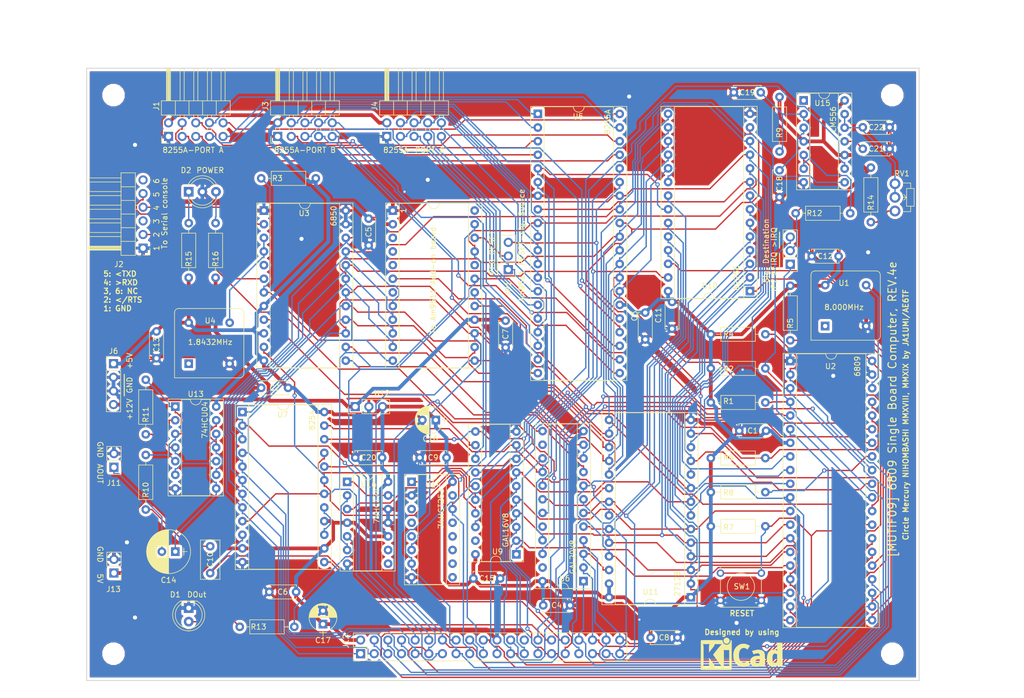
<source format=kicad_pcb>
(kicad_pcb (version 4) (host pcbnew 4.0.7)
  (title_block (title "MUTIF09 Single Board Computer") (date 2018/07/02) (rev 1) (company "MUTIF09 Project") (comment 1 "As of placing the order with FusionPCB"))
  (layers (0 F.Cu signal) (31 B.Cu signal) (34 B.Paste user) (35 F.Paste user) (36 B.SilkS user) (37 F.SilkS user) (38 B.Mask user) (39 F.Mask user) (44 Edge.Cuts user))
  (net 0 "")
  (net 1 /+5V)
  (net 2 /GND)
  (net 3 /+12V)
  (net 4 "Net-(C10-Pad1)")
  (net 5 "Net-(C14-Pad1)")
  (net 6 /AUDIO_OUT)
  (net 7 /PA0)
  (net 8 /PA7)
  (net 9 /PA1)
  (net 10 /PA6)
  (net 11 /PA2)
  (net 12 /PA5)
  (net 13 /PA3)
  (net 14 /PA4)
  (net 15 //RTS)
  (net 16 /RXD)
  (net 17 /TXD)
  (net 18 /PB0)
  (net 19 /PB7)
  (net 20 /PB1)
  (net 21 /PB6)
  (net 22 /PB2)
  (net 23 /PB5)
  (net 24 /PB3)
  (net 25 /PB4)
  (net 26 /PC0)
  (net 27 /PC7)
  (net 28 /PC1)
  (net 29 /PC6)
  (net 30 /PC2)
  (net 31 /PC5)
  (net 32 /PC3)
  (net 33 /PC4)
  (net 34 /OUT0)
  (net 35 /OUT1)
  (net 36 /E)
  (net 37 /D0)
  (net 38 /D1)
  (net 39 //NMI)
  (net 40 /D2)
  (net 41 //IRQ)
  (net 42 /D3)
  (net 43 //FIRQ)
  (net 44 /D4)
  (net 45 /D5)
  (net 46 /R_/W)
  (net 47 /D6)
  (net 48 //RESET)
  (net 49 /D7)
  (net 50 //HALT)
  (net 51 /A0)
  (net 52 /BS)
  (net 53 /A1)
  (net 54 /BA)
  (net 55 /A2)
  (net 56 /A3)
  (net 57 /A4)
  (net 58 /A5)
  (net 59 /A6)
  (net 60 /A7)
  (net 61 /A8)
  (net 62 /A15)
  (net 63 /A9)
  (net 64 /A14)
  (net 65 /A10)
  (net 66 /A13)
  (net 67 /A11)
  (net 68 /A12)
  (net 69 //BUFFER_FULL)
  (net 70 "Net-(R8-Pad2)")
  (net 71 "Net-(R10-Pad1)")
  (net 72 /EXTAL)
  (net 73 /SCLK)
  (net 74 //PPICE)
  (net 75 //PITCE)
  (net 76 //APUCE)
  (net 77 //ROMCE)
  (net 78 "Net-(U7-Pad15)")
  (net 79 /Q)
  (net 80 /MRDY)
  (net 81 "Net-(C18-Pad1)")
  (net 82 "Net-(C19-Pad1)")
  (net 83 "Net-(C21-Pad1)")
  (net 84 "Net-(C22-Pad1)")
  (net 85 "Net-(D1-Pad2)")
  (net 86 "Net-(D2-Pad1)")
  (net 87 "Net-(D2-Pad3)")
  (net 88 "Net-(JP1-Pad2)")
  (net 89 /RESET)
  (net 90 "Net-(JP2-Pad2)")
  (net 91 //ACIACE)
  (net 92 //RD)
  (net 93 //WR)
  (net 94 /IO)
  (net 95 //RAMCE)
  (net 96 //MUXCE)
  (net 97 /DOUT1)
  (net 98 /POUT)
  (net 99 "Net-(R13-Pad2)")
  (net 100 "Net-(R14-Pad2)")
  (net 101 /DOUT0)
  (net 102 "Net-(U16-Pad2)")
  (module sbclib:via (layer F.Cu) (at 189 86)
    (fp_text reference "" hide)
    (fp_text value via hide)
    (pad 1 thru_hole circle (at 0 1.27) (size 1.524 1.524) (drill 0.762) (layers *.Cu *.Mask))
  )
  (module sbclib:via (layer F.Cu) (at 113.5 49.5)
    (fp_text reference "" hide)
    (fp_text value via hide)
    (pad 1 thru_hole circle (at 0 1.27) (size 1.524 1.524) (drill 0.762) (layers *.Cu *.Mask))
  )
  (module sbclib:via (layer F.Cu) (at 171 132)
    (fp_text reference "" hide)
    (fp_text value via hide)
    (pad 1 thru_hole circle (at 0 1.27) (size 1.524 1.524) (drill 0.762) (layers *.Cu *.Mask))
  )
  (module sbclib:via (layer F.Cu) (at 195.5 63)
    (fp_text reference "" hide)
    (fp_text value via hide)
    (pad 1 thru_hole circle (at 0 1.27) (size 1.524 1.524) (drill 0.762) (layers *.Cu *.Mask))
  )
  (module sbclib:via (layer F.Cu) (at 90 60.5)
    (fp_text reference "" hide)
    (fp_text value via hide)
    (pad 1 thru_hole circle (at 0 1.27) (size 1.524 1.524) (drill 0.762) (layers *.Cu *.Mask))
  )
  (module sbclib:via (layer F.Cu) (at 57.5 117)
    (fp_text reference "" hide)
    (fp_text value via hide)
    (pad 1 thru_hole circle (at 0 1.27) (size 1.524 1.524) (drill 0.762) (layers *.Cu *.Mask))
  )
  (module sbclib:via (layer F.Cu) (at 59 131)
    (fp_text reference "" hide)
    (fp_text value via hide)
    (pad 1 thru_hole circle (at 0 1.27) (size 1.524 1.524) (drill 0.762) (layers *.Cu *.Mask))
  )
  (module Mounting_Holes:MountingHole_3.2mm_M3 (layer F.Cu) (at 55 35)
    (fp_text reference MH1 hide)
    (fp_text value 3.2mm_M3)
    (pad 1 np_thru_hole circle (at 0 0) (size 3.2 3.2) (drill 3.2) (layers *.Cu *.Mask))
  )
  (module Mounting_Holes:MountingHole_3.2mm_M3 (layer F.Cu) (at 200 35)
    (fp_text reference MH2 hide)
    (fp_text value 3.2mm_M3)
    (pad 1 np_thru_hole circle (at 0 0) (size 3.2 3.2) (drill 3.2) (layers *.Cu *.Mask))
  )
  (module Mounting_Holes:MountingHole_3.2mm_M3 (layer F.Cu) (at 200 139)
    (fp_text reference MH3 hide)
    (fp_text value 3.2mm_M3)
    (pad 1 np_thru_hole circle (at 0 0) (size 3.2 3.2) (drill 3.2) (layers *.Cu *.Mask))
  )
  (module Mounting_Holes:MountingHole_3.2mm_M3 (layer F.Cu) (at 55 139)
    (fp_text reference MH4 hide)
    (fp_text value 3.2mm_M3)
    (pad 1 np_thru_hole circle (at 0 0) (size 3.2 3.2) (drill 3.2) (layers *.Cu *.Mask))
  )
  (module Capacitors_THT:C_Disc_D5.0mm_W2.5mm_P5.00mm (layer F.Cu) (at 176.5 97.5 180)
    (fp_text reference C1 (at 2.5 0 180) (layer F.SilkS))
    (fp_text value 0.1u)
    (pad 1 thru_hole circle (at 0 0 180) (size 1.6 1.6) (drill 0.8) (layers *.Cu *.Mask) (net 1 /+5V))
    (pad 2 thru_hole circle (at 5 0 180) (size 1.6 1.6) (drill 0.8) (layers *.Cu *.Mask) (net 2 /GND))
  )
  (module Capacitors_THT:C_Disc_D5.0mm_W2.5mm_P5.00mm (layer F.Cu) (at 87.5 89.5 180)
    (fp_text reference C2 (at 2.5 0 180) (layer F.SilkS))
    (fp_text value 0.1u)
    (pad 1 thru_hole circle (at 0 0 180) (size 1.6 1.6) (drill 0.8) (layers *.Cu *.Mask) (net 1 /+5V))
    (pad 2 thru_hole circle (at 5 0 180) (size 1.6 1.6) (drill 0.8) (layers *.Cu *.Mask) (net 2 /GND))
  )
  (module Capacitors_THT:C_Disc_D5.0mm_W2.5mm_P5.00mm (layer F.Cu) (at 154 75.5 270)
    (fp_text reference C3 (at 0.63 2 270) (layer F.SilkS))
    (fp_text value 0.1u)
    (pad 1 thru_hole circle (at 0 0 270) (size 1.6 1.6) (drill 0.8) (layers *.Cu *.Mask) (net 1 /+5V))
    (pad 2 thru_hole circle (at 5 0 270) (size 1.6 1.6) (drill 0.8) (layers *.Cu *.Mask) (net 2 /GND))
  )
  (module Capacitors_THT:C_Disc_D5.0mm_W2.5mm_P5.00mm (layer F.Cu) (at 140 130 180)
    (fp_text reference C4 (at 2.5 0 180) (layer F.SilkS))
    (fp_text value 0.1u)
    (pad 1 thru_hole circle (at 0 0 180) (size 1.6 1.6) (drill 0.8) (layers *.Cu *.Mask) (net 2 /GND))
    (pad 2 thru_hole circle (at 5 0 180) (size 1.6 1.6) (drill 0.8) (layers *.Cu *.Mask) (net 1 /+5V))
  )
  (module Capacitors_THT:C_Disc_D5.0mm_W2.5mm_P5.00mm (layer F.Cu) (at 102.5 63 90)
    (fp_text reference C5 (at 2.5 0 90) (layer F.SilkS))
    (fp_text value 0.1u)
    (pad 1 thru_hole circle (at 0 0 90) (size 1.6 1.6) (drill 0.8) (layers *.Cu *.Mask) (net 2 /GND))
    (pad 2 thru_hole circle (at 5 0 90) (size 1.6 1.6) (drill 0.8) (layers *.Cu *.Mask) (net 1 /+5V))
  )
  (module Capacitors_THT:C_Disc_D5.0mm_W2.5mm_P5.00mm (layer F.Cu) (at 89 127.5 180)
    (fp_text reference C6 (at 2.5 0 180) (layer F.SilkS))
    (fp_text value 0.1u)
    (pad 1 thru_hole circle (at 0 0 180) (size 1.6 1.6) (drill 0.8) (layers *.Cu *.Mask) (net 1 /+5V))
    (pad 2 thru_hole circle (at 5 0 180) (size 1.6 1.6) (drill 0.8) (layers *.Cu *.Mask) (net 2 /GND))
  )
  (module Capacitors_THT:C_Disc_D5.0mm_W2.5mm_P5.00mm (layer F.Cu) (at 128 77 270)
    (fp_text reference C7 (at 2.5 0 270) (layer F.SilkS))
    (fp_text value 0.1u)
    (pad 1 thru_hole circle (at 0 0 270) (size 1.6 1.6) (drill 0.8) (layers *.Cu *.Mask) (net 3 /+12V))
    (pad 2 thru_hole circle (at 5 0 270) (size 1.6 1.6) (drill 0.8) (layers *.Cu *.Mask) (net 2 /GND))
  )
  (module Capacitors_THT:C_Disc_D5.0mm_W2.5mm_P5.00mm (layer F.Cu) (at 160 136 180)
    (fp_text reference C8 (at 2.5 0 180) (layer F.SilkS))
    (fp_text value 0.1u)
    (pad 1 thru_hole circle (at 0 0 180) (size 1.6 1.6) (drill 0.8) (layers *.Cu *.Mask) (net 2 /GND))
    (pad 2 thru_hole circle (at 5 0 180) (size 1.6 1.6) (drill 0.8) (layers *.Cu *.Mask) (net 1 /+5V))
  )
  (module Capacitors_THT:C_Disc_D5.0mm_W2.5mm_P5.00mm (layer F.Cu) (at 117 102.5 180)
    (fp_text reference C9 (at 2.5 0 180) (layer F.SilkS))
    (fp_text value 0.1u)
    (pad 1 thru_hole circle (at 0 0 180) (size 1.6 1.6) (drill 0.8) (layers *.Cu *.Mask) (net 1 /+5V))
    (pad 2 thru_hole circle (at 5 0 180) (size 1.6 1.6) (drill 0.8) (layers *.Cu *.Mask) (net 2 /GND))
  )
  (module Capacitors_THT:C_Rect_L7.2mm_W3.5mm_P5.00mm_FKS2_FKP2_MKS2_MKP2 (layer F.Cu) (at 73 119 270)
    (fp_text reference C10 (at 2.5 0 270) (layer F.SilkS))
    (fp_text value 0.33u)
    (pad 1 thru_hole circle (at 0 0 270) (size 1.6 1.6) (drill 0.8) (layers *.Cu *.Mask) (net 4 "Net-(C10-Pad1)"))
    (pad 2 thru_hole circle (at 5 0 270) (size 1.6 1.6) (drill 0.8) (layers *.Cu *.Mask) (net 34 /OUT0))
  )
  (module Capacitors_THT:CP_Radial_D8.0mm_P2.50mm (layer F.Cu) (at 66.5 120 180)
    (fp_text reference C14 (at 1.25 -5.31 180) (layer F.SilkS))
    (fp_text value 100u)
    (pad 1 thru_hole rect (at 0 0 180) (size 1.6 1.6) (drill 0.8) (layers *.Cu *.Mask) (net 5 "Net-(C14-Pad1)"))
    (pad 2 thru_hole circle (at 2.5 0 180) (size 1.6 1.6) (drill 0.8) (layers *.Cu *.Mask) (net 6 /AUDIO_OUT))
  )
  (module Capacitors_THT:CP_Radial_D5.0mm_P2.50mm (layer F.Cu) (at 115 95.5 180)
    (fp_text reference C16 (at 1 -3.5 180) (layer F.SilkS))
    (fp_text value 47u)
    (pad 1 thru_hole rect (at 0 0 180) (size 1.6 1.6) (drill 0.8) (layers *.Cu *.Mask) (net 1 /+5V))
    (pad 2 thru_hole circle (at 2.5 0 180) (size 1.6 1.6) (drill 0.8) (layers *.Cu *.Mask) (net 2 /GND))
  )
  (module Capacitors_THT:CP_Radial_D5.0mm_P2.50mm (layer F.Cu) (at 94 133.5 90)
    (fp_text reference C17 (at -3 0 180) (layer F.SilkS))
    (fp_text value 10u)
    (pad 1 thru_hole rect (at 0 0 90) (size 1.6 1.6) (drill 0.8) (layers *.Cu *.Mask) (net 1 /+5V))
    (pad 2 thru_hole circle (at 2.5 0 90) (size 1.6 1.6) (drill 0.8) (layers *.Cu *.Mask) (net 2 /GND))
  )
  (module Pin_Headers:Pin_Header_Angled_2x05_Pitch2.54mm (layer F.Cu) (at 65.24 42.7 90)
    (fp_text reference J1 (at 5.655 -2.27 90) (layer F.SilkS))
    (fp_text value "HEADER 2x5" hide)
    (pad 1 thru_hole rect (at 0 0 90) (size 1.7 1.7) (drill 1) (layers *.Cu *.Mask) (net 2 /GND))
    (pad 2 thru_hole oval (at 2.54 0 90) (size 1.7 1.7) (drill 1) (layers *.Cu *.Mask) (net 1 /+5V))
    (pad 3 thru_hole oval (at 0 2.54 90) (size 1.7 1.7) (drill 1) (layers *.Cu *.Mask) (net 7 /PA0))
    (pad 4 thru_hole oval (at 2.54 2.54 90) (size 1.7 1.7) (drill 1) (layers *.Cu *.Mask) (net 8 /PA7))
    (pad 5 thru_hole oval (at 0 5.08 90) (size 1.7 1.7) (drill 1) (layers *.Cu *.Mask) (net 9 /PA1))
    (pad 6 thru_hole oval (at 2.54 5.08 90) (size 1.7 1.7) (drill 1) (layers *.Cu *.Mask) (net 10 /PA6))
    (pad 7 thru_hole oval (at 0 7.62 90) (size 1.7 1.7) (drill 1) (layers *.Cu *.Mask) (net 11 /PA2))
    (pad 8 thru_hole oval (at 2.54 7.62 90) (size 1.7 1.7) (drill 1) (layers *.Cu *.Mask) (net 12 /PA5))
    (pad 9 thru_hole oval (at 0 10.16 90) (size 1.7 1.7) (drill 1) (layers *.Cu *.Mask) (net 13 /PA3))
    (pad 10 thru_hole oval (at 2.54 10.16 90) (size 1.7 1.7) (drill 1) (layers *.Cu *.Mask) (net 14 /PA4))
  )
  (module Pin_Headers:Pin_Header_Angled_2x05_Pitch2.54mm (layer F.Cu) (at 85.56 42.7 90)
    (fp_text reference J3 (at 5.655 -2.27 90) (layer F.SilkS))
    (fp_text value "HEADER 2x5" hide)
    (pad 1 thru_hole rect (at 0 0 90) (size 1.7 1.7) (drill 1) (layers *.Cu *.Mask) (net 2 /GND))
    (pad 2 thru_hole oval (at 2.54 0 90) (size 1.7 1.7) (drill 1) (layers *.Cu *.Mask) (net 1 /+5V))
    (pad 3 thru_hole oval (at 0 2.54 90) (size 1.7 1.7) (drill 1) (layers *.Cu *.Mask) (net 18 /PB0))
    (pad 4 thru_hole oval (at 2.54 2.54 90) (size 1.7 1.7) (drill 1) (layers *.Cu *.Mask) (net 19 /PB7))
    (pad 5 thru_hole oval (at 0 5.08 90) (size 1.7 1.7) (drill 1) (layers *.Cu *.Mask) (net 20 /PB1))
    (pad 6 thru_hole oval (at 2.54 5.08 90) (size 1.7 1.7) (drill 1) (layers *.Cu *.Mask) (net 21 /PB6))
    (pad 7 thru_hole oval (at 0 7.62 90) (size 1.7 1.7) (drill 1) (layers *.Cu *.Mask) (net 22 /PB2))
    (pad 8 thru_hole oval (at 2.54 7.62 90) (size 1.7 1.7) (drill 1) (layers *.Cu *.Mask) (net 23 /PB5))
    (pad 9 thru_hole oval (at 0 10.16 90) (size 1.7 1.7) (drill 1) (layers *.Cu *.Mask) (net 24 /PB3))
    (pad 10 thru_hole oval (at 2.54 10.16 90) (size 1.7 1.7) (drill 1) (layers *.Cu *.Mask) (net 25 /PB4))
  )
  (module Pin_Headers:Pin_Header_Angled_2x05_Pitch2.54mm (layer F.Cu) (at 105.88 42.7 90)
    (fp_text reference J4 (at 5.655 -2.27 90) (layer F.SilkS))
    (fp_text value "HEADER 2x5" hide)
    (pad 1 thru_hole rect (at 0 0 90) (size 1.7 1.7) (drill 1) (layers *.Cu *.Mask) (net 2 /GND))
    (pad 2 thru_hole oval (at 2.54 0 90) (size 1.7 1.7) (drill 1) (layers *.Cu *.Mask) (net 1 /+5V))
    (pad 3 thru_hole oval (at 0 2.54 90) (size 1.7 1.7) (drill 1) (layers *.Cu *.Mask) (net 26 /PC0))
    (pad 4 thru_hole oval (at 2.54 2.54 90) (size 1.7 1.7) (drill 1) (layers *.Cu *.Mask) (net 27 /PC7))
    (pad 5 thru_hole oval (at 0 5.08 90) (size 1.7 1.7) (drill 1) (layers *.Cu *.Mask) (net 28 /PC1))
    (pad 6 thru_hole oval (at 2.54 5.08 90) (size 1.7 1.7) (drill 1) (layers *.Cu *.Mask) (net 29 /PC6))
    (pad 7 thru_hole oval (at 0 7.62 90) (size 1.7 1.7) (drill 1) (layers *.Cu *.Mask) (net 30 /PC2))
    (pad 8 thru_hole oval (at 2.54 7.62 90) (size 1.7 1.7) (drill 1) (layers *.Cu *.Mask) (net 31 /PC5))
    (pad 9 thru_hole oval (at 0 10.16 90) (size 1.7 1.7) (drill 1) (layers *.Cu *.Mask) (net 32 /PC3))
    (pad 10 thru_hole oval (at 2.54 10.16 90) (size 1.7 1.7) (drill 1) (layers *.Cu *.Mask) (net 33 /PC4))
  )
  (module Pin_Headers:Pin_Header_Straight_1x02_Pitch2.54mm (layer F.Cu) (at 55.08 104.295 180)
    (fp_text reference J11 (at 0 -2.921 180) (layer F.SilkS))
    (fp_text value "AUDIO OUT")
    (pad 1 thru_hole rect (at 0 0 180) (size 1.7 1.7) (drill 1) (layers *.Cu *.Mask) (net 6 /AUDIO_OUT))
    (pad 2 thru_hole oval (at 0 2.54 180) (size 1.7 1.7) (drill 1) (layers *.Cu *.Mask) (net 2 /GND))
  )
  (module Pin_Headers:Pin_Header_Straight_2x20_Pitch2.54mm (layer F.Cu) (at 101 139 90)
    (fp_text reference J12 (at 2.32 -2.74 90) (layer F.SilkS))
    (fp_text value "HEADER 2x20" hide)
    (pad 1 thru_hole rect (at 0 0 90) (size 1.7 1.7) (drill 1) (layers *.Cu *.Mask) (net 37 /D0))
    (pad 2 thru_hole oval (at 2.54 0 90) (size 1.7 1.7) (drill 1) (layers *.Cu *.Mask) (net 1 /+5V))
    (pad 3 thru_hole oval (at 0 2.54 90) (size 1.7 1.7) (drill 1) (layers *.Cu *.Mask) (net 38 /D1))
    (pad 4 thru_hole oval (at 2.54 2.54 90) (size 1.7 1.7) (drill 1) (layers *.Cu *.Mask) (net 39 //NMI))
    (pad 5 thru_hole oval (at 0 5.08 90) (size 1.7 1.7) (drill 1) (layers *.Cu *.Mask) (net 40 /D2))
    (pad 6 thru_hole oval (at 2.54 5.08 90) (size 1.7 1.7) (drill 1) (layers *.Cu *.Mask) (net 41 //IRQ))
    (pad 7 thru_hole oval (at 0 7.62 90) (size 1.7 1.7) (drill 1) (layers *.Cu *.Mask) (net 42 /D3))
    (pad 8 thru_hole oval (at 2.54 7.62 90) (size 1.7 1.7) (drill 1) (layers *.Cu *.Mask) (net 43 //FIRQ))
    (pad 9 thru_hole oval (at 0 10.16 90) (size 1.7 1.7) (drill 1) (layers *.Cu *.Mask) (net 44 /D4))
    (pad 10 thru_hole oval (at 2.54 10.16 90) (size 1.7 1.7) (drill 1) (layers *.Cu *.Mask) (net 36 /E))
    (pad 11 thru_hole oval (at 0 12.7 90) (size 1.7 1.7) (drill 1) (layers *.Cu *.Mask) (net 45 /D5))
    (pad 12 thru_hole oval (at 2.54 12.7 90) (size 1.7 1.7) (drill 1) (layers *.Cu *.Mask) (net 46 /R_/W))
    (pad 13 thru_hole oval (at 0 15.24 90) (size 1.7 1.7) (drill 1) (layers *.Cu *.Mask) (net 47 /D6))
    (pad 14 thru_hole oval (at 2.54 15.24 90) (size 1.7 1.7) (drill 1) (layers *.Cu *.Mask) (net 48 //RESET))
    (pad 15 thru_hole oval (at 0 17.78 90) (size 1.7 1.7) (drill 1) (layers *.Cu *.Mask) (net 49 /D7))
    (pad 16 thru_hole oval (at 2.54 17.78 90) (size 1.7 1.7) (drill 1) (layers *.Cu *.Mask) (net 50 //HALT))
    (pad 17 thru_hole oval (at 0 20.32 90) (size 1.7 1.7) (drill 1) (layers *.Cu *.Mask) (net 51 /A0))
    (pad 18 thru_hole oval (at 2.54 20.32 90) (size 1.7 1.7) (drill 1) (layers *.Cu *.Mask) (net 52 /BS))
    (pad 19 thru_hole oval (at 0 22.86 90) (size 1.7 1.7) (drill 1) (layers *.Cu *.Mask) (net 53 /A1))
    (pad 20 thru_hole oval (at 2.54 22.86 90) (size 1.7 1.7) (drill 1) (layers *.Cu *.Mask) (net 54 /BA))
    (pad 21 thru_hole oval (at 0 25.4 90) (size 1.7 1.7) (drill 1) (layers *.Cu *.Mask) (net 55 /A2))
    (pad 22 thru_hole oval (at 2.54 25.4 90) (size 1.7 1.7) (drill 1) (layers *.Cu *.Mask) (net 2 /GND))
    (pad 23 thru_hole oval (at 0 27.94 90) (size 1.7 1.7) (drill 1) (layers *.Cu *.Mask) (net 56 /A3))
    (pad 24 thru_hole oval (at 2.54 27.94 90) (size 1.7 1.7) (drill 1) (layers *.Cu *.Mask) (net 79 /Q))
    (pad 25 thru_hole oval (at 0 30.48 90) (size 1.7 1.7) (drill 1) (layers *.Cu *.Mask) (net 57 /A4))
    (pad 26 thru_hole oval (at 2.54 30.48 90) (size 1.7 1.7) (drill 1) (layers *.Cu *.Mask))
    (pad 27 thru_hole oval (at 0 33.02 90) (size 1.7 1.7) (drill 1) (layers *.Cu *.Mask) (net 58 /A5))
    (pad 28 thru_hole oval (at 2.54 33.02 90) (size 1.7 1.7) (drill 1) (layers *.Cu *.Mask) (net 80 /MRDY))
    (pad 29 thru_hole oval (at 0 35.56 90) (size 1.7 1.7) (drill 1) (layers *.Cu *.Mask) (net 59 /A6))
    (pad 30 thru_hole oval (at 2.54 35.56 90) (size 1.7 1.7) (drill 1) (layers *.Cu *.Mask) (net 35 /OUT1))
    (pad 31 thru_hole oval (at 0 38.1 90) (size 1.7 1.7) (drill 1) (layers *.Cu *.Mask) (net 60 /A7))
    (pad 32 thru_hole oval (at 2.54 38.1 90) (size 1.7 1.7) (drill 1) (layers *.Cu *.Mask) (net 34 /OUT0))
    (pad 33 thru_hole oval (at 0 40.64 90) (size 1.7 1.7) (drill 1) (layers *.Cu *.Mask) (net 61 /A8))
    (pad 34 thru_hole oval (at 2.54 40.64 90) (size 1.7 1.7) (drill 1) (layers *.Cu *.Mask) (net 62 /A15))
    (pad 35 thru_hole oval (at 0 43.18 90) (size 1.7 1.7) (drill 1) (layers *.Cu *.Mask) (net 63 /A9))
    (pad 36 thru_hole oval (at 2.54 43.18 90) (size 1.7 1.7) (drill 1) (layers *.Cu *.Mask) (net 64 /A14))
    (pad 37 thru_hole oval (at 0 45.72 90) (size 1.7 1.7) (drill 1) (layers *.Cu *.Mask) (net 65 /A10))
    (pad 38 thru_hole oval (at 2.54 45.72 90) (size 1.7 1.7) (drill 1) (layers *.Cu *.Mask) (net 66 /A13))
    (pad 39 thru_hole oval (at 0 48.26 90) (size 1.7 1.7) (drill 1) (layers *.Cu *.Mask) (net 67 /A11))
    (pad 40 thru_hole oval (at 2.54 48.26 90) (size 1.7 1.7) (drill 1) (layers *.Cu *.Mask) (net 68 /A12))
  )
  (module Pin_Headers:Pin_Header_Straight_1x02_Pitch2.54mm (layer F.Cu) (at 55.08 123.98 180)
    (fp_text reference J13 (at 0.08 -3.02 180) (layer F.SilkS))
    (fp_text value Conn_01x02 hide)
    (pad 1 thru_hole rect (at 0 0 180) (size 1.7 1.7) (drill 1) (layers *.Cu *.Mask) (net 1 /+5V))
    (pad 2 thru_hole oval (at 0 2.54 180) (size 1.7 1.7) (drill 1) (layers *.Cu *.Mask) (net 2 /GND))
  )
  (module Resistors_THT:R_Axial_DIN0207_L6.3mm_D2.5mm_P10.16mm_Horizontal (layer F.Cu) (at 166.205 92.23)
    (fp_text reference R1 (at 3.295 -0.23) (layer F.SilkS))
    (fp_text value 10k)
    (pad 1 thru_hole circle (at 0 0) (size 1.6 1.6) (drill 0.8) (layers *.Cu *.Mask) (net 1 /+5V))
    (pad 2 thru_hole oval (at 10.16 0) (size 1.6 1.6) (drill 0.8) (layers *.Cu *.Mask) (net 43 //FIRQ))
  )
  (module Resistors_THT:R_Axial_DIN0207_L6.3mm_D2.5mm_P10.16mm_Horizontal (layer F.Cu) (at 166.205 85.88)
    (fp_text reference R2 (at 3.295 0.12) (layer F.SilkS))
    (fp_text value 10k)
    (pad 1 thru_hole circle (at 0 0) (size 1.6 1.6) (drill 0.8) (layers *.Cu *.Mask) (net 1 /+5V))
    (pad 2 thru_hole oval (at 10.16 0) (size 1.6 1.6) (drill 0.8) (layers *.Cu *.Mask) (net 41 //IRQ))
  )
  (module Resistors_THT:R_Axial_DIN0207_L6.3mm_D2.5mm_P10.16mm_Horizontal (layer F.Cu) (at 82.5 50.5)
    (fp_text reference R3 (at 3 0) (layer F.SilkS))
    (fp_text value 2.2k)
    (pad 1 thru_hole circle (at 0 0) (size 1.6 1.6) (drill 0.8) (layers *.Cu *.Mask) (net 69 //BUFFER_FULL))
    (pad 2 thru_hole oval (at 10.16 0) (size 1.6 1.6) (drill 0.8) (layers *.Cu *.Mask) (net 1 /+5V))
  )
  (module Resistors_THT:R_Axial_DIN0207_L6.3mm_D2.5mm_P10.16mm_Horizontal (layer F.Cu) (at 166.205 79.53)
    (fp_text reference R4 (at 3.295 -0.03) (layer F.SilkS))
    (fp_text value 10k)
    (pad 1 thru_hole circle (at 0 0) (size 1.6 1.6) (drill 0.8) (layers *.Cu *.Mask) (net 1 /+5V))
    (pad 2 thru_hole oval (at 10.16 0) (size 1.6 1.6) (drill 0.8) (layers *.Cu *.Mask) (net 39 //NMI))
  )
  (module Resistors_THT:R_Axial_DIN0207_L6.3mm_D2.5mm_P10.16mm_Horizontal (layer F.Cu) (at 181 70.5 270)
    (fp_text reference R5 (at 7 0 270) (layer F.SilkS))
    (fp_text value 10k)
    (pad 1 thru_hole circle (at 0 0 270) (size 1.6 1.6) (drill 0.8) (layers *.Cu *.Mask) (net 1 /+5V))
    (pad 2 thru_hole oval (at 10.16 0 270) (size 1.6 1.6) (drill 0.8) (layers *.Cu *.Mask) (net 50 //HALT))
  )
  (module Resistors_THT:R_Axial_DIN0207_L6.3mm_D2.5mm_P10.16mm_Horizontal (layer F.Cu) (at 166.205 102.58)
    (fp_text reference R6 (at 3.295 -0.08) (layer F.SilkS))
    (fp_text value 10k)
    (pad 1 thru_hole circle (at 0 0) (size 1.6 1.6) (drill 0.8) (layers *.Cu *.Mask) (net 1 /+5V))
    (pad 2 thru_hole oval (at 10.16 0) (size 1.6 1.6) (drill 0.8) (layers *.Cu *.Mask) (net 80 /MRDY))
  )
  (module Resistors_THT:R_Axial_DIN0207_L6.3mm_D2.5mm_P10.16mm_Horizontal (layer F.Cu) (at 166.205 115.28)
    (fp_text reference R7 (at 3.295 0.22) (layer F.SilkS))
    (fp_text value 10k)
    (pad 1 thru_hole circle (at 0 0) (size 1.6 1.6) (drill 0.8) (layers *.Cu *.Mask) (net 1 /+5V))
    (pad 2 thru_hole oval (at 10.16 0) (size 1.6 1.6) (drill 0.8) (layers *.Cu *.Mask) (net 48 //RESET))
  )
  (module Resistors_THT:R_Axial_DIN0207_L6.3mm_D2.5mm_P10.16mm_Horizontal (layer F.Cu) (at 166.205 108.93)
    (fp_text reference R8 (at 3.295 0.07) (layer F.SilkS))
    (fp_text value 10k)
    (pad 1 thru_hole circle (at 0 0) (size 1.6 1.6) (drill 0.8) (layers *.Cu *.Mask) (net 1 /+5V))
    (pad 2 thru_hole oval (at 10.16 0) (size 1.6 1.6) (drill 0.8) (layers *.Cu *.Mask) (net 70 "Net-(R8-Pad2)"))
  )
  (module Resistors_THT:R_Axial_DIN0207_L6.3mm_D2.5mm_P10.16mm_Horizontal (layer F.Cu) (at 61 102 270)
    (fp_text reference R10 (at 6.5 0 270) (layer F.SilkS))
    (fp_text value 3.3k)
    (pad 1 thru_hole circle (at 0 0 270) (size 1.6 1.6) (drill 0.8) (layers *.Cu *.Mask) (net 71 "Net-(R10-Pad1)"))
    (pad 2 thru_hole oval (at 10.16 0 270) (size 1.6 1.6) (drill 0.8) (layers *.Cu *.Mask) (net 4 "Net-(C10-Pad1)"))
  )
  (module Resistors_THT:R_Axial_DIN0207_L6.3mm_D2.5mm_P10.16mm_Horizontal (layer F.Cu) (at 61 88 270)
    (fp_text reference R11 (at 6.5 0 270) (layer F.SilkS))
    (fp_text value 10k)
    (pad 1 thru_hole circle (at 0 0 270) (size 1.6 1.6) (drill 0.8) (layers *.Cu *.Mask) (net 71 "Net-(R10-Pad1)"))
    (pad 2 thru_hole oval (at 10.16 0 270) (size 1.6 1.6) (drill 0.8) (layers *.Cu *.Mask) (net 5 "Net-(C14-Pad1)"))
  )
  (module Buttons_Switches_THT:SW_Tactile_Straight_KSA0Axx1LFTR (layer F.Cu) (at 168 124)
    (fp_text reference SW1 (at 4 2.5) (layer F.SilkS))
    (fp_text value RESET)
    (pad 1 thru_hole circle (at 7.62 0) (size 1.397 1.397) (drill 0.8128) (layers *.Cu *.Mask) (net 48 //RESET))
    (pad 2 thru_hole circle (at 7.62 5.08) (size 1.397 1.397) (drill 0.8128) (layers *.Cu *.Mask) (net 2 /GND))
    (pad 1 thru_hole circle (at 0 0) (size 1.397 1.397) (drill 0.8128) (layers *.Cu *.Mask) (net 48 //RESET))
    (pad 2 thru_hole circle (at 0 5.08) (size 1.397 1.397) (drill 0.8128) (layers *.Cu *.Mask) (net 2 /GND))
  )
  (module Oscillators:Oscillator_DIP-8 (layer F.Cu) (at 187.5 78)
    (fp_text reference U1 (at 3.5 -8) (layer F.SilkS))
    (fp_text value 8MHz)
    (pad 1 thru_hole rect (at 0 0) (size 1.6 1.6) (drill 0.8) (layers *.Cu *.Mask))
    (pad 8 thru_hole circle (at 0 -7.62) (size 1.6 1.6) (drill 0.8) (layers *.Cu *.Mask) (net 1 /+5V))
    (pad 5 thru_hole circle (at 7.62 -7.62) (size 1.6 1.6) (drill 0.8) (layers *.Cu *.Mask) (net 72 /EXTAL))
    (pad 4 thru_hole circle (at 7.62 0) (size 1.6 1.6) (drill 0.8) (layers *.Cu *.Mask) (net 2 /GND))
  )
  (module Housings_DIP:DIP-40_W15.24mm_Socket (layer F.Cu) (at 181 84.5)
    (fp_text reference U2 (at 7.5 1) (layer F.SilkS))
    (fp_text value MC6809 hide)
    (pad 1 thru_hole rect (at 0 0) (size 1.6 1.6) (drill 0.8) (layers *.Cu *.Mask) (net 2 /GND))
    (pad 21 thru_hole oval (at 15.24 48.26) (size 1.6 1.6) (drill 0.8) (layers *.Cu *.Mask) (net 66 /A13))
    (pad 2 thru_hole oval (at 0 2.54) (size 1.6 1.6) (drill 0.8) (layers *.Cu *.Mask) (net 39 //NMI))
    (pad 22 thru_hole oval (at 15.24 45.72) (size 1.6 1.6) (drill 0.8) (layers *.Cu *.Mask) (net 64 /A14))
    (pad 3 thru_hole oval (at 0 5.08) (size 1.6 1.6) (drill 0.8) (layers *.Cu *.Mask) (net 41 //IRQ))
    (pad 23 thru_hole oval (at 15.24 43.18) (size 1.6 1.6) (drill 0.8) (layers *.Cu *.Mask) (net 62 /A15))
    (pad 4 thru_hole oval (at 0 7.62) (size 1.6 1.6) (drill 0.8) (layers *.Cu *.Mask) (net 43 //FIRQ))
    (pad 24 thru_hole oval (at 15.24 40.64) (size 1.6 1.6) (drill 0.8) (layers *.Cu *.Mask) (net 49 /D7))
    (pad 5 thru_hole oval (at 0 10.16) (size 1.6 1.6) (drill 0.8) (layers *.Cu *.Mask) (net 52 /BS))
    (pad 25 thru_hole oval (at 15.24 38.1) (size 1.6 1.6) (drill 0.8) (layers *.Cu *.Mask) (net 47 /D6))
    (pad 6 thru_hole oval (at 0 12.7) (size 1.6 1.6) (drill 0.8) (layers *.Cu *.Mask) (net 54 /BA))
    (pad 26 thru_hole oval (at 15.24 35.56) (size 1.6 1.6) (drill 0.8) (layers *.Cu *.Mask) (net 45 /D5))
    (pad 7 thru_hole oval (at 0 15.24) (size 1.6 1.6) (drill 0.8) (layers *.Cu *.Mask) (net 1 /+5V))
    (pad 27 thru_hole oval (at 15.24 33.02) (size 1.6 1.6) (drill 0.8) (layers *.Cu *.Mask) (net 44 /D4))
    (pad 8 thru_hole oval (at 0 17.78) (size 1.6 1.6) (drill 0.8) (layers *.Cu *.Mask) (net 51 /A0))
    (pad 28 thru_hole oval (at 15.24 30.48) (size 1.6 1.6) (drill 0.8) (layers *.Cu *.Mask) (net 42 /D3))
    (pad 9 thru_hole oval (at 0 20.32) (size 1.6 1.6) (drill 0.8) (layers *.Cu *.Mask) (net 53 /A1))
    (pad 29 thru_hole oval (at 15.24 27.94) (size 1.6 1.6) (drill 0.8) (layers *.Cu *.Mask) (net 40 /D2))
    (pad 10 thru_hole oval (at 0 22.86) (size 1.6 1.6) (drill 0.8) (layers *.Cu *.Mask) (net 55 /A2))
    (pad 30 thru_hole oval (at 15.24 25.4) (size 1.6 1.6) (drill 0.8) (layers *.Cu *.Mask) (net 38 /D1))
    (pad 11 thru_hole oval (at 0 25.4) (size 1.6 1.6) (drill 0.8) (layers *.Cu *.Mask) (net 56 /A3))
    (pad 31 thru_hole oval (at 15.24 22.86) (size 1.6 1.6) (drill 0.8) (layers *.Cu *.Mask) (net 37 /D0))
    (pad 12 thru_hole oval (at 0 27.94) (size 1.6 1.6) (drill 0.8) (layers *.Cu *.Mask) (net 57 /A4))
    (pad 32 thru_hole oval (at 15.24 20.32) (size 1.6 1.6) (drill 0.8) (layers *.Cu *.Mask) (net 46 /R_/W))
    (pad 13 thru_hole oval (at 0 30.48) (size 1.6 1.6) (drill 0.8) (layers *.Cu *.Mask) (net 58 /A5))
    (pad 33 thru_hole oval (at 15.24 17.78) (size 1.6 1.6) (drill 0.8) (layers *.Cu *.Mask) (net 70 "Net-(R8-Pad2)"))
    (pad 14 thru_hole oval (at 0 33.02) (size 1.6 1.6) (drill 0.8) (layers *.Cu *.Mask) (net 59 /A6))
    (pad 34 thru_hole oval (at 15.24 15.24) (size 1.6 1.6) (drill 0.8) (layers *.Cu *.Mask) (net 36 /E))
    (pad 15 thru_hole oval (at 0 35.56) (size 1.6 1.6) (drill 0.8) (layers *.Cu *.Mask) (net 60 /A7))
    (pad 35 thru_hole oval (at 15.24 12.7) (size 1.6 1.6) (drill 0.8) (layers *.Cu *.Mask) (net 79 /Q))
    (pad 16 thru_hole oval (at 0 38.1) (size 1.6 1.6) (drill 0.8) (layers *.Cu *.Mask) (net 61 /A8))
    (pad 36 thru_hole oval (at 15.24 10.16) (size 1.6 1.6) (drill 0.8) (layers *.Cu *.Mask) (net 80 /MRDY))
    (pad 17 thru_hole oval (at 0 40.64) (size 1.6 1.6) (drill 0.8) (layers *.Cu *.Mask) (net 63 /A9))
    (pad 37 thru_hole oval (at 15.24 7.62) (size 1.6 1.6) (drill 0.8) (layers *.Cu *.Mask) (net 48 //RESET))
    (pad 18 thru_hole oval (at 0 43.18) (size 1.6 1.6) (drill 0.8) (layers *.Cu *.Mask) (net 65 /A10))
    (pad 38 thru_hole oval (at 15.24 5.08) (size 1.6 1.6) (drill 0.8) (layers *.Cu *.Mask) (net 72 /EXTAL))
    (pad 19 thru_hole oval (at 0 45.72) (size 1.6 1.6) (drill 0.8) (layers *.Cu *.Mask) (net 67 /A11))
    (pad 39 thru_hole oval (at 15.24 2.54) (size 1.6 1.6) (drill 0.8) (layers *.Cu *.Mask) (net 2 /GND))
    (pad 20 thru_hole oval (at 0 48.26) (size 1.6 1.6) (drill 0.8) (layers *.Cu *.Mask) (net 68 /A12))
    (pad 40 thru_hole oval (at 15.24 0) (size 1.6 1.6) (drill 0.8) (layers *.Cu *.Mask) (net 50 //HALT))
  )
  (module Housings_DIP:DIP-24_W15.24mm_Socket (layer F.Cu) (at 83 56.5)
    (fp_text reference U3 (at 7.5 0.5) (layer F.SilkS))
    (fp_text value MC6850 hide)
    (pad 1 thru_hole rect (at 0 0) (size 1.6 1.6) (drill 0.8) (layers *.Cu *.Mask) (net 2 /GND))
    (pad 13 thru_hole oval (at 15.24 27.94) (size 1.6 1.6) (drill 0.8) (layers *.Cu *.Mask) (net 46 /R_/W))
    (pad 2 thru_hole oval (at 0 2.54) (size 1.6 1.6) (drill 0.8) (layers *.Cu *.Mask) (net 16 /RXD))
    (pad 14 thru_hole oval (at 15.24 25.4) (size 1.6 1.6) (drill 0.8) (layers *.Cu *.Mask) (net 36 /E))
    (pad 3 thru_hole oval (at 0 5.08) (size 1.6 1.6) (drill 0.8) (layers *.Cu *.Mask) (net 73 /SCLK))
    (pad 15 thru_hole oval (at 15.24 22.86) (size 1.6 1.6) (drill 0.8) (layers *.Cu *.Mask) (net 49 /D7))
    (pad 4 thru_hole oval (at 0 7.62) (size 1.6 1.6) (drill 0.8) (layers *.Cu *.Mask) (net 73 /SCLK))
    (pad 16 thru_hole oval (at 15.24 20.32) (size 1.6 1.6) (drill 0.8) (layers *.Cu *.Mask) (net 47 /D6))
    (pad 5 thru_hole oval (at 0 10.16) (size 1.6 1.6) (drill 0.8) (layers *.Cu *.Mask))
    (pad 17 thru_hole oval (at 15.24 17.78) (size 1.6 1.6) (drill 0.8) (layers *.Cu *.Mask) (net 45 /D5))
    (pad 6 thru_hole oval (at 0 12.7) (size 1.6 1.6) (drill 0.8) (layers *.Cu *.Mask) (net 17 /TXD))
    (pad 18 thru_hole oval (at 15.24 15.24) (size 1.6 1.6) (drill 0.8) (layers *.Cu *.Mask) (net 44 /D4))
    (pad 7 thru_hole oval (at 0 15.24) (size 1.6 1.6) (drill 0.8) (layers *.Cu *.Mask) (net 69 //BUFFER_FULL))
    (pad 19 thru_hole oval (at 15.24 12.7) (size 1.6 1.6) (drill 0.8) (layers *.Cu *.Mask) (net 42 /D3))
    (pad 8 thru_hole oval (at 0 17.78) (size 1.6 1.6) (drill 0.8) (layers *.Cu *.Mask) (net 1 /+5V))
    (pad 20 thru_hole oval (at 15.24 10.16) (size 1.6 1.6) (drill 0.8) (layers *.Cu *.Mask) (net 40 /D2))
    (pad 9 thru_hole oval (at 0 20.32) (size 1.6 1.6) (drill 0.8) (layers *.Cu *.Mask) (net 91 //ACIACE))
    (pad 21 thru_hole oval (at 15.24 7.62) (size 1.6 1.6) (drill 0.8) (layers *.Cu *.Mask) (net 38 /D1))
    (pad 10 thru_hole oval (at 0 22.86) (size 1.6 1.6) (drill 0.8) (layers *.Cu *.Mask) (net 1 /+5V))
    (pad 22 thru_hole oval (at 15.24 5.08) (size 1.6 1.6) (drill 0.8) (layers *.Cu *.Mask) (net 37 /D0))
    (pad 11 thru_hole oval (at 0 25.4) (size 1.6 1.6) (drill 0.8) (layers *.Cu *.Mask) (net 51 /A0))
    (pad 23 thru_hole oval (at 15.24 2.54) (size 1.6 1.6) (drill 0.8) (layers *.Cu *.Mask) (net 2 /GND))
    (pad 12 thru_hole oval (at 0 27.94) (size 1.6 1.6) (drill 0.8) (layers *.Cu *.Mask) (net 1 /+5V))
    (pad 24 thru_hole oval (at 15.24 0) (size 1.6 1.6) (drill 0.8) (layers *.Cu *.Mask) (net 2 /GND))
  )
  (module Oscillators:Oscillator_DIP-8 (layer F.Cu) (at 69 85)
    (fp_text reference U4 (at 4 -8) (layer F.SilkS))
    (fp_text value 1.8432MHz)
    (pad 1 thru_hole rect (at 0 0) (size 1.6 1.6) (drill 0.8) (layers *.Cu *.Mask))
    (pad 8 thru_hole circle (at 0 -7.62) (size 1.6 1.6) (drill 0.8) (layers *.Cu *.Mask) (net 1 /+5V))
    (pad 5 thru_hole circle (at 7.62 -7.62) (size 1.6 1.6) (drill 0.8) (layers *.Cu *.Mask) (net 73 /SCLK))
    (pad 4 thru_hole circle (at 7.62 0) (size 1.6 1.6) (drill 0.8) (layers *.Cu *.Mask) (net 2 /GND))
  )
  (module Housings_DIP:DIP-40_W15.24mm_Socket (layer F.Cu) (at 134 38.5)
    (fp_text reference U5 (at 7.5 0.5) (layer F.SilkS))
    (fp_text value 8255A hide)
    (pad 1 thru_hole rect (at 0 0) (size 1.6 1.6) (drill 0.8) (layers *.Cu *.Mask) (net 13 /PA3))
    (pad 21 thru_hole oval (at 15.24 48.26) (size 1.6 1.6) (drill 0.8) (layers *.Cu *.Mask) (net 24 /PB3))
    (pad 2 thru_hole oval (at 0 2.54) (size 1.6 1.6) (drill 0.8) (layers *.Cu *.Mask) (net 11 /PA2))
    (pad 22 thru_hole oval (at 15.24 45.72) (size 1.6 1.6) (drill 0.8) (layers *.Cu *.Mask) (net 25 /PB4))
    (pad 3 thru_hole oval (at 0 5.08) (size 1.6 1.6) (drill 0.8) (layers *.Cu *.Mask) (net 9 /PA1))
    (pad 23 thru_hole oval (at 15.24 43.18) (size 1.6 1.6) (drill 0.8) (layers *.Cu *.Mask) (net 23 /PB5))
    (pad 4 thru_hole oval (at 0 7.62) (size 1.6 1.6) (drill 0.8) (layers *.Cu *.Mask) (net 7 /PA0))
    (pad 24 thru_hole oval (at 15.24 40.64) (size 1.6 1.6) (drill 0.8) (layers *.Cu *.Mask) (net 21 /PB6))
    (pad 5 thru_hole oval (at 0 10.16) (size 1.6 1.6) (drill 0.8) (layers *.Cu *.Mask) (net 92 //RD))
    (pad 25 thru_hole oval (at 15.24 38.1) (size 1.6 1.6) (drill 0.8) (layers *.Cu *.Mask) (net 19 /PB7))
    (pad 6 thru_hole oval (at 0 12.7) (size 1.6 1.6) (drill 0.8) (layers *.Cu *.Mask) (net 74 //PPICE))
    (pad 26 thru_hole oval (at 15.24 35.56) (size 1.6 1.6) (drill 0.8) (layers *.Cu *.Mask) (net 1 /+5V))
    (pad 7 thru_hole oval (at 0 15.24) (size 1.6 1.6) (drill 0.8) (layers *.Cu *.Mask) (net 2 /GND))
    (pad 27 thru_hole oval (at 15.24 33.02) (size 1.6 1.6) (drill 0.8) (layers *.Cu *.Mask) (net 49 /D7))
    (pad 8 thru_hole oval (at 0 17.78) (size 1.6 1.6) (drill 0.8) (layers *.Cu *.Mask) (net 53 /A1))
    (pad 28 thru_hole oval (at 15.24 30.48) (size 1.6 1.6) (drill 0.8) (layers *.Cu *.Mask) (net 47 /D6))
    (pad 9 thru_hole oval (at 0 20.32) (size 1.6 1.6) (drill 0.8) (layers *.Cu *.Mask) (net 51 /A0))
    (pad 29 thru_hole oval (at 15.24 27.94) (size 1.6 1.6) (drill 0.8) (layers *.Cu *.Mask) (net 45 /D5))
    (pad 10 thru_hole oval (at 0 22.86) (size 1.6 1.6) (drill 0.8) (layers *.Cu *.Mask) (net 27 /PC7))
    (pad 30 thru_hole oval (at 15.24 25.4) (size 1.6 1.6) (drill 0.8) (layers *.Cu *.Mask) (net 44 /D4))
    (pad 11 thru_hole oval (at 0 25.4) (size 1.6 1.6) (drill 0.8) (layers *.Cu *.Mask) (net 29 /PC6))
    (pad 31 thru_hole oval (at 15.24 22.86) (size 1.6 1.6) (drill 0.8) (layers *.Cu *.Mask) (net 42 /D3))
    (pad 12 thru_hole oval (at 0 27.94) (size 1.6 1.6) (drill 0.8) (layers *.Cu *.Mask) (net 31 /PC5))
    (pad 32 thru_hole oval (at 15.24 20.32) (size 1.6 1.6) (drill 0.8) (layers *.Cu *.Mask) (net 40 /D2))
    (pad 13 thru_hole oval (at 0 30.48) (size 1.6 1.6) (drill 0.8) (layers *.Cu *.Mask) (net 33 /PC4))
    (pad 33 thru_hole oval (at 15.24 17.78) (size 1.6 1.6) (drill 0.8) (layers *.Cu *.Mask) (net 38 /D1))
    (pad 14 thru_hole oval (at 0 33.02) (size 1.6 1.6) (drill 0.8) (layers *.Cu *.Mask) (net 26 /PC0))
    (pad 34 thru_hole oval (at 15.24 15.24) (size 1.6 1.6) (drill 0.8) (layers *.Cu *.Mask) (net 37 /D0))
    (pad 15 thru_hole oval (at 0 35.56) (size 1.6 1.6) (drill 0.8) (layers *.Cu *.Mask) (net 28 /PC1))
    (pad 35 thru_hole oval (at 15.24 12.7) (size 1.6 1.6) (drill 0.8) (layers *.Cu *.Mask) (net 89 /RESET))
    (pad 16 thru_hole oval (at 0 38.1) (size 1.6 1.6) (drill 0.8) (layers *.Cu *.Mask) (net 30 /PC2))
    (pad 36 thru_hole oval (at 15.24 10.16) (size 1.6 1.6) (drill 0.8) (layers *.Cu *.Mask) (net 93 //WR))
    (pad 17 thru_hole oval (at 0 40.64) (size 1.6 1.6) (drill 0.8) (layers *.Cu *.Mask) (net 32 /PC3))
    (pad 37 thru_hole oval (at 15.24 7.62) (size 1.6 1.6) (drill 0.8) (layers *.Cu *.Mask) (net 8 /PA7))
    (pad 18 thru_hole oval (at 0 43.18) (size 1.6 1.6) (drill 0.8) (layers *.Cu *.Mask) (net 18 /PB0))
    (pad 38 thru_hole oval (at 15.24 5.08) (size 1.6 1.6) (drill 0.8) (layers *.Cu *.Mask) (net 10 /PA6))
    (pad 19 thru_hole oval (at 0 45.72) (size 1.6 1.6) (drill 0.8) (layers *.Cu *.Mask) (net 20 /PB1))
    (pad 39 thru_hole oval (at 15.24 2.54) (size 1.6 1.6) (drill 0.8) (layers *.Cu *.Mask) (net 12 /PA5))
    (pad 20 thru_hole oval (at 0 48.26) (size 1.6 1.6) (drill 0.8) (layers *.Cu *.Mask) (net 22 /PB2))
    (pad 40 thru_hole oval (at 15.24 0) (size 1.6 1.6) (drill 0.8) (layers *.Cu *.Mask) (net 14 /PA4))
  )
  (module Housings_DIP:DIP-24_W7.62mm_Socket (layer F.Cu) (at 142.5 125.5 180)
    (fp_text reference U6 (at 3.5 0.5 180) (layer F.SilkS))
    (fp_text value GAL20V8 hide)
    (pad 1 thru_hole rect (at 0 0 180) (size 1.6 1.6) (drill 0.8) (layers *.Cu *.Mask) (net 62 /A15))
    (pad 13 thru_hole oval (at 7.62 27.94 180) (size 1.6 1.6) (drill 0.8) (layers *.Cu *.Mask) (net 48 //RESET))
    (pad 2 thru_hole oval (at 0 2.54 180) (size 1.6 1.6) (drill 0.8) (layers *.Cu *.Mask) (net 64 /A14))
    (pad 14 thru_hole oval (at 7.62 25.4 180) (size 1.6 1.6) (drill 0.8) (layers *.Cu *.Mask))
    (pad 3 thru_hole oval (at 0 5.08 180) (size 1.6 1.6) (drill 0.8) (layers *.Cu *.Mask) (net 66 /A13))
    (pad 15 thru_hole oval (at 7.62 22.86 180) (size 1.6 1.6) (drill 0.8) (layers *.Cu *.Mask) (net 94 /IO))
    (pad 4 thru_hole oval (at 0 7.62 180) (size 1.6 1.6) (drill 0.8) (layers *.Cu *.Mask) (net 68 /A12))
    (pad 16 thru_hole oval (at 7.62 20.32 180) (size 1.6 1.6) (drill 0.8) (layers *.Cu *.Mask) (net 93 //WR))
    (pad 5 thru_hole oval (at 0 10.16 180) (size 1.6 1.6) (drill 0.8) (layers *.Cu *.Mask) (net 67 /A11))
    (pad 17 thru_hole oval (at 7.62 17.78 180) (size 1.6 1.6) (drill 0.8) (layers *.Cu *.Mask) (net 92 //RD))
    (pad 6 thru_hole oval (at 0 12.7 180) (size 1.6 1.6) (drill 0.8) (layers *.Cu *.Mask) (net 65 /A10))
    (pad 18 thru_hole oval (at 7.62 15.24 180) (size 1.6 1.6) (drill 0.8) (layers *.Cu *.Mask) (net 77 //ROMCE))
    (pad 7 thru_hole oval (at 0 15.24 180) (size 1.6 1.6) (drill 0.8) (layers *.Cu *.Mask) (net 63 /A9))
    (pad 19 thru_hole oval (at 7.62 12.7 180) (size 1.6 1.6) (drill 0.8) (layers *.Cu *.Mask) (net 95 //RAMCE))
    (pad 8 thru_hole oval (at 0 17.78 180) (size 1.6 1.6) (drill 0.8) (layers *.Cu *.Mask) (net 61 /A8))
    (pad 20 thru_hole oval (at 7.62 10.16 180) (size 1.6 1.6) (drill 0.8) (layers *.Cu *.Mask))
    (pad 9 thru_hole oval (at 0 20.32 180) (size 1.6 1.6) (drill 0.8) (layers *.Cu *.Mask) (net 46 /R_/W))
    (pad 21 thru_hole oval (at 7.62 7.62 180) (size 1.6 1.6) (drill 0.8) (layers *.Cu *.Mask) (net 89 /RESET))
    (pad 10 thru_hole oval (at 0 22.86 180) (size 1.6 1.6) (drill 0.8) (layers *.Cu *.Mask) (net 36 /E))
    (pad 22 thru_hole oval (at 7.62 5.08 180) (size 1.6 1.6) (drill 0.8) (layers *.Cu *.Mask) (net 15 //RTS))
    (pad 11 thru_hole oval (at 0 25.4 180) (size 1.6 1.6) (drill 0.8) (layers *.Cu *.Mask) (net 69 //BUFFER_FULL))
    (pad 23 thru_hole oval (at 7.62 2.54 180) (size 1.6 1.6) (drill 0.8) (layers *.Cu *.Mask))
    (pad 12 thru_hole oval (at 0 27.94 180) (size 1.6 1.6) (drill 0.8) (layers *.Cu *.Mask) (net 2 /GND))
    (pad 24 thru_hole oval (at 7.62 0 180) (size 1.6 1.6) (drill 0.8) (layers *.Cu *.Mask) (net 1 /+5V))
  )
  (module Housings_DIP:DIP-24_W15.24mm_Socket (layer F.Cu) (at 79 94)
    (fp_text reference U7 (at 7.5 0.5) (layer F.SilkS))
    (fp_text value 8254 hide)
    (pad 1 thru_hole rect (at 0 0) (size 1.6 1.6) (drill 0.8) (layers *.Cu *.Mask) (net 49 /D7))
    (pad 13 thru_hole oval (at 15.24 27.94) (size 1.6 1.6) (drill 0.8) (layers *.Cu *.Mask) (net 35 /OUT1))
    (pad 2 thru_hole oval (at 0 2.54) (size 1.6 1.6) (drill 0.8) (layers *.Cu *.Mask) (net 47 /D6))
    (pad 14 thru_hole oval (at 15.24 25.4) (size 1.6 1.6) (drill 0.8) (layers *.Cu *.Mask) (net 1 /+5V))
    (pad 3 thru_hole oval (at 0 5.08) (size 1.6 1.6) (drill 0.8) (layers *.Cu *.Mask) (net 45 /D5))
    (pad 15 thru_hole oval (at 15.24 22.86) (size 1.6 1.6) (drill 0.8) (layers *.Cu *.Mask) (net 78 "Net-(U7-Pad15)"))
    (pad 4 thru_hole oval (at 0 7.62) (size 1.6 1.6) (drill 0.8) (layers *.Cu *.Mask) (net 44 /D4))
    (pad 16 thru_hole oval (at 15.24 20.32) (size 1.6 1.6) (drill 0.8) (layers *.Cu *.Mask) (net 1 /+5V))
    (pad 5 thru_hole oval (at 0 10.16) (size 1.6 1.6) (drill 0.8) (layers *.Cu *.Mask) (net 42 /D3))
    (pad 17 thru_hole oval (at 15.24 17.78) (size 1.6 1.6) (drill 0.8) (layers *.Cu *.Mask) (net 78 "Net-(U7-Pad15)"))
    (pad 6 thru_hole oval (at 0 12.7) (size 1.6 1.6) (drill 0.8) (layers *.Cu *.Mask) (net 40 /D2))
    (pad 18 thru_hole oval (at 15.24 15.24) (size 1.6 1.6) (drill 0.8) (layers *.Cu *.Mask) (net 36 /E))
    (pad 7 thru_hole oval (at 0 15.24) (size 1.6 1.6) (drill 0.8) (layers *.Cu *.Mask) (net 38 /D1))
    (pad 19 thru_hole oval (at 15.24 12.7) (size 1.6 1.6) (drill 0.8) (layers *.Cu *.Mask) (net 51 /A0))
    (pad 8 thru_hole oval (at 0 17.78) (size 1.6 1.6) (drill 0.8) (layers *.Cu *.Mask) (net 37 /D0))
    (pad 20 thru_hole oval (at 15.24 10.16) (size 1.6 1.6) (drill 0.8) (layers *.Cu *.Mask) (net 53 /A1))
    (pad 9 thru_hole oval (at 0 20.32) (size 1.6 1.6) (drill 0.8) (layers *.Cu *.Mask) (net 36 /E))
    (pad 21 thru_hole oval (at 15.24 7.62) (size 1.6 1.6) (drill 0.8) (layers *.Cu *.Mask) (net 75 //PITCE))
    (pad 10 thru_hole oval (at 0 22.86) (size 1.6 1.6) (drill 0.8) (layers *.Cu *.Mask) (net 34 /OUT0))
    (pad 22 thru_hole oval (at 15.24 5.08) (size 1.6 1.6) (drill 0.8) (layers *.Cu *.Mask) (net 92 //RD))
    (pad 11 thru_hole oval (at 0 25.4) (size 1.6 1.6) (drill 0.8) (layers *.Cu *.Mask) (net 1 /+5V))
    (pad 23 thru_hole oval (at 15.24 2.54) (size 1.6 1.6) (drill 0.8) (layers *.Cu *.Mask) (net 93 //WR))
    (pad 12 thru_hole oval (at 0 27.94) (size 1.6 1.6) (drill 0.8) (layers *.Cu *.Mask) (net 2 /GND))
    (pad 24 thru_hole oval (at 15.24 0) (size 1.6 1.6) (drill 0.8) (layers *.Cu *.Mask) (net 1 /+5V))
  )
  (module Housings_DIP:DIP-24_W15.24mm_Socket (layer F.Cu) (at 107 56.5)
    (fp_text reference U8 hide)
    (fp_text value "HEADER 2x12" hide)
    (pad 1 thru_hole rect (at 0 0) (size 1.6 1.6) (drill 0.8) (layers *.Cu *.Mask) (net 2 /GND))
    (pad 13 thru_hole oval (at 15.24 27.94) (size 1.6 1.6) (drill 0.8) (layers *.Cu *.Mask) (net 45 /D5))
    (pad 2 thru_hole oval (at 0 2.54) (size 1.6 1.6) (drill 0.8) (layers *.Cu *.Mask) (net 1 /+5V))
    (pad 14 thru_hole oval (at 15.24 25.4) (size 1.6 1.6) (drill 0.8) (layers *.Cu *.Mask) (net 47 /D6))
    (pad 3 thru_hole oval (at 0 5.08) (size 1.6 1.6) (drill 0.8) (layers *.Cu *.Mask))
    (pad 15 thru_hole oval (at 15.24 22.86) (size 1.6 1.6) (drill 0.8) (layers *.Cu *.Mask) (net 49 /D7))
    (pad 4 thru_hole oval (at 0 7.62) (size 1.6 1.6) (drill 0.8) (layers *.Cu *.Mask))
    (pad 16 thru_hole oval (at 15.24 20.32) (size 1.6 1.6) (drill 0.8) (layers *.Cu *.Mask) (net 3 /+12V))
    (pad 5 thru_hole oval (at 0 10.16) (size 1.6 1.6) (drill 0.8) (layers *.Cu *.Mask))
    (pad 17 thru_hole oval (at 15.24 17.78) (size 1.6 1.6) (drill 0.8) (layers *.Cu *.Mask) (net 80 /MRDY))
    (pad 6 thru_hole oval (at 0 12.7) (size 1.6 1.6) (drill 0.8) (layers *.Cu *.Mask) (net 79 /Q))
    (pad 18 thru_hole oval (at 15.24 15.24) (size 1.6 1.6) (drill 0.8) (layers *.Cu *.Mask) (net 76 //APUCE))
    (pad 7 thru_hole oval (at 0 15.24) (size 1.6 1.6) (drill 0.8) (layers *.Cu *.Mask))
    (pad 19 thru_hole oval (at 15.24 12.7) (size 1.6 1.6) (drill 0.8) (layers *.Cu *.Mask) (net 46 /R_/W))
    (pad 8 thru_hole oval (at 0 17.78) (size 1.6 1.6) (drill 0.8) (layers *.Cu *.Mask) (net 37 /D0))
    (pad 20 thru_hole oval (at 15.24 10.16) (size 1.6 1.6) (drill 0.8) (layers *.Cu *.Mask))
    (pad 9 thru_hole oval (at 0 20.32) (size 1.6 1.6) (drill 0.8) (layers *.Cu *.Mask) (net 38 /D1))
    (pad 21 thru_hole oval (at 15.24 7.62) (size 1.6 1.6) (drill 0.8) (layers *.Cu *.Mask) (net 51 /A0))
    (pad 10 thru_hole oval (at 0 22.86) (size 1.6 1.6) (drill 0.8) (layers *.Cu *.Mask) (net 40 /D2))
    (pad 22 thru_hole oval (at 15.24 5.08) (size 1.6 1.6) (drill 0.8) (layers *.Cu *.Mask) (net 88 "Net-(JP1-Pad2)"))
    (pad 11 thru_hole oval (at 0 25.4) (size 1.6 1.6) (drill 0.8) (layers *.Cu *.Mask) (net 42 /D3))
    (pad 23 thru_hole oval (at 15.24 2.54) (size 1.6 1.6) (drill 0.8) (layers *.Cu *.Mask) (net 36 /E))
    (pad 12 thru_hole oval (at 0 27.94) (size 1.6 1.6) (drill 0.8) (layers *.Cu *.Mask) (net 44 /D4))
    (pad 24 thru_hole oval (at 15.24 0) (size 1.6 1.6) (drill 0.8) (layers *.Cu *.Mask))
  )
  (module Housings_DIP:DIP-28_W15.24mm_Socket (layer F.Cu) (at 173.5 71.5 180)
    (fp_text reference U10 (at 7.5 1 180) (layer F.SilkS))
    (fp_text value 62256 hide)
    (pad 1 thru_hole rect (at 0 0 180) (size 1.6 1.6) (drill 0.8) (layers *.Cu *.Mask) (net 64 /A14))
    (pad 15 thru_hole oval (at 15.24 33.02 180) (size 1.6 1.6) (drill 0.8) (layers *.Cu *.Mask) (net 42 /D3))
    (pad 2 thru_hole oval (at 0 2.54 180) (size 1.6 1.6) (drill 0.8) (layers *.Cu *.Mask) (net 68 /A12))
    (pad 16 thru_hole oval (at 15.24 30.48 180) (size 1.6 1.6) (drill 0.8) (layers *.Cu *.Mask) (net 44 /D4))
    (pad 3 thru_hole oval (at 0 5.08 180) (size 1.6 1.6) (drill 0.8) (layers *.Cu *.Mask) (net 60 /A7))
    (pad 17 thru_hole oval (at 15.24 27.94 180) (size 1.6 1.6) (drill 0.8) (layers *.Cu *.Mask) (net 45 /D5))
    (pad 4 thru_hole oval (at 0 7.62 180) (size 1.6 1.6) (drill 0.8) (layers *.Cu *.Mask) (net 59 /A6))
    (pad 18 thru_hole oval (at 15.24 25.4 180) (size 1.6 1.6) (drill 0.8) (layers *.Cu *.Mask) (net 47 /D6))
    (pad 5 thru_hole oval (at 0 10.16 180) (size 1.6 1.6) (drill 0.8) (layers *.Cu *.Mask) (net 58 /A5))
    (pad 19 thru_hole oval (at 15.24 22.86 180) (size 1.6 1.6) (drill 0.8) (layers *.Cu *.Mask) (net 49 /D7))
    (pad 6 thru_hole oval (at 0 12.7 180) (size 1.6 1.6) (drill 0.8) (layers *.Cu *.Mask) (net 57 /A4))
    (pad 20 thru_hole oval (at 15.24 20.32 180) (size 1.6 1.6) (drill 0.8) (layers *.Cu *.Mask) (net 95 //RAMCE))
    (pad 7 thru_hole oval (at 0 15.24 180) (size 1.6 1.6) (drill 0.8) (layers *.Cu *.Mask) (net 56 /A3))
    (pad 21 thru_hole oval (at 15.24 17.78 180) (size 1.6 1.6) (drill 0.8) (layers *.Cu *.Mask) (net 65 /A10))
    (pad 8 thru_hole oval (at 0 17.78 180) (size 1.6 1.6) (drill 0.8) (layers *.Cu *.Mask) (net 55 /A2))
    (pad 22 thru_hole oval (at 15.24 15.24 180) (size 1.6 1.6) (drill 0.8) (layers *.Cu *.Mask) (net 92 //RD))
    (pad 9 thru_hole oval (at 0 20.32 180) (size 1.6 1.6) (drill 0.8) (layers *.Cu *.Mask) (net 53 /A1))
    (pad 23 thru_hole oval (at 15.24 12.7 180) (size 1.6 1.6) (drill 0.8) (layers *.Cu *.Mask) (net 67 /A11))
    (pad 10 thru_hole oval (at 0 22.86 180) (size 1.6 1.6) (drill 0.8) (layers *.Cu *.Mask) (net 51 /A0))
    (pad 24 thru_hole oval (at 15.24 10.16 180) (size 1.6 1.6) (drill 0.8) (layers *.Cu *.Mask) (net 63 /A9))
    (pad 11 thru_hole oval (at 0 25.4 180) (size 1.6 1.6) (drill 0.8) (layers *.Cu *.Mask) (net 37 /D0))
    (pad 25 thru_hole oval (at 15.24 7.62 180) (size 1.6 1.6) (drill 0.8) (layers *.Cu *.Mask) (net 61 /A8))
    (pad 12 thru_hole oval (at 0 27.94 180) (size 1.6 1.6) (drill 0.8) (layers *.Cu *.Mask) (net 38 /D1))
    (pad 26 thru_hole oval (at 15.24 5.08 180) (size 1.6 1.6) (drill 0.8) (layers *.Cu *.Mask) (net 66 /A13))
    (pad 13 thru_hole oval (at 0 30.48 180) (size 1.6 1.6) (drill 0.8) (layers *.Cu *.Mask) (net 40 /D2))
    (pad 27 thru_hole oval (at 15.24 2.54 180) (size 1.6 1.6) (drill 0.8) (layers *.Cu *.Mask) (net 93 //WR))
    (pad 14 thru_hole oval (at 0 33.02 180) (size 1.6 1.6) (drill 0.8) (layers *.Cu *.Mask) (net 2 /GND))
    (pad 28 thru_hole oval (at 15.24 0 180) (size 1.6 1.6) (drill 0.8) (layers *.Cu *.Mask) (net 1 /+5V))
  )
  (module Housings_DIP:DIP-28_W15.24mm_Socket (layer F.Cu) (at 162.5 128.5 180)
    (fp_text reference U11 (at 7.5 1 180) (layer F.SilkS))
    (fp_text value 27128 hide)
    (pad 1 thru_hole rect (at 0 0 180) (size 1.6 1.6) (drill 0.8) (layers *.Cu *.Mask) (net 1 /+5V))
    (pad 15 thru_hole oval (at 15.24 33.02 180) (size 1.6 1.6) (drill 0.8) (layers *.Cu *.Mask) (net 42 /D3))
    (pad 2 thru_hole oval (at 0 2.54 180) (size 1.6 1.6) (drill 0.8) (layers *.Cu *.Mask) (net 68 /A12))
    (pad 16 thru_hole oval (at 15.24 30.48 180) (size 1.6 1.6) (drill 0.8) (layers *.Cu *.Mask) (net 44 /D4))
    (pad 3 thru_hole oval (at 0 5.08 180) (size 1.6 1.6) (drill 0.8) (layers *.Cu *.Mask) (net 60 /A7))
    (pad 17 thru_hole oval (at 15.24 27.94 180) (size 1.6 1.6) (drill 0.8) (layers *.Cu *.Mask) (net 45 /D5))
    (pad 4 thru_hole oval (at 0 7.62 180) (size 1.6 1.6) (drill 0.8) (layers *.Cu *.Mask) (net 59 /A6))
    (pad 18 thru_hole oval (at 15.24 25.4 180) (size 1.6 1.6) (drill 0.8) (layers *.Cu *.Mask) (net 47 /D6))
    (pad 5 thru_hole oval (at 0 10.16 180) (size 1.6 1.6) (drill 0.8) (layers *.Cu *.Mask) (net 58 /A5))
    (pad 19 thru_hole oval (at 15.24 22.86 180) (size 1.6 1.6) (drill 0.8) (layers *.Cu *.Mask) (net 49 /D7))
    (pad 6 thru_hole oval (at 0 12.7 180) (size 1.6 1.6) (drill 0.8) (layers *.Cu *.Mask) (net 57 /A4))
    (pad 20 thru_hole oval (at 15.24 20.32 180) (size 1.6 1.6) (drill 0.8) (layers *.Cu *.Mask) (net 77 //ROMCE))
    (pad 7 thru_hole oval (at 0 15.24 180) (size 1.6 1.6) (drill 0.8) (layers *.Cu *.Mask) (net 56 /A3))
    (pad 21 thru_hole oval (at 15.24 17.78 180) (size 1.6 1.6) (drill 0.8) (layers *.Cu *.Mask) (net 65 /A10))
    (pad 8 thru_hole oval (at 0 17.78 180) (size 1.6 1.6) (drill 0.8) (layers *.Cu *.Mask) (net 55 /A2))
    (pad 22 thru_hole oval (at 15.24 15.24 180) (size 1.6 1.6) (drill 0.8) (layers *.Cu *.Mask) (net 92 //RD))
    (pad 9 thru_hole oval (at 0 20.32 180) (size 1.6 1.6) (drill 0.8) (layers *.Cu *.Mask) (net 53 /A1))
    (pad 23 thru_hole oval (at 15.24 12.7 180) (size 1.6 1.6) (drill 0.8) (layers *.Cu *.Mask) (net 67 /A11))
    (pad 10 thru_hole oval (at 0 22.86 180) (size 1.6 1.6) (drill 0.8) (layers *.Cu *.Mask) (net 51 /A0))
    (pad 24 thru_hole oval (at 15.24 10.16 180) (size 1.6 1.6) (drill 0.8) (layers *.Cu *.Mask) (net 63 /A9))
    (pad 11 thru_hole oval (at 0 25.4 180) (size 1.6 1.6) (drill 0.8) (layers *.Cu *.Mask) (net 37 /D0))
    (pad 25 thru_hole oval (at 15.24 7.62 180) (size 1.6 1.6) (drill 0.8) (layers *.Cu *.Mask) (net 61 /A8))
    (pad 12 thru_hole oval (at 0 27.94 180) (size 1.6 1.6) (drill 0.8) (layers *.Cu *.Mask) (net 38 /D1))
    (pad 26 thru_hole oval (at 15.24 5.08 180) (size 1.6 1.6) (drill 0.8) (layers *.Cu *.Mask) (net 66 /A13))
    (pad 13 thru_hole oval (at 0 30.48 180) (size 1.6 1.6) (drill 0.8) (layers *.Cu *.Mask) (net 40 /D2))
    (pad 27 thru_hole oval (at 15.24 2.54 180) (size 1.6 1.6) (drill 0.8) (layers *.Cu *.Mask) (net 1 /+5V))
    (pad 14 thru_hole oval (at 0 33.02 180) (size 1.6 1.6) (drill 0.8) (layers *.Cu *.Mask) (net 2 /GND))
    (pad 28 thru_hole oval (at 15.24 0 180) (size 1.6 1.6) (drill 0.8) (layers *.Cu *.Mask) (net 1 /+5V))
  )
  (module Housings_DIP:DIP-14_W7.62mm_Socket (layer F.Cu) (at 66.5 93)
    (fp_text reference U13 (at 3.81 -2.33) (layer F.SilkS))
    (fp_text value 74HCU04 hide)
    (pad 1 thru_hole rect (at 0 0) (size 1.6 1.6) (drill 0.8) (layers *.Cu *.Mask) (net 71 "Net-(R10-Pad1)"))
    (pad 8 thru_hole oval (at 7.62 15.24) (size 1.6 1.6) (drill 0.8) (layers *.Cu *.Mask) (net 5 "Net-(C14-Pad1)"))
    (pad 2 thru_hole oval (at 0 2.54) (size 1.6 1.6) (drill 0.8) (layers *.Cu *.Mask) (net 5 "Net-(C14-Pad1)"))
    (pad 9 thru_hole oval (at 7.62 12.7) (size 1.6 1.6) (drill 0.8) (layers *.Cu *.Mask) (net 71 "Net-(R10-Pad1)"))
    (pad 3 thru_hole oval (at 0 5.08) (size 1.6 1.6) (drill 0.8) (layers *.Cu *.Mask) (net 71 "Net-(R10-Pad1)"))
    (pad 10 thru_hole oval (at 7.62 10.16) (size 1.6 1.6) (drill 0.8) (layers *.Cu *.Mask) (net 5 "Net-(C14-Pad1)"))
    (pad 4 thru_hole oval (at 0 7.62) (size 1.6 1.6) (drill 0.8) (layers *.Cu *.Mask) (net 5 "Net-(C14-Pad1)"))
    (pad 11 thru_hole oval (at 7.62 7.62) (size 1.6 1.6) (drill 0.8) (layers *.Cu *.Mask) (net 71 "Net-(R10-Pad1)"))
    (pad 5 thru_hole oval (at 0 10.16) (size 1.6 1.6) (drill 0.8) (layers *.Cu *.Mask) (net 71 "Net-(R10-Pad1)"))
    (pad 12 thru_hole oval (at 7.62 5.08) (size 1.6 1.6) (drill 0.8) (layers *.Cu *.Mask) (net 5 "Net-(C14-Pad1)"))
    (pad 6 thru_hole oval (at 0 12.7) (size 1.6 1.6) (drill 0.8) (layers *.Cu *.Mask) (net 5 "Net-(C14-Pad1)"))
    (pad 13 thru_hole oval (at 7.62 2.54) (size 1.6 1.6) (drill 0.8) (layers *.Cu *.Mask) (net 71 "Net-(R10-Pad1)"))
    (pad 7 thru_hole oval (at 0 15.24) (size 1.6 1.6) (drill 0.8) (layers *.Cu *.Mask) (net 2 /GND))
    (pad 14 thru_hole oval (at 7.62 0) (size 1.6 1.6) (drill 0.8) (layers *.Cu *.Mask) (net 1 /+5V))
  )
  (module Pin_Headers:Pin_Header_Angled_1x06_Pitch2.54mm (layer F.Cu) (at 60.5 63.5 180)
    (fp_text reference J2 (at 4.5 -3 180) (layer F.SilkS))
    (fp_text value "HEADER 1x6" hide)
    (pad 1 thru_hole rect (at 0 0 180) (size 1.7 1.7) (drill 1) (layers *.Cu *.Mask) (net 2 /GND))
    (pad 2 thru_hole oval (at 0 2.54 180) (size 1.7 1.7) (drill 1) (layers *.Cu *.Mask) (net 15 //RTS))
    (pad 3 thru_hole oval (at 0 5.08 180) (size 1.7 1.7) (drill 1) (layers *.Cu *.Mask))
    (pad 4 thru_hole oval (at 0 7.62 180) (size 1.7 1.7) (drill 1) (layers *.Cu *.Mask) (net 16 /RXD))
    (pad 5 thru_hole oval (at 0 10.16 180) (size 1.7 1.7) (drill 1) (layers *.Cu *.Mask) (net 17 /TXD))
    (pad 6 thru_hole oval (at 0 12.7 180) (size 1.7 1.7) (drill 1) (layers *.Cu *.Mask))
  )
  (module Pin_Headers:Pin_Header_Straight_1x03_Pitch2.54mm (layer F.Cu) (at 100 93 90)
    (fp_text reference U12 (at 2.5 5 180) (layer F.SilkS))
    (fp_text value U3V12F12)
    (pad 1 thru_hole rect (at 0 0 90) (size 1.7 1.7) (drill 1) (layers *.Cu *.Mask) (net 3 /+12V))
    (pad 2 thru_hole oval (at 0 2.54 90) (size 1.7 1.7) (drill 1) (layers *.Cu *.Mask) (net 2 /GND))
    (pad 3 thru_hole oval (at 0 5.08 90) (size 1.7 1.7) (drill 1) (layers *.Cu *.Mask) (net 1 /+5V))
  )
  (module Capacitors_THT:C_Disc_D5.0mm_W2.5mm_P5.00mm (layer F.Cu) (at 127 125 180)
    (fp_text reference C15 (at 2.5 0 180) (layer F.SilkS))
    (fp_text value 0.1u)
    (pad 1 thru_hole circle (at 0 0 180) (size 1.6 1.6) (drill 0.8) (layers *.Cu *.Mask) (net 2 /GND))
    (pad 2 thru_hole circle (at 5 0 180) (size 1.6 1.6) (drill 0.8) (layers *.Cu *.Mask) (net 1 /+5V))
  )
  (module Capacitors_THT:C_Disc_D5.0mm_W2.5mm_P5.00mm (layer F.Cu) (at 179 49 270)
    (fp_text reference C18 (at 2.5 0 270) (layer F.SilkS))
    (fp_text value 0.01u)
    (pad 1 thru_hole circle (at 0 0 270) (size 1.6 1.6) (drill 0.8) (layers *.Cu *.Mask) (net 81 "Net-(C18-Pad1)"))
    (pad 2 thru_hole circle (at 5 0 270) (size 1.6 1.6) (drill 0.8) (layers *.Cu *.Mask) (net 2 /GND))
  )
  (module Capacitors_THT:C_Disc_D5.0mm_W2.5mm_P5.00mm (layer F.Cu) (at 175.5 34.5 180)
    (fp_text reference C19 (at 2.5 0 180) (layer F.SilkS))
    (fp_text value 1u)
    (pad 1 thru_hole circle (at 0 0 180) (size 1.6 1.6) (drill 0.8) (layers *.Cu *.Mask) (net 82 "Net-(C19-Pad1)"))
    (pad 2 thru_hole circle (at 5 0 180) (size 1.6 1.6) (drill 0.8) (layers *.Cu *.Mask) (net 2 /GND))
  )
  (module Capacitors_THT:C_Disc_D5.0mm_W2.5mm_P5.00mm (layer F.Cu) (at 105 102.5 180)
    (fp_text reference C20 (at 2.5 0 180) (layer F.SilkS))
    (fp_text value 0.1u)
    (pad 1 thru_hole circle (at 0 0 180) (size 1.6 1.6) (drill 0.8) (layers *.Cu *.Mask) (net 1 /+5V))
    (pad 2 thru_hole circle (at 5 0 180) (size 1.6 1.6) (drill 0.8) (layers *.Cu *.Mask) (net 2 /GND))
  )
  (module Capacitors_THT:C_Disc_D5.0mm_W2.5mm_P5.00mm (layer F.Cu) (at 194.5 45)
    (fp_text reference C21 (at 2.5 0) (layer F.SilkS))
    (fp_text value 0.01u)
    (pad 1 thru_hole circle (at 0 0) (size 1.6 1.6) (drill 0.8) (layers *.Cu *.Mask) (net 83 "Net-(C21-Pad1)"))
    (pad 2 thru_hole circle (at 5 0) (size 1.6 1.6) (drill 0.8) (layers *.Cu *.Mask) (net 2 /GND))
  )
  (module Capacitors_THT:C_Disc_D5.0mm_W2.5mm_P5.00mm (layer F.Cu) (at 194.5 41)
    (fp_text reference C22 (at 2.5 0) (layer F.SilkS))
    (fp_text value 1u)
    (pad 1 thru_hole circle (at 0 0) (size 1.6 1.6) (drill 0.8) (layers *.Cu *.Mask) (net 84 "Net-(C22-Pad1)"))
    (pad 2 thru_hole circle (at 5 0) (size 1.6 1.6) (drill 0.8) (layers *.Cu *.Mask) (net 2 /GND))
  )
  (module LEDs:LED_D5.0mm (layer F.Cu) (at 69 130.5 270)
    (fp_text reference D1 (at -2.5 2.5 360) (layer F.SilkS))
    (fp_text value LED hide)
    (pad 1 thru_hole rect (at 0 0 270) (size 1.8 1.8) (drill 0.9) (layers *.Cu *.Mask) (net 2 /GND))
    (pad 2 thru_hole circle (at 2.54 0 270) (size 1.8 1.8) (drill 0.9) (layers *.Cu *.Mask) (net 85 "Net-(D1-Pad2)"))
  )
  (module LEDs:LED_D5.0mm-3 (layer F.Cu) (at 69 53)
    (fp_text reference D2 (at -0.5 -4) (layer F.SilkS))
    (fp_text value LED_Dual_ACA hide)
    (pad 1 thru_hole rect (at 0 0) (size 1.8 1.8) (drill 0.9) (layers *.Cu *.Mask) (net 86 "Net-(D2-Pad1)"))
    (pad 2 thru_hole circle (at 2.54 0) (size 1.8 1.8) (drill 0.9) (layers *.Cu *.Mask) (net 2 /GND))
    (pad 3 thru_hole circle (at 5.08 0) (size 1.8 1.8) (drill 0.9) (layers *.Cu *.Mask) (net 87 "Net-(D2-Pad3)"))
  )
  (module Pin_Headers:Pin_Header_Straight_1x04_Pitch2.54mm (layer F.Cu) (at 55 85)
    (fp_text reference J6 (at 0 -2.33) (layer F.SilkS))
    (fp_text value Conn_01x04 hide)
    (pad 1 thru_hole rect (at 0 0) (size 1.7 1.7) (drill 1) (layers *.Cu *.Mask) (net 1 /+5V))
    (pad 2 thru_hole oval (at 0 2.54) (size 1.7 1.7) (drill 1) (layers *.Cu *.Mask) (net 2 /GND))
    (pad 3 thru_hole oval (at 0 5.08) (size 1.7 1.7) (drill 1) (layers *.Cu *.Mask) (net 2 /GND))
    (pad 4 thru_hole oval (at 0 7.62) (size 1.7 1.7) (drill 1) (layers *.Cu *.Mask) (net 3 /+12V))
  )
  (module Pin_Headers:Pin_Header_Straight_1x03_Pitch2.54mm (layer F.Cu) (at 128.5 67.5 180)
    (fp_text reference JP1 (at 0 -3.5 270) (layer F.SilkS))
    (fp_text value "RESET Selection" hide)
    (pad 1 thru_hole rect (at 0 0 180) (size 1.7 1.7) (drill 1) (layers *.Cu *.Mask) (net 26 /PC0))
    (pad 2 thru_hole oval (at 0 2.54 180) (size 1.7 1.7) (drill 1) (layers *.Cu *.Mask) (net 88 "Net-(JP1-Pad2)"))
    (pad 3 thru_hole oval (at 0 5.08 180) (size 1.7 1.7) (drill 1) (layers *.Cu *.Mask) (net 89 /RESET))
  )
  (module Pin_Headers:Pin_Header_Straight_1x03_Pitch2.54mm (layer F.Cu) (at 181 66.5 180)
    (fp_text reference JP2 (at 3 -4 270) (layer F.SilkS))
    (fp_text value "INT Selection" hide)
    (pad 1 thru_hole rect (at 0 0 180) (size 1.7 1.7) (drill 1) (layers *.Cu *.Mask) (net 43 //FIRQ))
    (pad 2 thru_hole oval (at 0 2.54 180) (size 1.7 1.7) (drill 1) (layers *.Cu *.Mask) (net 90 "Net-(JP2-Pad2)"))
    (pad 3 thru_hole oval (at 0 5.08 180) (size 1.7 1.7) (drill 1) (layers *.Cu *.Mask) (net 41 //IRQ))
  )
  (module Resistors_THT:R_Axial_DIN0207_L6.3mm_D2.5mm_P10.16mm_Horizontal (layer F.Cu) (at 179 45.5 90)
    (fp_text reference R9 (at 3.5 0 90) (layer F.SilkS))
    (fp_text value 7k5)
    (pad 1 thru_hole circle (at 0 0 90) (size 1.6 1.6) (drill 0.8) (layers *.Cu *.Mask) (net 82 "Net-(C19-Pad1)"))
    (pad 2 thru_hole oval (at 10.16 0 90) (size 1.6 1.6) (drill 0.8) (layers *.Cu *.Mask) (net 1 /+5V))
  )
  (module Resistors_THT:R_Axial_DIN0207_L6.3mm_D2.5mm_P10.16mm_Horizontal (layer F.Cu) (at 182 57)
    (fp_text reference R12 (at 3.5 0) (layer F.SilkS))
    (fp_text value 100k)
    (pad 1 thru_hole circle (at 0 0) (size 1.6 1.6) (drill 0.8) (layers *.Cu *.Mask) (net 90 "Net-(JP2-Pad2)"))
    (pad 2 thru_hole oval (at 10.16 0) (size 1.6 1.6) (drill 0.8) (layers *.Cu *.Mask) (net 82 "Net-(C19-Pad1)"))
  )
  (module Resistors_THT:R_Axial_DIN0207_L6.3mm_D2.5mm_P10.16mm_Horizontal (layer F.Cu) (at 78.5 134)
    (fp_text reference R13 (at 3.5 0) (layer F.SilkS))
    (fp_text value 1k)
    (pad 1 thru_hole circle (at 0 0) (size 1.6 1.6) (drill 0.8) (layers *.Cu *.Mask) (net 85 "Net-(D1-Pad2)"))
    (pad 2 thru_hole oval (at 10.16 0) (size 1.6 1.6) (drill 0.8) (layers *.Cu *.Mask) (net 99 "Net-(R13-Pad2)"))
  )
  (module Resistors_THT:R_Axial_DIN0207_L6.3mm_D2.5mm_P10.16mm_Horizontal (layer F.Cu) (at 196 48.5 270)
    (fp_text reference R14 (at 6.5 0 270) (layer F.SilkS))
    (fp_text value 10k)
    (pad 1 thru_hole circle (at 0 0 270) (size 1.6 1.6) (drill 0.8) (layers *.Cu *.Mask) (net 1 /+5V))
    (pad 2 thru_hole oval (at 10.16 0 270) (size 1.6 1.6) (drill 0.8) (layers *.Cu *.Mask) (net 100 "Net-(R14-Pad2)"))
  )
  (module Resistors_THT:R_Axial_DIN0207_L6.3mm_D2.5mm_P10.16mm_Horizontal (layer F.Cu) (at 69 69 90)
    (fp_text reference R15 (at 3.5 0 90) (layer F.SilkS))
    (fp_text value 1k)
    (pad 1 thru_hole circle (at 0 0 90) (size 1.6 1.6) (drill 0.8) (layers *.Cu *.Mask) (net 1 /+5V))
    (pad 2 thru_hole oval (at 10.16 0 90) (size 1.6 1.6) (drill 0.8) (layers *.Cu *.Mask) (net 86 "Net-(D2-Pad1)"))
  )
  (module Resistors_THT:R_Axial_DIN0207_L6.3mm_D2.5mm_P10.16mm_Horizontal (layer F.Cu) (at 74 69 90)
    (fp_text reference R16 (at 3.5 0 90) (layer F.SilkS))
    (fp_text value 1k)
    (pad 1 thru_hole circle (at 0 0 90) (size 1.6 1.6) (drill 0.8) (layers *.Cu *.Mask) (net 3 /+12V))
    (pad 2 thru_hole oval (at 10.16 0 90) (size 1.6 1.6) (drill 0.8) (layers *.Cu *.Mask) (net 87 "Net-(D2-Pad3)"))
  )
  (module Housings_DIP:DIP-20_W7.62mm_Socket (layer F.Cu) (at 130 120.5 180)
    (fp_text reference U9 (at 3.5 0.5 180) (layer F.SilkS))
    (fp_text value GAL16V8 hide)
    (pad 1 thru_hole rect (at 0 0 180) (size 1.6 1.6) (drill 0.8) (layers *.Cu *.Mask) (net 94 /IO))
    (pad 11 thru_hole oval (at 7.62 22.86 180) (size 1.6 1.6) (drill 0.8) (layers *.Cu *.Mask) (net 92 //RD))
    (pad 2 thru_hole oval (at 0 2.54 180) (size 1.6 1.6) (drill 0.8) (layers *.Cu *.Mask) (net 60 /A7))
    (pad 12 thru_hole oval (at 7.62 20.32 180) (size 1.6 1.6) (drill 0.8) (layers *.Cu *.Mask) (net 91 //ACIACE))
    (pad 3 thru_hole oval (at 0 5.08 180) (size 1.6 1.6) (drill 0.8) (layers *.Cu *.Mask) (net 59 /A6))
    (pad 13 thru_hole oval (at 7.62 17.78 180) (size 1.6 1.6) (drill 0.8) (layers *.Cu *.Mask) (net 76 //APUCE))
    (pad 4 thru_hole oval (at 0 7.62 180) (size 1.6 1.6) (drill 0.8) (layers *.Cu *.Mask) (net 58 /A5))
    (pad 14 thru_hole oval (at 7.62 15.24 180) (size 1.6 1.6) (drill 0.8) (layers *.Cu *.Mask) (net 74 //PPICE))
    (pad 5 thru_hole oval (at 0 10.16 180) (size 1.6 1.6) (drill 0.8) (layers *.Cu *.Mask) (net 57 /A4))
    (pad 15 thru_hole oval (at 7.62 12.7 180) (size 1.6 1.6) (drill 0.8) (layers *.Cu *.Mask) (net 75 //PITCE))
    (pad 6 thru_hole oval (at 0 12.7 180) (size 1.6 1.6) (drill 0.8) (layers *.Cu *.Mask) (net 56 /A3))
    (pad 16 thru_hole oval (at 7.62 10.16 180) (size 1.6 1.6) (drill 0.8) (layers *.Cu *.Mask) (net 96 //MUXCE))
    (pad 7 thru_hole oval (at 0 15.24 180) (size 1.6 1.6) (drill 0.8) (layers *.Cu *.Mask) (net 55 /A2))
    (pad 17 thru_hole oval (at 7.62 7.62 180) (size 1.6 1.6) (drill 0.8) (layers *.Cu *.Mask) (net 101 /DOUT0))
    (pad 8 thru_hole oval (at 0 17.78 180) (size 1.6 1.6) (drill 0.8) (layers *.Cu *.Mask) (net 53 /A1))
    (pad 18 thru_hole oval (at 7.62 5.08 180) (size 1.6 1.6) (drill 0.8) (layers *.Cu *.Mask) (net 97 /DOUT1))
    (pad 9 thru_hole oval (at 0 20.32 180) (size 1.6 1.6) (drill 0.8) (layers *.Cu *.Mask) (net 93 //WR))
    (pad 19 thru_hole oval (at 7.62 2.54 180) (size 1.6 1.6) (drill 0.8) (layers *.Cu *.Mask))
    (pad 10 thru_hole oval (at 0 22.86 180) (size 1.6 1.6) (drill 0.8) (layers *.Cu *.Mask) (net 2 /GND))
    (pad 20 thru_hole oval (at 7.62 0 180) (size 1.6 1.6) (drill 0.8) (layers *.Cu *.Mask) (net 1 /+5V))
  )
  (module Housings_DIP:DIP-14_W7.62mm_Socket (layer F.Cu) (at 183.5 36)
    (fp_text reference U15 (at 3.5 0.5) (layer F.SilkS))
    (fp_text value LM556 hide)
    (pad 1 thru_hole rect (at 0 0) (size 1.6 1.6) (drill 0.8) (layers *.Cu *.Mask))
    (pad 8 thru_hole oval (at 7.62 15.24) (size 1.6 1.6) (drill 0.8) (layers *.Cu *.Mask) (net 97 /DOUT1))
    (pad 2 thru_hole oval (at 0 2.54) (size 1.6 1.6) (drill 0.8) (layers *.Cu *.Mask) (net 82 "Net-(C19-Pad1)"))
    (pad 9 thru_hole oval (at 7.62 12.7) (size 1.6 1.6) (drill 0.8) (layers *.Cu *.Mask) (net 98 /POUT))
    (pad 3 thru_hole oval (at 0 5.08) (size 1.6 1.6) (drill 0.8) (layers *.Cu *.Mask) (net 81 "Net-(C18-Pad1)"))
    (pad 10 thru_hole oval (at 7.62 10.16) (size 1.6 1.6) (drill 0.8) (layers *.Cu *.Mask) (net 1 /+5V))
    (pad 4 thru_hole oval (at 0 7.62) (size 1.6 1.6) (drill 0.8) (layers *.Cu *.Mask) (net 1 /+5V))
    (pad 11 thru_hole oval (at 7.62 7.62) (size 1.6 1.6) (drill 0.8) (layers *.Cu *.Mask) (net 83 "Net-(C21-Pad1)"))
    (pad 5 thru_hole oval (at 0 10.16) (size 1.6 1.6) (drill 0.8) (layers *.Cu *.Mask) (net 90 "Net-(JP2-Pad2)"))
    (pad 12 thru_hole oval (at 7.62 5.08) (size 1.6 1.6) (drill 0.8) (layers *.Cu *.Mask) (net 84 "Net-(C22-Pad1)"))
    (pad 6 thru_hole oval (at 0 12.7) (size 1.6 1.6) (drill 0.8) (layers *.Cu *.Mask) (net 82 "Net-(C19-Pad1)"))
    (pad 13 thru_hole oval (at 7.62 2.54) (size 1.6 1.6) (drill 0.8) (layers *.Cu *.Mask) (net 84 "Net-(C22-Pad1)"))
    (pad 7 thru_hole oval (at 0 15.24) (size 1.6 1.6) (drill 0.8) (layers *.Cu *.Mask) (net 2 /GND))
    (pad 14 thru_hole oval (at 7.62 0) (size 1.6 1.6) (drill 0.8) (layers *.Cu *.Mask) (net 1 /+5V))
  )
  (module Housings_DIP:DIP-16_W7.62mm_Socket (layer F.Cu) (at 110.5 107)
    (fp_text reference U14 (at 4 0.5) (layer F.SilkS))
    (fp_text value 74HCT253 hide)
    (pad 1 thru_hole rect (at 0 0) (size 1.6 1.6) (drill 0.8) (layers *.Cu *.Mask) (net 96 //MUXCE))
    (pad 9 thru_hole oval (at 7.62 17.78) (size 1.6 1.6) (drill 0.8) (layers *.Cu *.Mask))
    (pad 2 thru_hole oval (at 0 2.54) (size 1.6 1.6) (drill 0.8) (layers *.Cu *.Mask) (net 2 /GND))
    (pad 10 thru_hole oval (at 7.62 15.24) (size 1.6 1.6) (drill 0.8) (layers *.Cu *.Mask))
    (pad 3 thru_hole oval (at 0 5.08) (size 1.6 1.6) (drill 0.8) (layers *.Cu *.Mask))
    (pad 11 thru_hole oval (at 7.62 12.7) (size 1.6 1.6) (drill 0.8) (layers *.Cu *.Mask))
    (pad 4 thru_hole oval (at 0 7.62) (size 1.6 1.6) (drill 0.8) (layers *.Cu *.Mask))
    (pad 12 thru_hole oval (at 7.62 10.16) (size 1.6 1.6) (drill 0.8) (layers *.Cu *.Mask))
    (pad 5 thru_hole oval (at 0 10.16) (size 1.6 1.6) (drill 0.8) (layers *.Cu *.Mask))
    (pad 13 thru_hole oval (at 7.62 7.62) (size 1.6 1.6) (drill 0.8) (layers *.Cu *.Mask))
    (pad 6 thru_hole oval (at 0 12.7) (size 1.6 1.6) (drill 0.8) (layers *.Cu *.Mask) (net 98 /POUT))
    (pad 14 thru_hole oval (at 7.62 5.08) (size 1.6 1.6) (drill 0.8) (layers *.Cu *.Mask) (net 51 /A0))
    (pad 7 thru_hole oval (at 0 15.24) (size 1.6 1.6) (drill 0.8) (layers *.Cu *.Mask) (net 49 /D7))
    (pad 15 thru_hole oval (at 7.62 2.54) (size 1.6 1.6) (drill 0.8) (layers *.Cu *.Mask))
    (pad 8 thru_hole oval (at 0 17.78) (size 1.6 1.6) (drill 0.8) (layers *.Cu *.Mask) (net 2 /GND))
    (pad 16 thru_hole oval (at 7.62 0) (size 1.6 1.6) (drill 0.8) (layers *.Cu *.Mask) (net 1 /+5V))
  )
  (module Housings_DIP:DIP-14_W7.62mm_Socket (layer F.Cu) (at 98.5 107)
    (fp_text reference U16 (at 4 0.5) (layer F.SilkS))
    (fp_text value 74HCT74 hide)
    (pad 1 thru_hole rect (at 0 0) (size 1.6 1.6) (drill 0.8) (layers *.Cu *.Mask) (net 48 //RESET))
    (pad 8 thru_hole oval (at 7.62 15.24) (size 1.6 1.6) (drill 0.8) (layers *.Cu *.Mask))
    (pad 2 thru_hole oval (at 0 2.54) (size 1.6 1.6) (drill 0.8) (layers *.Cu *.Mask) (net 102 "Net-(U16-Pad2)"))
    (pad 9 thru_hole oval (at 7.62 12.7) (size 1.6 1.6) (drill 0.8) (layers *.Cu *.Mask))
    (pad 3 thru_hole oval (at 0 5.08) (size 1.6 1.6) (drill 0.8) (layers *.Cu *.Mask) (net 101 /DOUT0))
    (pad 10 thru_hole oval (at 7.62 10.16) (size 1.6 1.6) (drill 0.8) (layers *.Cu *.Mask) (net 1 /+5V))
    (pad 4 thru_hole oval (at 0 7.62) (size 1.6 1.6) (drill 0.8) (layers *.Cu *.Mask) (net 1 /+5V))
    (pad 11 thru_hole oval (at 7.62 7.62) (size 1.6 1.6) (drill 0.8) (layers *.Cu *.Mask) (net 2 /GND))
    (pad 5 thru_hole oval (at 0 10.16) (size 1.6 1.6) (drill 0.8) (layers *.Cu *.Mask) (net 99 "Net-(R13-Pad2)"))
    (pad 12 thru_hole oval (at 7.62 5.08) (size 1.6 1.6) (drill 0.8) (layers *.Cu *.Mask) (net 2 /GND))
    (pad 6 thru_hole oval (at 0 12.7) (size 1.6 1.6) (drill 0.8) (layers *.Cu *.Mask) (net 102 "Net-(U16-Pad2)"))
    (pad 13 thru_hole oval (at 7.62 2.54) (size 1.6 1.6) (drill 0.8) (layers *.Cu *.Mask) (net 48 //RESET))
    (pad 7 thru_hole oval (at 0 15.24) (size 1.6 1.6) (drill 0.8) (layers *.Cu *.Mask) (net 2 /GND))
    (pad 14 thru_hole oval (at 7.62 0) (size 1.6 1.6) (drill 0.8) (layers *.Cu *.Mask) (net 1 /+5V))
  )
  (module Potentiometers:Potentiometer_WirePads_Small (layer F.Cu) (at 200.5 51.5)
    (fp_text reference RV1 (at 1.3 -1.9) (layer F.SilkS))
    (fp_text value 100k)
    (pad 2 thru_hole circle (at 0 2.54) (size 2 2) (drill 1.2) (layers *.Cu *.Mask) (net 84 "Net-(C22-Pad1)"))
    (pad 3 thru_hole circle (at 0 5.08) (size 2 2) (drill 1.2) (layers *.Cu *.Mask) (net 100 "Net-(R14-Pad2)"))
    (pad 1 thru_hole circle (at 0 0) (size 2 2) (drill 1.2) (layers *.Cu *.Mask) (net 84 "Net-(C22-Pad1)"))
  )
  (module Capacitors_THT:C_Disc_D5.0mm_W2.5mm_P5.00mm (layer F.Cu) (at 159 78.5 90)
    (fp_text reference C11 (at 2.5 -2.56 90) (layer F.SilkS))
    (fp_text value 0.1u)
    (pad 1 thru_hole circle (at 0 0 90) (size 1.6 1.6) (drill 0.8) (layers *.Cu *.Mask) (net 2 /GND))
    (pad 2 thru_hole circle (at 5 0 90) (size 1.6 1.6) (drill 0.8) (layers *.Cu *.Mask) (net 1 /+5V))
  )
  (module Capacitors_THT:C_Disc_D5.0mm_W2.5mm_P5.00mm (layer F.Cu) (at 190 65 180)
    (fp_text reference C12 (at 2.5 0 180) (layer F.SilkS))
    (fp_text value 0.1u)
    (pad 1 thru_hole circle (at 0 0 180) (size 1.6 1.6) (drill 0.8) (layers *.Cu *.Mask) (net 1 /+5V))
    (pad 2 thru_hole circle (at 5 0 180) (size 1.6 1.6) (drill 0.8) (layers *.Cu *.Mask) (net 2 /GND))
  )
  (module Capacitors_THT:C_Disc_D5.0mm_W2.5mm_P5.00mm (layer F.Cu) (at 63 79 270)
    (fp_text reference C13 (at 2.5 0 270) (layer F.SilkS))
    (fp_text value 0.1u)
    (pad 1 thru_hole circle (at 0 0 270) (size 1.6 1.6) (drill 0.8) (layers *.Cu *.Mask) (net 1 /+5V))
    (pad 2 thru_hole circle (at 5 0 270) (size 1.6 1.6) (drill 0.8) (layers *.Cu *.Mask) (net 2 /GND))
  )
  (module Symbols:KiCad-Logo_6mm_SilkScreen (layer F.Cu) (at 172 139)
    (fp_text reference REF*** hide)
    (fp_text value KiCad-Logo_6mm_SilkScreen hide)
  )
  (module sbclib:via (layer F.Cu) (at 59 43)
    (fp_text reference "" hide)
    (fp_text value via hide)
    (pad 1 thru_hole circle (at 0 1.27) (size 1.524 1.524) (drill 0.762) (layers *.Cu *.Mask))
  )
  (module sbclib:via (layer F.Cu) (at 151 34)
    (fp_text reference "" hide)
    (fp_text value via hide)
    (pad 1 thru_hole circle (at 0 1.27) (size 1.524 1.524) (drill 0.762) (layers *.Cu *.Mask))
  )
  (gr_text 8.000MHz (at 191 74.5) (layer F.SilkS) (effects (font (size 1 1))))
  (gr_line (start 57 87) (end 57 91) (angle 90) (layer F.SilkS) (width 0.2))
  (gr_text 1.8432MHz (at 73 81) (layer F.SilkS) (effects (font (size 1 1))))
  (gr_text "To Serial console" (at 64.5 57 90) (layer F.SilkS) (effects (font (size 1 1))))
  (gr_text DOut (at 70.5 128) (layer F.SilkS) (effects (font (size 1 1))))
  (gr_text POWER (at 73 49) (layer F.SilkS) (effects (font (size 1 1))))
  (gr_text 1 (at 109 56.5 90) (layer F.SilkS) (effects (font (size 1 1))))
  (gr_text "Am9511 RESET-sig. Source" (at 131 63 90) (layer F.SilkS) (effects (font (size 1 1))))
  (gr_text PC0 (at 125.5 67 90) (layer F.SilkS) (effects (font (size 1 1))))
  (gr_text RESET (at 125.5 62.5 90) (layer F.SilkS) (effects (font (size 1 1))))
  (gr_line (start 126.5 61.5) (end 126.5 61) (angle 90) (layer F.SilkS) (width 0.2))
  (gr_line (start 126.5 64.5) (end 126.5 61.5) (angle 90) (layer F.SilkS) (width 0.2))
  (gr_line (start 126.5 68.5) (end 126.5 65.5) (angle 90) (layer F.SilkS) (width 0.2))
  (gr_text "Sig. Destination" (at 176.5 64 90) (layer F.SilkS) (effects (font (size 1 1))))
  (gr_text >FIRQ (at 178 66.5 90) (layer F.SilkS) (effects (font (size 1 1))))
  (gr_text >IRQ (at 178 61.5 90) (layer F.SilkS) (effects (font (size 1 1))))
  (gr_line (start 179 63.5) (end 179 60.5) (angle 90) (layer F.SilkS) (width 0.2))
  (gr_line (start 179 67.5) (end 179 64.5) (angle 90) (layer F.SilkS) (width 0.2))
  (gr_text LM556 (at 189 39.5 90) (layer F.SilkS) (effects (font (size 1 1))))
  (gr_text RESET (at 172 131.5) (layer F.SilkS) (effects (font (size 1 1) (thickness 0.2))))
  (gr_text GAL16V8 (at 128 116 90) (layer F.SilkS) (effects (font (size 1 1))))
  (gr_text 74HCT253 (at 116 112 90) (layer F.SilkS) (effects (font (size 1 1))))
  (gr_text 74HCT74 (at 104 111.5 90) (layer F.SilkS) (effects (font (size 1 1))))
  (gr_text "5: <TXD\n4: >RXD\n3, 6: NC\n2: </RTS\n1: GND\n" (at 53 71.5) (layer F.SilkS) (effects (font (size 1 1) (thickness 0.2)) (justify left)))
  (gr_text 3 (at 63 58.5 90) (layer F.SilkS) (effects (font (size 1 1))))
  (gr_text 6 (at 63 51 90) (layer F.SilkS) (effects (font (size 1 1))))
  (gr_text 8254 (at 92 95.5 90) (layer F.SilkS) (effects (font (size 1 1))))
  (gr_text 74HCU04 (at 72 95.5 90) (layer F.SilkS) (effects (font (size 1 1))))
  (gr_text 6850 (at 96 57.5 90) (layer F.SilkS) (effects (font (size 1 1))))
  (gr_text "To Am9511 Add-on board" (at 114.5 69.5 90) (layer F.SilkS) (effects (font (size 1 1))))
  (gr_text GAL20V8 (at 140.5 121 90) (layer F.SilkS) (effects (font (size 1 1))))
  (gr_text 27128 (at 160 126 90) (layer F.SilkS) (effects (font (size 1 1))))
  (gr_text 62256 (at 171 69 90) (layer F.SilkS) (effects (font (size 1 1))))
  (gr_text 8255A (at 147 40 90) (layer F.SilkS) (effects (font (size 1 1))))
  (gr_text "Designed by using" (at 172 135) (layer F.SilkS) (effects (font (size 1 1) (thickness 0.2))))
  (gr_text +12V (at 58 93.5 90) (layer F.SilkS) (effects (font (size 1 1))))
  (gr_text GND (at 58 89 90) (layer F.SilkS) (effects (font (size 1 1))))
  (gr_text +5V (at 58 84.5 90) (layer F.SilkS) (effects (font (size 1 1))))
  (gr_text 6809 (at 193.5 85.5 90) (layer F.SilkS) (effects (font (size 1 1))))
  (gr_text "Circle Mercury NIHOMBASHI MMXVIII, MMXIX by JA1UMI/AE6TF" (at 202.5 94.5 90) (layer F.SilkS) (effects (font (size 1 1) (thickness 0.2))))
  (gr_text GND (at 52.5 120.5 270) (layer F.SilkS) (effects (font (size 1 1))))
  (gr_text 5V (at 52.5 125 270) (layer F.SilkS) (effects (font (size 1 1))))
  (gr_text GND (at 52.5 101 270) (layer F.SilkS) (effects (font (size 1 1))))
  (gr_text AOUT (at 52.5 105.5 270) (layer F.SilkS) (effects (font (size 1 1))))
  (gr_text "8255A-PORT C" (at 110.96 45.24) (layer F.SilkS) (effects (font (size 1 1))))
  (gr_text "8255A-PORT B" (at 90.64 45.24) (layer F.SilkS) (effects (font (size 1 1))))
  (gr_text "8255A-PORT A" (at 69.812 45.24) (layer F.SilkS) (effects (font (size 1 1))))
  (gr_text 5 (at 63 53.5 90) (layer F.SilkS) (effects (font (size 1 1))))
  (gr_text 4 (at 63 56 90) (layer F.SilkS) (effects (font (size 1 1))))
  (gr_text 2 (at 63 61 90) (layer F.SilkS) (effects (font (size 1 1))))
  (gr_text 1 (at 63 63.5 90) (layer F.SilkS) (effects (font (size 1 1))))
  (gr_text "[MUTIF09] 6809 Single Board Computer, REV.4e" (at 200 93.5 90) (layer F.SilkS) (effects (font (size 1.5 1.5) (thickness 0.2))))
  (gr_line (start 50 30) (end 50 144) (angle 90) (layer Edge.Cuts) (width 0.15))
  (gr_line (start 50 144) (end 205 144) (angle 90) (layer Edge.Cuts) (width 0.15))
  (gr_line (start 205 30) (end 205 144) (angle 90) (layer Edge.Cuts) (width 0.15))
  (gr_line (start 50 30) (end 205 30) (angle 90) (layer Edge.Cuts) (width 0.15))
  (segment (start 147.26 128.5) (end 147.26 125.96) (width 0.7) (layer B.Cu) (net 1))
  (segment (start 134.88 125.5) (end 136.2303 125.5) (width 0.7) (layer F.Cu) (net 1))
  (segment (start 190 67.88) (end 190 65) (width 0.7) (layer B.Cu) (net 1))
  (segment (start 187.5 70.38) (end 190 67.88) (width 0.7) (layer B.Cu) (net 1))
  (segment (start 158.26 71.5) (end 158.26 72.8503) (width 0.7) (layer B.Cu) (net 1))
  (segment (start 177.4097 97.5) (end 176.5 97.5) (width 0.7) (layer B.Cu) (net 1))
  (segment (start 179.6497 99.74) (end 177.4097 97.5) (width 0.7) (layer B.Cu) (net 1))
  (segment (start 181 99.74) (end 179.6497 99.74) (width 0.7) (layer B.Cu) (net 1))
  (segment (start 89 124.64) (end 89 127.5) (width 0.7) (layer B.Cu) (net 1))
  (segment (start 94.24 119.4) (end 89 124.64) (width 0.7) (layer B.Cu) (net 1))
  (segment (start 179 39.12) (end 179 35.34) (width 0.7) (layer F.Cu) (net 1))
  (segment (start 183.5 43.62) (end 179 39.12) (width 0.7) (layer F.Cu) (net 1))
  (segment (start 64.62 77.38) (end 69 77.38) (width 0.7) (layer F.Cu) (net 1))
  (segment (start 63 79) (end 64.62 77.38) (width 0.7) (layer F.Cu) (net 1))
  (segment (start 69 77.38) (end 69 69) (width 0.7) (layer F.Cu) (net 1))
  (segment (start 71.1103 123.98) (end 55.08 123.98) (width 0.7) (layer F.Cu) (net 1))
  (segment (start 75.6903 119.4) (end 71.1103 123.98) (width 0.7) (layer F.Cu) (net 1))
  (segment (start 79 119.4) (end 75.6903 119.4) (width 0.7) (layer F.Cu) (net 1))
  (segment (start 134.88 125.5) (end 133.5297 125.5) (width 0.7) (layer F.Cu) (net 1))
  (segment (start 118.12 107) (end 118.12 105.6497) (width 0.7) (layer B.Cu) (net 1))
  (segment (start 79 119.4) (end 80.3503 119.4) (width 0.7) (layer F.Cu) (net 1))
  (segment (start 94.24 114.32) (end 95.5903 114.32) (width 0.7) (layer F.Cu) (net 1))
  (segment (start 98.5 114.62) (end 95.8903 114.62) (width 0.7) (layer F.Cu) (net 1))
  (segment (start 95.8903 114.62) (end 95.5903 114.32) (width 0.7) (layer F.Cu) (net 1))
  (segment (start 94.24 119.4) (end 80.3503 119.4) (width 0.7) (layer F.Cu) (net 1))
  (segment (start 95.8903 117.7497) (end 95.8903 114.62) (width 0.7) (layer F.Cu) (net 1))
  (segment (start 94.24 119.4) (end 95.8903 117.7497) (width 0.7) (layer F.Cu) (net 1))
  (segment (start 102.3903 117.16) (end 99.8503 114.62) (width 0.7) (layer F.Cu) (net 1))
  (segment (start 106.12 117.16) (end 102.3903 117.16) (width 0.7) (layer F.Cu) (net 1))
  (segment (start 98.5 114.62) (end 99.8503 114.62) (width 0.7) (layer F.Cu) (net 1))
  (segment (start 104.768 108.352) (end 106.12 107) (width 0.7) (layer B.Cu) (net 1))
  (segment (start 104.768 115.808) (end 104.768 108.352) (width 0.7) (layer B.Cu) (net 1))
  (segment (start 106.12 117.16) (end 104.768 115.808) (width 0.7) (layer B.Cu) (net 1))
  (segment (start 105 104.5297) (end 105 102.5) (width 0.7) (layer B.Cu) (net 1))
  (segment (start 106.12 105.6497) (end 105 104.5297) (width 0.7) (layer B.Cu) (net 1))
  (segment (start 106.12 107) (end 106.12 105.6497) (width 0.7) (layer B.Cu) (net 1))
  (segment (start 105.08 102.42) (end 105 102.5) (width 0.7) (layer B.Cu) (net 1))
  (segment (start 105.08 94.4003) (end 105.08 102.42) (width 0.7) (layer B.Cu) (net 1))
  (segment (start 105.08 93) (end 105.08 94.4003) (width 0.7) (layer B.Cu) (net 1))
  (segment (start 120.8622 126.1378) (end 122 125) (width 0.7) (layer F.Cu) (net 1))
  (segment (start 117.5566 126.1378) (end 120.8622 126.1378) (width 0.7) (layer F.Cu) (net 1))
  (segment (start 116.7465 125.3277) (end 117.5566 126.1378) (width 0.7) (layer F.Cu) (net 1))
  (segment (start 116.7465 108.3735) (end 116.7465 125.3277) (width 0.7) (layer F.Cu) (net 1))
  (segment (start 118.12 107) (end 116.7465 108.3735) (width 0.7) (layer F.Cu) (net 1))
  (segment (start 158.26 72.8503) (end 158.26 73.0388) (width 0.7) (layer B.Cu) (net 1))
  (segment (start 158.5388 73.0388) (end 158.26 73.0388) (width 0.7) (layer B.Cu) (net 1))
  (segment (start 159 73.5) (end 158.5388 73.0388) (width 0.7) (layer B.Cu) (net 1))
  (segment (start 156.4612 73.0388) (end 154 75.5) (width 0.7) (layer B.Cu) (net 1))
  (segment (start 158.26 73.0388) (end 156.4612 73.0388) (width 0.7) (layer B.Cu) (net 1))
  (segment (start 152.0303 75.5) (end 154 75.5) (width 0.7) (layer B.Cu) (net 1))
  (segment (start 150.5903 74.06) (end 152.0303 75.5) (width 0.7) (layer B.Cu) (net 1))
  (segment (start 149.24 74.06) (end 150.5903 74.06) (width 0.7) (layer B.Cu) (net 1))
  (segment (start 166.205 108.93) (end 166.205 102.58) (width 0.7) (layer F.Cu) (net 1))
  (segment (start 166.205 85.88) (end 166.205 79.53) (width 0.7) (layer B.Cu) (net 1))
  (segment (start 160.175 73.5) (end 159 73.5) (width 0.7) (layer F.Cu) (net 1))
  (segment (start 166.205 79.53) (end 160.175 73.5) (width 0.7) (layer F.Cu) (net 1))
  (segment (start 146.5849 128.5) (end 145.9097 128.5) (width 0.7) (layer F.Cu) (net 1))
  (segment (start 166.205 92.23) (end 166.205 85.88) (width 0.7) (layer F.Cu) (net 1))
  (segment (start 166.205 102.58) (end 170.3298 98.4552) (width 0.7) (layer B.Cu) (net 1))
  (segment (start 167.236 95.3615) (end 170.3298 98.4552) (width 0.7) (layer B.Cu) (net 1))
  (segment (start 167.236 93.261) (end 167.236 95.3615) (width 0.7) (layer B.Cu) (net 1))
  (segment (start 166.205 92.23) (end 167.236 93.261) (width 0.7) (layer B.Cu) (net 1))
  (segment (start 175.143 98.857) (end 176.5 97.5) (width 0.7) (layer B.Cu) (net 1))
  (segment (start 170.7315 98.857) (end 175.143 98.857) (width 0.7) (layer B.Cu) (net 1))
  (segment (start 170.3298 98.4552) (end 170.7315 98.857) (width 0.7) (layer B.Cu) (net 1))
  (segment (start 187.38 70.5) (end 187.5 70.38) (width 0.7) (layer F.Cu) (net 1))
  (segment (start 181 70.5) (end 187.38 70.5) (width 0.7) (layer F.Cu) (net 1))
  (segment (start 99.6269 55.1269) (end 102.5 58) (width 0.7) (layer B.Cu) (net 1))
  (segment (start 95 55.1269) (end 99.6269 55.1269) (width 0.7) (layer B.Cu) (net 1))
  (segment (start 95 62.28) (end 95 55.1269) (width 0.7) (layer B.Cu) (net 1))
  (segment (start 83 74.28) (end 95 62.28) (width 0.7) (layer B.Cu) (net 1))
  (segment (start 95 54.1903) (end 92.66 51.8503) (width 0.7) (layer B.Cu) (net 1))
  (segment (start 95 55.1269) (end 95 54.1903) (width 0.7) (layer B.Cu) (net 1))
  (segment (start 171.97 79.53) (end 181 70.5) (width 0.7) (layer F.Cu) (net 1))
  (segment (start 166.205 79.53) (end 171.97 79.53) (width 0.7) (layer F.Cu) (net 1))
  (segment (start 191.12 46.16) (end 189.7697 46.16) (width 0.7) (layer F.Cu) (net 1))
  (segment (start 187.2297 39.8903) (end 187.2297 43.62) (width 0.7) (layer F.Cu) (net 1))
  (segment (start 191.12 36) (end 187.2297 39.8903) (width 0.7) (layer F.Cu) (net 1))
  (segment (start 189.7697 46.16) (end 187.2297 43.62) (width 0.7) (layer F.Cu) (net 1))
  (segment (start 187.2297 43.62) (end 183.5 43.62) (width 0.7) (layer F.Cu) (net 1))
  (segment (start 191.12 46.16) (end 192.4703 46.16) (width 0.7) (layer F.Cu) (net 1))
  (segment (start 195.4052 49.0948) (end 192.4703 46.16) (width 0.7) (layer F.Cu) (net 1))
  (segment (start 190 54.5) (end 195.4052 49.0948) (width 0.7) (layer F.Cu) (net 1))
  (segment (start 190 65) (end 190 54.5) (width 0.7) (layer F.Cu) (net 1))
  (segment (start 195.4052 49.0948) (end 196 48.5) (width 0.7) (layer F.Cu) (net 1))
  (segment (start 92.66 50.5) (end 92.66 51.1751) (width 0.7) (layer B.Cu) (net 1))
  (segment (start 92.66 51.1751) (end 92.66 51.8503) (width 0.7) (layer B.Cu) (net 1))
  (segment (start 84.1552 41.5648) (end 85.56 40.16) (width 0.7) (layer B.Cu) (net 1))
  (segment (start 84.1552 43.8424) (end 84.1552 41.5648) (width 0.7) (layer B.Cu) (net 1))
  (segment (start 91.4879 51.1751) (end 84.1552 43.8424) (width 0.7) (layer B.Cu) (net 1))
  (segment (start 92.66 51.1751) (end 91.4879 51.1751) (width 0.7) (layer B.Cu) (net 1))
  (segment (start 135 126.9703) (end 135 130) (width 0.7) (layer B.Cu) (net 1))
  (segment (start 134.88 126.8503) (end 135 126.9703) (width 0.7) (layer B.Cu) (net 1))
  (segment (start 134.88 125.5) (end 134.88 126.8503) (width 0.7) (layer B.Cu) (net 1))
  (segment (start 104.6097 58) (end 105.6497 59.04) (width 0.7) (layer F.Cu) (net 1))
  (segment (start 102.5 58) (end 104.6097 58) (width 0.7) (layer F.Cu) (net 1))
  (segment (start 107 59.04) (end 105.6497 59.04) (width 0.7) (layer F.Cu) (net 1))
  (segment (start 66.6514 38.7486) (end 65.24 40.16) (width 0.7) (layer F.Cu) (net 1))
  (segment (start 82.7483 38.7486) (end 66.6514 38.7486) (width 0.7) (layer F.Cu) (net 1))
  (segment (start 84.1597 40.16) (end 82.7483 38.7486) (width 0.7) (layer F.Cu) (net 1))
  (segment (start 85.56 40.16) (end 84.1597 40.16) (width 0.7) (layer F.Cu) (net 1))
  (segment (start 86.9918 38.7282) (end 85.56 40.16) (width 0.7) (layer F.Cu) (net 1))
  (segment (start 103.0479 38.7282) (end 86.9918 38.7282) (width 0.7) (layer F.Cu) (net 1))
  (segment (start 104.4797 40.16) (end 103.0479 38.7282) (width 0.7) (layer F.Cu) (net 1))
  (segment (start 105.88 40.16) (end 104.4797 40.16) (width 0.7) (layer F.Cu) (net 1))
  (segment (start 166.205 108.93) (end 166.205 115.28) (width 0.7) (layer B.Cu) (net 1))
  (segment (start 83 84.44) (end 83 85.7903) (width 0.7) (layer F.Cu) (net 1))
  (segment (start 98.3103 136.46) (end 95.3503 133.5) (width 0.7) (layer F.Cu) (net 1))
  (segment (start 101 136.46) (end 98.3103 136.46) (width 0.7) (layer F.Cu) (net 1))
  (segment (start 94 133.5) (end 95.3503 133.5) (width 0.7) (layer F.Cu) (net 1))
  (segment (start 83.7903 85.7903) (end 87.5 89.5) (width 0.7) (layer F.Cu) (net 1))
  (segment (start 83 85.7903) (end 83.7903 85.7903) (width 0.7) (layer F.Cu) (net 1))
  (segment (start 138.33 127.5997) (end 136.2303 125.5) (width 0.7) (layer F.Cu) (net 1))
  (segment (start 145.0094 127.5997) (end 138.33 127.5997) (width 0.7) (layer F.Cu) (net 1))
  (segment (start 145.9097 128.5) (end 145.0094 127.5997) (width 0.7) (layer F.Cu) (net 1))
  (segment (start 146.5849 128.5) (end 147.26 128.5) (width 0.7) (layer F.Cu) (net 1))
  (segment (start 156.3068 133.3429) (end 155 133.3429) (width 0.7) (layer F.Cu) (net 1))
  (segment (start 161.1497 128.5) (end 156.3068 133.3429) (width 0.7) (layer F.Cu) (net 1))
  (segment (start 150.1571 128.5) (end 155 133.3429) (width 0.7) (layer F.Cu) (net 1))
  (segment (start 147.26 128.5) (end 150.1571 128.5) (width 0.7) (layer F.Cu) (net 1))
  (segment (start 155 133.3429) (end 155 136) (width 0.7) (layer F.Cu) (net 1))
  (segment (start 162.5 128.5) (end 161.1497 128.5) (width 0.7) (layer F.Cu) (net 1))
  (segment (start 117 104.5297) (end 117 102.5) (width 0.7) (layer B.Cu) (net 1))
  (segment (start 118.12 105.6497) (end 117 104.5297) (width 0.7) (layer B.Cu) (net 1))
  (segment (start 117 98.8503) (end 115 96.8503) (width 0.7) (layer B.Cu) (net 1))
  (segment (start 117 102.5) (end 117 98.8503) (width 0.7) (layer B.Cu) (net 1))
  (segment (start 115 95.5) (end 115 96.8503) (width 0.7) (layer B.Cu) (net 1))
  (segment (start 94.24 94) (end 95.5903 94) (width 0.7) (layer F.Cu) (net 1))
  (segment (start 112.5 93) (end 115 95.5) (width 0.7) (layer F.Cu) (net 1))
  (segment (start 105.08 93) (end 112.5 93) (width 0.7) (layer F.Cu) (net 1))
  (segment (start 96.0364 94.4461) (end 95.5903 94) (width 0.7) (layer F.Cu) (net 1))
  (segment (start 103.6339 94.4461) (end 96.0364 94.4461) (width 0.7) (layer F.Cu) (net 1))
  (segment (start 105.08 93) (end 103.6339 94.4461) (width 0.7) (layer F.Cu) (net 1))
  (segment (start 166.205 124.795) (end 166.205 115.28) (width 0.7) (layer B.Cu) (net 1))
  (segment (start 162.5 128.5) (end 166.205 124.795) (width 0.7) (layer B.Cu) (net 1))
  (segment (start 83 79.36) (end 81.6497 79.36) (width 0.7) (layer B.Cu) (net 1))
  (segment (start 80.8742 78.7678) (end 80.9659 78.6761) (width 0.7) (layer B.Cu) (net 1))
  (segment (start 70.3878 78.7678) (end 80.8742 78.7678) (width 0.7) (layer B.Cu) (net 1))
  (segment (start 69 77.38) (end 70.3878 78.7678) (width 0.7) (layer B.Cu) (net 1))
  (segment (start 81.641 75.639) (end 83 74.28) (width 0.7) (layer B.Cu) (net 1))
  (segment (start 81.641 78.001) (end 81.641 75.639) (width 0.7) (layer B.Cu) (net 1))
  (segment (start 80.9659 78.6761) (end 81.641 78.001) (width 0.7) (layer B.Cu) (net 1))
  (segment (start 81.6497 79.36) (end 80.9659 78.6761) (width 0.7) (layer B.Cu) (net 1))
  (segment (start 83 84.44) (end 82.3074 83.7474) (width 0.7) (layer B.Cu) (net 1))
  (segment (start 81.6497 83.0897) (end 81.6497 79.36) (width 0.7) (layer B.Cu) (net 1))
  (segment (start 82.3074 83.7474) (end 81.6497 83.0897) (width 0.7) (layer B.Cu) (net 1))
  (segment (start 74.4051 91.6497) (end 74.12 91.6497) (width 0.7) (layer B.Cu) (net 1))
  (segment (start 82.3074 83.7474) (end 74.4051 91.6497) (width 0.7) (layer B.Cu) (net 1))
  (segment (start 74.12 93) (end 74.12 91.6497) (width 0.7) (layer B.Cu) (net 1))
  (segment (start 94.24 94) (end 92.8897 94) (width 0.7) (layer B.Cu) (net 1))
  (segment (start 88.6018 89.5) (end 87.5 89.5) (width 0.7) (layer B.Cu) (net 1))
  (segment (start 92.8897 93.7879) (end 88.6018 89.5) (width 0.7) (layer B.Cu) (net 1))
  (segment (start 92.8897 94) (end 92.8897 93.7879) (width 0.7) (layer B.Cu) (net 1))
  (segment (start 89 128.5) (end 94 133.5) (width 0.7) (layer F.Cu) (net 1))
  (segment (start 89 127.5) (end 89 128.5) (width 0.7) (layer F.Cu) (net 1))
  (segment (start 132.6794 126.3503) (end 133.5297 125.5) (width 0.7) (layer F.Cu) (net 1))
  (segment (start 123.3503 126.3503) (end 132.6794 126.3503) (width 0.7) (layer F.Cu) (net 1))
  (segment (start 122 125) (end 123.3503 126.3503) (width 0.7) (layer F.Cu) (net 1))
  (segment (start 122 122.2303) (end 122 125) (width 0.7) (layer F.Cu) (net 1))
  (segment (start 122.38 121.8503) (end 122 122.2303) (width 0.7) (layer F.Cu) (net 1))
  (segment (start 122.38 120.5) (end 122.38 121.8503) (width 0.7) (layer F.Cu) (net 1))
  (segment (start 62.4003 79) (end 56.4003 85) (width 0.7) (layer B.Cu) (net 1))
  (segment (start 63 79) (end 62.4003 79) (width 0.7) (layer B.Cu) (net 1))
  (segment (start 55 85) (end 56.4003 85) (width 0.7) (layer B.Cu) (net 1))
  (via (at 109.1854 52.9854) (size 0.8) (layers F.Cu B.Cu) (net 2))
  (via (at 134.1102 91.9295) (size 0.8) (layers F.Cu B.Cu) (net 2))
  (via (at 172.1327 86.1384) (size 0.8) (layers F.Cu B.Cu) (net 2))
  (via (at 152.9158 132.6596) (size 0.8) (layers F.Cu B.Cu) (net 2))
  (segment (start 107.4703 111.2194) (end 107.4703 112.08) (width 0.7) (layer F.Cu) (net 2))
  (segment (start 109.1497 109.54) (end 107.4703 111.2194) (width 0.7) (layer F.Cu) (net 2))
  (segment (start 110.5 109.54) (end 109.1497 109.54) (width 0.7) (layer F.Cu) (net 2))
  (segment (start 106.12 112.08) (end 107.4703 112.08) (width 0.7) (layer F.Cu) (net 2))
  (segment (start 55 90.08) (end 55 87.54) (width 0.7) (layer B.Cu) (net 2))
  (segment (start 106.12 112.08) (end 106.12 114.62) (width 0.7) (layer B.Cu) (net 2))
  (segment (start 55.08 101.755) (end 56.4803 101.755) (width 0.7) (layer F.Cu) (net 2))
  (segment (start 107 56.5) (end 107 55.1497) (width 0.7) (layer F.Cu) (net 2))
  (segment (start 81.12 89.5) (end 82.5 89.5) (width 0.7) (layer F.Cu) (net 2))
  (segment (start 76.62 85) (end 81.12 89.5) (width 0.7) (layer F.Cu) (net 2))
  (segment (start 105.88 42.7) (end 105.88 44.1003) (width 0.7) (layer B.Cu) (net 2))
  (segment (start 98.5 122.24) (end 99.8503 122.24) (width 0.7) (layer F.Cu) (net 2))
  (segment (start 55 87.54) (end 56.4003 87.54) (width 0.7) (layer F.Cu) (net 2))
  (segment (start 98.24 56.5) (end 98.24 57.8503) (width 0.7) (layer B.Cu) (net 2))
  (segment (start 134 53.74) (end 132.6497 53.74) (width 0.7) (layer F.Cu) (net 2))
  (segment (start 59.9403 84) (end 60.5 84) (width 0.7) (layer F.Cu) (net 2))
  (segment (start 56.4003 87.54) (end 59.9403 84) (width 0.7) (layer F.Cu) (net 2))
  (segment (start 60.5 63.5) (end 60.5 84) (width 0.7) (layer F.Cu) (net 2))
  (segment (start 55.08 116.1253) (end 55.08 121.44) (width 0.7) (layer F.Cu) (net 2))
  (segment (start 62.9653 108.24) (end 55.08 116.1253) (width 0.7) (layer F.Cu) (net 2))
  (segment (start 66.5 108.24) (end 62.9653 108.24) (width 0.7) (layer F.Cu) (net 2))
  (segment (start 62.9653 108.24) (end 56.4803 101.755) (width 0.7) (layer F.Cu) (net 2))
  (segment (start 101.279 123.6687) (end 99.8503 122.24) (width 0.7) (layer F.Cu) (net 2))
  (segment (start 107.4887 123.6687) (end 101.279 123.6687) (width 0.7) (layer F.Cu) (net 2))
  (segment (start 107.4887 115.9887) (end 106.12 114.62) (width 0.7) (layer F.Cu) (net 2))
  (segment (start 107.4887 123.6687) (end 107.4887 115.9887) (width 0.7) (layer F.Cu) (net 2))
  (segment (start 102.54 93) (end 102.54 94.4003) (width 0.7) (layer B.Cu) (net 2))
  (segment (start 183.5 51.24) (end 182.1497 51.24) (width 0.7) (layer F.Cu) (net 2))
  (segment (start 182.1497 45.7794) (end 182.1497 51.24) (width 0.7) (layer F.Cu) (net 2))
  (segment (start 174.8503 38.48) (end 182.1497 45.7794) (width 0.7) (layer F.Cu) (net 2))
  (segment (start 173.5 38.48) (end 174.8503 38.48) (width 0.7) (layer F.Cu) (net 2))
  (segment (start 100 96.9403) (end 100 102.5) (width 0.7) (layer B.Cu) (net 2))
  (segment (start 102.54 94.4003) (end 100 96.9403) (width 0.7) (layer B.Cu) (net 2))
  (segment (start 58.4897 121.44) (end 55.08 121.44) (width 0.7) (layer B.Cu) (net 2))
  (segment (start 67.5497 130.5) (end 58.4897 121.44) (width 0.7) (layer B.Cu) (net 2))
  (segment (start 69 130.5) (end 67.5497 130.5) (width 0.7) (layer B.Cu) (net 2))
  (segment (start 181 84.5) (end 182.3503 84.5) (width 0.7) (layer B.Cu) (net 2))
  (segment (start 194.879 84.5) (end 182.3503 84.5) (width 0.7) (layer B.Cu) (net 2))
  (segment (start 194.879 78.241) (end 194.879 84.5) (width 0.7) (layer B.Cu) (net 2))
  (segment (start 195.12 78) (end 194.879 78.241) (width 0.7) (layer B.Cu) (net 2))
  (segment (start 194.879 85.679) (end 196.24 87.04) (width 0.7) (layer B.Cu) (net 2))
  (segment (start 194.879 84.5) (end 194.879 85.679) (width 0.7) (layer B.Cu) (net 2))
  (segment (start 175.62 129.08) (end 168 129.08) (width 0.7) (layer B.Cu) (net 2))
  (segment (start 199.5 45) (end 199.5 41) (width 0.7) (layer F.Cu) (net 2))
  (segment (start 179 54) (end 179.525 54) (width 0.7) (layer F.Cu) (net 2))
  (segment (start 182.1497 51.3753) (end 182.1497 51.24) (width 0.7) (layer F.Cu) (net 2))
  (segment (start 179.525 54) (end 182.1497 51.3753) (width 0.7) (layer F.Cu) (net 2))
  (segment (start 79 121.94) (end 80.3503 121.94) (width 0.7) (layer F.Cu) (net 2))
  (segment (start 84.9552 126.5448) (end 80.3503 121.94) (width 0.7) (layer F.Cu) (net 2))
  (segment (start 84.9552 126.5448) (end 84 127.5) (width 0.7) (layer F.Cu) (net 2))
  (segment (start 162.5 95.48) (end 163.8503 95.48) (width 0.7) (layer F.Cu) (net 2))
  (segment (start 98.24 57.8503) (end 98.24 59.04) (width 0.7) (layer B.Cu) (net 2))
  (segment (start 98.24 59.04) (end 99.5903 59.04) (width 0.7) (layer B.Cu) (net 2))
  (segment (start 107 56.5) (end 105.6497 56.5) (width 0.7) (layer B.Cu) (net 2))
  (segment (start 102.0439 62.5439) (end 102.0439 61.2571) (width 0.7) (layer B.Cu) (net 2))
  (segment (start 102.5 63) (end 102.0439 62.5439) (width 0.7) (layer B.Cu) (net 2))
  (segment (start 101.8074 61.2571) (end 102.0439 61.2571) (width 0.7) (layer B.Cu) (net 2))
  (segment (start 99.5903 59.04) (end 101.8074 61.2571) (width 0.7) (layer B.Cu) (net 2))
  (segment (start 105.6497 57.6513) (end 105.6497 56.5) (width 0.7) (layer B.Cu) (net 2))
  (segment (start 102.0439 61.2571) (end 105.6497 57.6513) (width 0.7) (layer B.Cu) (net 2))
  (segment (start 91.257 48.397) (end 85.56 42.7) (width 0.7) (layer B.Cu) (net 2))
  (segment (start 97.5467 48.397) (end 91.257 48.397) (width 0.7) (layer B.Cu) (net 2))
  (segment (start 105.6497 56.5) (end 97.5467 48.397) (width 0.7) (layer B.Cu) (net 2))
  (segment (start 173.5 38.48) (end 172.1497 38.48) (width 0.7) (layer F.Cu) (net 2))
  (segment (start 170.5 34.5) (end 169.5067 35.4933) (width 0.7) (layer F.Cu) (net 2))
  (segment (start 172.1497 38.1363) (end 172.1497 38.48) (width 0.7) (layer F.Cu) (net 2))
  (segment (start 169.5067 35.4933) (end 172.1497 38.1363) (width 0.7) (layer F.Cu) (net 2))
  (segment (start 65.24 42.7) (end 63.8397 42.7) (width 0.7) (layer F.Cu) (net 2))
  (segment (start 67.8877 35.4933) (end 169.5067 35.4933) (width 0.7) (layer F.Cu) (net 2))
  (segment (start 63.8397 39.5413) (end 67.8877 35.4933) (width 0.7) (layer F.Cu) (net 2))
  (segment (start 63.8397 42.7) (end 63.8397 39.5413) (width 0.7) (layer F.Cu) (net 2))
  (segment (start 98.24 56.5) (end 83 56.5) (width 0.7) (layer F.Cu) (net 2))
  (segment (start 73.6897 55.1497) (end 71.54 53) (width 0.7) (layer F.Cu) (net 2))
  (segment (start 80.2994 55.1497) (end 73.6897 55.1497) (width 0.7) (layer F.Cu) (net 2))
  (segment (start 81.6497 56.5) (end 80.2994 55.1497) (width 0.7) (layer F.Cu) (net 2))
  (segment (start 83 56.5) (end 81.6497 56.5) (width 0.7) (layer F.Cu) (net 2))
  (segment (start 101.3648 101.1352) (end 100 102.5) (width 0.7) (layer F.Cu) (net 2))
  (segment (start 110.6352 101.1352) (end 101.3648 101.1352) (width 0.7) (layer F.Cu) (net 2))
  (segment (start 112 102.5) (end 110.6352 101.1352) (width 0.7) (layer F.Cu) (net 2))
  (segment (start 130 97.64) (end 130 96.2897) (width 0.7) (layer B.Cu) (net 2))
  (segment (start 142.5 97.56) (end 141.1497 97.56) (width 0.7) (layer F.Cu) (net 2))
  (segment (start 140 100.06) (end 142.5 97.56) (width 0.7) (layer B.Cu) (net 2))
  (segment (start 140 130) (end 140 100.06) (width 0.7) (layer B.Cu) (net 2))
  (segment (start 181 84.5) (end 179.6497 84.5) (width 0.7) (layer F.Cu) (net 2))
  (segment (start 108.6 124.78) (end 110.5 124.78) (width 0.7) (layer F.Cu) (net 2))
  (segment (start 107.4887 123.6687) (end 108.6 124.78) (width 0.7) (layer F.Cu) (net 2))
  (segment (start 85.3574 126.1426) (end 84.9552 126.5448) (width 0.7) (layer F.Cu) (net 2))
  (segment (start 89.597 126.1426) (end 85.3574 126.1426) (width 0.7) (layer F.Cu) (net 2))
  (segment (start 94 130.5456) (end 89.597 126.1426) (width 0.7) (layer F.Cu) (net 2))
  (segment (start 94 131) (end 94 130.5456) (width 0.7) (layer F.Cu) (net 2))
  (segment (start 124.44 134.5) (end 126.4 136.46) (width 0.7) (layer F.Cu) (net 2))
  (segment (start 97.7272 134.5) (end 124.44 134.5) (width 0.7) (layer F.Cu) (net 2))
  (segment (start 94.2272 131) (end 97.7272 134.5) (width 0.7) (layer F.Cu) (net 2))
  (segment (start 94 131) (end 94.2272 131) (width 0.7) (layer F.Cu) (net 2))
  (segment (start 110.5 124.78) (end 111.8503 124.78) (width 0.7) (layer F.Cu) (net 2))
  (segment (start 126.4 125.6) (end 127 125) (width 0.7) (layer B.Cu) (net 2))
  (segment (start 126.4 136.46) (end 126.4 125.6) (width 0.7) (layer B.Cu) (net 2))
  (segment (start 171.5 86.7711) (end 172.1327 86.1384) (width 0.7) (layer B.Cu) (net 2))
  (segment (start 171.5 97.5) (end 171.5 86.7711) (width 0.7) (layer B.Cu) (net 2))
  (segment (start 173.7711 84.5) (end 172.1327 86.1384) (width 0.7) (layer F.Cu) (net 2))
  (segment (start 179.6497 84.5) (end 173.7711 84.5) (width 0.7) (layer F.Cu) (net 2))
  (segment (start 163.6497 83.1497) (end 159 78.5) (width 0.7) (layer F.Cu) (net 2))
  (segment (start 169.144 83.1497) (end 163.6497 83.1497) (width 0.7) (layer F.Cu) (net 2))
  (segment (start 172.1327 86.1384) (end 169.144 83.1497) (width 0.7) (layer F.Cu) (net 2))
  (segment (start 115.72 128.6497) (end 111.8503 124.78) (width 0.7) (layer F.Cu) (net 2))
  (segment (start 138.6497 128.6497) (end 115.72 128.6497) (width 0.7) (layer F.Cu) (net 2))
  (segment (start 140 130) (end 138.6497 128.6497) (width 0.7) (layer F.Cu) (net 2))
  (segment (start 166.92 129.08) (end 168 129.08) (width 0.7) (layer B.Cu) (net 2))
  (segment (start 160 136) (end 166.92 129.08) (width 0.7) (layer B.Cu) (net 2))
  (segment (start 185 62.0007) (end 185 65) (width 0.7) (layer F.Cu) (net 2))
  (segment (start 179.525 56.5257) (end 185 62.0007) (width 0.7) (layer F.Cu) (net 2))
  (segment (start 179.525 54) (end 179.525 56.5257) (width 0.7) (layer F.Cu) (net 2))
  (segment (start 199.5 48.2357) (end 199.5 45) (width 0.7) (layer F.Cu) (net 2))
  (segment (start 194.3794 53.3563) (end 199.5 48.2357) (width 0.7) (layer F.Cu) (net 2))
  (segment (start 194.3794 62.5532) (end 194.3794 53.3563) (width 0.7) (layer F.Cu) (net 2))
  (segment (start 188.6538 68.2788) (end 194.3794 62.5532) (width 0.7) (layer F.Cu) (net 2))
  (segment (start 185.3749 65) (end 188.6538 68.2788) (width 0.7) (layer F.Cu) (net 2))
  (segment (start 185 65) (end 185.3749 65) (width 0.7) (layer F.Cu) (net 2))
  (segment (start 195.12 74.7451) (end 195.12 78) (width 0.7) (layer F.Cu) (net 2))
  (segment (start 188.6538 68.2788) (end 195.12 74.7451) (width 0.7) (layer F.Cu) (net 2))
  (segment (start 112 108.04) (end 112 102.5) (width 0.7) (layer B.Cu) (net 2))
  (segment (start 110.5 109.54) (end 112 108.04) (width 0.7) (layer B.Cu) (net 2))
  (segment (start 112.5 102) (end 112.5 95.5) (width 0.7) (layer B.Cu) (net 2))
  (segment (start 112 102.5) (end 112.5 102) (width 0.7) (layer B.Cu) (net 2))
  (segment (start 109.1854 47.4057) (end 109.1854 52.9854) (width 0.7) (layer B.Cu) (net 2))
  (segment (start 105.88 44.1003) (end 109.1854 47.4057) (width 0.7) (layer B.Cu) (net 2))
  (segment (start 109.1643 52.9854) (end 109.1854 52.9854) (width 0.7) (layer F.Cu) (net 2))
  (segment (start 107 55.1497) (end 109.1643 52.9854) (width 0.7) (layer F.Cu) (net 2))
  (segment (start 109.94 53.74) (end 132.6497 53.74) (width 0.7) (layer F.Cu) (net 2))
  (segment (start 109.1854 52.9854) (end 109.94 53.74) (width 0.7) (layer F.Cu) (net 2))
  (segment (start 156.6596 132.6596) (end 152.9158 132.6596) (width 0.7) (layer B.Cu) (net 2))
  (segment (start 160 136) (end 156.6596 132.6596) (width 0.7) (layer B.Cu) (net 2))
  (segment (start 150.2562 130) (end 140 130) (width 0.7) (layer F.Cu) (net 2))
  (segment (start 152.9158 132.6596) (end 150.2562 130) (width 0.7) (layer F.Cu) (net 2))
  (segment (start 156 78.5) (end 154 80.5) (width 0.7) (layer B.Cu) (net 2))
  (segment (start 159 78.5) (end 156 78.5) (width 0.7) (layer B.Cu) (net 2))
  (segment (start 135.5192 91.9295) (end 134.1102 91.9295) (width 0.7) (layer F.Cu) (net 2))
  (segment (start 141.1497 97.56) (end 135.5192 91.9295) (width 0.7) (layer F.Cu) (net 2))
  (segment (start 134.1102 92.1795) (end 134.1102 91.9295) (width 0.7) (layer B.Cu) (net 2))
  (segment (start 130 96.2897) (end 134.1102 92.1795) (width 0.7) (layer B.Cu) (net 2))
  (segment (start 128 85.8193) (end 134.1102 91.9295) (width 0.7) (layer B.Cu) (net 2))
  (segment (start 128 82) (end 128 85.8193) (width 0.7) (layer B.Cu) (net 2))
  (segment (start 170.1856 96.1856) (end 171.5 97.5) (width 0.7) (layer F.Cu) (net 2))
  (segment (start 164.5559 96.1856) (end 170.1856 96.1856) (width 0.7) (layer F.Cu) (net 2))
  (segment (start 163.8503 95.48) (end 164.5559 96.1856) (width 0.7) (layer F.Cu) (net 2))
  (segment (start 70.4503 129.1394) (end 70.4503 130.5) (width 0.7) (layer B.Cu) (net 2))
  (segment (start 77.6497 121.94) (end 70.4503 129.1394) (width 0.7) (layer B.Cu) (net 2))
  (segment (start 79 121.94) (end 77.6497 121.94) (width 0.7) (layer B.Cu) (net 2))
  (segment (start 69 130.5) (end 70.4503 130.5) (width 0.7) (layer B.Cu) (net 2))
  (segment (start 94 128.0903) (end 94 131) (width 0.7) (layer B.Cu) (net 2))
  (segment (start 98.5 123.5903) (end 94 128.0903) (width 0.7) (layer B.Cu) (net 2))
  (segment (start 98.5 122.24) (end 98.5 123.5903) (width 0.7) (layer B.Cu) (net 2))
  (segment (start 60.5 84) (end 63 84) (width 0.7) (layer F.Cu) (net 2))
  (segment (start 75.2696 83.6496) (end 76.62 85) (width 0.7) (layer F.Cu) (net 2))
  (segment (start 63.3504 83.6496) (end 75.2696 83.6496) (width 0.7) (layer F.Cu) (net 2))
  (segment (start 63 84) (end 63.3504 83.6496) (width 0.7) (layer F.Cu) (net 2))
  (segment (start 56.4204 91.5004) (end 55 90.08) (width 0.7) (layer B.Cu) (net 2))
  (segment (start 56.4204 99.0143) (end 56.4204 91.5004) (width 0.7) (layer B.Cu) (net 2))
  (segment (start 55.08 100.3547) (end 56.4204 99.0143) (width 0.7) (layer B.Cu) (net 2))
  (segment (start 55.08 101.755) (end 55.08 100.3547) (width 0.7) (layer B.Cu) (net 2))
  (segment (start 71.54 58.2304) (end 71.54 53) (width 0.7) (layer B.Cu) (net 2))
  (segment (start 66.2704 63.5) (end 71.54 58.2304) (width 0.7) (layer B.Cu) (net 2))
  (segment (start 60.5 63.5) (end 66.2704 63.5) (width 0.7) (layer B.Cu) (net 2))
  (segment (start 71.54 50.4003) (end 65.24 44.1003) (width 0.7) (layer B.Cu) (net 2))
  (segment (start 71.54 53) (end 71.54 50.4003) (width 0.7) (layer B.Cu) (net 2))
  (segment (start 65.24 42.7) (end 65.24 44.1003) (width 0.7) (layer B.Cu) (net 2))
  (segment (start 127.82 76.82) (end 122.24 76.82) (width 0.7) (layer F.Cu) (net 3))
  (segment (start 128 77) (end 127.82 76.82) (width 0.7) (layer F.Cu) (net 3))
  (segment (start 108.0442 89.6655) (end 120.8897 76.82) (width 0.7) (layer B.Cu) (net 3))
  (segment (start 103.3345 89.6655) (end 108.0442 89.6655) (width 0.7) (layer B.Cu) (net 3))
  (segment (start 100 93) (end 103.3345 89.6655) (width 0.7) (layer B.Cu) (net 3))
  (segment (start 122.24 76.82) (end 120.8897 76.82) (width 0.7) (layer B.Cu) (net 3))
  (segment (start 55 92.62) (end 56.4003 92.62) (width 0.7) (layer F.Cu) (net 3))
  (segment (start 100 93) (end 98.5997 93) (width 0.7) (layer F.Cu) (net 3))
  (segment (start 74 79.0692) (end 74 69) (width 0.7) (layer F.Cu) (net 3))
  (segment (start 83.8652 88.9344) (end 74 79.0692) (width 0.7) (layer F.Cu) (net 3))
  (segment (start 83.8652 91.6465) (end 83.8652 88.9344) (width 0.7) (layer F.Cu) (net 3))
  (segment (start 57.3738 91.6465) (end 83.8652 91.6465) (width 0.7) (layer F.Cu) (net 3))
  (segment (start 56.4003 92.62) (end 57.3738 91.6465) (width 0.7) (layer F.Cu) (net 3))
  (segment (start 97.5085 91.9088) (end 98.5997 93) (width 0.7) (layer F.Cu) (net 3))
  (segment (start 84.1275 91.9088) (end 97.5085 91.9088) (width 0.7) (layer F.Cu) (net 3))
  (segment (start 83.8652 91.6465) (end 84.1275 91.9088) (width 0.7) (layer F.Cu) (net 3))
  (segment (start 68.9653 119) (end 73 119) (width 0.25) (layer F.Cu) (net 4))
  (segment (start 62.1253 112.16) (end 68.9653 119) (width 0.25) (layer F.Cu) (net 4))
  (segment (start 61 112.16) (end 62.1253 112.16) (width 0.25) (layer F.Cu) (net 4))
  (segment (start 61 98.16) (end 62.1253 98.16) (width 0.25) (layer F.Cu) (net 5))
  (segment (start 65.3747 100.5475) (end 63.4336 98.6064) (width 0.25) (layer F.Cu) (net 5))
  (segment (start 65.3747 100.62) (end 65.3747 100.5475) (width 0.25) (layer F.Cu) (net 5))
  (segment (start 65.3747 96.6653) (end 63.4336 98.6064) (width 0.25) (layer F.Cu) (net 5))
  (segment (start 65.3747 95.54) (end 65.3747 96.6653) (width 0.25) (layer F.Cu) (net 5))
  (segment (start 62.5717 98.6064) (end 62.1253 98.16) (width 0.25) (layer F.Cu) (net 5))
  (segment (start 63.4336 98.6064) (end 62.5717 98.6064) (width 0.25) (layer F.Cu) (net 5))
  (segment (start 66.5 95.54) (end 65.3747 95.54) (width 0.25) (layer F.Cu) (net 5))
  (segment (start 66.5 100.62) (end 65.3747 100.62) (width 0.25) (layer F.Cu) (net 5))
  (segment (start 66.5 116.9853) (end 66.5 120) (width 0.25) (layer B.Cu) (net 5))
  (segment (start 74.12 109.3653) (end 66.5 116.9853) (width 0.25) (layer B.Cu) (net 5))
  (segment (start 74.12 108.24) (end 74.12 109.3653) (width 0.25) (layer B.Cu) (net 5))
  (segment (start 74.12 103.16) (end 72.9947 103.16) (width 0.25) (layer B.Cu) (net 5))
  (segment (start 72.9947 100.0492) (end 72.9947 103.16) (width 0.25) (layer B.Cu) (net 5))
  (segment (start 73.8386 99.2053) (end 72.9947 100.0492) (width 0.25) (layer B.Cu) (net 5))
  (segment (start 74.12 99.2053) (end 73.8386 99.2053) (width 0.25) (layer B.Cu) (net 5))
  (segment (start 74.12 98.08) (end 74.12 99.2053) (width 0.25) (layer B.Cu) (net 5))
  (segment (start 74.12 108.24) (end 74.12 107.1147) (width 0.25) (layer B.Cu) (net 5))
  (segment (start 66.5 105.7) (end 66.5 104.5747) (width 0.25) (layer B.Cu) (net 5))
  (segment (start 72.9947 103.16) (end 72.9947 103.61) (width 0.25) (layer B.Cu) (net 5))
  (segment (start 73.8387 107.1147) (end 74.12 107.1147) (width 0.25) (layer B.Cu) (net 5))
  (segment (start 72.9947 106.2707) (end 73.8387 107.1147) (width 0.25) (layer B.Cu) (net 5))
  (segment (start 72.9947 103.61) (end 72.9947 106.2707) (width 0.25) (layer B.Cu) (net 5))
  (segment (start 72.9947 103.61) (end 67.6254 103.61) (width 0.25) (layer B.Cu) (net 5))
  (segment (start 67.6254 103.7306) (end 67.6254 103.61) (width 0.25) (layer B.Cu) (net 5))
  (segment (start 66.7813 104.5747) (end 67.6254 103.7306) (width 0.25) (layer B.Cu) (net 5))
  (segment (start 66.5 104.5747) (end 66.7813 104.5747) (width 0.25) (layer B.Cu) (net 5))
  (segment (start 66.7813 101.7453) (end 66.5 101.7453) (width 0.25) (layer B.Cu) (net 5))
  (segment (start 67.6254 102.5894) (end 66.7813 101.7453) (width 0.25) (layer B.Cu) (net 5))
  (segment (start 67.6254 103.61) (end 67.6254 102.5894) (width 0.25) (layer B.Cu) (net 5))
  (segment (start 66.5 100.62) (end 66.5 101.7453) (width 0.25) (layer B.Cu) (net 5))
  (segment (start 64 113.5088) (end 64 120) (width 0.25) (layer B.Cu) (net 6))
  (segment (start 55.9615 105.4703) (end 64 113.5088) (width 0.25) (layer B.Cu) (net 6))
  (segment (start 55.08 105.4703) (end 55.9615 105.4703) (width 0.25) (layer B.Cu) (net 6))
  (segment (start 55.08 104.295) (end 55.08 105.4703) (width 0.25) (layer B.Cu) (net 6))
  (segment (start 68.9553 43.0673) (end 68.9553 42.7) (width 0.25) (layer F.Cu) (net 7))
  (segment (start 72.008 46.12) (end 68.9553 43.0673) (width 0.25) (layer F.Cu) (net 7))
  (segment (start 132.8747 46.12) (end 72.008 46.12) (width 0.25) (layer F.Cu) (net 7))
  (segment (start 134 46.12) (end 132.8747 46.12) (width 0.25) (layer F.Cu) (net 7))
  (segment (start 67.78 42.7) (end 68.9553 42.7) (width 0.25) (layer F.Cu) (net 7))
  (segment (start 67.4126 41.3353) (end 67.78 41.3353) (width 0.25) (layer F.Cu) (net 8))
  (segment (start 66.6047 42.1432) (end 67.4126 41.3353) (width 0.25) (layer F.Cu) (net 8))
  (segment (start 66.6047 43.2068) (end 66.6047 42.1432) (width 0.25) (layer F.Cu) (net 8))
  (segment (start 70.6473 47.2494) (end 66.6047 43.2068) (width 0.25) (layer F.Cu) (net 8))
  (segment (start 146.9853 47.2494) (end 70.6473 47.2494) (width 0.25) (layer F.Cu) (net 8))
  (segment (start 148.1147 46.12) (end 146.9853 47.2494) (width 0.25) (layer F.Cu) (net 8))
  (segment (start 149.24 46.12) (end 148.1147 46.12) (width 0.25) (layer F.Cu) (net 8))
  (segment (start 67.78 40.16) (end 67.78 41.3353) (width 0.25) (layer F.Cu) (net 8))
  (segment (start 71.4953 43.0673) (end 71.4953 42.7) (width 0.25) (layer F.Cu) (net 9))
  (segment (start 73.2265 44.7985) (end 71.4953 43.0673) (width 0.25) (layer F.Cu) (net 9))
  (segment (start 131.6562 44.7985) (end 73.2265 44.7985) (width 0.25) (layer F.Cu) (net 9))
  (segment (start 132.8747 43.58) (end 131.6562 44.7985) (width 0.25) (layer F.Cu) (net 9))
  (segment (start 134 43.58) (end 132.8747 43.58) (width 0.25) (layer F.Cu) (net 9))
  (segment (start 70.32 42.7) (end 71.4953 42.7) (width 0.25) (layer F.Cu) (net 9))
  (segment (start 149.24 43.58) (end 148.1147 43.58) (width 0.25) (layer F.Cu) (net 10))
  (segment (start 70.32 40.16) (end 71.4953 40.16) (width 0.25) (layer F.Cu) (net 10))
  (segment (start 71.4953 40.5274) (end 71.4953 40.16) (width 0.25) (layer F.Cu) (net 10))
  (segment (start 72.3032 41.3353) (end 71.4953 40.5274) (width 0.25) (layer F.Cu) (net 10))
  (segment (start 73.1963 41.3353) (end 72.3032 41.3353) (width 0.25) (layer F.Cu) (net 10))
  (segment (start 74.0354 42.1744) (end 73.1963 41.3353) (width 0.25) (layer F.Cu) (net 10))
  (segment (start 74.0354 42.9999) (end 74.0354 42.1744) (width 0.25) (layer F.Cu) (net 10))
  (segment (start 75.3828 44.3473) (end 74.0354 42.9999) (width 0.25) (layer F.Cu) (net 10))
  (segment (start 116.0549 44.3473) (end 75.3828 44.3473) (width 0.25) (layer F.Cu) (net 10))
  (segment (start 117.9716 42.4306) (end 116.0549 44.3473) (width 0.25) (layer F.Cu) (net 10))
  (segment (start 146.9653 42.4306) (end 117.9716 42.4306) (width 0.25) (layer F.Cu) (net 10))
  (segment (start 148.1147 43.58) (end 146.9653 42.4306) (width 0.25) (layer F.Cu) (net 10))
  (segment (start 134 41.04) (end 132.8747 41.04) (width 0.25) (layer B.Cu) (net 11))
  (segment (start 72.86 42.7) (end 74.0353 42.7) (width 0.25) (layer B.Cu) (net 11))
  (segment (start 74.0353 43.0674) (end 74.0353 42.7) (width 0.25) (layer B.Cu) (net 11))
  (segment (start 74.8432 43.8753) (end 74.0353 43.0674) (width 0.25) (layer B.Cu) (net 11))
  (segment (start 76.7617 43.8753) (end 74.8432 43.8753) (width 0.25) (layer B.Cu) (net 11))
  (segment (start 84.3614 36.2756) (end 76.7617 43.8753) (width 0.25) (layer B.Cu) (net 11))
  (segment (start 128.1103 36.2756) (end 84.3614 36.2756) (width 0.25) (layer B.Cu) (net 11))
  (segment (start 132.8747 41.04) (end 128.1103 36.2756) (width 0.25) (layer B.Cu) (net 11))
  (segment (start 149.24 41.04) (end 148.1147 41.04) (width 0.25) (layer B.Cu) (net 12))
  (segment (start 72.86 40.16) (end 74.0353 40.16) (width 0.25) (layer B.Cu) (net 12))
  (segment (start 74.0353 39.7927) (end 74.0353 40.16) (width 0.25) (layer B.Cu) (net 12))
  (segment (start 78.453 35.375) (end 74.0353 39.7927) (width 0.25) (layer B.Cu) (net 12))
  (segment (start 142.4497 35.375) (end 78.453 35.375) (width 0.25) (layer B.Cu) (net 12))
  (segment (start 148.1147 41.04) (end 142.4497 35.375) (width 0.25) (layer B.Cu) (net 12))
  (segment (start 134 38.5) (end 132.8747 38.5) (width 0.25) (layer B.Cu) (net 13))
  (segment (start 75.4 42.7) (end 76.5753 42.7) (width 0.25) (layer B.Cu) (net 13))
  (segment (start 83.45 35.8253) (end 76.5753 42.7) (width 0.25) (layer B.Cu) (net 13))
  (segment (start 130.2 35.8253) (end 83.45 35.8253) (width 0.25) (layer B.Cu) (net 13))
  (segment (start 132.8747 38.5) (end 130.2 35.8253) (width 0.25) (layer B.Cu) (net 13))
  (segment (start 77.7506 41.3353) (end 76.5753 40.16) (width 0.25) (layer F.Cu) (net 14))
  (segment (start 118.686 41.3353) (end 77.7506 41.3353) (width 0.25) (layer F.Cu) (net 14))
  (segment (start 120.396 39.6253) (end 118.686 41.3353) (width 0.25) (layer F.Cu) (net 14))
  (segment (start 146.9894 39.6253) (end 120.396 39.6253) (width 0.25) (layer F.Cu) (net 14))
  (segment (start 148.1147 38.5) (end 146.9894 39.6253) (width 0.25) (layer F.Cu) (net 14))
  (segment (start 149.24 38.5) (end 148.1147 38.5) (width 0.25) (layer F.Cu) (net 14))
  (segment (start 75.4 40.16) (end 76.5753 40.16) (width 0.25) (layer F.Cu) (net 14))
  (via (at 137.0267 106.2895) (size 0.8) (layers F.Cu B.Cu) (net 15))
  (segment (start 134.88 120.42) (end 134.88 119.2947) (width 0.25) (layer B.Cu) (net 15))
  (segment (start 137.0267 117.4293) (end 137.0267 106.2895) (width 0.25) (layer B.Cu) (net 15))
  (segment (start 135.1613 119.2947) (end 137.0267 117.4293) (width 0.25) (layer B.Cu) (net 15))
  (segment (start 134.88 119.2947) (end 135.1613 119.2947) (width 0.25) (layer B.Cu) (net 15))
  (segment (start 137.0267 103.166) (end 137.0267 106.2895) (width 0.25) (layer F.Cu) (net 15))
  (segment (start 135.2307 101.37) (end 137.0267 103.166) (width 0.25) (layer F.Cu) (net 15))
  (segment (start 134.5071 101.37) (end 135.2307 101.37) (width 0.25) (layer F.Cu) (net 15))
  (segment (start 133.0711 99.934) (end 134.5071 101.37) (width 0.25) (layer F.Cu) (net 15))
  (segment (start 133.0711 99.0866) (end 133.0711 99.934) (width 0.25) (layer F.Cu) (net 15))
  (segment (start 129.9466 95.9621) (end 133.0711 99.0866) (width 0.25) (layer F.Cu) (net 15))
  (segment (start 118.1794 95.9621) (end 129.9466 95.9621) (width 0.25) (layer F.Cu) (net 15))
  (segment (start 108.233 86.0157) (end 118.1794 95.9621) (width 0.25) (layer F.Cu) (net 15))
  (segment (start 96.9057 86.0157) (end 108.233 86.0157) (width 0.25) (layer F.Cu) (net 15))
  (segment (start 86.2954 75.4054) (end 96.9057 86.0157) (width 0.25) (layer F.Cu) (net 15))
  (segment (start 82.0201 75.4054) (end 86.2954 75.4054) (width 0.25) (layer F.Cu) (net 15))
  (segment (start 67.5747 60.96) (end 82.0201 75.4054) (width 0.25) (layer F.Cu) (net 15))
  (segment (start 60.5 60.96) (end 67.5747 60.96) (width 0.25) (layer F.Cu) (net 15))
  (segment (start 78.7147 55.88) (end 81.8747 59.04) (width 0.25) (layer F.Cu) (net 16))
  (segment (start 60.5 55.88) (end 78.7147 55.88) (width 0.25) (layer F.Cu) (net 16))
  (segment (start 83 59.04) (end 81.8747 59.04) (width 0.25) (layer F.Cu) (net 16))
  (segment (start 76.54 69.2) (end 83 69.2) (width 0.25) (layer F.Cu) (net 17))
  (segment (start 64.49 57.15) (end 76.54 69.2) (width 0.25) (layer F.Cu) (net 17))
  (segment (start 60.0427 57.15) (end 64.49 57.15) (width 0.25) (layer F.Cu) (net 17))
  (segment (start 59.271 56.3783) (end 60.0427 57.15) (width 0.25) (layer F.Cu) (net 17))
  (segment (start 59.271 55.377) (end 59.271 56.3783) (width 0.25) (layer F.Cu) (net 17))
  (segment (start 60.1327 54.5153) (end 59.271 55.377) (width 0.25) (layer F.Cu) (net 17))
  (segment (start 60.5 54.5153) (end 60.1327 54.5153) (width 0.25) (layer F.Cu) (net 17))
  (segment (start 60.5 53.34) (end 60.5 54.5153) (width 0.25) (layer F.Cu) (net 17))
  (via (at 99.5435 43.5779) (size 0.8) (layers F.Cu B.Cu) (net 18))
  (segment (start 88.1 42.7) (end 89.2753 42.7) (width 0.25) (layer F.Cu) (net 18))
  (segment (start 134 81.68) (end 134 80.5547) (width 0.25) (layer B.Cu) (net 18))
  (segment (start 89.2753 43.0674) (end 89.2753 42.7) (width 0.25) (layer F.Cu) (net 18))
  (segment (start 90.0832 43.8753) (end 89.2753 43.0674) (width 0.25) (layer F.Cu) (net 18))
  (segment (start 99.2461 43.8753) (end 90.0832 43.8753) (width 0.25) (layer F.Cu) (net 18))
  (segment (start 99.5435 43.5779) (end 99.2461 43.8753) (width 0.25) (layer F.Cu) (net 18))
  (segment (start 107.9524 51.9868) (end 99.5435 43.5779) (width 0.25) (layer B.Cu) (net 18))
  (segment (start 107.9524 52.7783) (end 107.9524 51.9868) (width 0.25) (layer B.Cu) (net 18))
  (segment (start 110.2109 55.0368) (end 107.9524 52.7783) (width 0.25) (layer B.Cu) (net 18))
  (segment (start 122.4132 55.0368) (end 110.2109 55.0368) (width 0.25) (layer B.Cu) (net 18))
  (segment (start 124.411 57.0346) (end 122.4132 55.0368) (width 0.25) (layer B.Cu) (net 18))
  (segment (start 124.411 69.86) (end 124.411 57.0346) (width 0.25) (layer B.Cu) (net 18))
  (segment (start 132.4243 77.8733) (end 124.411 69.86) (width 0.25) (layer B.Cu) (net 18))
  (segment (start 132.4243 79.1935) (end 132.4243 77.8733) (width 0.25) (layer B.Cu) (net 18))
  (segment (start 133.7855 80.5547) (end 132.4243 79.1935) (width 0.25) (layer B.Cu) (net 18))
  (segment (start 134 80.5547) (end 133.7855 80.5547) (width 0.25) (layer B.Cu) (net 18))
  (via (at 142.2072 69.5441) (size 0.8) (layers F.Cu B.Cu) (net 19))
  (segment (start 88.1 40.16) (end 89.2753 40.16) (width 0.25) (layer B.Cu) (net 19))
  (segment (start 142.2072 69.5672) (end 142.2072 69.5441) (width 0.25) (layer F.Cu) (net 19))
  (segment (start 149.24 76.6) (end 142.2072 69.5672) (width 0.25) (layer F.Cu) (net 19))
  (segment (start 89.2753 39.7927) (end 89.2753 40.16) (width 0.25) (layer B.Cu) (net 19))
  (segment (start 92.3421 36.7259) (end 89.2753 39.7927) (width 0.25) (layer B.Cu) (net 19))
  (segment (start 118.3998 36.7259) (end 92.3421 36.7259) (width 0.25) (layer B.Cu) (net 19))
  (segment (start 126.5239 44.85) (end 118.3998 36.7259) (width 0.25) (layer B.Cu) (net 19))
  (segment (start 134.3799 44.85) (end 126.5239 44.85) (width 0.25) (layer B.Cu) (net 19))
  (segment (start 142.2072 52.6773) (end 134.3799 44.85) (width 0.25) (layer B.Cu) (net 19))
  (segment (start 142.2072 69.5441) (end 142.2072 52.6773) (width 0.25) (layer B.Cu) (net 19))
  (segment (start 134 84.22) (end 134 83.0947) (width 0.25) (layer B.Cu) (net 20))
  (segment (start 90.64 42.7) (end 91.8153 42.7) (width 0.25) (layer B.Cu) (net 20))
  (segment (start 91.8153 42.3326) (end 91.8153 42.7) (width 0.25) (layer B.Cu) (net 20))
  (segment (start 92.6232 41.5247) (end 91.8153 42.3326) (width 0.25) (layer B.Cu) (net 20))
  (segment (start 96.4314 41.5247) (end 92.6232 41.5247) (width 0.25) (layer B.Cu) (net 20))
  (segment (start 107.3428 52.4361) (end 96.4314 41.5247) (width 0.25) (layer B.Cu) (net 20))
  (segment (start 107.3428 52.8056) (end 107.3428 52.4361) (width 0.25) (layer B.Cu) (net 20))
  (segment (start 112.3072 57.77) (end 107.3428 52.8056) (width 0.25) (layer B.Cu) (net 20))
  (segment (start 122.6039 57.77) (end 112.3072 57.77) (width 0.25) (layer B.Cu) (net 20))
  (segment (start 123.8223 58.9884) (end 122.6039 57.77) (width 0.25) (layer B.Cu) (net 20))
  (segment (start 123.8223 70.5451) (end 123.8223 58.9884) (width 0.25) (layer B.Cu) (net 20))
  (segment (start 131.974 78.6968) (end 123.8223 70.5451) (width 0.25) (layer B.Cu) (net 20))
  (segment (start 131.974 81.35) (end 131.974 78.6968) (width 0.25) (layer B.Cu) (net 20))
  (segment (start 133.7187 83.0947) (end 131.974 81.35) (width 0.25) (layer B.Cu) (net 20))
  (segment (start 134 83.0947) (end 133.7187 83.0947) (width 0.25) (layer B.Cu) (net 20))
  (via (at 141.939 70.5445) (size 0.8) (layers F.Cu B.Cu) (net 21))
  (segment (start 149.24 79.14) (end 149.24 78.0147) (width 0.25) (layer F.Cu) (net 21))
  (segment (start 90.64 40.16) (end 91.8153 40.16) (width 0.25) (layer B.Cu) (net 21))
  (segment (start 141.9391 70.5445) (end 141.939 70.5445) (width 0.25) (layer F.Cu) (net 21))
  (segment (start 141.9391 70.9951) (end 141.9391 70.5445) (width 0.25) (layer F.Cu) (net 21))
  (segment (start 148.9587 78.0147) (end 141.9391 70.9951) (width 0.25) (layer F.Cu) (net 21))
  (segment (start 149.24 78.0147) (end 148.9587 78.0147) (width 0.25) (layer F.Cu) (net 21))
  (segment (start 91.8153 39.7926) (end 91.8153 40.16) (width 0.25) (layer B.Cu) (net 21))
  (segment (start 94.4317 37.1762) (end 91.8153 39.7926) (width 0.25) (layer B.Cu) (net 21))
  (segment (start 118.1747 37.1762) (end 94.4317 37.1762) (width 0.25) (layer B.Cu) (net 21))
  (segment (start 128.3885 47.39) (end 118.1747 37.1762) (width 0.25) (layer B.Cu) (net 21))
  (segment (start 134.3977 47.39) (end 128.3885 47.39) (width 0.25) (layer B.Cu) (net 21))
  (segment (start 141.4819 54.4742) (end 134.3977 47.39) (width 0.25) (layer B.Cu) (net 21))
  (segment (start 141.4819 70.0874) (end 141.4819 54.4742) (width 0.25) (layer B.Cu) (net 21))
  (segment (start 141.939 70.5445) (end 141.4819 70.0874) (width 0.25) (layer B.Cu) (net 21))
  (via (at 118.001 72.726) (size 0.8) (layers F.Cu B.Cu) (net 22))
  (segment (start 94.3553 43.0674) (end 94.3553 42.7) (width 0.25) (layer B.Cu) (net 22))
  (segment (start 95.1632 43.8753) (end 94.3553 43.0674) (width 0.25) (layer B.Cu) (net 22))
  (segment (start 96.4765 43.8753) (end 95.1632 43.8753) (width 0.25) (layer B.Cu) (net 22))
  (segment (start 118.001 65.3998) (end 96.4765 43.8753) (width 0.25) (layer B.Cu) (net 22))
  (segment (start 118.001 72.726) (end 118.001 65.3998) (width 0.25) (layer B.Cu) (net 22))
  (segment (start 93.18 42.7) (end 94.3553 42.7) (width 0.25) (layer B.Cu) (net 22))
  (segment (start 130.1354 84.0207) (end 132.8747 86.76) (width 0.25) (layer F.Cu) (net 22))
  (segment (start 130.1354 77.5276) (end 130.1354 84.0207) (width 0.25) (layer F.Cu) (net 22))
  (segment (start 128.3024 75.6946) (end 130.1354 77.5276) (width 0.25) (layer F.Cu) (net 22))
  (segment (start 120.9696 75.6946) (end 128.3024 75.6946) (width 0.25) (layer F.Cu) (net 22))
  (segment (start 118.001 72.726) (end 120.9696 75.6946) (width 0.25) (layer F.Cu) (net 22))
  (segment (start 134 86.76) (end 132.8747 86.76) (width 0.25) (layer F.Cu) (net 22))
  (via (at 135.7912 69.4956) (size 0.8) (layers F.Cu B.Cu) (net 23))
  (segment (start 135.9303 69.4956) (end 135.7912 69.4956) (width 0.25) (layer F.Cu) (net 23))
  (segment (start 148.1147 81.68) (end 135.9303 69.4956) (width 0.25) (layer F.Cu) (net 23))
  (segment (start 149.24 81.68) (end 148.1147 81.68) (width 0.25) (layer F.Cu) (net 23))
  (segment (start 93.18 40.16) (end 94.3553 40.16) (width 0.25) (layer B.Cu) (net 23))
  (segment (start 94.3553 39.7927) (end 94.3553 40.16) (width 0.25) (layer B.Cu) (net 23))
  (segment (start 96.5215 37.6265) (end 94.3553 39.7927) (width 0.25) (layer B.Cu) (net 23))
  (segment (start 117.1418 37.6265) (end 96.5215 37.6265) (width 0.25) (layer B.Cu) (net 23))
  (segment (start 132.7915 53.2762) (end 117.1418 37.6265) (width 0.25) (layer B.Cu) (net 23))
  (segment (start 132.7915 56.6649) (end 132.7915 53.2762) (width 0.25) (layer B.Cu) (net 23))
  (segment (start 133.6766 57.55) (end 132.7915 56.6649) (width 0.25) (layer B.Cu) (net 23))
  (segment (start 134.3428 57.55) (end 133.6766 57.55) (width 0.25) (layer B.Cu) (net 23))
  (segment (start 135.3813 58.5885) (end 134.3428 57.55) (width 0.25) (layer B.Cu) (net 23))
  (segment (start 135.3813 69.0857) (end 135.3813 58.5885) (width 0.25) (layer B.Cu) (net 23))
  (segment (start 135.7912 69.4956) (end 135.3813 69.0857) (width 0.25) (layer B.Cu) (net 23))
  (via (at 119.2092 68.5941) (size 0.8) (layers F.Cu B.Cu) (net 24))
  (segment (start 121.0851 70.47) (end 119.2092 68.5941) (width 0.25) (layer F.Cu) (net 24))
  (segment (start 126.1983 70.47) (end 121.0851 70.47) (width 0.25) (layer F.Cu) (net 24))
  (segment (start 133.5983 77.87) (end 126.1983 70.47) (width 0.25) (layer F.Cu) (net 24))
  (segment (start 139.2247 77.87) (end 133.5983 77.87) (width 0.25) (layer F.Cu) (net 24))
  (segment (start 148.1147 86.76) (end 139.2247 77.87) (width 0.25) (layer F.Cu) (net 24))
  (segment (start 96.8953 43.6001) (end 96.8953 42.7) (width 0.25) (layer B.Cu) (net 24))
  (segment (start 119.2092 65.914) (end 96.8953 43.6001) (width 0.25) (layer B.Cu) (net 24))
  (segment (start 119.2092 68.5941) (end 119.2092 65.914) (width 0.25) (layer B.Cu) (net 24))
  (segment (start 149.24 86.76) (end 148.1147 86.76) (width 0.25) (layer F.Cu) (net 24))
  (segment (start 95.72 42.7) (end 96.8953 42.7) (width 0.25) (layer B.Cu) (net 24))
  (via (at 132.8764 75.4746) (size 0.8) (layers F.Cu B.Cu) (net 25))
  (segment (start 149.24 84.22) (end 148.1147 84.22) (width 0.25) (layer F.Cu) (net 25))
  (segment (start 95.72 40.16) (end 96.8953 40.16) (width 0.25) (layer B.Cu) (net 25))
  (segment (start 125.0866 67.6848) (end 132.8764 75.4746) (width 0.25) (layer B.Cu) (net 25))
  (segment (start 125.0866 57.0733) (end 125.0866 67.6848) (width 0.25) (layer B.Cu) (net 25))
  (segment (start 113.669 45.6557) (end 125.0866 57.0733) (width 0.25) (layer B.Cu) (net 25))
  (segment (start 109.6515 45.6557) (end 113.669 45.6557) (width 0.25) (layer B.Cu) (net 25))
  (segment (start 107.0554 43.0596) (end 109.6515 45.6557) (width 0.25) (layer B.Cu) (net 25))
  (segment (start 107.0554 41.6689) (end 107.0554 43.0596) (width 0.25) (layer B.Cu) (net 25))
  (segment (start 106.7218 41.3353) (end 107.0554 41.6689) (width 0.25) (layer B.Cu) (net 25))
  (segment (start 98.0706 41.3353) (end 106.7218 41.3353) (width 0.25) (layer B.Cu) (net 25))
  (segment (start 96.8953 40.16) (end 98.0706 41.3353) (width 0.25) (layer B.Cu) (net 25))
  (segment (start 139.3693 75.4746) (end 148.1147 84.22) (width 0.25) (layer F.Cu) (net 25))
  (segment (start 132.8764 75.4746) (end 139.3693 75.4746) (width 0.25) (layer F.Cu) (net 25))
  (segment (start 108.42 42.7) (end 109.5953 42.7) (width 0.25) (layer B.Cu) (net 26))
  (segment (start 128.5 67.5) (end 128.5 66.3247) (width 0.25) (layer B.Cu) (net 26))
  (segment (start 129.6753 68.3206) (end 129.6753 67.5) (width 0.25) (layer B.Cu) (net 26))
  (segment (start 132.8747 71.52) (end 129.6753 68.3206) (width 0.25) (layer B.Cu) (net 26))
  (segment (start 134 71.52) (end 132.8747 71.52) (width 0.25) (layer B.Cu) (net 26))
  (segment (start 128.5 67.5) (end 129.6753 67.5) (width 0.25) (layer B.Cu) (net 26))
  (segment (start 128.1883 66.3247) (end 128.5 66.3247) (width 0.25) (layer B.Cu) (net 26))
  (segment (start 126.9515 65.0879) (end 128.1883 66.3247) (width 0.25) (layer B.Cu) (net 26))
  (segment (start 126.9515 56.5794) (end 126.9515 65.0879) (width 0.25) (layer B.Cu) (net 26))
  (segment (start 114.6754 44.3033) (end 126.9515 56.5794) (width 0.25) (layer B.Cu) (net 26))
  (segment (start 114.6754 42.1744) (end 114.6754 44.3033) (width 0.25) (layer B.Cu) (net 26))
  (segment (start 114.0257 41.5247) (end 114.6754 42.1744) (width 0.25) (layer B.Cu) (net 26))
  (segment (start 110.4032 41.5247) (end 114.0257 41.5247) (width 0.25) (layer B.Cu) (net 26))
  (segment (start 109.5953 42.3326) (end 110.4032 41.5247) (width 0.25) (layer B.Cu) (net 26))
  (segment (start 109.5953 42.7) (end 109.5953 42.3326) (width 0.25) (layer B.Cu) (net 26))
  (segment (start 134 61.36) (end 134 60.2347) (width 0.25) (layer B.Cu) (net 27))
  (segment (start 108.42 40.16) (end 109.5953 40.16) (width 0.25) (layer B.Cu) (net 27))
  (segment (start 109.5953 39.7927) (end 109.5953 40.16) (width 0.25) (layer B.Cu) (net 27))
  (segment (start 111.3112 38.0768) (end 109.5953 39.7927) (width 0.25) (layer B.Cu) (net 27))
  (segment (start 116.9552 38.0768) (end 111.3112 38.0768) (width 0.25) (layer B.Cu) (net 27))
  (segment (start 132.1162 53.2378) (end 116.9552 38.0768) (width 0.25) (layer B.Cu) (net 27))
  (segment (start 132.1162 58.6322) (end 132.1162 53.2378) (width 0.25) (layer B.Cu) (net 27))
  (segment (start 133.7187 60.2347) (end 132.1162 58.6322) (width 0.25) (layer B.Cu) (net 27))
  (segment (start 134 60.2347) (end 133.7187 60.2347) (width 0.25) (layer B.Cu) (net 27))
  (segment (start 112.1353 43.4632) (end 112.1353 42.7) (width 0.25) (layer B.Cu) (net 28))
  (segment (start 125.7618 57.0897) (end 112.1353 43.4632) (width 0.25) (layer B.Cu) (net 28))
  (segment (start 125.7618 67.6145) (end 125.7618 57.0897) (width 0.25) (layer B.Cu) (net 28))
  (segment (start 132.2073 74.06) (end 125.7618 67.6145) (width 0.25) (layer B.Cu) (net 28))
  (segment (start 134 74.06) (end 132.2073 74.06) (width 0.25) (layer B.Cu) (net 28))
  (segment (start 110.96 42.7) (end 112.1353 42.7) (width 0.25) (layer B.Cu) (net 28))
  (segment (start 134 63.9) (end 134 62.7747) (width 0.25) (layer B.Cu) (net 29))
  (segment (start 110.96 40.16) (end 112.1353 40.16) (width 0.25) (layer B.Cu) (net 29))
  (segment (start 112.1353 39.7947) (end 112.1353 40.16) (width 0.25) (layer B.Cu) (net 29))
  (segment (start 113.4029 38.5271) (end 112.1353 39.7947) (width 0.25) (layer B.Cu) (net 29))
  (segment (start 116.7685 38.5271) (end 113.4029 38.5271) (width 0.25) (layer B.Cu) (net 29))
  (segment (start 131.4407 53.1993) (end 116.7685 38.5271) (width 0.25) (layer B.Cu) (net 29))
  (segment (start 131.4407 60.4967) (end 131.4407 53.1993) (width 0.25) (layer B.Cu) (net 29))
  (segment (start 133.7187 62.7747) (end 131.4407 60.4967) (width 0.25) (layer B.Cu) (net 29))
  (segment (start 134 62.7747) (end 133.7187 62.7747) (width 0.25) (layer B.Cu) (net 29))
  (segment (start 134 76.6) (end 134 75.4747) (width 0.25) (layer B.Cu) (net 30))
  (segment (start 113.5 42.7) (end 113.5 43.8753) (width 0.25) (layer B.Cu) (net 30))
  (segment (start 126.2122 56.5875) (end 113.5 43.8753) (width 0.25) (layer B.Cu) (net 30))
  (segment (start 126.2122 67.4207) (end 126.2122 56.5875) (width 0.25) (layer B.Cu) (net 30))
  (segment (start 131.5076 72.7161) (end 126.2122 67.4207) (width 0.25) (layer B.Cu) (net 30))
  (segment (start 134.2587 72.7161) (end 131.5076 72.7161) (width 0.25) (layer B.Cu) (net 30))
  (segment (start 135.132 73.5894) (end 134.2587 72.7161) (width 0.25) (layer B.Cu) (net 30))
  (segment (start 135.132 74.5823) (end 135.132 73.5894) (width 0.25) (layer B.Cu) (net 30))
  (segment (start 134.2396 75.4747) (end 135.132 74.5823) (width 0.25) (layer B.Cu) (net 30))
  (segment (start 134 75.4747) (end 134.2396 75.4747) (width 0.25) (layer B.Cu) (net 30))
  (segment (start 114.6753 39.8546) (end 114.6753 40.16) (width 0.25) (layer B.Cu) (net 31))
  (segment (start 115.5525 38.9774) (end 114.6753 39.8546) (width 0.25) (layer B.Cu) (net 31))
  (segment (start 116.5819 38.9774) (end 115.5525 38.9774) (width 0.25) (layer B.Cu) (net 31))
  (segment (start 130.9903 53.3858) (end 116.5819 38.9774) (width 0.25) (layer B.Cu) (net 31))
  (segment (start 130.9903 62.5864) (end 130.9903 53.3858) (width 0.25) (layer B.Cu) (net 31))
  (segment (start 133.7186 65.3147) (end 130.9903 62.5864) (width 0.25) (layer B.Cu) (net 31))
  (segment (start 134 65.3147) (end 133.7186 65.3147) (width 0.25) (layer B.Cu) (net 31))
  (segment (start 134 66.44) (end 134 65.3147) (width 0.25) (layer B.Cu) (net 31))
  (segment (start 113.5 40.16) (end 114.6753 40.16) (width 0.25) (layer B.Cu) (net 31))
  (segment (start 134 79.14) (end 134 78.0147) (width 0.25) (layer B.Cu) (net 32))
  (segment (start 116.04 42.7) (end 116.04 43.8753) (width 0.25) (layer B.Cu) (net 32))
  (segment (start 134.2813 78.0147) (end 134 78.0147) (width 0.25) (layer B.Cu) (net 32))
  (segment (start 135.5974 76.6986) (end 134.2813 78.0147) (width 0.25) (layer B.Cu) (net 32))
  (segment (start 135.5974 71.5258) (end 135.5974 76.6986) (width 0.25) (layer B.Cu) (net 32))
  (segment (start 134.3216 70.25) (end 135.5974 71.5258) (width 0.25) (layer B.Cu) (net 32))
  (segment (start 133.6369 70.25) (end 134.3216 70.25) (width 0.25) (layer B.Cu) (net 32))
  (segment (start 129.8646 66.4777) (end 133.6369 70.25) (width 0.25) (layer B.Cu) (net 32))
  (segment (start 129.8646 57.6999) (end 129.8646 66.4777) (width 0.25) (layer B.Cu) (net 32))
  (segment (start 116.04 43.8753) (end 129.8646 57.6999) (width 0.25) (layer B.Cu) (net 32))
  (segment (start 134 68.98) (end 134 67.8547) (width 0.25) (layer B.Cu) (net 33))
  (segment (start 116.04 40.16) (end 116.04 41.3353) (width 0.25) (layer B.Cu) (net 33))
  (segment (start 133.7187 67.8547) (end 134 67.8547) (width 0.25) (layer B.Cu) (net 33))
  (segment (start 130.3149 64.4509) (end 133.7187 67.8547) (width 0.25) (layer B.Cu) (net 33))
  (segment (start 130.3149 55.3126) (end 130.3149 64.4509) (width 0.25) (layer B.Cu) (net 33))
  (segment (start 116.3376 41.3353) (end 130.3149 55.3126) (width 0.25) (layer B.Cu) (net 33))
  (segment (start 116.04 41.3353) (end 116.3376 41.3353) (width 0.25) (layer B.Cu) (net 33))
  (segment (start 73 123.704) (end 73 124) (width 0.25) (layer B.Cu) (net 34))
  (segment (start 78.7187 117.9853) (end 73 123.704) (width 0.25) (layer B.Cu) (net 34))
  (segment (start 79 117.9853) (end 78.7187 117.9853) (width 0.25) (layer B.Cu) (net 34))
  (segment (start 79 116.86) (end 79 117.9853) (width 0.25) (layer B.Cu) (net 34))
  (segment (start 137.9247 136.1624) (end 137.9247 136.46) (width 0.25) (layer F.Cu) (net 34))
  (segment (start 131.0874 129.3251) (end 137.9247 136.1624) (width 0.25) (layer F.Cu) (net 34))
  (segment (start 103.3873 129.3251) (end 131.0874 129.3251) (width 0.25) (layer F.Cu) (net 34))
  (segment (start 94.8725 120.8103) (end 103.3873 129.3251) (width 0.25) (layer F.Cu) (net 34))
  (segment (start 76.1897 120.8103) (end 94.8725 120.8103) (width 0.25) (layer F.Cu) (net 34))
  (segment (start 73 124) (end 76.1897 120.8103) (width 0.25) (layer F.Cu) (net 34))
  (segment (start 139.1 136.46) (end 137.9247 136.46) (width 0.25) (layer F.Cu) (net 34))
  (segment (start 94.24 121.94) (end 95.3653 121.94) (width 0.25) (layer F.Cu) (net 35))
  (segment (start 136.56 136.46) (end 135.3847 136.46) (width 0.25) (layer F.Cu) (net 35))
  (segment (start 135.3847 136.1295) (end 135.3847 136.46) (width 0.25) (layer F.Cu) (net 35))
  (segment (start 132.8766 133.6214) (end 135.3847 136.1295) (width 0.25) (layer F.Cu) (net 35))
  (segment (start 107.0467 133.6214) (end 132.8766 133.6214) (width 0.25) (layer F.Cu) (net 35))
  (segment (start 95.3653 121.94) (end 107.0467 133.6214) (width 0.25) (layer F.Cu) (net 35))
  (via (at 146.5093 92.9809) (size 0.8) (layers F.Cu B.Cu) (net 36))
  (segment (start 79 114.32) (end 80.1253 114.32) (width 0.25) (layer F.Cu) (net 36))
  (segment (start 85.2053 109.24) (end 94.24 109.24) (width 0.25) (layer F.Cu) (net 36))
  (segment (start 80.1253 114.32) (end 85.2053 109.24) (width 0.25) (layer F.Cu) (net 36))
  (segment (start 122.24 59.04) (end 122.24 60.1653) (width 0.25) (layer B.Cu) (net 36))
  (segment (start 94.24 109.24) (end 95.3653 109.24) (width 0.25) (layer B.Cu) (net 36))
  (segment (start 111.16 136.46) (end 111.16 135.2847) (width 0.25) (layer B.Cu) (net 36))
  (segment (start 98.24 81.9) (end 98.24 82.9544) (width 0.25) (layer B.Cu) (net 36))
  (segment (start 97.113 83.9731) (end 97.113 108.4041) (width 0.25) (layer B.Cu) (net 36))
  (segment (start 98.1317 82.9544) (end 97.113 83.9731) (width 0.25) (layer B.Cu) (net 36))
  (segment (start 98.24 82.9544) (end 98.1317 82.9544) (width 0.25) (layer B.Cu) (net 36))
  (segment (start 96.2012 108.4041) (end 95.3653 109.24) (width 0.25) (layer B.Cu) (net 36))
  (segment (start 97.113 108.4041) (end 96.2012 108.4041) (width 0.25) (layer B.Cu) (net 36))
  (segment (start 121.9586 60.1653) (end 122.24 60.1653) (width 0.25) (layer B.Cu) (net 36))
  (segment (start 120.4174 61.7065) (end 121.9586 60.1653) (width 0.25) (layer B.Cu) (net 36))
  (segment (start 120.4174 72.6419) (end 120.4174 61.7065) (width 0.25) (layer B.Cu) (net 36))
  (segment (start 107.4873 85.572) (end 120.4174 72.6419) (width 0.25) (layer B.Cu) (net 36))
  (segment (start 102.9599 85.572) (end 107.4873 85.572) (width 0.25) (layer B.Cu) (net 36))
  (segment (start 100.3423 82.9544) (end 102.9599 85.572) (width 0.25) (layer B.Cu) (net 36))
  (segment (start 98.24 82.9544) (end 100.3423 82.9544) (width 0.25) (layer B.Cu) (net 36))
  (segment (start 142.5 102.64) (end 141.3747 102.64) (width 0.25) (layer F.Cu) (net 36))
  (segment (start 98.24 81.9) (end 99.3653 81.9) (width 0.25) (layer F.Cu) (net 36))
  (segment (start 141.3747 101.7758) (end 141.3747 102.64) (width 0.25) (layer F.Cu) (net 36))
  (segment (start 133.6895 94.0906) (end 141.3747 101.7758) (width 0.25) (layer F.Cu) (net 36))
  (segment (start 124.345 94.0906) (end 133.6895 94.0906) (width 0.25) (layer F.Cu) (net 36))
  (segment (start 113.2797 83.0253) (end 124.345 94.0906) (width 0.25) (layer F.Cu) (net 36))
  (segment (start 100.4906 83.0253) (end 113.2797 83.0253) (width 0.25) (layer F.Cu) (net 36))
  (segment (start 99.3653 81.9) (end 100.4906 83.0253) (width 0.25) (layer F.Cu) (net 36))
  (segment (start 100.2118 124.3365) (end 111.16 135.2847) (width 0.25) (layer B.Cu) (net 36))
  (segment (start 100.2117 124.3365) (end 100.2118 124.3365) (width 0.25) (layer B.Cu) (net 36))
  (segment (start 100.2117 109.6064) (end 100.2117 124.3365) (width 0.25) (layer B.Cu) (net 36))
  (segment (start 99.0094 108.4041) (end 100.2117 109.6064) (width 0.25) (layer B.Cu) (net 36))
  (segment (start 97.113 108.4041) (end 99.0094 108.4041) (width 0.25) (layer B.Cu) (net 36))
  (segment (start 196.24 99.74) (end 195.1147 99.74) (width 0.25) (layer F.Cu) (net 36))
  (segment (start 143.6253 95.8649) (end 146.5093 92.9809) (width 0.25) (layer B.Cu) (net 36))
  (segment (start 143.6253 100.6708) (end 143.6253 95.8649) (width 0.25) (layer B.Cu) (net 36))
  (segment (start 142.7814 101.5147) (end 143.6253 100.6708) (width 0.25) (layer B.Cu) (net 36))
  (segment (start 142.5 101.5147) (end 142.7814 101.5147) (width 0.25) (layer B.Cu) (net 36))
  (segment (start 142.5 102.64) (end 142.5 101.5147) (width 0.25) (layer B.Cu) (net 36))
  (segment (start 193.9894 98.6147) (end 195.1147 99.74) (width 0.25) (layer F.Cu) (net 36))
  (segment (start 179.3018 98.6147) (end 193.9894 98.6147) (width 0.25) (layer F.Cu) (net 36))
  (segment (start 176.1974 95.5103) (end 179.3018 98.6147) (width 0.25) (layer F.Cu) (net 36))
  (segment (start 165.0197 95.5103) (end 176.1974 95.5103) (width 0.25) (layer F.Cu) (net 36))
  (segment (start 162.4903 92.9809) (end 165.0197 95.5103) (width 0.25) (layer F.Cu) (net 36))
  (segment (start 146.5093 92.9809) (end 162.4903 92.9809) (width 0.25) (layer F.Cu) (net 36))
  (segment (start 101 139) (end 99.8247 139) (width 0.25) (layer B.Cu) (net 37))
  (segment (start 89.5072 139) (end 99.8247 139) (width 0.25) (layer B.Cu) (net 37))
  (segment (start 85.7266 135.2194) (end 89.5072 139) (width 0.25) (layer B.Cu) (net 37))
  (segment (start 85.7266 119.3506) (end 85.7266 135.2194) (width 0.25) (layer B.Cu) (net 37))
  (segment (start 79.2813 112.9053) (end 85.7266 119.3506) (width 0.25) (layer B.Cu) (net 37))
  (segment (start 79 112.9053) (end 79.2813 112.9053) (width 0.25) (layer B.Cu) (net 37))
  (segment (start 151.6553 52.45) (end 150.3653 53.74) (width 0.25) (layer F.Cu) (net 37))
  (segment (start 166.0247 52.45) (end 151.6553 52.45) (width 0.25) (layer F.Cu) (net 37))
  (segment (start 172.3747 46.1) (end 166.0247 52.45) (width 0.25) (layer F.Cu) (net 37))
  (segment (start 149.24 53.74) (end 150.3653 53.74) (width 0.25) (layer F.Cu) (net 37))
  (segment (start 146.9894 54.8653) (end 148.1147 53.74) (width 0.25) (layer F.Cu) (net 37))
  (segment (start 113.5701 54.8653) (end 146.9894 54.8653) (width 0.25) (layer F.Cu) (net 37))
  (segment (start 107.9807 60.4547) (end 113.5701 54.8653) (width 0.25) (layer F.Cu) (net 37))
  (segment (start 100.4906 60.4547) (end 107.9807 60.4547) (width 0.25) (layer F.Cu) (net 37))
  (segment (start 99.3653 61.58) (end 100.4906 60.4547) (width 0.25) (layer F.Cu) (net 37))
  (segment (start 98.24 61.58) (end 99.3653 61.58) (width 0.25) (layer F.Cu) (net 37))
  (segment (start 149.24 53.74) (end 148.1147 53.74) (width 0.25) (layer F.Cu) (net 37))
  (segment (start 173.5 46.1) (end 172.3747 46.1) (width 0.25) (layer F.Cu) (net 37))
  (segment (start 193.9894 108.4853) (end 195.1147 107.36) (width 0.25) (layer F.Cu) (net 37))
  (segment (start 178.9088 108.4853) (end 193.9894 108.4853) (width 0.25) (layer F.Cu) (net 37))
  (segment (start 177.5091 107.0856) (end 178.9088 108.4853) (width 0.25) (layer F.Cu) (net 37))
  (segment (start 174.1301 107.0856) (end 177.5091 107.0856) (width 0.25) (layer F.Cu) (net 37))
  (segment (start 168.4988 101.4543) (end 174.1301 107.0856) (width 0.25) (layer F.Cu) (net 37))
  (segment (start 165.271 101.4543) (end 168.4988 101.4543) (width 0.25) (layer F.Cu) (net 37))
  (segment (start 163.6253 103.1) (end 165.271 101.4543) (width 0.25) (layer F.Cu) (net 37))
  (segment (start 162.5 103.1) (end 163.6253 103.1) (width 0.25) (layer F.Cu) (net 37))
  (segment (start 196.24 107.36) (end 195.1147 107.36) (width 0.25) (layer F.Cu) (net 37))
  (segment (start 79 112.3426) (end 79 112.9053) (width 0.25) (layer B.Cu) (net 37))
  (segment (start 98.24 61.58) (end 98.24 61.713) (width 0.25) (layer B.Cu) (net 37))
  (segment (start 107 74.28) (end 107 73.1547) (width 0.25) (layer B.Cu) (net 37))
  (segment (start 98.24 62.28) (end 98.3468 62.3867) (width 0.25) (layer B.Cu) (net 37))
  (segment (start 98.24 61.713) (end 98.24 62.28) (width 0.25) (layer B.Cu) (net 37))
  (segment (start 107.2814 73.1547) (end 107 73.1547) (width 0.25) (layer B.Cu) (net 37))
  (segment (start 108.1253 72.3108) (end 107.2814 73.1547) (width 0.25) (layer B.Cu) (net 37))
  (segment (start 108.1253 71.2336) (end 108.1253 72.3108) (width 0.25) (layer B.Cu) (net 37))
  (segment (start 107.3617 70.47) (end 108.1253 71.2336) (width 0.25) (layer B.Cu) (net 37))
  (segment (start 106.43 70.47) (end 107.3617 70.47) (width 0.25) (layer B.Cu) (net 37))
  (segment (start 98.3468 62.3867) (end 106.43 70.47) (width 0.25) (layer B.Cu) (net 37))
  (segment (start 173.6769 47.2253) (end 173.5 47.2253) (width 0.25) (layer B.Cu) (net 37))
  (segment (start 176.9032 50.4516) (end 173.6769 47.2253) (width 0.25) (layer B.Cu) (net 37))
  (segment (start 176.9032 72.6047) (end 176.9032 50.4516) (width 0.25) (layer B.Cu) (net 37))
  (segment (start 169.3416 80.1663) (end 176.9032 72.6047) (width 0.25) (layer B.Cu) (net 37))
  (segment (start 169.3416 85.6692) (end 169.3416 80.1663) (width 0.25) (layer B.Cu) (net 37))
  (segment (start 165.6265 89.3843) (end 169.3416 85.6692) (width 0.25) (layer B.Cu) (net 37))
  (segment (start 164.951 89.3843) (end 165.6265 89.3843) (width 0.25) (layer B.Cu) (net 37))
  (segment (start 161.3551 92.9802) (end 164.951 89.3843) (width 0.25) (layer B.Cu) (net 37))
  (segment (start 161.3551 101.1111) (end 161.3551 92.9802) (width 0.25) (layer B.Cu) (net 37))
  (segment (start 162.2187 101.9747) (end 161.3551 101.1111) (width 0.25) (layer B.Cu) (net 37))
  (segment (start 162.5 101.9747) (end 162.2187 101.9747) (width 0.25) (layer B.Cu) (net 37))
  (segment (start 162.5 103.1) (end 162.5 101.9747) (width 0.25) (layer B.Cu) (net 37))
  (segment (start 173.5 46.1) (end 173.5 47.2253) (width 0.25) (layer B.Cu) (net 37))
  (segment (start 79 111.78) (end 79 112.3426) (width 0.25) (layer B.Cu) (net 37))
  (segment (start 76.0169 108.7969) (end 79 111.78) (width 0.25) (layer B.Cu) (net 37))
  (segment (start 76.0169 98.6793) (end 76.0169 108.7969) (width 0.25) (layer B.Cu) (net 37))
  (segment (start 75.5667 98.2291) (end 76.0169 98.6793) (width 0.25) (layer B.Cu) (net 37))
  (segment (start 75.5667 92.1217) (end 75.5667 98.2291) (width 0.25) (layer B.Cu) (net 37))
  (segment (start 81.4726 86.2158) (end 75.5667 92.1217) (width 0.25) (layer B.Cu) (net 37))
  (segment (start 81.4943 86.2158) (end 81.4726 86.2158) (width 0.25) (layer B.Cu) (net 37))
  (segment (start 81.7856 85.9245) (end 81.4943 86.2158) (width 0.25) (layer B.Cu) (net 37))
  (segment (start 83.1105 85.9245) (end 81.7856 85.9245) (width 0.25) (layer B.Cu) (net 37))
  (segment (start 88.232 80.803) (end 83.1105 85.9245) (width 0.25) (layer B.Cu) (net 37))
  (segment (start 88.232 72.5015) (end 88.232 80.803) (width 0.25) (layer B.Cu) (net 37))
  (segment (start 98.3468 62.3867) (end 88.232 72.5015) (width 0.25) (layer B.Cu) (net 37))
  (segment (start 107 76.82) (end 107 75.6947) (width 0.25) (layer B.Cu) (net 38))
  (segment (start 98.4262 65.1744) (end 98.24 65.1744) (width 0.25) (layer B.Cu) (net 38))
  (segment (start 105.8747 72.6229) (end 98.4262 65.1744) (width 0.25) (layer B.Cu) (net 38))
  (segment (start 105.8747 74.8508) (end 105.8747 72.6229) (width 0.25) (layer B.Cu) (net 38))
  (segment (start 106.7186 75.6947) (end 105.8747 74.8508) (width 0.25) (layer B.Cu) (net 38))
  (segment (start 107 75.6947) (end 106.7186 75.6947) (width 0.25) (layer B.Cu) (net 38))
  (segment (start 79 109.24) (end 79 110.3653) (width 0.25) (layer B.Cu) (net 38))
  (segment (start 103.54 139) (end 102.3647 139) (width 0.25) (layer B.Cu) (net 38))
  (segment (start 149.24 56.28) (end 149.24 55.1547) (width 0.25) (layer B.Cu) (net 38))
  (segment (start 172.9374 43.56) (end 172.3747 43.56) (width 0.25) (layer B.Cu) (net 38))
  (segment (start 162.5 100.56) (end 162.5 99.4347) (width 0.25) (layer B.Cu) (net 38))
  (segment (start 172.9374 43.56) (end 173.5 43.56) (width 0.25) (layer B.Cu) (net 38))
  (segment (start 173.5 43.56) (end 173.5 44.6853) (width 0.25) (layer B.Cu) (net 38))
  (segment (start 196.24 109.9) (end 195.1147 109.9) (width 0.25) (layer B.Cu) (net 38))
  (segment (start 195.1147 109.6187) (end 195.1147 109.9) (width 0.25) (layer B.Cu) (net 38))
  (segment (start 181.426 95.93) (end 195.1147 109.6187) (width 0.25) (layer B.Cu) (net 38))
  (segment (start 180.6698 95.93) (end 181.426 95.93) (width 0.25) (layer B.Cu) (net 38))
  (segment (start 178.4898 93.75) (end 180.6698 95.93) (width 0.25) (layer B.Cu) (net 38))
  (segment (start 178.4898 89.9565) (end 178.4898 93.75) (width 0.25) (layer B.Cu) (net 38))
  (segment (start 173.9362 85.4029) (end 178.4898 89.9565) (width 0.25) (layer B.Cu) (net 38))
  (segment (start 98.24 64.12) (end 98.24 65.1478) (width 0.25) (layer B.Cu) (net 38))
  (segment (start 98.24 65.1478) (end 98.24 65.1744) (width 0.25) (layer B.Cu) (net 38))
  (segment (start 102.3647 138.1919) (end 102.3647 139) (width 0.25) (layer B.Cu) (net 38))
  (segment (start 101.9975 137.8247) (end 102.3647 138.1919) (width 0.25) (layer B.Cu) (net 38))
  (segment (start 88.9688 137.8247) (end 101.9975 137.8247) (width 0.25) (layer B.Cu) (net 38))
  (segment (start 86.1769 135.0328) (end 88.9688 137.8247) (width 0.25) (layer B.Cu) (net 38))
  (segment (start 86.1769 117.2609) (end 86.1769 135.0328) (width 0.25) (layer B.Cu) (net 38))
  (segment (start 79.2813 110.3653) (end 86.1769 117.2609) (width 0.25) (layer B.Cu) (net 38))
  (segment (start 79 110.3653) (end 79.2813 110.3653) (width 0.25) (layer B.Cu) (net 38))
  (segment (start 99.4427 64.1974) (end 99.3653 64.12) (width 0.25) (layer F.Cu) (net 38))
  (segment (start 103.1901 64.1974) (end 99.4427 64.1974) (width 0.25) (layer F.Cu) (net 38))
  (segment (start 104.5375 62.85) (end 103.1901 64.1974) (width 0.25) (layer F.Cu) (net 38))
  (segment (start 109.3539 62.85) (end 104.5375 62.85) (width 0.25) (layer F.Cu) (net 38))
  (segment (start 114.5785 57.6254) (end 109.3539 62.85) (width 0.25) (layer F.Cu) (net 38))
  (segment (start 146.7693 57.6254) (end 114.5785 57.6254) (width 0.25) (layer F.Cu) (net 38))
  (segment (start 148.1147 56.28) (end 146.7693 57.6254) (width 0.25) (layer F.Cu) (net 38))
  (segment (start 149.24 56.28) (end 148.1147 56.28) (width 0.25) (layer F.Cu) (net 38))
  (segment (start 98.24 64.12) (end 99.3653 64.12) (width 0.25) (layer F.Cu) (net 38))
  (segment (start 171.3996 85.4029) (end 173.9362 85.4029) (width 0.25) (layer B.Cu) (net 38))
  (segment (start 165.0368 91.7657) (end 171.3996 85.4029) (width 0.25) (layer B.Cu) (net 38))
  (segment (start 165.0368 97.1792) (end 165.0368 91.7657) (width 0.25) (layer B.Cu) (net 38))
  (segment (start 162.7813 99.4347) (end 165.0368 97.1792) (width 0.25) (layer B.Cu) (net 38))
  (segment (start 162.5 99.4347) (end 162.7813 99.4347) (width 0.25) (layer B.Cu) (net 38))
  (segment (start 165.6718 36.8571) (end 172.3747 43.56) (width 0.25) (layer B.Cu) (net 38))
  (segment (start 157.5638 36.8571) (end 165.6718 36.8571) (width 0.25) (layer B.Cu) (net 38))
  (segment (start 155.4509 38.97) (end 157.5638 36.8571) (width 0.25) (layer B.Cu) (net 38))
  (segment (start 155.4509 40.7895) (end 155.4509 38.97) (width 0.25) (layer B.Cu) (net 38))
  (segment (start 152.1477 44.0927) (end 155.4509 40.7895) (width 0.25) (layer B.Cu) (net 38))
  (segment (start 152.1477 46.8509) (end 152.1477 44.0927) (width 0.25) (layer B.Cu) (net 38))
  (segment (start 151.6974 47.3012) (end 152.1477 46.8509) (width 0.25) (layer B.Cu) (net 38))
  (segment (start 151.6974 52.9505) (end 151.6974 47.3012) (width 0.25) (layer B.Cu) (net 38))
  (segment (start 149.4932 55.1547) (end 151.6974 52.9505) (width 0.25) (layer B.Cu) (net 38))
  (segment (start 149.24 55.1547) (end 149.4932 55.1547) (width 0.25) (layer B.Cu) (net 38))
  (segment (start 173.9362 76.3719) (end 173.9362 85.4029) (width 0.25) (layer B.Cu) (net 38))
  (segment (start 177.3536 72.9545) (end 173.9362 76.3719) (width 0.25) (layer B.Cu) (net 38))
  (segment (start 177.3536 48.2576) (end 177.3536 72.9545) (width 0.25) (layer B.Cu) (net 38))
  (segment (start 173.7813 44.6853) (end 177.3536 48.2576) (width 0.25) (layer B.Cu) (net 38))
  (segment (start 173.5 44.6853) (end 173.7813 44.6853) (width 0.25) (layer B.Cu) (net 38))
  (segment (start 76.4672 106.7072) (end 79 109.24) (width 0.25) (layer B.Cu) (net 38))
  (segment (start 76.4672 98.4927) (end 76.4672 106.7072) (width 0.25) (layer B.Cu) (net 38))
  (segment (start 76.017 98.0425) (end 76.4672 98.4927) (width 0.25) (layer B.Cu) (net 38))
  (segment (start 76.017 92.3083) (end 76.017 98.0425) (width 0.25) (layer B.Cu) (net 38))
  (segment (start 81.5578 86.7675) (end 76.017 92.3083) (width 0.25) (layer B.Cu) (net 38))
  (segment (start 81.5795 86.7675) (end 81.5578 86.7675) (width 0.25) (layer B.Cu) (net 38))
  (segment (start 81.9722 86.3748) (end 81.5795 86.7675) (width 0.25) (layer B.Cu) (net 38))
  (segment (start 83.2971 86.3748) (end 81.9722 86.3748) (width 0.25) (layer B.Cu) (net 38))
  (segment (start 89.4414 80.2305) (end 83.2971 86.3748) (width 0.25) (layer B.Cu) (net 38))
  (segment (start 89.4414 73.8007) (end 89.4414 80.2305) (width 0.25) (layer B.Cu) (net 38))
  (segment (start 98.0943 65.1478) (end 89.4414 73.8007) (width 0.25) (layer B.Cu) (net 38))
  (segment (start 98.24 65.1478) (end 98.0943 65.1478) (width 0.25) (layer B.Cu) (net 38))
  (segment (start 181 87.04) (end 181 85.9147) (width 0.25) (layer F.Cu) (net 39))
  (segment (start 181.7033 85.9147) (end 181 85.9147) (width 0.25) (layer F.Cu) (net 39))
  (segment (start 182.1254 85.4926) (end 181.7033 85.9147) (width 0.25) (layer F.Cu) (net 39))
  (segment (start 182.1254 83.5475) (end 182.1254 85.4926) (width 0.25) (layer F.Cu) (net 39))
  (segment (start 178.1079 79.53) (end 182.1254 83.5475) (width 0.25) (layer F.Cu) (net 39))
  (segment (start 177.4903 79.53) (end 178.1079 79.53) (width 0.25) (layer F.Cu) (net 39))
  (segment (start 176.365 79.53) (end 177.4903 79.53) (width 0.25) (layer F.Cu) (net 39))
  (segment (start 181 87.04) (end 181 88.1653) (width 0.25) (layer B.Cu) (net 39))
  (segment (start 103.54 136.46) (end 103.54 137.6353) (width 0.25) (layer B.Cu) (net 39))
  (segment (start 181.2814 88.1653) (end 181 88.1653) (width 0.25) (layer B.Cu) (net 39))
  (segment (start 187.9445 94.8284) (end 181.2814 88.1653) (width 0.25) (layer B.Cu) (net 39))
  (segment (start 187.9445 95.6371) (end 187.9445 94.8284) (width 0.25) (layer B.Cu) (net 39))
  (segment (start 195.7774 103.47) (end 187.9445 95.6371) (width 0.25) (layer B.Cu) (net 39))
  (segment (start 196.4818 103.47) (end 195.7774 103.47) (width 0.25) (layer B.Cu) (net 39))
  (segment (start 199.2813 106.2695) (end 196.4818 103.47) (width 0.25) (layer B.Cu) (net 39))
  (segment (start 199.2813 133.9582) (end 199.2813 106.2695) (width 0.25) (layer B.Cu) (net 39))
  (segment (start 190.3016 142.9379) (end 199.2813 133.9582) (width 0.25) (layer B.Cu) (net 39))
  (segment (start 108.3463 142.9379) (end 190.3016 142.9379) (width 0.25) (layer B.Cu) (net 39))
  (segment (start 104.7153 139.3069) (end 108.3463 142.9379) (width 0.25) (layer B.Cu) (net 39))
  (segment (start 104.7153 138.4432) (end 104.7153 139.3069) (width 0.25) (layer B.Cu) (net 39))
  (segment (start 103.9074 137.6353) (end 104.7153 138.4432) (width 0.25) (layer B.Cu) (net 39))
  (segment (start 103.54 137.6353) (end 103.9074 137.6353) (width 0.25) (layer B.Cu) (net 39))
  (via (at 164.3114 91.0733) (size 0.8) (layers F.Cu B.Cu) (net 40))
  (segment (start 107 79.36) (end 107 78.2347) (width 0.25) (layer B.Cu) (net 40))
  (segment (start 98.24 66.66) (end 98.24 67.6061) (width 0.25) (layer B.Cu) (net 40))
  (segment (start 196.24 112.44) (end 196.24 111.3147) (width 0.25) (layer F.Cu) (net 40))
  (segment (start 98.24 66.66) (end 99.3653 66.66) (width 0.25) (layer F.Cu) (net 40))
  (segment (start 98.2411 67.6072) (end 98.24 67.6061) (width 0.25) (layer B.Cu) (net 40))
  (segment (start 104.3481 73.7142) (end 98.2411 67.6072) (width 0.25) (layer B.Cu) (net 40))
  (segment (start 104.3481 75.8641) (end 104.3481 73.7142) (width 0.25) (layer B.Cu) (net 40))
  (segment (start 106.7187 78.2347) (end 104.3481 75.8641) (width 0.25) (layer B.Cu) (net 40))
  (segment (start 107 78.2347) (end 106.7187 78.2347) (width 0.25) (layer B.Cu) (net 40))
  (segment (start 104.81 137.73) (end 106.08 139) (width 0.25) (layer B.Cu) (net 40))
  (segment (start 104.81 135.9889) (end 104.81 137.73) (width 0.25) (layer B.Cu) (net 40))
  (segment (start 104.105 135.2839) (end 104.81 135.9889) (width 0.25) (layer B.Cu) (net 40))
  (segment (start 99.7915 135.2839) (end 104.105 135.2839) (width 0.25) (layer B.Cu) (net 40))
  (segment (start 99.0254 136.05) (end 99.7915 135.2839) (width 0.25) (layer B.Cu) (net 40))
  (segment (start 87.831 136.05) (end 99.0254 136.05) (width 0.25) (layer B.Cu) (net 40))
  (segment (start 86.6273 134.8463) (end 87.831 136.05) (width 0.25) (layer B.Cu) (net 40))
  (segment (start 86.6273 115.1713) (end 86.6273 134.8463) (width 0.25) (layer B.Cu) (net 40))
  (segment (start 79.2813 107.8253) (end 86.6273 115.1713) (width 0.25) (layer B.Cu) (net 40))
  (segment (start 79 107.8253) (end 79.2813 107.8253) (width 0.25) (layer B.Cu) (net 40))
  (segment (start 79 106.7) (end 79 107.8253) (width 0.25) (layer B.Cu) (net 40))
  (segment (start 163.0627 98.02) (end 163.6253 98.02) (width 0.25) (layer F.Cu) (net 40))
  (segment (start 163.0627 98.02) (end 162.5 98.02) (width 0.25) (layer F.Cu) (net 40))
  (segment (start 196.5214 111.3147) (end 196.24 111.3147) (width 0.25) (layer F.Cu) (net 40))
  (segment (start 197.3653 110.4708) (end 196.5214 111.3147) (width 0.25) (layer F.Cu) (net 40))
  (segment (start 197.3653 106.831) (end 197.3653 110.4708) (width 0.25) (layer F.Cu) (net 40))
  (segment (start 196.7688 106.2345) (end 197.3653 106.831) (width 0.25) (layer F.Cu) (net 40))
  (segment (start 174.8088 106.2345) (end 196.7688 106.2345) (width 0.25) (layer F.Cu) (net 40))
  (segment (start 166.5943 98.02) (end 174.8088 106.2345) (width 0.25) (layer F.Cu) (net 40))
  (segment (start 163.6253 98.02) (end 166.5943 98.02) (width 0.25) (layer F.Cu) (net 40))
  (segment (start 164.3114 95.3646) (end 164.3114 91.0733) (width 0.25) (layer B.Cu) (net 40))
  (segment (start 162.7813 96.8947) (end 164.3114 95.3646) (width 0.25) (layer B.Cu) (net 40))
  (segment (start 162.5 96.8947) (end 162.7813 96.8947) (width 0.25) (layer B.Cu) (net 40))
  (segment (start 162.5 98.02) (end 162.5 96.8947) (width 0.25) (layer B.Cu) (net 40))
  (segment (start 76.9176 104.6176) (end 79 106.7) (width 0.25) (layer B.Cu) (net 40))
  (segment (start 76.9176 98.3062) (end 76.9176 104.6176) (width 0.25) (layer B.Cu) (net 40))
  (segment (start 76.4673 97.8559) (end 76.9176 98.3062) (width 0.25) (layer B.Cu) (net 40))
  (segment (start 76.4673 92.4949) (end 76.4673 97.8559) (width 0.25) (layer B.Cu) (net 40))
  (segment (start 81.7443 87.2179) (end 76.4673 92.4949) (width 0.25) (layer B.Cu) (net 40))
  (segment (start 81.766 87.2179) (end 81.7443 87.2179) (width 0.25) (layer B.Cu) (net 40))
  (segment (start 82.1588 86.8251) (end 81.766 87.2179) (width 0.25) (layer B.Cu) (net 40))
  (segment (start 83.4913 86.8251) (end 82.1588 86.8251) (width 0.25) (layer B.Cu) (net 40))
  (segment (start 90.2056 80.1108) (end 83.4913 86.8251) (width 0.25) (layer B.Cu) (net 40))
  (segment (start 90.2056 75.6427) (end 90.2056 80.1108) (width 0.25) (layer B.Cu) (net 40))
  (segment (start 98.2411 67.6072) (end 90.2056 75.6427) (width 0.25) (layer B.Cu) (net 40))
  (segment (start 173.5 41.02) (end 173.5 42.1453) (width 0.25) (layer F.Cu) (net 40))
  (segment (start 149.24 58.82) (end 150.3653 58.82) (width 0.25) (layer F.Cu) (net 40))
  (segment (start 167.0826 59.9453) (end 151.4906 59.9453) (width 0.25) (layer F.Cu) (net 40))
  (segment (start 172.0379 54.99) (end 167.0826 59.9453) (width 0.25) (layer F.Cu) (net 40))
  (segment (start 173.8246 54.99) (end 172.0379 54.99) (width 0.25) (layer F.Cu) (net 40))
  (segment (start 175.1289 53.6857) (end 173.8246 54.99) (width 0.25) (layer F.Cu) (net 40))
  (segment (start 175.1289 43.4929) (end 175.1289 53.6857) (width 0.25) (layer F.Cu) (net 40))
  (segment (start 173.7813 42.1453) (end 175.1289 43.4929) (width 0.25) (layer F.Cu) (net 40))
  (segment (start 173.5 42.1453) (end 173.7813 42.1453) (width 0.25) (layer F.Cu) (net 40))
  (segment (start 151.4906 59.9453) (end 150.3653 58.82) (width 0.25) (layer F.Cu) (net 40))
  (segment (start 148.4039 62.63) (end 143.0965 67.9374) (width 0.25) (layer F.Cu) (net 40))
  (segment (start 149.586 62.63) (end 148.4039 62.63) (width 0.25) (layer F.Cu) (net 40))
  (segment (start 151.4906 60.7254) (end 149.586 62.63) (width 0.25) (layer F.Cu) (net 40))
  (segment (start 151.4906 59.9453) (end 151.4906 60.7254) (width 0.25) (layer F.Cu) (net 40))
  (segment (start 143.0965 69.5282) (end 143.0965 67.9374) (width 0.25) (layer F.Cu) (net 40))
  (segment (start 148.8983 75.33) (end 143.0965 69.5282) (width 0.25) (layer F.Cu) (net 40))
  (segment (start 150.4347 75.33) (end 148.8983 75.33) (width 0.25) (layer F.Cu) (net 40))
  (segment (start 164.3114 89.2067) (end 150.4347 75.33) (width 0.25) (layer F.Cu) (net 40))
  (segment (start 164.3114 91.0733) (end 164.3114 89.2067) (width 0.25) (layer F.Cu) (net 40))
  (segment (start 100.4906 67.7853) (end 99.3653 66.66) (width 0.25) (layer F.Cu) (net 40))
  (segment (start 124.2374 67.7853) (end 100.4906 67.7853) (width 0.25) (layer F.Cu) (net 40))
  (segment (start 125.1275 68.6754) (end 124.2374 67.7853) (width 0.25) (layer F.Cu) (net 40))
  (segment (start 130.8356 68.6754) (end 125.1275 68.6754) (width 0.25) (layer F.Cu) (net 40))
  (segment (start 131.6803 67.8307) (end 130.8356 68.6754) (width 0.25) (layer F.Cu) (net 40))
  (segment (start 142.9898 67.8307) (end 131.6803 67.8307) (width 0.25) (layer F.Cu) (net 40))
  (segment (start 143.0965 67.9374) (end 142.9898 67.8307) (width 0.25) (layer F.Cu) (net 40))
  (segment (start 176.365 85.88) (end 176.365 86.4426) (width 0.25) (layer F.Cu) (net 41))
  (segment (start 181 89.58) (end 179.8747 89.58) (width 0.25) (layer F.Cu) (net 41))
  (segment (start 176.7373 86.4426) (end 176.365 86.4426) (width 0.25) (layer F.Cu) (net 41))
  (segment (start 179.8747 89.58) (end 176.7373 86.4426) (width 0.25) (layer F.Cu) (net 41))
  (segment (start 181 89.58) (end 181 90.7053) (width 0.25) (layer B.Cu) (net 41))
  (segment (start 181.2813 90.7053) (end 181 90.7053) (width 0.25) (layer B.Cu) (net 41))
  (segment (start 194.7386 104.1626) (end 181.2813 90.7053) (width 0.25) (layer B.Cu) (net 41))
  (segment (start 194.7386 104.9765) (end 194.7386 104.1626) (width 0.25) (layer B.Cu) (net 41))
  (segment (start 195.8521 106.09) (end 194.7386 104.9765) (width 0.25) (layer B.Cu) (net 41))
  (segment (start 196.6088 106.09) (end 195.8521 106.09) (width 0.25) (layer B.Cu) (net 41))
  (segment (start 198.7692 108.2504) (end 196.6088 106.09) (width 0.25) (layer B.Cu) (net 41))
  (segment (start 198.7692 133.8334) (end 198.7692 108.2504) (width 0.25) (layer B.Cu) (net 41))
  (segment (start 190.115 142.4876) (end 198.7692 133.8334) (width 0.25) (layer B.Cu) (net 41))
  (segment (start 110.3966 142.4876) (end 190.115 142.4876) (width 0.25) (layer B.Cu) (net 41))
  (segment (start 107.2553 139.3463) (end 110.3966 142.4876) (width 0.25) (layer B.Cu) (net 41))
  (segment (start 107.2553 138.4432) (end 107.2553 139.3463) (width 0.25) (layer B.Cu) (net 41))
  (segment (start 106.4474 137.6353) (end 107.2553 138.4432) (width 0.25) (layer B.Cu) (net 41))
  (segment (start 106.08 137.6353) (end 106.4474 137.6353) (width 0.25) (layer B.Cu) (net 41))
  (segment (start 178.1853 82.9344) (end 176.365 84.7547) (width 0.25) (layer B.Cu) (net 41))
  (segment (start 178.1853 65.0427) (end 178.1853 82.9344) (width 0.25) (layer B.Cu) (net 41))
  (segment (start 180.6327 62.5953) (end 178.1853 65.0427) (width 0.25) (layer B.Cu) (net 41))
  (segment (start 181 62.5953) (end 180.6327 62.5953) (width 0.25) (layer B.Cu) (net 41))
  (segment (start 181 61.42) (end 181 62.5953) (width 0.25) (layer B.Cu) (net 41))
  (segment (start 176.365 85.88) (end 176.365 84.7547) (width 0.25) (layer B.Cu) (net 41))
  (segment (start 106.08 136.46) (end 106.08 137.6353) (width 0.25) (layer B.Cu) (net 41))
  (segment (start 191.3047 111.17) (end 195.1147 114.98) (width 0.25) (layer F.Cu) (net 42))
  (segment (start 164.74 111.17) (end 191.3047 111.17) (width 0.25) (layer F.Cu) (net 42))
  (segment (start 162.8754 109.3054) (end 164.74 111.17) (width 0.25) (layer F.Cu) (net 42))
  (segment (start 161.0854 109.3054) (end 162.8754 109.3054) (width 0.25) (layer F.Cu) (net 42))
  (segment (start 147.26 95.48) (end 161.0854 109.3054) (width 0.25) (layer F.Cu) (net 42))
  (segment (start 196.24 114.98) (end 195.1147 114.98) (width 0.25) (layer F.Cu) (net 42))
  (segment (start 97.9586 68.0747) (end 98.24 68.0747) (width 0.25) (layer F.Cu) (net 42))
  (segment (start 97.1147 67.2308) (end 97.9586 68.0747) (width 0.25) (layer F.Cu) (net 42))
  (segment (start 97.1147 66.1536) (end 97.1147 67.2308) (width 0.25) (layer F.Cu) (net 42))
  (segment (start 97.7829 65.4854) (end 97.1147 66.1536) (width 0.25) (layer F.Cu) (net 42))
  (segment (start 122.8656 65.4854) (end 97.7829 65.4854) (width 0.25) (layer F.Cu) (net 42))
  (segment (start 123.5334 66.1532) (end 122.8656 65.4854) (width 0.25) (layer F.Cu) (net 42))
  (segment (start 130.9986 66.1532) (end 123.5334 66.1532) (width 0.25) (layer F.Cu) (net 42))
  (segment (start 132.1264 65.0254) (end 130.9986 66.1532) (width 0.25) (layer F.Cu) (net 42))
  (segment (start 144.4493 65.0254) (end 132.1264 65.0254) (width 0.25) (layer F.Cu) (net 42))
  (segment (start 148.1147 61.36) (end 144.4493 65.0254) (width 0.25) (layer F.Cu) (net 42))
  (segment (start 149.24 61.36) (end 148.1147 61.36) (width 0.25) (layer F.Cu) (net 42))
  (segment (start 98.24 69.2) (end 98.24 68.0747) (width 0.25) (layer F.Cu) (net 42))
  (segment (start 79 104.16) (end 79 105.2853) (width 0.25) (layer B.Cu) (net 42))
  (segment (start 147.26 95.48) (end 147.26 94.3547) (width 0.25) (layer B.Cu) (net 42))
  (segment (start 149.24 61.36) (end 149.24 60.2347) (width 0.25) (layer B.Cu) (net 42))
  (segment (start 158.26 38.48) (end 158.26 39.6053) (width 0.25) (layer B.Cu) (net 42))
  (segment (start 79.2813 105.2853) (end 79 105.2853) (width 0.25) (layer B.Cu) (net 42))
  (segment (start 87.0777 113.0817) (end 79.2813 105.2853) (width 0.25) (layer B.Cu) (net 42))
  (segment (start 87.0777 134.6598) (end 87.0777 113.0817) (width 0.25) (layer B.Cu) (net 42))
  (segment (start 88.0175 135.5996) (end 87.0777 134.6598) (width 0.25) (layer B.Cu) (net 42))
  (segment (start 98.2021 135.5996) (end 88.0175 135.5996) (width 0.25) (layer B.Cu) (net 42))
  (segment (start 98.9682 134.8335) (end 98.2021 135.5996) (width 0.25) (layer B.Cu) (net 42))
  (segment (start 106.1674 134.8335) (end 98.9682 134.8335) (width 0.25) (layer B.Cu) (net 42))
  (segment (start 107.2554 135.9215) (end 106.1674 134.8335) (width 0.25) (layer B.Cu) (net 42))
  (segment (start 107.2554 137.6354) (end 107.2554 135.9215) (width 0.25) (layer B.Cu) (net 42))
  (segment (start 108.62 139) (end 107.2554 137.6354) (width 0.25) (layer B.Cu) (net 42))
  (segment (start 98.24 69.2) (end 98.24 69.7626) (width 0.25) (layer B.Cu) (net 42))
  (segment (start 79 104.16) (end 79 103.0347) (width 0.25) (layer B.Cu) (net 42))
  (segment (start 107 81.9) (end 107 80.7747) (width 0.25) (layer B.Cu) (net 42))
  (segment (start 98.24 70.1148) (end 98.2511 70.1258) (width 0.25) (layer B.Cu) (net 42))
  (segment (start 98.24 69.7626) (end 98.24 70.1148) (width 0.25) (layer B.Cu) (net 42))
  (segment (start 106.7187 80.7747) (end 107 80.7747) (width 0.25) (layer B.Cu) (net 42))
  (segment (start 102.557 76.613) (end 106.7187 80.7747) (width 0.25) (layer B.Cu) (net 42))
  (segment (start 102.557 74.4318) (end 102.557 76.613) (width 0.25) (layer B.Cu) (net 42))
  (segment (start 98.2511 70.1258) (end 102.557 74.4318) (width 0.25) (layer B.Cu) (net 42))
  (segment (start 146.2702 64.3298) (end 149.24 61.36) (width 0.25) (layer B.Cu) (net 42))
  (segment (start 146.2702 90.1943) (end 146.2702 64.3298) (width 0.25) (layer B.Cu) (net 42))
  (segment (start 147.26 91.1841) (end 146.2702 90.1943) (width 0.25) (layer B.Cu) (net 42))
  (segment (start 147.26 94.3547) (end 147.26 91.1841) (width 0.25) (layer B.Cu) (net 42))
  (segment (start 158.0831 39.6053) (end 158.26 39.6053) (width 0.25) (layer B.Cu) (net 42))
  (segment (start 153.0483 44.6401) (end 158.0831 39.6053) (width 0.25) (layer B.Cu) (net 42))
  (segment (start 153.0483 47.2241) (end 153.0483 44.6401) (width 0.25) (layer B.Cu) (net 42))
  (segment (start 152.5981 47.6743) (end 153.0483 47.2241) (width 0.25) (layer B.Cu) (net 42))
  (segment (start 152.5981 57.1579) (end 152.5981 47.6743) (width 0.25) (layer B.Cu) (net 42))
  (segment (start 149.5213 60.2347) (end 152.5981 57.1579) (width 0.25) (layer B.Cu) (net 42))
  (segment (start 149.24 60.2347) (end 149.5213 60.2347) (width 0.25) (layer B.Cu) (net 42))
  (segment (start 78.7186 103.0347) (end 79 103.0347) (width 0.25) (layer B.Cu) (net 42))
  (segment (start 77.8747 102.1908) (end 78.7186 103.0347) (width 0.25) (layer B.Cu) (net 42))
  (segment (start 77.8747 98.4011) (end 77.8747 102.1908) (width 0.25) (layer B.Cu) (net 42))
  (segment (start 76.9176 97.444) (end 77.8747 98.4011) (width 0.25) (layer B.Cu) (net 42))
  (segment (start 76.9176 92.6815) (end 76.9176 97.444) (width 0.25) (layer B.Cu) (net 42))
  (segment (start 81.8734 87.7257) (end 76.9176 92.6815) (width 0.25) (layer B.Cu) (net 42))
  (segment (start 81.8951 87.7257) (end 81.8734 87.7257) (width 0.25) (layer B.Cu) (net 42))
  (segment (start 82.3454 87.2754) (end 81.8951 87.7257) (width 0.25) (layer B.Cu) (net 42))
  (segment (start 83.7217 87.2754) (end 82.3454 87.2754) (width 0.25) (layer B.Cu) (net 42))
  (segment (start 91.5386 79.4585) (end 83.7217 87.2754) (width 0.25) (layer B.Cu) (net 42))
  (segment (start 91.5386 76.8383) (end 91.5386 79.4585) (width 0.25) (layer B.Cu) (net 42))
  (segment (start 98.2511 70.1258) (end 91.5386 76.8383) (width 0.25) (layer B.Cu) (net 42))
  (segment (start 177.6003 92.12) (end 177.4903 92.23) (width 0.25) (layer F.Cu) (net 43))
  (segment (start 181 92.12) (end 177.6003 92.12) (width 0.25) (layer F.Cu) (net 43))
  (segment (start 176.365 92.23) (end 177.4903 92.23) (width 0.25) (layer F.Cu) (net 43))
  (segment (start 181 92.12) (end 181 93.2453) (width 0.25) (layer B.Cu) (net 43))
  (segment (start 181.2814 93.2453) (end 181 93.2453) (width 0.25) (layer B.Cu) (net 43))
  (segment (start 182.1253 94.0892) (end 181.2814 93.2453) (width 0.25) (layer B.Cu) (net 43))
  (segment (start 182.1253 94.8428) (end 182.1253 94.0892) (width 0.25) (layer B.Cu) (net 43))
  (segment (start 195.9125 108.63) (end 182.1253 94.8428) (width 0.25) (layer B.Cu) (net 43))
  (segment (start 196.639 108.63) (end 195.9125 108.63) (width 0.25) (layer B.Cu) (net 43))
  (segment (start 198.3189 110.3099) (end 196.639 108.63) (width 0.25) (layer B.Cu) (net 43))
  (segment (start 198.3189 133.6468) (end 198.3189 110.3099) (width 0.25) (layer B.Cu) (net 43))
  (segment (start 189.9284 142.0373) (end 198.3189 133.6468) (width 0.25) (layer B.Cu) (net 43))
  (segment (start 112.5339 142.0373) (end 189.9284 142.0373) (width 0.25) (layer B.Cu) (net 43))
  (segment (start 109.7953 139.2987) (end 112.5339 142.0373) (width 0.25) (layer B.Cu) (net 43))
  (segment (start 109.7953 138.4432) (end 109.7953 139.2987) (width 0.25) (layer B.Cu) (net 43))
  (segment (start 108.9874 137.6353) (end 109.7953 138.4432) (width 0.25) (layer B.Cu) (net 43))
  (segment (start 108.62 137.6353) (end 108.9874 137.6353) (width 0.25) (layer B.Cu) (net 43))
  (segment (start 179.8578 90.9778) (end 181 92.12) (width 0.25) (layer B.Cu) (net 43))
  (segment (start 179.8578 68.8175) (end 179.8578 90.9778) (width 0.25) (layer B.Cu) (net 43))
  (segment (start 181 67.6753) (end 179.8578 68.8175) (width 0.25) (layer B.Cu) (net 43))
  (segment (start 181 66.5) (end 181 67.6753) (width 0.25) (layer B.Cu) (net 43))
  (segment (start 108.62 136.46) (end 108.62 137.6353) (width 0.25) (layer B.Cu) (net 43))
  (segment (start 111.16 139) (end 112.3353 139) (width 0.25) (layer F.Cu) (net 44))
  (segment (start 196.24 117.52) (end 196.24 118.6453) (width 0.25) (layer F.Cu) (net 44))
  (segment (start 107 84.44) (end 105.8747 84.44) (width 0.25) (layer B.Cu) (net 44))
  (segment (start 158.26 41.02) (end 158.26 42.1453) (width 0.25) (layer B.Cu) (net 44))
  (segment (start 149.24 63.9) (end 149.24 62.7747) (width 0.25) (layer B.Cu) (net 44))
  (segment (start 98.24 71.74) (end 98.24 72.7944) (width 0.25) (layer B.Cu) (net 44))
  (segment (start 111.16 139) (end 111.16 137.8247) (width 0.25) (layer B.Cu) (net 44))
  (segment (start 79 101.62) (end 80.1253 101.62) (width 0.25) (layer B.Cu) (net 44))
  (segment (start 87.5312 109.0259) (end 80.1253 101.62) (width 0.25) (layer B.Cu) (net 44))
  (segment (start 87.5312 134.4764) (end 87.5312 109.0259) (width 0.25) (layer B.Cu) (net 44))
  (segment (start 88.1801 135.1253) (end 87.5312 134.4764) (width 0.25) (layer B.Cu) (net 44))
  (segment (start 97.7673 135.1253) (end 88.1801 135.1253) (width 0.25) (layer B.Cu) (net 44))
  (segment (start 98.5605 134.3321) (end 97.7673 135.1253) (width 0.25) (layer B.Cu) (net 44))
  (segment (start 108.1657 134.3321) (end 98.5605 134.3321) (width 0.25) (layer B.Cu) (net 44))
  (segment (start 109.9847 136.1511) (end 108.1657 134.3321) (width 0.25) (layer B.Cu) (net 44))
  (segment (start 109.9847 137.0168) (end 109.9847 136.1511) (width 0.25) (layer B.Cu) (net 44))
  (segment (start 110.7926 137.8247) (end 109.9847 137.0168) (width 0.25) (layer B.Cu) (net 44))
  (segment (start 111.16 137.8247) (end 110.7926 137.8247) (width 0.25) (layer B.Cu) (net 44))
  (segment (start 98.24 71.74) (end 99.3653 71.74) (width 0.25) (layer F.Cu) (net 44))
  (segment (start 147.26 98.02) (end 146.1347 98.02) (width 0.25) (layer F.Cu) (net 44))
  (segment (start 195.9587 118.6453) (end 196.24 118.6453) (width 0.25) (layer F.Cu) (net 44))
  (segment (start 185.5435 129.0605) (end 195.9587 118.6453) (width 0.25) (layer F.Cu) (net 44))
  (segment (start 185.5435 129.6974) (end 185.5435 129.0605) (width 0.25) (layer F.Cu) (net 44))
  (segment (start 185.2775 129.9634) (end 185.5435 129.6974) (width 0.25) (layer F.Cu) (net 44))
  (segment (start 185.2775 134.0804) (end 185.2775 129.9634) (width 0.25) (layer F.Cu) (net 44))
  (segment (start 176.8448 142.5131) (end 185.2775 134.0804) (width 0.25) (layer F.Cu) (net 44))
  (segment (start 115.4811 142.5131) (end 176.8448 142.5131) (width 0.25) (layer F.Cu) (net 44))
  (segment (start 112.3353 139.3673) (end 115.4811 142.5131) (width 0.25) (layer F.Cu) (net 44))
  (segment (start 112.3353 139) (end 112.3353 139.3673) (width 0.25) (layer F.Cu) (net 44))
  (segment (start 147.26 98.02) (end 147.26 96.8947) (width 0.25) (layer B.Cu) (net 44))
  (segment (start 146.7206 66.4194) (end 149.24 63.9) (width 0.25) (layer B.Cu) (net 44))
  (segment (start 146.7206 88.7199) (end 146.7206 66.4194) (width 0.25) (layer B.Cu) (net 44))
  (segment (start 148.387 90.3863) (end 146.7206 88.7199) (width 0.25) (layer B.Cu) (net 44))
  (segment (start 148.387 96.049) (end 148.387 90.3863) (width 0.25) (layer B.Cu) (net 44))
  (segment (start 147.5413 96.8947) (end 148.387 96.049) (width 0.25) (layer B.Cu) (net 44))
  (segment (start 147.26 96.8947) (end 147.5413 96.8947) (width 0.25) (layer B.Cu) (net 44))
  (segment (start 99.3682 73.7359) (end 99.3682 80.63) (width 0.25) (layer B.Cu) (net 44))
  (segment (start 98.4267 72.7944) (end 99.3682 73.7359) (width 0.25) (layer B.Cu) (net 44))
  (segment (start 98.24 72.7944) (end 98.4267 72.7944) (width 0.25) (layer B.Cu) (net 44))
  (segment (start 80.1253 95.2199) (end 80.1253 101.62) (width 0.25) (layer B.Cu) (net 44))
  (segment (start 94.7152 80.63) (end 80.1253 95.2199) (width 0.25) (layer B.Cu) (net 44))
  (segment (start 99.3682 80.63) (end 94.7152 80.63) (width 0.25) (layer B.Cu) (net 44))
  (segment (start 102.0647 80.63) (end 105.8747 84.44) (width 0.25) (layer B.Cu) (net 44))
  (segment (start 99.3682 80.63) (end 102.0647 80.63) (width 0.25) (layer B.Cu) (net 44))
  (segment (start 137.1193 89.0046) (end 146.1347 98.02) (width 0.25) (layer F.Cu) (net 44))
  (segment (start 133.3971 89.0046) (end 137.1193 89.0046) (width 0.25) (layer F.Cu) (net 44))
  (segment (start 124.311 79.9185) (end 133.3971 89.0046) (width 0.25) (layer F.Cu) (net 44))
  (segment (start 124.311 79.6468) (end 124.311 79.9185) (width 0.25) (layer F.Cu) (net 44))
  (segment (start 122.8988 78.2346) (end 124.311 79.6468) (width 0.25) (layer F.Cu) (net 44))
  (segment (start 121.5169 78.2346) (end 122.8988 78.2346) (width 0.25) (layer F.Cu) (net 44))
  (segment (start 113.897 70.6147) (end 121.5169 78.2346) (width 0.25) (layer F.Cu) (net 44))
  (segment (start 100.4906 70.6147) (end 113.897 70.6147) (width 0.25) (layer F.Cu) (net 44))
  (segment (start 99.3653 71.74) (end 100.4906 70.6147) (width 0.25) (layer F.Cu) (net 44))
  (segment (start 158.049 42.1453) (end 158.26 42.1453) (width 0.25) (layer B.Cu) (net 44))
  (segment (start 153.4986 46.6957) (end 158.049 42.1453) (width 0.25) (layer B.Cu) (net 44))
  (segment (start 153.4986 47.4107) (end 153.4986 46.6957) (width 0.25) (layer B.Cu) (net 44))
  (segment (start 153.2734 47.6359) (end 153.4986 47.4107) (width 0.25) (layer B.Cu) (net 44))
  (segment (start 153.2734 59.0226) (end 153.2734 47.6359) (width 0.25) (layer B.Cu) (net 44))
  (segment (start 149.5213 62.7747) (end 153.2734 59.0226) (width 0.25) (layer B.Cu) (net 44))
  (segment (start 149.24 62.7747) (end 149.5213 62.7747) (width 0.25) (layer B.Cu) (net 44))
  (segment (start 196.24 120.06) (end 196.24 121.1853) (width 0.25) (layer F.Cu) (net 45))
  (segment (start 158.26 43.56) (end 158.26 44.6853) (width 0.25) (layer B.Cu) (net 45))
  (segment (start 113.7 139) (end 113.7 137.8247) (width 0.25) (layer B.Cu) (net 45))
  (segment (start 114.7456 90.8091) (end 121.1147 84.44) (width 0.25) (layer B.Cu) (net 45))
  (segment (start 105.6037 90.8091) (end 114.7456 90.8091) (width 0.25) (layer B.Cu) (net 45))
  (segment (start 103.8734 92.5394) (end 105.6037 90.8091) (width 0.25) (layer B.Cu) (net 45))
  (segment (start 103.8734 124.0377) (end 103.8734 92.5394) (width 0.25) (layer B.Cu) (net 45))
  (segment (start 114.8753 135.0396) (end 103.8734 124.0377) (width 0.25) (layer B.Cu) (net 45))
  (segment (start 114.8753 137.0168) (end 114.8753 135.0396) (width 0.25) (layer B.Cu) (net 45))
  (segment (start 114.0674 137.8247) (end 114.8753 137.0168) (width 0.25) (layer B.Cu) (net 45))
  (segment (start 113.7 137.8247) (end 114.0674 137.8247) (width 0.25) (layer B.Cu) (net 45))
  (segment (start 147.26 100.56) (end 147.26 99.4347) (width 0.25) (layer B.Cu) (net 45))
  (segment (start 195.9587 121.1853) (end 196.24 121.1853) (width 0.25) (layer F.Cu) (net 45))
  (segment (start 185.7278 131.4162) (end 195.9587 121.1853) (width 0.25) (layer F.Cu) (net 45))
  (segment (start 185.7278 134.267) (end 185.7278 131.4162) (width 0.25) (layer F.Cu) (net 45))
  (segment (start 177.0314 142.9634) (end 185.7278 134.267) (width 0.25) (layer F.Cu) (net 45))
  (segment (start 113.406 142.9634) (end 177.0314 142.9634) (width 0.25) (layer F.Cu) (net 45))
  (segment (start 109.983 139.5404) (end 113.406 142.9634) (width 0.25) (layer F.Cu) (net 45))
  (segment (start 109.983 138.476) (end 109.983 139.5404) (width 0.25) (layer F.Cu) (net 45))
  (segment (start 110.6344 137.8246) (end 109.983 138.476) (width 0.25) (layer F.Cu) (net 45))
  (segment (start 112.5246 137.8246) (end 110.6344 137.8246) (width 0.25) (layer F.Cu) (net 45))
  (segment (start 113.7 139) (end 112.5246 137.8246) (width 0.25) (layer F.Cu) (net 45))
  (segment (start 122.24 84.44) (end 121.1147 84.44) (width 0.25) (layer B.Cu) (net 45))
  (segment (start 147.26 100.56) (end 146.1347 100.56) (width 0.25) (layer F.Cu) (net 45))
  (segment (start 98.24 74.28) (end 99.3653 74.28) (width 0.25) (layer F.Cu) (net 45))
  (segment (start 100.4906 75.4053) (end 99.3653 74.28) (width 0.25) (layer F.Cu) (net 45))
  (segment (start 109.2155 75.4053) (end 100.4906 75.4053) (width 0.25) (layer F.Cu) (net 45))
  (segment (start 114.5848 80.7746) (end 109.2155 75.4053) (width 0.25) (layer F.Cu) (net 45))
  (segment (start 122.7106 80.7746) (end 114.5848 80.7746) (width 0.25) (layer F.Cu) (net 45))
  (segment (start 123.3664 81.4304) (end 122.7106 80.7746) (width 0.25) (layer F.Cu) (net 45))
  (segment (start 123.3664 84.44) (end 123.3664 81.4304) (width 0.25) (layer F.Cu) (net 45))
  (segment (start 123.3664 84.44) (end 122.24 84.44) (width 0.25) (layer F.Cu) (net 45))
  (segment (start 149.24 66.44) (end 149.24 65.3147) (width 0.25) (layer B.Cu) (net 45))
  (segment (start 147.171 68.509) (end 149.24 66.44) (width 0.25) (layer B.Cu) (net 45))
  (segment (start 147.171 87.8965) (end 147.171 68.509) (width 0.25) (layer B.Cu) (net 45))
  (segment (start 148.8389 89.5644) (end 147.171 87.8965) (width 0.25) (layer B.Cu) (net 45))
  (segment (start 148.8389 98.1371) (end 148.8389 89.5644) (width 0.25) (layer B.Cu) (net 45))
  (segment (start 147.5413 99.4347) (end 148.8389 98.1371) (width 0.25) (layer B.Cu) (net 45))
  (segment (start 147.26 99.4347) (end 147.5413 99.4347) (width 0.25) (layer B.Cu) (net 45))
  (segment (start 158.0226 44.6853) (end 158.26 44.6853) (width 0.25) (layer B.Cu) (net 45))
  (segment (start 153.7237 48.9842) (end 158.0226 44.6853) (width 0.25) (layer B.Cu) (net 45))
  (segment (start 153.7237 61.1123) (end 153.7237 48.9842) (width 0.25) (layer B.Cu) (net 45))
  (segment (start 149.5213 65.3147) (end 153.7237 61.1123) (width 0.25) (layer B.Cu) (net 45))
  (segment (start 149.24 65.3147) (end 149.5213 65.3147) (width 0.25) (layer B.Cu) (net 45))
  (segment (start 146.1347 99.5754) (end 146.1347 100.56) (width 0.25) (layer F.Cu) (net 45))
  (segment (start 136.6896 90.1303) (end 146.1347 99.5754) (width 0.25) (layer F.Cu) (net 45))
  (segment (start 132.4962 90.1303) (end 136.6896 90.1303) (width 0.25) (layer F.Cu) (net 45))
  (segment (start 126.8059 84.44) (end 132.4962 90.1303) (width 0.25) (layer F.Cu) (net 45))
  (segment (start 123.3664 84.44) (end 126.8059 84.44) (width 0.25) (layer F.Cu) (net 45))
  (segment (start 78.8072 97.9547) (end 79 97.9547) (width 0.25) (layer B.Cu) (net 45))
  (segment (start 77.419 96.5665) (end 78.8072 97.9547) (width 0.25) (layer B.Cu) (net 45))
  (segment (start 77.419 92.817) (end 77.419 96.5665) (width 0.25) (layer B.Cu) (net 45))
  (segment (start 82.0599 88.1761) (end 77.419 92.817) (width 0.25) (layer B.Cu) (net 45))
  (segment (start 83.4999 88.1761) (end 82.0599 88.1761) (width 0.25) (layer B.Cu) (net 45))
  (segment (start 97.1147 74.5613) (end 83.4999 88.1761) (width 0.25) (layer B.Cu) (net 45))
  (segment (start 97.1147 74.28) (end 97.1147 74.5613) (width 0.25) (layer B.Cu) (net 45))
  (segment (start 98.24 74.28) (end 97.1147 74.28) (width 0.25) (layer B.Cu) (net 45))
  (segment (start 79 99.08) (end 79 97.9547) (width 0.25) (layer B.Cu) (net 45))
  (via (at 185.1762 93.39) (size 0.8) (layers F.Cu B.Cu) (net 46))
  (segment (start 98.24 84.44) (end 99.3653 84.44) (width 0.25) (layer B.Cu) (net 46))
  (segment (start 122.24 69.2) (end 122.24 70.3253) (width 0.25) (layer B.Cu) (net 46))
  (segment (start 113.7 136.46) (end 113.7 135.2847) (width 0.25) (layer B.Cu) (net 46))
  (segment (start 99.3653 84.44) (end 100.9733 86.048) (width 0.25) (layer B.Cu) (net 46))
  (segment (start 121.9586 70.3253) (end 122.24 70.3253) (width 0.25) (layer B.Cu) (net 46))
  (segment (start 121.1147 71.1692) (end 121.9586 70.3253) (width 0.25) (layer B.Cu) (net 46))
  (segment (start 121.1147 72.5815) (end 121.1147 71.1692) (width 0.25) (layer B.Cu) (net 46))
  (segment (start 107.6482 86.048) (end 121.1147 72.5815) (width 0.25) (layer B.Cu) (net 46))
  (segment (start 100.9733 86.048) (end 107.6482 86.048) (width 0.25) (layer B.Cu) (net 46))
  (segment (start 98.24 84.44) (end 99.3653 84.44) (width 0.25) (layer F.Cu) (net 46))
  (segment (start 142.1298 104.0547) (end 142.5 104.0547) (width 0.25) (layer F.Cu) (net 46))
  (segment (start 136.233 98.1579) (end 142.1298 104.0547) (width 0.25) (layer F.Cu) (net 46))
  (segment (start 136.233 97.271) (end 136.233 98.1579) (width 0.25) (layer F.Cu) (net 46))
  (segment (start 133.503 94.541) (end 136.233 97.271) (width 0.25) (layer F.Cu) (net 46))
  (segment (start 122.0445 94.541) (end 133.503 94.541) (width 0.25) (layer F.Cu) (net 46))
  (segment (start 113.0688 85.5653) (end 122.0445 94.541) (width 0.25) (layer F.Cu) (net 46))
  (segment (start 100.4906 85.5653) (end 113.0688 85.5653) (width 0.25) (layer F.Cu) (net 46))
  (segment (start 99.3653 84.44) (end 100.4906 85.5653) (width 0.25) (layer F.Cu) (net 46))
  (segment (start 142.5 105.18) (end 142.5 104.0547) (width 0.25) (layer F.Cu) (net 46))
  (segment (start 122.24 69.2) (end 123.3653 69.2) (width 0.25) (layer F.Cu) (net 46))
  (segment (start 185.1762 93.7562) (end 185.1762 93.39) (width 0.25) (layer B.Cu) (net 46))
  (segment (start 196.24 104.82) (end 185.1762 93.7562) (width 0.25) (layer B.Cu) (net 46))
  (segment (start 98.798 88.2233) (end 100.9733 86.048) (width 0.25) (layer B.Cu) (net 46))
  (segment (start 98.798 103.0019) (end 98.798 88.2233) (width 0.25) (layer B.Cu) (net 46))
  (segment (start 102.029 106.2329) (end 98.798 103.0019) (width 0.25) (layer B.Cu) (net 46))
  (segment (start 102.029 123.6137) (end 102.029 106.2329) (width 0.25) (layer B.Cu) (net 46))
  (segment (start 113.7 135.2847) (end 102.029 123.6137) (width 0.25) (layer B.Cu) (net 46))
  (segment (start 165.1137 93.39) (end 185.1762 93.39) (width 0.25) (layer F.Cu) (net 46))
  (segment (start 154.6737 82.95) (end 165.1137 93.39) (width 0.25) (layer F.Cu) (net 46))
  (segment (start 147.4816 82.95) (end 154.6737 82.95) (width 0.25) (layer F.Cu) (net 46))
  (segment (start 137.3216 72.79) (end 147.4816 82.95) (width 0.25) (layer F.Cu) (net 46))
  (segment (start 132.2229 72.79) (end 137.3216 72.79) (width 0.25) (layer F.Cu) (net 46))
  (segment (start 128.6329 69.2) (end 132.2229 72.79) (width 0.25) (layer F.Cu) (net 46))
  (segment (start 123.3653 69.2) (end 128.6329 69.2) (width 0.25) (layer F.Cu) (net 46))
  (via (at 98.0745 103.4926) (size 0.8) (layers F.Cu B.Cu) (net 47))
  (segment (start 149.24 68.98) (end 148.2273 68.98) (width 0.25) (layer F.Cu) (net 47))
  (segment (start 149.24 68.98) (end 149.24 67.8547) (width 0.25) (layer B.Cu) (net 47))
  (segment (start 158.26 46.1) (end 158.26 47.2253) (width 0.25) (layer B.Cu) (net 47))
  (segment (start 147.26 103.1) (end 147.26 101.9747) (width 0.25) (layer B.Cu) (net 47))
  (segment (start 149.24 68.98) (end 149.24 70.1053) (width 0.25) (layer B.Cu) (net 47))
  (segment (start 147.26 103.1) (end 146.1347 103.1) (width 0.25) (layer F.Cu) (net 47))
  (segment (start 122.24 81.9) (end 122.24 83.0253) (width 0.25) (layer F.Cu) (net 47))
  (segment (start 98.24 76.82) (end 99.3653 76.82) (width 0.25) (layer F.Cu) (net 47))
  (segment (start 100.4906 77.9453) (end 99.3653 76.82) (width 0.25) (layer F.Cu) (net 47))
  (segment (start 110.8621 77.9453) (end 100.4906 77.9453) (width 0.25) (layer F.Cu) (net 47))
  (segment (start 116.786 83.8692) (end 110.8621 77.9453) (width 0.25) (layer F.Cu) (net 47))
  (segment (start 121.1147 83.8692) (end 116.786 83.8692) (width 0.25) (layer F.Cu) (net 47))
  (segment (start 121.9586 83.0253) (end 122.24 83.0253) (width 0.25) (layer F.Cu) (net 47))
  (segment (start 121.1147 83.8692) (end 121.9586 83.0253) (width 0.25) (layer F.Cu) (net 47))
  (segment (start 148.1147 69.0926) (end 148.2273 68.98) (width 0.25) (layer F.Cu) (net 47))
  (segment (start 148.1147 71.9922) (end 148.1147 69.0926) (width 0.25) (layer F.Cu) (net 47))
  (segment (start 148.9125 72.79) (end 148.1147 71.9922) (width 0.25) (layer F.Cu) (net 47))
  (segment (start 149.6003 72.79) (end 148.9125 72.79) (width 0.25) (layer F.Cu) (net 47))
  (segment (start 161.5611 84.7508) (end 149.6003 72.79) (width 0.25) (layer F.Cu) (net 47))
  (segment (start 167.6512 84.7508) (end 161.5611 84.7508) (width 0.25) (layer F.Cu) (net 47))
  (segment (start 173.7504 90.85) (end 167.6512 84.7508) (width 0.25) (layer F.Cu) (net 47))
  (segment (start 196.5838 90.85) (end 173.7504 90.85) (width 0.25) (layer F.Cu) (net 47))
  (segment (start 198.3024 92.5686) (end 196.5838 90.85) (width 0.25) (layer F.Cu) (net 47))
  (segment (start 198.3024 120.5376) (end 198.3024 92.5686) (width 0.25) (layer F.Cu) (net 47))
  (segment (start 196.24 122.6) (end 198.3024 120.5376) (width 0.25) (layer F.Cu) (net 47))
  (segment (start 94.9319 100.35) (end 98.0745 103.4926) (width 0.25) (layer F.Cu) (net 47))
  (segment (start 83.9353 100.35) (end 94.9319 100.35) (width 0.25) (layer F.Cu) (net 47))
  (segment (start 80.1253 96.54) (end 83.9353 100.35) (width 0.25) (layer F.Cu) (net 47))
  (segment (start 115.0647 139.3653) (end 115.0647 139) (width 0.25) (layer B.Cu) (net 47))
  (segment (start 114.2408 140.1892) (end 115.0647 139.3653) (width 0.25) (layer B.Cu) (net 47))
  (segment (start 113.1763 140.1892) (end 114.2408 140.1892) (width 0.25) (layer B.Cu) (net 47))
  (segment (start 112.43 139.4429) (end 113.1763 140.1892) (width 0.25) (layer B.Cu) (net 47))
  (segment (start 112.43 135.1343) (end 112.43 139.4429) (width 0.25) (layer B.Cu) (net 47))
  (segment (start 100.7166 123.4209) (end 112.43 135.1343) (width 0.25) (layer B.Cu) (net 47))
  (segment (start 100.7166 106.1347) (end 100.7166 123.4209) (width 0.25) (layer B.Cu) (net 47))
  (segment (start 98.0745 103.4926) (end 100.7166 106.1347) (width 0.25) (layer B.Cu) (net 47))
  (segment (start 79 96.54) (end 80.1253 96.54) (width 0.25) (layer F.Cu) (net 47))
  (segment (start 116.24 139) (end 115.0647 139) (width 0.25) (layer B.Cu) (net 47))
  (segment (start 98.24 76.82) (end 97.1147 76.82) (width 0.25) (layer B.Cu) (net 47))
  (segment (start 79 96.54) (end 79 95.4147) (width 0.25) (layer B.Cu) (net 47))
  (segment (start 148.9587 70.1053) (end 149.24 70.1053) (width 0.25) (layer B.Cu) (net 47))
  (segment (start 147.6234 71.4406) (end 148.9587 70.1053) (width 0.25) (layer B.Cu) (net 47))
  (segment (start 147.6234 87.7119) (end 147.6234 71.4406) (width 0.25) (layer B.Cu) (net 47))
  (segment (start 149.3402 89.4287) (end 147.6234 87.7119) (width 0.25) (layer B.Cu) (net 47))
  (segment (start 149.3402 100.1758) (end 149.3402 89.4287) (width 0.25) (layer B.Cu) (net 47))
  (segment (start 147.5413 101.9747) (end 149.3402 100.1758) (width 0.25) (layer B.Cu) (net 47))
  (segment (start 147.26 101.9747) (end 147.5413 101.9747) (width 0.25) (layer B.Cu) (net 47))
  (segment (start 158.0754 47.2253) (end 158.26 47.2253) (width 0.25) (layer B.Cu) (net 47))
  (segment (start 154.174 51.1267) (end 158.0754 47.2253) (width 0.25) (layer B.Cu) (net 47))
  (segment (start 154.174 63.202) (end 154.174 51.1267) (width 0.25) (layer B.Cu) (net 47))
  (segment (start 149.5213 67.8547) (end 154.174 63.202) (width 0.25) (layer B.Cu) (net 47))
  (segment (start 149.24 67.8547) (end 149.5213 67.8547) (width 0.25) (layer B.Cu) (net 47))
  (segment (start 146.1347 102.1154) (end 146.1347 103.1) (width 0.25) (layer F.Cu) (net 47))
  (segment (start 142.7836 98.7643) (end 146.1347 102.1154) (width 0.25) (layer F.Cu) (net 47))
  (segment (start 139.9193 98.7643) (end 142.7836 98.7643) (width 0.25) (layer F.Cu) (net 47))
  (segment (start 127.9468 86.7918) (end 139.9193 98.7643) (width 0.25) (layer F.Cu) (net 47))
  (segment (start 122.9806 86.7918) (end 127.9468 86.7918) (width 0.25) (layer F.Cu) (net 47))
  (segment (start 121.1147 84.9259) (end 122.9806 86.7918) (width 0.25) (layer F.Cu) (net 47))
  (segment (start 121.1147 83.8692) (end 121.1147 84.9259) (width 0.25) (layer F.Cu) (net 47))
  (segment (start 78.3546 95.4147) (end 79 95.4147) (width 0.25) (layer B.Cu) (net 47))
  (segment (start 77.8747 94.9348) (end 78.3546 95.4147) (width 0.25) (layer B.Cu) (net 47))
  (segment (start 77.8747 93.0415) (end 77.8747 94.9348) (width 0.25) (layer B.Cu) (net 47))
  (segment (start 78.0896 92.8266) (end 77.8747 93.0415) (width 0.25) (layer B.Cu) (net 47))
  (segment (start 81.1081 92.8266) (end 78.0896 92.8266) (width 0.25) (layer B.Cu) (net 47))
  (segment (start 97.1147 76.82) (end 81.1081 92.8266) (width 0.25) (layer B.Cu) (net 47))
  (via (at 115.3233 92.0567) (size 0.8) (layers F.Cu B.Cu) (net 48))
  (segment (start 106.12 109.54) (end 104.9947 109.54) (width 0.25) (layer F.Cu) (net 48))
  (segment (start 168 124) (end 175.62 124) (width 0.25) (layer F.Cu) (net 48))
  (segment (start 102.1653 109.54) (end 104.9947 109.54) (width 0.25) (layer F.Cu) (net 48))
  (segment (start 99.6253 107) (end 102.1653 109.54) (width 0.25) (layer F.Cu) (net 48))
  (segment (start 98.5 107) (end 99.6253 107) (width 0.25) (layer F.Cu) (net 48))
  (segment (start 175.62 117.1503) (end 175.62 124) (width 0.25) (layer B.Cu) (net 48))
  (segment (start 176.365 116.4053) (end 175.62 117.1503) (width 0.25) (layer B.Cu) (net 48))
  (segment (start 176.365 115.28) (end 176.365 116.4053) (width 0.25) (layer B.Cu) (net 48))
  (segment (start 116.24 136.46) (end 116.24 135.2847) (width 0.25) (layer B.Cu) (net 48))
  (segment (start 106.12 109.54) (end 107.2453 109.54) (width 0.25) (layer B.Cu) (net 48))
  (segment (start 196.24 92.12) (end 196.24 93.2453) (width 0.25) (layer F.Cu) (net 48))
  (segment (start 176.365 115.28) (end 177.4903 115.28) (width 0.25) (layer F.Cu) (net 48))
  (segment (start 178.9944 113.7759) (end 177.4903 115.28) (width 0.25) (layer F.Cu) (net 48))
  (segment (start 181.6384 113.7759) (end 178.9944 113.7759) (width 0.25) (layer F.Cu) (net 48))
  (segment (start 184.9339 117.0714) (end 181.6384 113.7759) (width 0.25) (layer F.Cu) (net 48))
  (segment (start 184.9339 129.6701) (end 184.9339 117.0714) (width 0.25) (layer F.Cu) (net 48))
  (segment (start 184.8272 129.7768) (end 184.9339 129.6701) (width 0.25) (layer F.Cu) (net 48))
  (segment (start 184.8272 133.8938) (end 184.8272 129.7768) (width 0.25) (layer F.Cu) (net 48))
  (segment (start 176.6582 142.0628) (end 184.8272 133.8938) (width 0.25) (layer F.Cu) (net 48))
  (segment (start 125.1801 142.0628) (end 176.6582 142.0628) (width 0.25) (layer F.Cu) (net 48))
  (segment (start 122.59 139.4727) (end 125.1801 142.0628) (width 0.25) (layer F.Cu) (net 48))
  (segment (start 122.59 138.569) (end 122.59 139.4727) (width 0.25) (layer F.Cu) (net 48))
  (segment (start 121.8456 137.8246) (end 122.59 138.569) (width 0.25) (layer F.Cu) (net 48))
  (segment (start 117.6046 137.8246) (end 121.8456 137.8246) (width 0.25) (layer F.Cu) (net 48))
  (segment (start 116.24 136.46) (end 117.6046 137.8246) (width 0.25) (layer F.Cu) (net 48))
  (segment (start 107.2453 126.29) (end 116.24 135.2847) (width 0.25) (layer B.Cu) (net 48))
  (segment (start 107.2453 109.54) (end 107.2453 126.29) (width 0.25) (layer B.Cu) (net 48))
  (segment (start 134.88 97.56) (end 133.7547 97.56) (width 0.25) (layer F.Cu) (net 48))
  (segment (start 196.5213 93.2453) (end 196.24 93.2453) (width 0.25) (layer F.Cu) (net 48))
  (segment (start 197.8396 94.5636) (end 196.5213 93.2453) (width 0.25) (layer F.Cu) (net 48))
  (segment (start 197.8396 115.0009) (end 197.8396 94.5636) (width 0.25) (layer F.Cu) (net 48))
  (segment (start 196.7072 116.1333) (end 197.8396 115.0009) (width 0.25) (layer F.Cu) (net 48))
  (segment (start 185.872 116.1333) (end 196.7072 116.1333) (width 0.25) (layer F.Cu) (net 48))
  (segment (start 184.9339 117.0714) (end 185.872 116.1333) (width 0.25) (layer F.Cu) (net 48))
  (segment (start 107.2454 109.54) (end 107.2453 109.54) (width 0.25) (layer B.Cu) (net 48))
  (segment (start 107.2454 99.1026) (end 107.2454 109.54) (width 0.25) (layer B.Cu) (net 48))
  (segment (start 114.2913 92.0567) (end 107.2454 99.1026) (width 0.25) (layer B.Cu) (net 48))
  (segment (start 115.3233 92.0567) (end 114.2913 92.0567) (width 0.25) (layer B.Cu) (net 48))
  (segment (start 118.5445 95.2779) (end 115.3233 92.0567) (width 0.25) (layer F.Cu) (net 48))
  (segment (start 131.4726 95.2779) (end 118.5445 95.2779) (width 0.25) (layer F.Cu) (net 48))
  (segment (start 133.7547 97.56) (end 131.4726 95.2779) (width 0.25) (layer F.Cu) (net 48))
  (segment (start 155.0596 65.7004) (end 149.24 71.52) (width 0.25) (layer B.Cu) (net 49))
  (segment (start 155.0596 51.8404) (end 155.0596 65.7004) (width 0.25) (layer B.Cu) (net 49))
  (segment (start 158.26 48.64) (end 155.0596 51.8404) (width 0.25) (layer B.Cu) (net 49))
  (segment (start 118.78 139) (end 119.9553 139) (width 0.25) (layer B.Cu) (net 49))
  (segment (start 196.24 125.14) (end 196.24 126.2653) (width 0.25) (layer B.Cu) (net 49))
  (segment (start 196.5214 126.2653) (end 196.24 126.2653) (width 0.25) (layer B.Cu) (net 49))
  (segment (start 197.8686 127.6125) (end 196.5214 126.2653) (width 0.25) (layer B.Cu) (net 49))
  (segment (start 197.8686 133.4602) (end 197.8686 127.6125) (width 0.25) (layer B.Cu) (net 49))
  (segment (start 189.7418 141.587) (end 197.8686 133.4602) (width 0.25) (layer B.Cu) (net 49))
  (segment (start 122.175 141.587) (end 189.7418 141.587) (width 0.25) (layer B.Cu) (net 49))
  (segment (start 119.9553 139.3673) (end 122.175 141.587) (width 0.25) (layer B.Cu) (net 49))
  (segment (start 119.9553 139) (end 119.9553 139.3673) (width 0.25) (layer B.Cu) (net 49))
  (segment (start 147.26 105.64) (end 147.26 104.5147) (width 0.25) (layer F.Cu) (net 49))
  (segment (start 147.26 105.64) (end 147.26 104.5147) (width 0.25) (layer B.Cu) (net 49))
  (segment (start 149.24 71.52) (end 149.24 72.6453) (width 0.25) (layer B.Cu) (net 49))
  (segment (start 147.4643 104.5147) (end 147.26 104.5147) (width 0.25) (layer B.Cu) (net 49))
  (segment (start 149.7906 102.1884) (end 147.4643 104.5147) (width 0.25) (layer B.Cu) (net 49))
  (segment (start 149.7906 89.1932) (end 149.7906 102.1884) (width 0.25) (layer B.Cu) (net 49))
  (segment (start 148.1147 87.5173) (end 149.7906 89.1932) (width 0.25) (layer B.Cu) (net 49))
  (segment (start 148.1147 73.4892) (end 148.1147 87.5173) (width 0.25) (layer B.Cu) (net 49))
  (segment (start 148.9586 72.6453) (end 148.1147 73.4892) (width 0.25) (layer B.Cu) (net 49))
  (segment (start 149.24 72.6453) (end 148.9586 72.6453) (width 0.25) (layer B.Cu) (net 49))
  (segment (start 118.78 139) (end 118.78 137.8247) (width 0.25) (layer B.Cu) (net 49))
  (segment (start 122.24 79.36) (end 122.24 80.4853) (width 0.25) (layer B.Cu) (net 49))
  (segment (start 122.5214 80.4853) (end 122.24 80.4853) (width 0.25) (layer B.Cu) (net 49))
  (segment (start 123.3653 81.3292) (end 122.5214 80.4853) (width 0.25) (layer B.Cu) (net 49))
  (segment (start 123.3653 85.0407) (end 123.3653 81.3292) (width 0.25) (layer B.Cu) (net 49))
  (segment (start 113.8703 94.5357) (end 123.3653 85.0407) (width 0.25) (layer B.Cu) (net 49))
  (segment (start 113.8703 112.9212) (end 113.8703 94.5357) (width 0.25) (layer B.Cu) (net 49))
  (segment (start 110.9015 115.89) (end 113.8703 112.9212) (width 0.25) (layer B.Cu) (net 49))
  (segment (start 110.1775 115.89) (end 110.9015 115.89) (width 0.25) (layer B.Cu) (net 49))
  (segment (start 109.3739 116.6936) (end 110.1775 115.89) (width 0.25) (layer B.Cu) (net 49))
  (segment (start 109.3739 120.2699) (end 109.3739 116.6936) (width 0.25) (layer B.Cu) (net 49))
  (segment (start 110.2187 121.1147) (end 109.3739 120.2699) (width 0.25) (layer B.Cu) (net 49))
  (segment (start 110.5 121.1147) (end 110.2187 121.1147) (width 0.25) (layer B.Cu) (net 49))
  (segment (start 118.4126 137.8247) (end 118.78 137.8247) (width 0.25) (layer B.Cu) (net 49))
  (segment (start 117.6047 137.0168) (end 118.4126 137.8247) (width 0.25) (layer B.Cu) (net 49))
  (segment (start 117.6047 130.1887) (end 117.6047 137.0168) (width 0.25) (layer B.Cu) (net 49))
  (segment (start 110.7813 123.3653) (end 117.6047 130.1887) (width 0.25) (layer B.Cu) (net 49))
  (segment (start 110.5 123.3653) (end 110.7813 123.3653) (width 0.25) (layer B.Cu) (net 49))
  (segment (start 110.5 122.24) (end 110.5 123.3653) (width 0.25) (layer B.Cu) (net 49))
  (segment (start 110.5 122.24) (end 110.5 121.1147) (width 0.25) (layer B.Cu) (net 49))
  (segment (start 122.282 79.36) (end 123.3653 79.36) (width 0.25) (layer F.Cu) (net 49))
  (segment (start 122.282 79.36) (end 122.24 79.36) (width 0.25) (layer F.Cu) (net 49))
  (segment (start 97.9586 78.2347) (end 98.24 78.2347) (width 0.25) (layer F.Cu) (net 49))
  (segment (start 97.1147 77.3908) (end 97.9586 78.2347) (width 0.25) (layer F.Cu) (net 49))
  (segment (start 97.1147 73.8123) (end 97.1147 77.3908) (width 0.25) (layer F.Cu) (net 49))
  (segment (start 97.7834 73.1436) (end 97.1147 73.8123) (width 0.25) (layer F.Cu) (net 49))
  (segment (start 114.8983 73.1436) (end 97.7834 73.1436) (width 0.25) (layer F.Cu) (net 49))
  (segment (start 121.1147 79.36) (end 114.8983 73.1436) (width 0.25) (layer F.Cu) (net 49))
  (segment (start 122.24 79.36) (end 121.1147 79.36) (width 0.25) (layer F.Cu) (net 49))
  (segment (start 98.24 79.36) (end 98.24 78.2347) (width 0.25) (layer F.Cu) (net 49))
  (segment (start 80.6333 94) (end 79 94) (width 0.25) (layer B.Cu) (net 49))
  (segment (start 95.2733 79.36) (end 80.6333 94) (width 0.25) (layer B.Cu) (net 49))
  (segment (start 98.24 79.36) (end 95.2733 79.36) (width 0.25) (layer B.Cu) (net 49))
  (segment (start 147.5414 104.5147) (end 147.26 104.5147) (width 0.25) (layer F.Cu) (net 49))
  (segment (start 148.3853 103.6708) (end 147.5414 104.5147) (width 0.25) (layer F.Cu) (net 49))
  (segment (start 148.3853 100.0143) (end 148.3853 103.6708) (width 0.25) (layer F.Cu) (net 49))
  (segment (start 147.661 99.29) (end 148.3853 100.0143) (width 0.25) (layer F.Cu) (net 49))
  (segment (start 146.7297 99.29) (end 147.661 99.29) (width 0.25) (layer F.Cu) (net 49))
  (segment (start 136.8946 89.4549) (end 146.7297 99.29) (width 0.25) (layer F.Cu) (net 49))
  (segment (start 133.2105 89.4549) (end 136.8946 89.4549) (width 0.25) (layer F.Cu) (net 49))
  (segment (start 123.3653 79.6097) (end 133.2105 89.4549) (width 0.25) (layer F.Cu) (net 49))
  (segment (start 123.3653 79.36) (end 123.3653 79.6097) (width 0.25) (layer F.Cu) (net 49))
  (segment (start 196.24 84.5) (end 195.9587 84.5) (width 0.25) (layer F.Cu) (net 50))
  (segment (start 192.1187 80.66) (end 195.9587 84.5) (width 0.25) (layer F.Cu) (net 50))
  (segment (start 181 80.66) (end 192.1187 80.66) (width 0.25) (layer F.Cu) (net 50))
  (segment (start 118.78 136.46) (end 117.6047 136.46) (width 0.25) (layer F.Cu) (net 50))
  (segment (start 198.8159 87.3572) (end 195.9587 84.5) (width 0.25) (layer F.Cu) (net 50))
  (segment (start 198.8159 121.6355) (end 198.8159 87.3572) (width 0.25) (layer F.Cu) (net 50))
  (segment (start 196.5814 123.87) (end 198.8159 121.6355) (width 0.25) (layer F.Cu) (net 50))
  (segment (start 195.8778 123.87) (end 196.5814 123.87) (width 0.25) (layer F.Cu) (net 50))
  (segment (start 186.1781 133.5697) (end 195.8778 123.87) (width 0.25) (layer F.Cu) (net 50))
  (segment (start 186.1781 134.4536) (end 186.1781 133.5697) (width 0.25) (layer F.Cu) (net 50))
  (segment (start 177.218 143.4137) (end 186.1781 134.4536) (width 0.25) (layer F.Cu) (net 50))
  (segment (start 108.7562 143.4137) (end 177.218 143.4137) (width 0.25) (layer F.Cu) (net 50))
  (segment (start 104.8663 139.5238) (end 108.7562 143.4137) (width 0.25) (layer F.Cu) (net 50))
  (segment (start 104.8663 135.9358) (end 104.8663 139.5238) (width 0.25) (layer F.Cu) (net 50))
  (segment (start 105.5582 135.2439) (end 104.8663 135.9358) (width 0.25) (layer F.Cu) (net 50))
  (segment (start 116.7559 135.2439) (end 105.5582 135.2439) (width 0.25) (layer F.Cu) (net 50))
  (segment (start 117.6047 136.0927) (end 116.7559 135.2439) (width 0.25) (layer F.Cu) (net 50))
  (segment (start 117.6047 136.46) (end 117.6047 136.0927) (width 0.25) (layer F.Cu) (net 50))
  (via (at 119.5216 106.6141) (size 0.8) (layers F.Cu B.Cu) (net 51))
  (via (at 88.7163 90.9585) (size 0.8) (layers F.Cu B.Cu) (net 51))
  (segment (start 121.32 139) (end 121.32 137.8247) (width 0.25) (layer B.Cu) (net 51))
  (segment (start 120.9526 137.8247) (end 121.32 137.8247) (width 0.25) (layer B.Cu) (net 51))
  (segment (start 120.1447 137.0168) (end 120.9526 137.8247) (width 0.25) (layer B.Cu) (net 51))
  (segment (start 120.1447 114.9487) (end 120.1447 137.0168) (width 0.25) (layer B.Cu) (net 51))
  (segment (start 118.4013 113.2053) (end 120.1447 114.9487) (width 0.25) (layer B.Cu) (net 51))
  (segment (start 118.12 113.2053) (end 118.4013 113.2053) (width 0.25) (layer B.Cu) (net 51))
  (segment (start 118.12 112.08) (end 118.12 113.2053) (width 0.25) (layer B.Cu) (net 51))
  (segment (start 177.5692 104.5855) (end 179.8747 102.28) (width 0.25) (layer B.Cu) (net 51))
  (segment (start 162.5 104.5855) (end 177.5692 104.5855) (width 0.25) (layer B.Cu) (net 51))
  (segment (start 181 102.28) (end 179.8747 102.28) (width 0.25) (layer B.Cu) (net 51))
  (segment (start 162.5 105.64) (end 162.5 104.5855) (width 0.25) (layer B.Cu) (net 51))
  (segment (start 173.5 48.64) (end 173.5 49.7653) (width 0.25) (layer B.Cu) (net 51))
  (segment (start 118.12 112.08) (end 118.12 110.9547) (width 0.25) (layer F.Cu) (net 51))
  (segment (start 94.24 106.7) (end 94.24 107.8253) (width 0.25) (layer F.Cu) (net 51))
  (segment (start 119.2776 106.6141) (end 119.5216 106.6141) (width 0.25) (layer F.Cu) (net 51))
  (segment (start 119.2776 110.0784) (end 119.2776 106.6141) (width 0.25) (layer F.Cu) (net 51))
  (segment (start 118.4013 110.9547) (end 119.2776 110.0784) (width 0.25) (layer F.Cu) (net 51))
  (segment (start 118.12 110.9547) (end 118.4013 110.9547) (width 0.25) (layer F.Cu) (net 51))
  (segment (start 94.5214 107.8253) (end 94.24 107.8253) (width 0.25) (layer F.Cu) (net 51))
  (segment (start 95.3653 108.6692) (end 94.5214 107.8253) (width 0.25) (layer F.Cu) (net 51))
  (segment (start 95.3653 110.5385) (end 95.3653 108.6692) (width 0.25) (layer F.Cu) (net 51))
  (segment (start 98.07 113.2432) (end 95.3653 110.5385) (width 0.25) (layer F.Cu) (net 51))
  (segment (start 110.9622 113.2432) (end 98.07 113.2432) (width 0.25) (layer F.Cu) (net 51))
  (segment (start 112.6112 111.5942) (end 110.9622 113.2432) (width 0.25) (layer F.Cu) (net 51))
  (segment (start 112.6112 110.907) (end 112.6112 111.5942) (width 0.25) (layer F.Cu) (net 51))
  (segment (start 117.6486 105.8696) (end 112.6112 110.907) (width 0.25) (layer F.Cu) (net 51))
  (segment (start 118.6061 105.8696) (end 117.6486 105.8696) (width 0.25) (layer F.Cu) (net 51))
  (segment (start 119.2776 106.5411) (end 118.6061 105.8696) (width 0.25) (layer F.Cu) (net 51))
  (segment (start 119.2776 106.6141) (end 119.2776 106.5411) (width 0.25) (layer F.Cu) (net 51))
  (segment (start 122.24 64.12) (end 122.24 65.2453) (width 0.25) (layer B.Cu) (net 51))
  (segment (start 173.7814 49.7653) (end 173.5 49.7653) (width 0.25) (layer F.Cu) (net 51))
  (segment (start 174.6253 50.6092) (end 173.7814 49.7653) (width 0.25) (layer F.Cu) (net 51))
  (segment (start 174.6253 51.6746) (end 174.6253 50.6092) (width 0.25) (layer F.Cu) (net 51))
  (segment (start 173.8499 52.45) (end 174.6253 51.6746) (width 0.25) (layer F.Cu) (net 51))
  (segment (start 172.9698 52.45) (end 173.8499 52.45) (width 0.25) (layer F.Cu) (net 51))
  (segment (start 167.8898 57.53) (end 172.9698 52.45) (width 0.25) (layer F.Cu) (net 51))
  (segment (start 147.9947 57.53) (end 167.8898 57.53) (width 0.25) (layer F.Cu) (net 51))
  (segment (start 146.7047 58.82) (end 147.9947 57.53) (width 0.25) (layer F.Cu) (net 51))
  (segment (start 134 58.82) (end 146.7047 58.82) (width 0.25) (layer F.Cu) (net 51))
  (segment (start 173.5 48.64) (end 173.5 49.7653) (width 0.25) (layer F.Cu) (net 51))
  (segment (start 131.4601 60.2346) (end 132.8747 58.82) (width 0.25) (layer F.Cu) (net 51))
  (segment (start 121.9888 60.2346) (end 131.4601 60.2346) (width 0.25) (layer F.Cu) (net 51))
  (segment (start 121.1009 61.1225) (end 121.9888 60.2346) (width 0.25) (layer F.Cu) (net 51))
  (segment (start 121.1009 62.1369) (end 121.1009 61.1225) (width 0.25) (layer F.Cu) (net 51))
  (segment (start 121.9587 62.9947) (end 121.1009 62.1369) (width 0.25) (layer F.Cu) (net 51))
  (segment (start 122.24 62.9947) (end 121.9587 62.9947) (width 0.25) (layer F.Cu) (net 51))
  (segment (start 122.24 64.12) (end 122.24 62.9947) (width 0.25) (layer F.Cu) (net 51))
  (segment (start 134 58.82) (end 132.8747 58.82) (width 0.25) (layer F.Cu) (net 51))
  (segment (start 122.5214 65.2453) (end 122.24 65.2453) (width 0.25) (layer B.Cu) (net 51))
  (segment (start 123.3653 66.0892) (end 122.5214 65.2453) (width 0.25) (layer B.Cu) (net 51))
  (segment (start 123.3653 70.9834) (end 123.3653 66.0892) (width 0.25) (layer B.Cu) (net 51))
  (segment (start 124.3256 71.9437) (end 123.3653 70.9834) (width 0.25) (layer B.Cu) (net 51))
  (segment (start 124.3256 102.3727) (end 124.3256 71.9437) (width 0.25) (layer B.Cu) (net 51))
  (segment (start 122.7083 103.99) (end 124.3256 102.3727) (width 0.25) (layer B.Cu) (net 51))
  (segment (start 122.0467 103.99) (end 122.7083 103.99) (width 0.25) (layer B.Cu) (net 51))
  (segment (start 119.5216 106.5151) (end 122.0467 103.99) (width 0.25) (layer B.Cu) (net 51))
  (segment (start 119.5216 106.6141) (end 119.5216 106.5151) (width 0.25) (layer B.Cu) (net 51))
  (segment (start 162.3331 104.5855) (end 162.5 104.5855) (width 0.25) (layer B.Cu) (net 51))
  (segment (start 160.9047 103.1571) (end 162.3331 104.5855) (width 0.25) (layer B.Cu) (net 51))
  (segment (start 160.9047 92.7936) (end 160.9047 103.1571) (width 0.25) (layer B.Cu) (net 51))
  (segment (start 164.9894 88.7089) (end 160.9047 92.7936) (width 0.25) (layer B.Cu) (net 51))
  (segment (start 165.6264 88.7089) (end 164.9894 88.7089) (width 0.25) (layer B.Cu) (net 51))
  (segment (start 168.8912 85.4441) (end 165.6264 88.7089) (width 0.25) (layer B.Cu) (net 51))
  (segment (start 168.8912 79.4427) (end 168.8912 85.4441) (width 0.25) (layer B.Cu) (net 51))
  (segment (start 176.4265 71.9074) (end 168.8912 79.4427) (width 0.25) (layer B.Cu) (net 51))
  (segment (start 176.4265 52.4104) (end 176.4265 71.9074) (width 0.25) (layer B.Cu) (net 51))
  (segment (start 173.7814 49.7653) (end 176.4265 52.4104) (width 0.25) (layer B.Cu) (net 51))
  (segment (start 173.5 49.7653) (end 173.7814 49.7653) (width 0.25) (layer B.Cu) (net 51))
  (segment (start 88.7163 100.3323) (end 88.7163 90.9585) (width 0.25) (layer B.Cu) (net 51))
  (segment (start 93.9587 105.5747) (end 88.7163 100.3323) (width 0.25) (layer B.Cu) (net 51))
  (segment (start 94.24 105.5747) (end 93.9587 105.5747) (width 0.25) (layer B.Cu) (net 51))
  (segment (start 83.2813 83.0253) (end 83 83.0253) (width 0.25) (layer F.Cu) (net 51))
  (segment (start 88.7163 88.4603) (end 83.2813 83.0253) (width 0.25) (layer F.Cu) (net 51))
  (segment (start 88.7163 90.9585) (end 88.7163 88.4603) (width 0.25) (layer F.Cu) (net 51))
  (segment (start 83 81.9) (end 83 83.0253) (width 0.25) (layer F.Cu) (net 51))
  (segment (start 94.24 106.7) (end 94.24 105.5747) (width 0.25) (layer B.Cu) (net 51))
  (via (at 146.1831 91.133) (size 0.8) (layers F.Cu B.Cu) (net 52))
  (segment (start 162.2198 91.133) (end 146.1831 91.133) (width 0.25) (layer F.Cu) (net 52))
  (segment (start 165.4711 94.3843) (end 162.2198 91.133) (width 0.25) (layer F.Cu) (net 52))
  (segment (start 179.599 94.3843) (end 165.4711 94.3843) (width 0.25) (layer F.Cu) (net 52))
  (segment (start 179.8747 94.66) (end 179.599 94.3843) (width 0.25) (layer F.Cu) (net 52))
  (segment (start 181 94.66) (end 179.8747 94.66) (width 0.25) (layer F.Cu) (net 52))
  (segment (start 146.1831 92.2309) (end 146.1831 91.133) (width 0.25) (layer B.Cu) (net 52))
  (segment (start 139.3246 99.0894) (end 146.1831 92.2309) (width 0.25) (layer B.Cu) (net 52))
  (segment (start 139.3246 123.4485) (end 139.3246 99.0894) (width 0.25) (layer B.Cu) (net 52))
  (segment (start 137.83 124.9431) (end 139.3246 123.4485) (width 0.25) (layer B.Cu) (net 52))
  (segment (start 137.83 139.4007) (end 137.83 124.9431) (width 0.25) (layer B.Cu) (net 52))
  (segment (start 136.5871 140.6436) (end 137.83 139.4007) (width 0.25) (layer B.Cu) (net 52))
  (segment (start 123.8402 140.6436) (end 136.5871 140.6436) (width 0.25) (layer B.Cu) (net 52))
  (segment (start 122.6846 139.488) (end 123.8402 140.6436) (width 0.25) (layer B.Cu) (net 52))
  (segment (start 122.6846 137.8246) (end 122.6846 139.488) (width 0.25) (layer B.Cu) (net 52))
  (segment (start 121.32 136.46) (end 122.6846 137.8246) (width 0.25) (layer B.Cu) (net 52))
  (via (at 139.568 90.4053) (size 0.8) (layers F.Cu B.Cu) (net 53))
  (segment (start 178.7494 105.9453) (end 179.8747 104.82) (width 0.25) (layer B.Cu) (net 53))
  (segment (start 165.86 105.9453) (end 178.7494 105.9453) (width 0.25) (layer B.Cu) (net 53))
  (segment (start 163.6253 108.18) (end 165.86 105.9453) (width 0.25) (layer B.Cu) (net 53))
  (segment (start 181 104.82) (end 179.8747 104.82) (width 0.25) (layer B.Cu) (net 53))
  (segment (start 162.5 108.18) (end 163.0482 108.18) (width 0.25) (layer B.Cu) (net 53))
  (segment (start 163.0482 108.18) (end 163.6253 108.18) (width 0.25) (layer B.Cu) (net 53))
  (segment (start 173.5 51.18) (end 173.5 52.3053) (width 0.25) (layer B.Cu) (net 53))
  (segment (start 130 102.72) (end 128.8747 102.72) (width 0.25) (layer F.Cu) (net 53))
  (segment (start 94.24 104.16) (end 95.3653 104.16) (width 0.25) (layer F.Cu) (net 53))
  (segment (start 147.4778 56.28) (end 134 56.28) (width 0.25) (layer F.Cu) (net 53))
  (segment (start 148.8924 54.8654) (end 147.4778 56.28) (width 0.25) (layer F.Cu) (net 53))
  (segment (start 168.6893 54.8654) (end 148.8924 54.8654) (width 0.25) (layer F.Cu) (net 53))
  (segment (start 172.3747 51.18) (end 168.6893 54.8654) (width 0.25) (layer F.Cu) (net 53))
  (segment (start 162.5 108.18) (end 161.3747 108.18) (width 0.25) (layer F.Cu) (net 53))
  (segment (start 173.5 51.18) (end 172.3747 51.18) (width 0.25) (layer F.Cu) (net 53))
  (segment (start 127.5921 104.0026) (end 128.8747 102.72) (width 0.25) (layer F.Cu) (net 53))
  (segment (start 98.6006 104.0026) (end 127.5921 104.0026) (width 0.25) (layer F.Cu) (net 53))
  (segment (start 98.3853 104.2179) (end 98.6006 104.0026) (width 0.25) (layer F.Cu) (net 53))
  (segment (start 95.4232 104.2179) (end 98.3853 104.2179) (width 0.25) (layer F.Cu) (net 53))
  (segment (start 95.3653 104.16) (end 95.4232 104.2179) (width 0.25) (layer F.Cu) (net 53))
  (segment (start 123.86 139) (end 123.86 137.8247) (width 0.25) (layer B.Cu) (net 53))
  (segment (start 123.4678 137.8247) (end 123.86 137.8247) (width 0.25) (layer B.Cu) (net 53))
  (segment (start 122.4954 136.8523) (end 123.4678 137.8247) (width 0.25) (layer B.Cu) (net 53))
  (segment (start 122.4954 133.898) (end 122.4954 136.8523) (width 0.25) (layer B.Cu) (net 53))
  (segment (start 120.8647 132.2673) (end 122.4954 133.898) (width 0.25) (layer B.Cu) (net 53))
  (segment (start 120.8647 110.2383) (end 120.8647 132.2673) (width 0.25) (layer B.Cu) (net 53))
  (segment (start 122.033 109.07) (end 120.8647 110.2383) (width 0.25) (layer B.Cu) (net 53))
  (segment (start 122.806 109.07) (end 122.033 109.07) (width 0.25) (layer B.Cu) (net 53))
  (segment (start 128.8747 103.0013) (end 122.806 109.07) (width 0.25) (layer B.Cu) (net 53))
  (segment (start 128.8747 102.72) (end 128.8747 103.0013) (width 0.25) (layer B.Cu) (net 53))
  (segment (start 130 102.72) (end 128.8747 102.72) (width 0.25) (layer B.Cu) (net 53))
  (segment (start 132.9266 97.0467) (end 139.568 90.4053) (width 0.25) (layer B.Cu) (net 53))
  (segment (start 132.9266 99.7934) (end 132.9266 97.0467) (width 0.25) (layer B.Cu) (net 53))
  (segment (start 130 102.72) (end 132.9266 99.7934) (width 0.25) (layer B.Cu) (net 53))
  (segment (start 160.4544 105.5862) (end 163.0482 108.18) (width 0.25) (layer B.Cu) (net 53))
  (segment (start 160.4544 92.607) (end 160.4544 105.5862) (width 0.25) (layer B.Cu) (net 53))
  (segment (start 164.8028 88.2586) (end 160.4544 92.607) (width 0.25) (layer B.Cu) (net 53))
  (segment (start 165.4398 88.2586) (end 164.8028 88.2586) (width 0.25) (layer B.Cu) (net 53))
  (segment (start 168.4409 85.2575) (end 165.4398 88.2586) (width 0.25) (layer B.Cu) (net 53))
  (segment (start 168.4409 79.2561) (end 168.4409 85.2575) (width 0.25) (layer B.Cu) (net 53))
  (segment (start 175.9762 71.7208) (end 168.4409 79.2561) (width 0.25) (layer B.Cu) (net 53))
  (segment (start 175.9762 54.5001) (end 175.9762 71.7208) (width 0.25) (layer B.Cu) (net 53))
  (segment (start 173.7814 52.3053) (end 175.9762 54.5001) (width 0.25) (layer B.Cu) (net 53))
  (segment (start 173.5 52.3053) (end 173.7814 52.3053) (width 0.25) (layer B.Cu) (net 53))
  (segment (start 161.3747 107.8987) (end 161.3747 108.18) (width 0.25) (layer F.Cu) (net 53))
  (segment (start 147.7978 94.3218) (end 161.3747 107.8987) (width 0.25) (layer F.Cu) (net 53))
  (segment (start 143.2011 94.3218) (end 147.7978 94.3218) (width 0.25) (layer F.Cu) (net 53))
  (segment (start 139.568 90.6887) (end 143.2011 94.3218) (width 0.25) (layer F.Cu) (net 53))
  (segment (start 139.568 90.4053) (end 139.568 90.6887) (width 0.25) (layer F.Cu) (net 53))
  (via (at 184.2038 129.3291) (size 0.8) (layers F.Cu B.Cu) (net 54))
  (segment (start 123.86 136.46) (end 125.0353 136.46) (width 0.25) (layer F.Cu) (net 54))
  (segment (start 181 97.2) (end 181 98.3253) (width 0.25) (layer B.Cu) (net 54))
  (segment (start 188.0501 125.4828) (end 184.2038 129.3291) (width 0.25) (layer B.Cu) (net 54))
  (segment (start 188.0501 104.5887) (end 188.0501 125.4828) (width 0.25) (layer B.Cu) (net 54))
  (segment (start 181.7867 98.3253) (end 188.0501 104.5887) (width 0.25) (layer B.Cu) (net 54))
  (segment (start 181 98.3253) (end 181.7867 98.3253) (width 0.25) (layer B.Cu) (net 54))
  (segment (start 184.2038 133.8315) (end 184.2038 129.3291) (width 0.25) (layer F.Cu) (net 54))
  (segment (start 176.488 141.5473) (end 184.2038 133.8315) (width 0.25) (layer F.Cu) (net 54))
  (segment (start 129.7789 141.5473) (end 176.488 141.5473) (width 0.25) (layer F.Cu) (net 54))
  (segment (start 127.7646 139.533) (end 129.7789 141.5473) (width 0.25) (layer F.Cu) (net 54))
  (segment (start 127.7646 138.7004) (end 127.7646 139.533) (width 0.25) (layer F.Cu) (net 54))
  (segment (start 126.6995 137.6353) (end 127.7646 138.7004) (width 0.25) (layer F.Cu) (net 54))
  (segment (start 125.8432 137.6353) (end 126.6995 137.6353) (width 0.25) (layer F.Cu) (net 54))
  (segment (start 125.0353 136.8274) (end 125.8432 137.6353) (width 0.25) (layer F.Cu) (net 54))
  (segment (start 125.0353 136.46) (end 125.0353 136.8274) (width 0.25) (layer F.Cu) (net 54))
  (segment (start 162.5 110.72) (end 162.5 110.1573) (width 0.25) (layer B.Cu) (net 55))
  (segment (start 173.5 53.72) (end 173.5 54.8453) (width 0.25) (layer B.Cu) (net 55))
  (segment (start 181 107.36) (end 179.8747 107.36) (width 0.25) (layer B.Cu) (net 55))
  (segment (start 162.5 109.9491) (end 162.5698 109.8793) (width 0.25) (layer B.Cu) (net 55))
  (segment (start 162.5 110.1573) (end 162.5 109.9491) (width 0.25) (layer B.Cu) (net 55))
  (segment (start 179.8395 107.3248) (end 179.8747 107.36) (width 0.25) (layer B.Cu) (net 55))
  (segment (start 165.1243 107.3248) (end 179.8395 107.3248) (width 0.25) (layer B.Cu) (net 55))
  (segment (start 162.5698 109.8793) (end 165.1243 107.3248) (width 0.25) (layer B.Cu) (net 55))
  (segment (start 126.0326 137.8247) (end 126.4 137.8247) (width 0.25) (layer B.Cu) (net 55))
  (segment (start 125.2247 137.0168) (end 126.0326 137.8247) (width 0.25) (layer B.Cu) (net 55))
  (segment (start 125.2247 110.8793) (end 125.2247 137.0168) (width 0.25) (layer B.Cu) (net 55))
  (segment (start 129.7187 106.3853) (end 125.2247 110.8793) (width 0.25) (layer B.Cu) (net 55))
  (segment (start 130 106.3853) (end 129.7187 106.3853) (width 0.25) (layer B.Cu) (net 55))
  (segment (start 130 105.26) (end 130 106.3853) (width 0.25) (layer B.Cu) (net 55))
  (segment (start 126.4 139) (end 126.4 137.8247) (width 0.25) (layer B.Cu) (net 55))
  (segment (start 130 105.26) (end 131.1253 105.26) (width 0.25) (layer F.Cu) (net 55))
  (segment (start 158.2205 110.72) (end 162.5 110.72) (width 0.25) (layer F.Cu) (net 55))
  (segment (start 154.5097 107.0092) (end 158.2205 110.72) (width 0.25) (layer F.Cu) (net 55))
  (segment (start 146.5198 107.0092) (end 154.5097 107.0092) (width 0.25) (layer F.Cu) (net 55))
  (segment (start 144.6684 108.8606) (end 146.5198 107.0092) (width 0.25) (layer F.Cu) (net 55))
  (segment (start 134.4094 108.8606) (end 144.6684 108.8606) (width 0.25) (layer F.Cu) (net 55))
  (segment (start 131.1253 105.5765) (end 134.4094 108.8606) (width 0.25) (layer F.Cu) (net 55))
  (segment (start 131.1253 105.26) (end 131.1253 105.5765) (width 0.25) (layer F.Cu) (net 55))
  (segment (start 160.0041 107.3136) (end 162.5698 109.8793) (width 0.25) (layer B.Cu) (net 55))
  (segment (start 160.0041 92.1021) (end 160.0041 107.3136) (width 0.25) (layer B.Cu) (net 55))
  (segment (start 165.0553 87.0509) (end 160.0041 92.1021) (width 0.25) (layer B.Cu) (net 55))
  (segment (start 165.0553 79.0614) (end 165.0553 87.0509) (width 0.25) (layer B.Cu) (net 55))
  (segment (start 171.4914 72.6253) (end 165.0553 79.0614) (width 0.25) (layer B.Cu) (net 55))
  (segment (start 174.4348 72.6253) (end 171.4914 72.6253) (width 0.25) (layer B.Cu) (net 55))
  (segment (start 175.5259 71.5342) (end 174.4348 72.6253) (width 0.25) (layer B.Cu) (net 55))
  (segment (start 175.5259 56.6784) (end 175.5259 71.5342) (width 0.25) (layer B.Cu) (net 55))
  (segment (start 173.6928 54.8453) (end 175.5259 56.6784) (width 0.25) (layer B.Cu) (net 55))
  (segment (start 173.5 54.8453) (end 173.6928 54.8453) (width 0.25) (layer B.Cu) (net 55))
  (via (at 183.4763 128.6167) (size 0.8) (layers F.Cu B.Cu) (net 56))
  (segment (start 130 107.8) (end 130 108.9253) (width 0.25) (layer B.Cu) (net 56))
  (segment (start 128.94 139) (end 128.94 137.8247) (width 0.25) (layer B.Cu) (net 56))
  (segment (start 128.94 139) (end 130.1153 139) (width 0.25) (layer F.Cu) (net 56))
  (segment (start 162.5 113.26) (end 162.5 112.1347) (width 0.25) (layer B.Cu) (net 56))
  (segment (start 173.5 56.26) (end 173.5 57.3853) (width 0.25) (layer B.Cu) (net 56))
  (segment (start 181 110.8446) (end 181 111.0253) (width 0.25) (layer B.Cu) (net 56))
  (segment (start 181 109.9) (end 179.8747 109.9) (width 0.25) (layer B.Cu) (net 56))
  (segment (start 174.9227 110.0771) (end 179.8747 110.0771) (width 0.25) (layer B.Cu) (net 56))
  (segment (start 172.6234 107.7778) (end 174.9227 110.0771) (width 0.25) (layer B.Cu) (net 56))
  (segment (start 165.7657 107.7778) (end 172.6234 107.7778) (width 0.25) (layer B.Cu) (net 56))
  (segment (start 164.3139 109.2296) (end 165.7657 107.7778) (width 0.25) (layer B.Cu) (net 56))
  (segment (start 164.3139 110.5115) (end 164.3139 109.2296) (width 0.25) (layer B.Cu) (net 56))
  (segment (start 162.6907 112.1347) (end 164.3139 110.5115) (width 0.25) (layer B.Cu) (net 56))
  (segment (start 162.5 112.1347) (end 162.6907 112.1347) (width 0.25) (layer B.Cu) (net 56))
  (segment (start 180.6422 110.8446) (end 179.8747 110.0771) (width 0.25) (layer B.Cu) (net 56))
  (segment (start 181 110.8446) (end 180.6422 110.8446) (width 0.25) (layer B.Cu) (net 56))
  (segment (start 179.8747 110.0771) (end 179.8747 109.9) (width 0.25) (layer B.Cu) (net 56))
  (segment (start 183.4763 113.2203) (end 183.4763 128.6167) (width 0.25) (layer B.Cu) (net 56))
  (segment (start 181.2813 111.0253) (end 183.4763 113.2203) (width 0.25) (layer B.Cu) (net 56))
  (segment (start 181 111.0253) (end 181.2813 111.0253) (width 0.25) (layer B.Cu) (net 56))
  (segment (start 183.4763 133.9221) (end 183.4763 128.6167) (width 0.25) (layer F.Cu) (net 56))
  (segment (start 176.3014 141.097) (end 183.4763 133.9221) (width 0.25) (layer F.Cu) (net 56))
  (segment (start 131.8449 141.097) (end 176.3014 141.097) (width 0.25) (layer F.Cu) (net 56))
  (segment (start 130.1153 139.3674) (end 131.8449 141.097) (width 0.25) (layer F.Cu) (net 56))
  (segment (start 130.1153 139) (end 130.1153 139.3674) (width 0.25) (layer F.Cu) (net 56))
  (segment (start 162.2507 112.1347) (end 162.5 112.1347) (width 0.25) (layer B.Cu) (net 56))
  (segment (start 159.5538 109.4378) (end 162.2507 112.1347) (width 0.25) (layer B.Cu) (net 56))
  (segment (start 159.5538 91.7689) (end 159.5538 109.4378) (width 0.25) (layer B.Cu) (net 56))
  (segment (start 164.605 86.7177) (end 159.5538 91.7689) (width 0.25) (layer B.Cu) (net 56))
  (segment (start 164.605 78.2962) (end 164.605 86.7177) (width 0.25) (layer B.Cu) (net 56))
  (segment (start 172.5266 70.3746) (end 164.605 78.2962) (width 0.25) (layer B.Cu) (net 56))
  (segment (start 173.7395 70.3746) (end 172.5266 70.3746) (width 0.25) (layer B.Cu) (net 56))
  (segment (start 175.0756 69.0385) (end 173.7395 70.3746) (width 0.25) (layer B.Cu) (net 56))
  (segment (start 175.0756 58.6795) (end 175.0756 69.0385) (width 0.25) (layer B.Cu) (net 56))
  (segment (start 173.7814 57.3853) (end 175.0756 58.6795) (width 0.25) (layer B.Cu) (net 56))
  (segment (start 173.5 57.3853) (end 173.7814 57.3853) (width 0.25) (layer B.Cu) (net 56))
  (segment (start 128.5726 137.8247) (end 128.94 137.8247) (width 0.25) (layer B.Cu) (net 56))
  (segment (start 127.7452 136.9973) (end 128.5726 137.8247) (width 0.25) (layer B.Cu) (net 56))
  (segment (start 127.7452 128.6287) (end 127.7452 136.9973) (width 0.25) (layer B.Cu) (net 56))
  (segment (start 128.1444 128.2295) (end 127.7452 128.6287) (width 0.25) (layer B.Cu) (net 56))
  (segment (start 128.1444 123.266) (end 128.1444 128.2295) (width 0.25) (layer B.Cu) (net 56))
  (segment (start 127.0734 122.195) (end 128.1444 123.266) (width 0.25) (layer B.Cu) (net 56))
  (segment (start 127.0734 111.6645) (end 127.0734 122.195) (width 0.25) (layer B.Cu) (net 56))
  (segment (start 129.8125 108.9254) (end 127.0734 111.6645) (width 0.25) (layer B.Cu) (net 56))
  (segment (start 130 108.9254) (end 129.8125 108.9254) (width 0.25) (layer B.Cu) (net 56))
  (segment (start 130 108.9253) (end 130 108.9254) (width 0.25) (layer B.Cu) (net 56))
  (segment (start 162.5 115.8) (end 163.6253 115.8) (width 0.25) (layer F.Cu) (net 57))
  (segment (start 181 112.44) (end 179.8747 112.44) (width 0.25) (layer F.Cu) (net 57))
  (segment (start 130 110.34) (end 130 111.4653) (width 0.25) (layer B.Cu) (net 57))
  (segment (start 131.48 139) (end 131.48 137.8247) (width 0.25) (layer B.Cu) (net 57))
  (segment (start 166.9853 112.44) (end 179.8747 112.44) (width 0.25) (layer F.Cu) (net 57))
  (segment (start 163.6253 115.8) (end 166.9853 112.44) (width 0.25) (layer F.Cu) (net 57))
  (segment (start 173.5 58.8) (end 173.5 59.9253) (width 0.25) (layer B.Cu) (net 57))
  (segment (start 151.4004 115.8) (end 162.5 115.8) (width 0.25) (layer F.Cu) (net 57))
  (segment (start 147.7325 112.1321) (end 151.4004 115.8) (width 0.25) (layer F.Cu) (net 57))
  (segment (start 145.6379 112.1321) (end 147.7325 112.1321) (width 0.25) (layer F.Cu) (net 57))
  (segment (start 143.8352 113.9348) (end 145.6379 112.1321) (width 0.25) (layer F.Cu) (net 57))
  (segment (start 134.4036 113.9348) (end 143.8352 113.9348) (width 0.25) (layer F.Cu) (net 57))
  (segment (start 131.1253 110.6565) (end 134.4036 113.9348) (width 0.25) (layer F.Cu) (net 57))
  (segment (start 131.1253 110.34) (end 131.1253 110.6565) (width 0.25) (layer F.Cu) (net 57))
  (segment (start 130 110.34) (end 131.1253 110.34) (width 0.25) (layer F.Cu) (net 57))
  (segment (start 158.6532 111.9532) (end 162.5 115.8) (width 0.25) (layer B.Cu) (net 57))
  (segment (start 158.6532 87.8651) (end 158.6532 111.9532) (width 0.25) (layer B.Cu) (net 57))
  (segment (start 163.7043 82.814) (end 158.6532 87.8651) (width 0.25) (layer B.Cu) (net 57))
  (segment (start 163.7043 77.1292) (end 163.7043 82.814) (width 0.25) (layer B.Cu) (net 57))
  (segment (start 173.1435 67.69) (end 163.7043 77.1292) (width 0.25) (layer B.Cu) (net 57))
  (segment (start 173.8396 67.69) (end 173.1435 67.69) (width 0.25) (layer B.Cu) (net 57))
  (segment (start 174.6253 66.9043) (end 173.8396 67.69) (width 0.25) (layer B.Cu) (net 57))
  (segment (start 174.6253 60.8578) (end 174.6253 66.9043) (width 0.25) (layer B.Cu) (net 57))
  (segment (start 173.6928 59.9253) (end 174.6253 60.8578) (width 0.25) (layer B.Cu) (net 57))
  (segment (start 173.5 59.9253) (end 173.6928 59.9253) (width 0.25) (layer B.Cu) (net 57))
  (segment (start 131.1123 137.8247) (end 131.48 137.8247) (width 0.25) (layer B.Cu) (net 57))
  (segment (start 130.1412 136.8536) (end 131.1123 137.8247) (width 0.25) (layer B.Cu) (net 57))
  (segment (start 130.1412 124.6259) (end 130.1412 136.8536) (width 0.25) (layer B.Cu) (net 57))
  (segment (start 127.5237 122.0084) (end 130.1412 124.6259) (width 0.25) (layer B.Cu) (net 57))
  (segment (start 127.5237 113.7525) (end 127.5237 122.0084) (width 0.25) (layer B.Cu) (net 57))
  (segment (start 129.8109 111.4653) (end 127.5237 113.7525) (width 0.25) (layer B.Cu) (net 57))
  (segment (start 130 111.4653) (end 129.8109 111.4653) (width 0.25) (layer B.Cu) (net 57))
  (via (at 157.1255 116.9269) (size 0.8) (layers F.Cu B.Cu) (net 58))
  (segment (start 176.5147 118.34) (end 179.8747 114.98) (width 0.25) (layer F.Cu) (net 58))
  (segment (start 162.5 118.34) (end 176.5147 118.34) (width 0.25) (layer F.Cu) (net 58))
  (segment (start 181 114.98) (end 179.8747 114.98) (width 0.25) (layer F.Cu) (net 58))
  (segment (start 162.5 118.34) (end 161.3747 118.34) (width 0.25) (layer F.Cu) (net 58))
  (segment (start 130 112.88) (end 130 114.0053) (width 0.25) (layer B.Cu) (net 58))
  (segment (start 134.02 139) (end 134.02 137.8247) (width 0.25) (layer B.Cu) (net 58))
  (segment (start 173.5 61.34) (end 173.5 62.4653) (width 0.25) (layer B.Cu) (net 58))
  (segment (start 159.9616 116.9269) (end 161.3747 118.34) (width 0.25) (layer F.Cu) (net 58))
  (segment (start 157.1255 116.9269) (end 159.9616 116.9269) (width 0.25) (layer F.Cu) (net 58))
  (segment (start 144.4707 116.9269) (end 157.1255 116.9269) (width 0.25) (layer F.Cu) (net 58))
  (segment (start 144.2438 116.7) (end 144.4707 116.9269) (width 0.25) (layer F.Cu) (net 58))
  (segment (start 134.6288 116.7) (end 144.2438 116.7) (width 0.25) (layer F.Cu) (net 58))
  (segment (start 131.1253 113.1965) (end 134.6288 116.7) (width 0.25) (layer F.Cu) (net 58))
  (segment (start 131.1253 112.88) (end 131.1253 113.1965) (width 0.25) (layer F.Cu) (net 58))
  (segment (start 130 112.88) (end 131.1253 112.88) (width 0.25) (layer F.Cu) (net 58))
  (segment (start 157.1255 85.9057) (end 157.1255 116.9269) (width 0.25) (layer B.Cu) (net 58))
  (segment (start 162.0032 81.028) (end 157.1255 85.9057) (width 0.25) (layer B.Cu) (net 58))
  (segment (start 162.0032 73.6808) (end 162.0032 81.028) (width 0.25) (layer B.Cu) (net 58))
  (segment (start 173.2187 62.4653) (end 162.0032 73.6808) (width 0.25) (layer B.Cu) (net 58))
  (segment (start 173.5 62.4653) (end 173.2187 62.4653) (width 0.25) (layer B.Cu) (net 58))
  (segment (start 133.6526 137.8247) (end 134.02 137.8247) (width 0.25) (layer B.Cu) (net 58))
  (segment (start 132.8447 137.0168) (end 133.6526 137.8247) (width 0.25) (layer B.Cu) (net 58))
  (segment (start 132.8447 136.1574) (end 132.8447 137.0168) (width 0.25) (layer B.Cu) (net 58))
  (segment (start 130.7056 134.0183) (end 132.8447 136.1574) (width 0.25) (layer B.Cu) (net 58))
  (segment (start 130.7056 124.5534) (end 130.7056 134.0183) (width 0.25) (layer B.Cu) (net 58))
  (segment (start 127.974 121.8218) (end 130.7056 124.5534) (width 0.25) (layer B.Cu) (net 58))
  (segment (start 127.974 115.7973) (end 127.974 121.8218) (width 0.25) (layer B.Cu) (net 58))
  (segment (start 129.766 114.0053) (end 127.974 115.7973) (width 0.25) (layer B.Cu) (net 58))
  (segment (start 130 114.0053) (end 129.766 114.0053) (width 0.25) (layer B.Cu) (net 58))
  (via (at 132.0706 134.3468) (size 0.8) (layers F.Cu B.Cu) (net 59))
  (segment (start 181 117.52) (end 179.8747 117.52) (width 0.25) (layer F.Cu) (net 59))
  (segment (start 136.56 139) (end 137.7353 139) (width 0.25) (layer F.Cu) (net 59))
  (segment (start 182.5757 119.0957) (end 181 117.52) (width 0.25) (layer F.Cu) (net 59))
  (segment (start 182.5757 130.5271) (end 182.5757 119.0957) (width 0.25) (layer F.Cu) (net 59))
  (segment (start 183.026 130.9774) (end 182.5757 130.5271) (width 0.25) (layer F.Cu) (net 59))
  (segment (start 183.026 133.7355) (end 183.026 130.9774) (width 0.25) (layer F.Cu) (net 59))
  (segment (start 176.1148 140.6467) (end 183.026 133.7355) (width 0.25) (layer F.Cu) (net 59))
  (segment (start 139.0147 140.6467) (end 176.1148 140.6467) (width 0.25) (layer F.Cu) (net 59))
  (segment (start 137.7353 139.3673) (end 139.0147 140.6467) (width 0.25) (layer F.Cu) (net 59))
  (segment (start 137.7353 139) (end 137.7353 139.3673) (width 0.25) (layer F.Cu) (net 59))
  (segment (start 136.56 139) (end 135.3847 139) (width 0.25) (layer F.Cu) (net 59))
  (segment (start 130 115.42) (end 130 116.5453) (width 0.25) (layer B.Cu) (net 59))
  (segment (start 176.5147 120.88) (end 162.5 120.88) (width 0.25) (layer F.Cu) (net 59))
  (segment (start 179.8747 117.52) (end 176.5147 120.88) (width 0.25) (layer F.Cu) (net 59))
  (segment (start 162.5 120.88) (end 162.5 119.7547) (width 0.25) (layer B.Cu) (net 59))
  (segment (start 173.5 63.88) (end 173.5 65.0053) (width 0.25) (layer B.Cu) (net 59))
  (segment (start 162.2187 119.7547) (end 162.5 119.7547) (width 0.25) (layer B.Cu) (net 59))
  (segment (start 157.7526 115.2886) (end 162.2187 119.7547) (width 0.25) (layer B.Cu) (net 59))
  (segment (start 157.7526 86.855) (end 157.7526 115.2886) (width 0.25) (layer B.Cu) (net 59))
  (segment (start 162.4536 82.154) (end 157.7526 86.855) (width 0.25) (layer B.Cu) (net 59))
  (segment (start 162.4536 75.7704) (end 162.4536 82.154) (width 0.25) (layer B.Cu) (net 59))
  (segment (start 173.2187 65.0053) (end 162.4536 75.7704) (width 0.25) (layer B.Cu) (net 59))
  (segment (start 173.5 65.0053) (end 173.2187 65.0053) (width 0.25) (layer B.Cu) (net 59))
  (segment (start 132.0706 125.2814) (end 132.0706 134.3468) (width 0.25) (layer B.Cu) (net 59))
  (segment (start 132.0705 125.2814) (end 132.0706 125.2814) (width 0.25) (layer B.Cu) (net 59))
  (segment (start 128.4243 121.6352) (end 132.0705 125.2814) (width 0.25) (layer B.Cu) (net 59))
  (segment (start 128.4243 117.8633) (end 128.4243 121.6352) (width 0.25) (layer B.Cu) (net 59))
  (segment (start 129.7423 116.5453) (end 128.4243 117.8633) (width 0.25) (layer B.Cu) (net 59))
  (segment (start 130 116.5453) (end 129.7423 116.5453) (width 0.25) (layer B.Cu) (net 59))
  (segment (start 135.3847 138.6326) (end 135.3847 139) (width 0.25) (layer F.Cu) (net 59))
  (segment (start 134.5768 137.8247) (end 135.3847 138.6326) (width 0.25) (layer F.Cu) (net 59))
  (segment (start 133.6837 137.8247) (end 134.5768 137.8247) (width 0.25) (layer F.Cu) (net 59))
  (segment (start 132.8447 136.9857) (end 133.6837 137.8247) (width 0.25) (layer F.Cu) (net 59))
  (segment (start 132.8447 135.1209) (end 132.8447 136.9857) (width 0.25) (layer F.Cu) (net 59))
  (segment (start 132.0706 134.3468) (end 132.8447 135.1209) (width 0.25) (layer F.Cu) (net 59))
  (via (at 134.0105 131.0356) (size 0.8) (layers F.Cu B.Cu) (net 60))
  (segment (start 130 117.96) (end 131.1253 117.96) (width 0.25) (layer F.Cu) (net 60))
  (segment (start 162.5 123.42) (end 163.6253 123.42) (width 0.25) (layer F.Cu) (net 60))
  (segment (start 181 120.06) (end 179.8747 120.06) (width 0.25) (layer F.Cu) (net 60))
  (segment (start 132.4468 119.2815) (end 131.1253 117.96) (width 0.25) (layer F.Cu) (net 60))
  (segment (start 143.3921 119.2815) (end 132.4468 119.2815) (width 0.25) (layer F.Cu) (net 60))
  (segment (start 143.7407 119.6301) (end 143.3921 119.2815) (width 0.25) (layer F.Cu) (net 60))
  (segment (start 150.7035 119.6301) (end 143.7407 119.6301) (width 0.25) (layer F.Cu) (net 60))
  (segment (start 154.4934 123.42) (end 150.7035 119.6301) (width 0.25) (layer F.Cu) (net 60))
  (segment (start 162.5 123.42) (end 154.4934 123.42) (width 0.25) (layer F.Cu) (net 60))
  (segment (start 164.5195 122.5258) (end 163.6253 123.42) (width 0.25) (layer F.Cu) (net 60))
  (segment (start 177.4089 122.5258) (end 164.5195 122.5258) (width 0.25) (layer F.Cu) (net 60))
  (segment (start 179.8747 120.06) (end 177.4089 122.5258) (width 0.25) (layer F.Cu) (net 60))
  (segment (start 162.5 123.42) (end 162.5 122.2947) (width 0.25) (layer B.Cu) (net 60))
  (segment (start 162.7813 122.2947) (end 162.5 122.2947) (width 0.25) (layer B.Cu) (net 60))
  (segment (start 163.6332 121.4428) (end 162.7813 122.2947) (width 0.25) (layer B.Cu) (net 60))
  (segment (start 163.6332 117.8491) (end 163.6332 121.4428) (width 0.25) (layer B.Cu) (net 60))
  (segment (start 162.8541 117.07) (end 163.6332 117.8491) (width 0.25) (layer B.Cu) (net 60))
  (segment (start 162.1404 117.07) (end 162.8541 117.07) (width 0.25) (layer B.Cu) (net 60))
  (segment (start 158.2029 113.1325) (end 162.1404 117.07) (width 0.25) (layer B.Cu) (net 60))
  (segment (start 158.2029 87.0416) (end 158.2029 113.1325) (width 0.25) (layer B.Cu) (net 60))
  (segment (start 162.9039 82.3406) (end 158.2029 87.0416) (width 0.25) (layer B.Cu) (net 60))
  (segment (start 162.9039 77.0161) (end 162.9039 82.3406) (width 0.25) (layer B.Cu) (net 60))
  (segment (start 173.5 66.42) (end 162.9039 77.0161) (width 0.25) (layer B.Cu) (net 60))
  (segment (start 132.521 129.5461) (end 134.0105 131.0356) (width 0.25) (layer B.Cu) (net 60))
  (segment (start 132.521 125.0153) (end 132.521 129.5461) (width 0.25) (layer B.Cu) (net 60))
  (segment (start 132.2824 124.7767) (end 132.521 125.0153) (width 0.25) (layer B.Cu) (net 60))
  (segment (start 132.2027 124.7767) (end 132.2824 124.7767) (width 0.25) (layer B.Cu) (net 60))
  (segment (start 128.8746 121.4486) (end 132.2027 124.7767) (width 0.25) (layer B.Cu) (net 60))
  (segment (start 128.8746 119.0854) (end 128.8746 121.4486) (width 0.25) (layer B.Cu) (net 60))
  (segment (start 130 117.96) (end 128.8746 119.0854) (width 0.25) (layer B.Cu) (net 60))
  (segment (start 139.4674 137.8247) (end 139.1 137.8247) (width 0.25) (layer F.Cu) (net 60))
  (segment (start 140.2753 137.0168) (end 139.4674 137.8247) (width 0.25) (layer F.Cu) (net 60))
  (segment (start 140.2753 135.9257) (end 140.2753 137.0168) (width 0.25) (layer F.Cu) (net 60))
  (segment (start 138.7134 134.3638) (end 140.2753 135.9257) (width 0.25) (layer F.Cu) (net 60))
  (segment (start 137.3387 134.3638) (end 138.7134 134.3638) (width 0.25) (layer F.Cu) (net 60))
  (segment (start 134.0105 131.0356) (end 137.3387 134.3638) (width 0.25) (layer F.Cu) (net 60))
  (segment (start 139.1 139) (end 139.1 137.8247) (width 0.25) (layer F.Cu) (net 60))
  (segment (start 179.4985 122.9762) (end 179.8747 122.6) (width 0.25) (layer F.Cu) (net 61))
  (segment (start 167.5759 122.9762) (end 179.4985 122.9762) (width 0.25) (layer F.Cu) (net 61))
  (segment (start 165.986 124.5661) (end 167.5759 122.9762) (width 0.25) (layer F.Cu) (net 61))
  (segment (start 152.0714 124.5661) (end 165.986 124.5661) (width 0.25) (layer F.Cu) (net 61))
  (segment (start 148.3853 120.88) (end 152.0714 124.5661) (width 0.25) (layer F.Cu) (net 61))
  (segment (start 147.26 120.88) (end 148.3853 120.88) (width 0.25) (layer F.Cu) (net 61))
  (segment (start 181 122.6) (end 179.8747 122.6) (width 0.25) (layer F.Cu) (net 61))
  (segment (start 147.26 120.88) (end 147.26 119.7547) (width 0.25) (layer B.Cu) (net 61))
  (segment (start 142.5 107.72) (end 142.5 108.8453) (width 0.25) (layer B.Cu) (net 61))
  (segment (start 141.64 139) (end 141.64 137.8247) (width 0.25) (layer B.Cu) (net 61))
  (segment (start 141.2726 137.8247) (end 141.64 137.8247) (width 0.25) (layer B.Cu) (net 61))
  (segment (start 140.4647 137.0168) (end 141.2726 137.8247) (width 0.25) (layer B.Cu) (net 61))
  (segment (start 140.4647 133.4435) (end 140.4647 137.0168) (width 0.25) (layer B.Cu) (net 61))
  (segment (start 141.1896 132.7186) (end 140.4647 133.4435) (width 0.25) (layer B.Cu) (net 61))
  (segment (start 141.1896 115.011) (end 141.1896 132.7186) (width 0.25) (layer B.Cu) (net 61))
  (segment (start 142.1306 114.07) (end 141.1896 115.011) (width 0.25) (layer B.Cu) (net 61))
  (segment (start 142.2186 108.8453) (end 142.5 108.8453) (width 0.25) (layer B.Cu) (net 61))
  (segment (start 141.3747 109.6892) (end 142.2186 108.8453) (width 0.25) (layer B.Cu) (net 61))
  (segment (start 141.3747 113.3141) (end 141.3747 109.6892) (width 0.25) (layer B.Cu) (net 61))
  (segment (start 142.1306 114.07) (end 141.3747 113.3141) (width 0.25) (layer B.Cu) (net 61))
  (segment (start 142.8867 114.07) (end 142.1306 114.07) (width 0.25) (layer B.Cu) (net 61))
  (segment (start 146.1347 117.318) (end 142.8867 114.07) (width 0.25) (layer B.Cu) (net 61))
  (segment (start 146.1347 118.9108) (end 146.1347 117.318) (width 0.25) (layer B.Cu) (net 61))
  (segment (start 146.9786 119.7547) (end 146.1347 118.9108) (width 0.25) (layer B.Cu) (net 61))
  (segment (start 147.26 119.7547) (end 146.9786 119.7547) (width 0.25) (layer B.Cu) (net 61))
  (segment (start 144.4727 106.8726) (end 143.6253 107.72) (width 0.25) (layer B.Cu) (net 61))
  (segment (start 147.6434 106.8726) (end 144.4727 106.8726) (width 0.25) (layer B.Cu) (net 61))
  (segment (start 154.3807 100.1353) (end 147.6434 106.8726) (width 0.25) (layer B.Cu) (net 61))
  (segment (start 154.3807 85.3479) (end 154.3807 100.1353) (width 0.25) (layer B.Cu) (net 61))
  (segment (start 160.1269 79.6017) (end 154.3807 85.3479) (width 0.25) (layer B.Cu) (net 61))
  (segment (start 160.1269 66.5909) (end 160.1269 79.6017) (width 0.25) (layer B.Cu) (net 61))
  (segment (start 158.5413 65.0053) (end 160.1269 66.5909) (width 0.25) (layer B.Cu) (net 61))
  (segment (start 158.26 65.0053) (end 158.5413 65.0053) (width 0.25) (layer B.Cu) (net 61))
  (segment (start 158.26 63.88) (end 158.26 65.0053) (width 0.25) (layer B.Cu) (net 61))
  (segment (start 142.5 107.72) (end 143.6253 107.72) (width 0.25) (layer B.Cu) (net 61))
  (segment (start 142.5 134.4247) (end 141.64 135.2847) (width 0.25) (layer B.Cu) (net 62))
  (segment (start 142.5 125.5) (end 142.5 134.4247) (width 0.25) (layer B.Cu) (net 62))
  (segment (start 141.64 136.46) (end 141.64 135.8723) (width 0.25) (layer B.Cu) (net 62))
  (segment (start 141.64 135.8723) (end 141.64 135.2847) (width 0.25) (layer B.Cu) (net 62))
  (segment (start 196.5214 128.8053) (end 196.24 128.8053) (width 0.25) (layer B.Cu) (net 62))
  (segment (start 197.3653 129.6492) (end 196.5214 128.8053) (width 0.25) (layer B.Cu) (net 62))
  (segment (start 197.3653 133.2439) (end 197.3653 129.6492) (width 0.25) (layer B.Cu) (net 62))
  (segment (start 189.4726 141.1366) (end 197.3653 133.2439) (width 0.25) (layer B.Cu) (net 62))
  (segment (start 144.5998 141.1366) (end 189.4726 141.1366) (width 0.25) (layer B.Cu) (net 62))
  (segment (start 142.91 139.4468) (end 144.5998 141.1366) (width 0.25) (layer B.Cu) (net 62))
  (segment (start 142.91 137.1423) (end 142.91 139.4468) (width 0.25) (layer B.Cu) (net 62))
  (segment (start 141.64 135.8723) (end 142.91 137.1423) (width 0.25) (layer B.Cu) (net 62))
  (segment (start 196.24 127.68) (end 196.24 128.8053) (width 0.25) (layer B.Cu) (net 62))
  (segment (start 144.18 139) (end 145.3553 139) (width 0.25) (layer F.Cu) (net 63))
  (segment (start 147.26 118.34) (end 147.26 117.2147) (width 0.25) (layer B.Cu) (net 63))
  (segment (start 142.5 110.26) (end 142.5 111.3853) (width 0.25) (layer B.Cu) (net 63))
  (segment (start 145.3553 139.3131) (end 145.3553 139) (width 0.25) (layer F.Cu) (net 63))
  (segment (start 146.2386 140.1964) (end 145.3553 139.3131) (width 0.25) (layer F.Cu) (net 63))
  (segment (start 175.8486 140.1964) (end 146.2386 140.1964) (width 0.25) (layer F.Cu) (net 63))
  (segment (start 182.5757 133.4693) (end 175.8486 140.1964) (width 0.25) (layer F.Cu) (net 63))
  (segment (start 182.5757 131.164) (end 182.5757 133.4693) (width 0.25) (layer F.Cu) (net 63))
  (segment (start 182.1253 130.7136) (end 182.5757 131.164) (width 0.25) (layer F.Cu) (net 63))
  (segment (start 182.1253 127.1092) (end 182.1253 130.7136) (width 0.25) (layer F.Cu) (net 63))
  (segment (start 181.2814 126.2653) (end 182.1253 127.1092) (width 0.25) (layer F.Cu) (net 63))
  (segment (start 181 126.2653) (end 181.2814 126.2653) (width 0.25) (layer F.Cu) (net 63))
  (segment (start 181 125.14) (end 181 126.2653) (width 0.25) (layer F.Cu) (net 63))
  (segment (start 181 125.14) (end 181 124.0147) (width 0.25) (layer F.Cu) (net 63))
  (segment (start 156.1343 118.34) (end 147.26 118.34) (width 0.25) (layer F.Cu) (net 63))
  (segment (start 159.8091 122.0148) (end 156.1343 118.34) (width 0.25) (layer F.Cu) (net 63))
  (segment (start 177.245 122.0148) (end 159.8091 122.0148) (width 0.25) (layer F.Cu) (net 63))
  (segment (start 180.3641 118.8957) (end 177.245 122.0148) (width 0.25) (layer F.Cu) (net 63))
  (segment (start 181.4307 118.8957) (end 180.3641 118.8957) (width 0.25) (layer F.Cu) (net 63))
  (segment (start 182.1253 119.5903) (end 181.4307 118.8957) (width 0.25) (layer F.Cu) (net 63))
  (segment (start 182.1253 123.1708) (end 182.1253 119.5903) (width 0.25) (layer F.Cu) (net 63))
  (segment (start 181.2814 124.0147) (end 182.1253 123.1708) (width 0.25) (layer F.Cu) (net 63))
  (segment (start 181 124.0147) (end 181.2814 124.0147) (width 0.25) (layer F.Cu) (net 63))
  (segment (start 146.0868 116.3229) (end 146.0868 114.7793) (width 0.25) (layer B.Cu) (net 63))
  (segment (start 146.9786 117.2147) (end 146.0868 116.3229) (width 0.25) (layer B.Cu) (net 63))
  (segment (start 147.26 117.2147) (end 146.9786 117.2147) (width 0.25) (layer B.Cu) (net 63))
  (segment (start 142.6928 111.3853) (end 142.5 111.3853) (width 0.25) (layer B.Cu) (net 63))
  (segment (start 146.0868 114.7793) (end 142.6928 111.3853) (width 0.25) (layer B.Cu) (net 63))
  (segment (start 158.5414 62.4653) (end 158.26 62.4653) (width 0.25) (layer B.Cu) (net 63))
  (segment (start 160.6221 64.546) (end 158.5414 62.4653) (width 0.25) (layer B.Cu) (net 63))
  (segment (start 160.6221 79.8615) (end 160.6221 64.546) (width 0.25) (layer B.Cu) (net 63))
  (segment (start 154.8311 85.6525) (end 160.6221 79.8615) (width 0.25) (layer B.Cu) (net 63))
  (segment (start 154.8311 107.2805) (end 154.8311 85.6525) (width 0.25) (layer B.Cu) (net 63))
  (segment (start 147.437 114.6746) (end 154.8311 107.2805) (width 0.25) (layer B.Cu) (net 63))
  (segment (start 146.1915 114.6746) (end 147.437 114.6746) (width 0.25) (layer B.Cu) (net 63))
  (segment (start 146.0868 114.7793) (end 146.1915 114.6746) (width 0.25) (layer B.Cu) (net 63))
  (segment (start 158.26 61.34) (end 158.26 62.4653) (width 0.25) (layer B.Cu) (net 63))
  (via (at 176.6739 137.6353) (size 0.8) (layers F.Cu B.Cu) (net 64))
  (segment (start 142.5 122.96) (end 142.5 124.0853) (width 0.25) (layer B.Cu) (net 64))
  (segment (start 144.18 136.46) (end 144.18 135.2847) (width 0.25) (layer B.Cu) (net 64))
  (segment (start 144.18 136.46) (end 145.3553 136.46) (width 0.25) (layer F.Cu) (net 64))
  (segment (start 187.6994 137.6353) (end 176.6739 137.6353) (width 0.25) (layer B.Cu) (net 64))
  (segment (start 195.1147 130.22) (end 187.6994 137.6353) (width 0.25) (layer B.Cu) (net 64))
  (segment (start 146.1632 137.6353) (end 176.6739 137.6353) (width 0.25) (layer F.Cu) (net 64))
  (segment (start 145.3553 136.8274) (end 146.1632 137.6353) (width 0.25) (layer F.Cu) (net 64))
  (segment (start 145.3553 136.46) (end 145.3553 136.8274) (width 0.25) (layer F.Cu) (net 64))
  (segment (start 196.24 130.22) (end 195.1147 130.22) (width 0.25) (layer B.Cu) (net 64))
  (segment (start 173.5 71.5) (end 174.6253 71.5) (width 0.25) (layer F.Cu) (net 64))
  (segment (start 196.24 130.22) (end 196.24 129.0947) (width 0.25) (layer F.Cu) (net 64))
  (segment (start 144.18 125.062) (end 144.18 135.2847) (width 0.25) (layer B.Cu) (net 64))
  (segment (start 143.2033 124.0853) (end 144.18 125.062) (width 0.25) (layer B.Cu) (net 64))
  (segment (start 142.5 124.0853) (end 143.2033 124.0853) (width 0.25) (layer B.Cu) (net 64))
  (segment (start 176.8774 69.2479) (end 174.6253 71.5) (width 0.25) (layer F.Cu) (net 64))
  (segment (start 188.0261 69.2479) (end 176.8774 69.2479) (width 0.25) (layer F.Cu) (net 64))
  (segment (start 191.5618 72.7836) (end 188.0261 69.2479) (width 0.25) (layer F.Cu) (net 64))
  (segment (start 191.5618 77.2732) (end 191.5618 72.7836) (width 0.25) (layer F.Cu) (net 64))
  (segment (start 199.2787 84.9901) (end 191.5618 77.2732) (width 0.25) (layer F.Cu) (net 64))
  (segment (start 199.2787 126.3373) (end 199.2787 84.9901) (width 0.25) (layer F.Cu) (net 64))
  (segment (start 196.5213 129.0947) (end 199.2787 126.3373) (width 0.25) (layer F.Cu) (net 64))
  (segment (start 196.24 129.0947) (end 196.5213 129.0947) (width 0.25) (layer F.Cu) (net 64))
  (via (at 150.4567 113.3323) (size 0.8) (layers F.Cu B.Cu) (net 65))
  (segment (start 142.5 112.8) (end 143.6253 112.8) (width 0.25) (layer F.Cu) (net 65))
  (segment (start 146.72 139) (end 147.8953 139) (width 0.25) (layer B.Cu) (net 65))
  (segment (start 145.7053 110.72) (end 147.26 110.72) (width 0.25) (layer F.Cu) (net 65))
  (segment (start 143.6253 112.8) (end 145.7053 110.72) (width 0.25) (layer F.Cu) (net 65))
  (segment (start 148.3853 111.2609) (end 150.4567 113.3323) (width 0.25) (layer F.Cu) (net 65))
  (segment (start 148.3853 110.72) (end 148.3853 111.2609) (width 0.25) (layer F.Cu) (net 65))
  (segment (start 164.6818 129.6254) (end 152.0126 129.6254) (width 0.25) (layer B.Cu) (net 65))
  (segment (start 166.6272 127.68) (end 164.6818 129.6254) (width 0.25) (layer B.Cu) (net 65))
  (segment (start 181 127.68) (end 166.6272 127.68) (width 0.25) (layer B.Cu) (net 65))
  (segment (start 147.8953 139.3674) (end 147.8953 139) (width 0.25) (layer B.Cu) (net 65))
  (segment (start 148.7032 140.1753) (end 147.8953 139.3674) (width 0.25) (layer B.Cu) (net 65))
  (segment (start 149.7634 140.1753) (end 148.7032 140.1753) (width 0.25) (layer B.Cu) (net 65))
  (segment (start 152.0126 137.9261) (end 149.7634 140.1753) (width 0.25) (layer B.Cu) (net 65))
  (segment (start 152.0126 129.6254) (end 152.0126 137.9261) (width 0.25) (layer B.Cu) (net 65))
  (segment (start 147.26 110.72) (end 148.3853 110.72) (width 0.25) (layer F.Cu) (net 65))
  (segment (start 152.0126 114.8882) (end 152.0126 129.6254) (width 0.25) (layer B.Cu) (net 65))
  (segment (start 150.4567 113.3323) (end 152.0126 114.8882) (width 0.25) (layer B.Cu) (net 65))
  (segment (start 158.26 53.72) (end 158.26 54.8453) (width 0.25) (layer B.Cu) (net 65))
  (segment (start 158.5413 54.8453) (end 158.26 54.8453) (width 0.25) (layer B.Cu) (net 65))
  (segment (start 161.5227 57.8267) (end 158.5413 54.8453) (width 0.25) (layer B.Cu) (net 65))
  (segment (start 161.5227 80.2347) (end 161.5227 57.8267) (width 0.25) (layer B.Cu) (net 65))
  (segment (start 156.6751 85.0823) (end 161.5227 80.2347) (width 0.25) (layer B.Cu) (net 65))
  (segment (start 156.6751 107.1139) (end 156.6751 85.0823) (width 0.25) (layer B.Cu) (net 65))
  (segment (start 150.4567 113.3323) (end 156.6751 107.1139) (width 0.25) (layer B.Cu) (net 65))
  (segment (start 196.24 132.76) (end 195.1147 132.76) (width 0.25) (layer B.Cu) (net 66))
  (segment (start 187.2274 140.6473) (end 195.1147 132.76) (width 0.25) (layer B.Cu) (net 66))
  (segment (start 146.6171 140.6473) (end 187.2274 140.6473) (width 0.25) (layer B.Cu) (net 66))
  (segment (start 145.5414 139.5716) (end 146.6171 140.6473) (width 0.25) (layer B.Cu) (net 66))
  (segment (start 145.5414 138.4466) (end 145.5414 139.5716) (width 0.25) (layer B.Cu) (net 66))
  (segment (start 146.3527 137.6353) (end 145.5414 138.4466) (width 0.25) (layer B.Cu) (net 66))
  (segment (start 146.72 137.6353) (end 146.3527 137.6353) (width 0.25) (layer B.Cu) (net 66))
  (segment (start 146.72 136.46) (end 146.72 137.6353) (width 0.25) (layer B.Cu) (net 66))
  (segment (start 196.24 132.76) (end 196.24 131.6347) (width 0.25) (layer F.Cu) (net 66))
  (segment (start 158.26 66.42) (end 159.3853 66.42) (width 0.25) (layer F.Cu) (net 66))
  (segment (start 142.5 120.42) (end 142.5 121.5453) (width 0.25) (layer B.Cu) (net 66))
  (segment (start 146.72 136.46) (end 146.72 135.2847) (width 0.25) (layer B.Cu) (net 66))
  (segment (start 144.6304 133.1951) (end 146.72 135.2847) (width 0.25) (layer B.Cu) (net 66))
  (segment (start 144.6304 123.4712) (end 144.6304 133.1951) (width 0.25) (layer B.Cu) (net 66))
  (segment (start 142.7045 121.5453) (end 144.6304 123.4712) (width 0.25) (layer B.Cu) (net 66))
  (segment (start 142.5 121.5453) (end 142.7045 121.5453) (width 0.25) (layer B.Cu) (net 66))
  (segment (start 160.6553 67.69) (end 159.3853 66.42) (width 0.25) (layer F.Cu) (net 66))
  (segment (start 187.1051 67.69) (end 160.6553 67.69) (width 0.25) (layer F.Cu) (net 66))
  (segment (start 193.4801 74.065) (end 187.1051 67.69) (width 0.25) (layer F.Cu) (net 66))
  (segment (start 193.4801 78.0485) (end 193.4801 74.065) (width 0.25) (layer F.Cu) (net 66))
  (segment (start 199.7564 84.3248) (end 193.4801 78.0485) (width 0.25) (layer F.Cu) (net 66))
  (segment (start 199.7564 128.3996) (end 199.7564 84.3248) (width 0.25) (layer F.Cu) (net 66))
  (segment (start 196.5213 131.6347) (end 199.7564 128.3996) (width 0.25) (layer F.Cu) (net 66))
  (segment (start 196.24 131.6347) (end 196.5213 131.6347) (width 0.25) (layer F.Cu) (net 66))
  (segment (start 146.1347 122.9294) (end 143.6253 120.42) (width 0.25) (layer F.Cu) (net 66))
  (segment (start 146.1347 123.42) (end 146.1347 122.9294) (width 0.25) (layer F.Cu) (net 66))
  (segment (start 142.5 120.42) (end 143.6253 120.42) (width 0.25) (layer F.Cu) (net 66))
  (segment (start 147.26 123.42) (end 146.1347 123.42) (width 0.25) (layer F.Cu) (net 66))
  (segment (start 146.6974 115.8) (end 146.1347 115.8) (width 0.25) (layer F.Cu) (net 67))
  (segment (start 144.0853 115.8) (end 146.1347 115.8) (width 0.25) (layer F.Cu) (net 67))
  (segment (start 143.6253 115.34) (end 144.0853 115.8) (width 0.25) (layer F.Cu) (net 67))
  (segment (start 142.5 115.34) (end 143.6253 115.34) (width 0.25) (layer F.Cu) (net 67))
  (segment (start 146.6974 115.8) (end 147.26 115.8) (width 0.25) (layer F.Cu) (net 67))
  (segment (start 158.26 58.8) (end 158.26 59.9253) (width 0.25) (layer B.Cu) (net 67))
  (segment (start 149.26 139) (end 149.26 137.8247) (width 0.25) (layer B.Cu) (net 67))
  (segment (start 147.26 115.8) (end 148.3853 115.8) (width 0.25) (layer B.Cu) (net 67))
  (segment (start 149.6274 137.8247) (end 149.26 137.8247) (width 0.25) (layer B.Cu) (net 67))
  (segment (start 150.4353 137.0168) (end 149.6274 137.8247) (width 0.25) (layer B.Cu) (net 67))
  (segment (start 150.4353 117.85) (end 150.4353 137.0168) (width 0.25) (layer B.Cu) (net 67))
  (segment (start 148.3853 115.8) (end 150.4353 117.85) (width 0.25) (layer B.Cu) (net 67))
  (segment (start 181.1928 131.3453) (end 181 131.3453) (width 0.25) (layer F.Cu) (net 67))
  (segment (start 182.1253 132.2778) (end 181.1928 131.3453) (width 0.25) (layer F.Cu) (net 67))
  (segment (start 182.1253 133.2545) (end 182.1253 132.2778) (width 0.25) (layer F.Cu) (net 67))
  (segment (start 176.3798 139) (end 182.1253 133.2545) (width 0.25) (layer F.Cu) (net 67))
  (segment (start 149.26 139) (end 176.3798 139) (width 0.25) (layer F.Cu) (net 67))
  (segment (start 181 130.22) (end 181 131.3453) (width 0.25) (layer F.Cu) (net 67))
  (segment (start 158.4736 59.9253) (end 158.26 59.9253) (width 0.25) (layer B.Cu) (net 67))
  (segment (start 161.0724 62.5241) (end 158.4736 59.9253) (width 0.25) (layer B.Cu) (net 67))
  (segment (start 161.0724 80.0481) (end 161.0724 62.5241) (width 0.25) (layer B.Cu) (net 67))
  (segment (start 155.7008 85.4197) (end 161.0724 80.0481) (width 0.25) (layer B.Cu) (net 67))
  (segment (start 155.7008 107.0625) (end 155.7008 85.4197) (width 0.25) (layer B.Cu) (net 67))
  (segment (start 148.3853 114.378) (end 155.7008 107.0625) (width 0.25) (layer B.Cu) (net 67))
  (segment (start 148.3853 115.8) (end 148.3853 114.378) (width 0.25) (layer B.Cu) (net 67))
  (segment (start 181 132.76) (end 179.8747 132.76) (width 0.25) (layer F.Cu) (net 68))
  (segment (start 149.26 136.46) (end 150.4353 136.46) (width 0.25) (layer F.Cu) (net 68))
  (segment (start 177.6909 130.5762) (end 163.6635 130.5762) (width 0.25) (layer F.Cu) (net 68))
  (segment (start 179.8747 132.76) (end 177.6909 130.5762) (width 0.25) (layer F.Cu) (net 68))
  (segment (start 163.6635 127.5455) (end 163.6635 130.5762) (width 0.25) (layer F.Cu) (net 68))
  (segment (start 163.2033 127.0853) (end 163.6635 127.5455) (width 0.25) (layer F.Cu) (net 68))
  (segment (start 162.5 127.0853) (end 163.2033 127.0853) (width 0.25) (layer F.Cu) (net 68))
  (segment (start 151.1086 137.1333) (end 150.4353 136.46) (width 0.25) (layer F.Cu) (net 68))
  (segment (start 157.1064 137.1333) (end 151.1086 137.1333) (width 0.25) (layer F.Cu) (net 68))
  (segment (start 163.6635 130.5762) (end 157.1064 137.1333) (width 0.25) (layer F.Cu) (net 68))
  (segment (start 162.5 125.96) (end 162.5 127.0853) (width 0.25) (layer F.Cu) (net 68))
  (segment (start 162.5 125.96) (end 162.5 124.8347) (width 0.25) (layer B.Cu) (net 68))
  (segment (start 142.7813 119.0053) (end 142.5 119.0053) (width 0.25) (layer B.Cu) (net 68))
  (segment (start 145.11 121.334) (end 142.7813 119.0053) (width 0.25) (layer B.Cu) (net 68))
  (segment (start 145.11 131.1347) (end 145.11 121.334) (width 0.25) (layer B.Cu) (net 68))
  (segment (start 149.26 135.2847) (end 145.11 131.1347) (width 0.25) (layer B.Cu) (net 68))
  (segment (start 149.26 136.46) (end 149.26 135.2847) (width 0.25) (layer B.Cu) (net 68))
  (segment (start 142.5 117.88) (end 142.5 119.0053) (width 0.25) (layer B.Cu) (net 68))
  (segment (start 162.7295 124.8347) (end 162.5 124.8347) (width 0.25) (layer B.Cu) (net 68))
  (segment (start 164.0836 123.4806) (end 162.7295 124.8347) (width 0.25) (layer B.Cu) (net 68))
  (segment (start 164.0836 115.7459) (end 164.0836 123.4806) (width 0.25) (layer B.Cu) (net 68))
  (segment (start 162.8677 114.53) (end 164.0836 115.7459) (width 0.25) (layer B.Cu) (net 68))
  (segment (start 162.1638 114.53) (end 162.8677 114.53) (width 0.25) (layer B.Cu) (net 68))
  (segment (start 159.1035 111.4697) (end 162.1638 114.53) (width 0.25) (layer B.Cu) (net 68))
  (segment (start 159.1035 91.5823) (end 159.1035 111.4697) (width 0.25) (layer B.Cu) (net 68))
  (segment (start 164.1547 86.5311) (end 159.1035 91.5823) (width 0.25) (layer B.Cu) (net 68))
  (segment (start 164.1547 78.1096) (end 164.1547 86.5311) (width 0.25) (layer B.Cu) (net 68))
  (segment (start 173.3043 68.96) (end 164.1547 78.1096) (width 0.25) (layer B.Cu) (net 68))
  (segment (start 173.5 68.96) (end 173.3043 68.96) (width 0.25) (layer B.Cu) (net 68))
  (segment (start 83 71.74) (end 84.1253 71.74) (width 0.25) (layer F.Cu) (net 69))
  (segment (start 142.5 100.1) (end 141.3747 100.1) (width 0.25) (layer F.Cu) (net 69))
  (segment (start 84.1254 52.1254) (end 82.5 50.5) (width 0.25) (layer B.Cu) (net 69))
  (segment (start 84.1254 69.7706) (end 84.1254 52.1254) (width 0.25) (layer B.Cu) (net 69))
  (segment (start 83.2813 70.6147) (end 84.1254 69.7706) (width 0.25) (layer B.Cu) (net 69))
  (segment (start 83 70.6147) (end 83.2813 70.6147) (width 0.25) (layer B.Cu) (net 69))
  (segment (start 83 71.74) (end 83 70.6147) (width 0.25) (layer B.Cu) (net 69))
  (segment (start 140.3358 100.1) (end 141.3747 100.1) (width 0.25) (layer F.Cu) (net 69))
  (segment (start 128.5937 88.3579) (end 140.3358 100.1) (width 0.25) (layer F.Cu) (net 69))
  (segment (start 119.8867 88.3579) (end 128.5937 88.3579) (width 0.25) (layer F.Cu) (net 69))
  (segment (start 112.1588 80.63) (end 119.8867 88.3579) (width 0.25) (layer F.Cu) (net 69))
  (segment (start 93.0153 80.63) (end 112.1588 80.63) (width 0.25) (layer F.Cu) (net 69))
  (segment (start 84.1253 71.74) (end 93.0153 80.63) (width 0.25) (layer F.Cu) (net 69))
  (via (at 187.3248 104.8892) (size 0.8) (layers F.Cu B.Cu) (net 70))
  (segment (start 196.24 102.28) (end 195.1147 102.28) (width 0.25) (layer F.Cu) (net 70))
  (segment (start 176.365 108.93) (end 177.4903 108.93) (width 0.25) (layer B.Cu) (net 70))
  (segment (start 183.584 108.63) (end 187.3248 104.8892) (width 0.25) (layer B.Cu) (net 70))
  (segment (start 177.7903 108.63) (end 183.584 108.63) (width 0.25) (layer B.Cu) (net 70))
  (segment (start 177.4903 108.93) (end 177.7903 108.63) (width 0.25) (layer B.Cu) (net 70))
  (segment (start 192.5055 104.8892) (end 187.3248 104.8892) (width 0.25) (layer F.Cu) (net 70))
  (segment (start 195.1147 102.28) (end 192.5055 104.8892) (width 0.25) (layer F.Cu) (net 70))
  (segment (start 66.5 98.08) (end 67.6253 98.08) (width 0.25) (layer F.Cu) (net 71))
  (segment (start 74.12 100.62) (end 74.12 99.4947) (width 0.25) (layer F.Cu) (net 71))
  (segment (start 72.9509 97.5531) (end 72.9509 98.08) (width 0.25) (layer F.Cu) (net 71))
  (segment (start 73.8387 96.6653) (end 72.9509 97.5531) (width 0.25) (layer F.Cu) (net 71))
  (segment (start 74.12 96.6653) (end 73.8387 96.6653) (width 0.25) (layer F.Cu) (net 71))
  (segment (start 73.8387 99.4947) (end 74.12 99.4947) (width 0.25) (layer F.Cu) (net 71))
  (segment (start 72.9509 98.6069) (end 73.8387 99.4947) (width 0.25) (layer F.Cu) (net 71))
  (segment (start 72.9509 98.08) (end 72.9509 98.6069) (width 0.25) (layer F.Cu) (net 71))
  (segment (start 74.12 95.54) (end 74.12 96.6653) (width 0.25) (layer F.Cu) (net 71))
  (segment (start 66.5 93) (end 66.5 94.1253) (width 0.25) (layer F.Cu) (net 71))
  (segment (start 66.7813 94.1253) (end 66.5 94.1253) (width 0.25) (layer F.Cu) (net 71))
  (segment (start 67.6253 94.9693) (end 66.7813 94.1253) (width 0.25) (layer F.Cu) (net 71))
  (segment (start 67.6253 98.08) (end 67.6253 94.9693) (width 0.25) (layer F.Cu) (net 71))
  (segment (start 72.9509 98.08) (end 67.6253 98.08) (width 0.25) (layer F.Cu) (net 71))
  (segment (start 65.3747 92.3747) (end 61 88) (width 0.25) (layer B.Cu) (net 71))
  (segment (start 65.3747 93) (end 65.3747 92.3747) (width 0.25) (layer B.Cu) (net 71))
  (segment (start 66.5 93) (end 65.3747 93) (width 0.25) (layer B.Cu) (net 71))
  (segment (start 74.4014 104.5747) (end 74.12 104.5747) (width 0.25) (layer B.Cu) (net 71))
  (segment (start 75.2453 103.7308) (end 74.4014 104.5747) (width 0.25) (layer B.Cu) (net 71))
  (segment (start 75.2453 102.5893) (end 75.2453 103.7308) (width 0.25) (layer B.Cu) (net 71))
  (segment (start 74.4013 101.7453) (end 75.2453 102.5893) (width 0.25) (layer B.Cu) (net 71))
  (segment (start 74.12 101.7453) (end 74.4013 101.7453) (width 0.25) (layer B.Cu) (net 71))
  (segment (start 74.12 100.62) (end 74.12 101.7453) (width 0.25) (layer B.Cu) (net 71))
  (segment (start 74.12 105.7) (end 74.12 104.5747) (width 0.25) (layer B.Cu) (net 71))
  (segment (start 66.5 98.08) (end 66.5 99.2053) (width 0.25) (layer B.Cu) (net 71))
  (segment (start 65.3506 102) (end 61 102) (width 0.25) (layer B.Cu) (net 71))
  (segment (start 65.3506 100.0734) (end 65.3506 102) (width 0.25) (layer B.Cu) (net 71))
  (segment (start 66.2187 99.2053) (end 65.3506 100.0734) (width 0.25) (layer B.Cu) (net 71))
  (segment (start 66.5 99.2053) (end 66.2187 99.2053) (width 0.25) (layer B.Cu) (net 71))
  (segment (start 65.3506 102.0106) (end 66.5 103.16) (width 0.25) (layer B.Cu) (net 71))
  (segment (start 65.3506 102) (end 65.3506 102.0106) (width 0.25) (layer B.Cu) (net 71))
  (segment (start 197.3653 72.6253) (end 195.12 70.38) (width 0.25) (layer B.Cu) (net 72))
  (segment (start 197.3653 87.5878) (end 197.3653 72.6253) (width 0.25) (layer B.Cu) (net 72))
  (segment (start 196.4984 88.4547) (end 197.3653 87.5878) (width 0.25) (layer B.Cu) (net 72))
  (segment (start 196.24 88.4547) (end 196.4984 88.4547) (width 0.25) (layer B.Cu) (net 72))
  (segment (start 196.24 89.58) (end 196.24 88.4547) (width 0.25) (layer B.Cu) (net 72))
  (segment (start 83 61.58) (end 83 64.12) (width 0.25) (layer B.Cu) (net 73))
  (segment (start 76.62 71.344) (end 76.62 77.38) (width 0.25) (layer B.Cu) (net 73))
  (segment (start 82.7187 65.2453) (end 76.62 71.344) (width 0.25) (layer B.Cu) (net 73))
  (segment (start 83 65.2453) (end 82.7187 65.2453) (width 0.25) (layer B.Cu) (net 73))
  (segment (start 83 64.12) (end 83 65.2453) (width 0.25) (layer B.Cu) (net 73))
  (segment (start 122.38 105.26) (end 123.5053 105.26) (width 0.25) (layer B.Cu) (net 74))
  (segment (start 134 51.2) (end 134 52.3253) (width 0.25) (layer B.Cu) (net 74))
  (segment (start 134.2813 52.3253) (end 134 52.3253) (width 0.25) (layer B.Cu) (net 74))
  (segment (start 136.0581 54.1021) (end 134.2813 52.3253) (width 0.25) (layer B.Cu) (net 74))
  (segment (start 136.0581 68.7368) (end 136.0581 54.1021) (width 0.25) (layer B.Cu) (net 74))
  (segment (start 136.0582 68.7368) (end 136.0581 68.7368) (width 0.25) (layer B.Cu) (net 74))
  (segment (start 136.5165 69.1951) (end 136.0582 68.7368) (width 0.25) (layer B.Cu) (net 74))
  (segment (start 136.5165 90.9039) (end 136.5165 69.1951) (width 0.25) (layer B.Cu) (net 74))
  (segment (start 131.5099 95.9105) (end 136.5165 90.9039) (width 0.25) (layer B.Cu) (net 74))
  (segment (start 131.5099 97.7291) (end 131.5099 95.9105) (width 0.25) (layer B.Cu) (net 74))
  (segment (start 130.329 98.91) (end 131.5099 97.7291) (width 0.25) (layer B.Cu) (net 74))
  (segment (start 129.574 98.91) (end 130.329 98.91) (width 0.25) (layer B.Cu) (net 74))
  (segment (start 123.5053 104.9787) (end 129.574 98.91) (width 0.25) (layer B.Cu) (net 74))
  (segment (start 123.5053 105.26) (end 123.5053 104.9787) (width 0.25) (layer B.Cu) (net 74))
  (segment (start 122.38 107.8) (end 121.2547 107.8) (width 0.25) (layer F.Cu) (net 75))
  (segment (start 94.24 101.62) (end 94.24 102.7453) (width 0.25) (layer F.Cu) (net 75))
  (segment (start 93.9586 102.7453) (end 94.24 102.7453) (width 0.25) (layer F.Cu) (net 75))
  (segment (start 93.1147 103.5892) (end 93.9586 102.7453) (width 0.25) (layer F.Cu) (net 75))
  (segment (start 93.1147 104.6664) (end 93.1147 103.5892) (width 0.25) (layer F.Cu) (net 75))
  (segment (start 93.7628 105.3145) (end 93.1147 104.6664) (width 0.25) (layer F.Cu) (net 75))
  (segment (start 115.4773 105.3145) (end 93.7628 105.3145) (width 0.25) (layer F.Cu) (net 75))
  (segment (start 116.2739 104.5179) (end 115.4773 105.3145) (width 0.25) (layer F.Cu) (net 75))
  (segment (start 119.7348 104.5179) (end 116.2739 104.5179) (width 0.25) (layer F.Cu) (net 75))
  (segment (start 121.2547 106.0378) (end 119.7348 104.5179) (width 0.25) (layer F.Cu) (net 75))
  (segment (start 121.2547 107.8) (end 121.2547 106.0378) (width 0.25) (layer F.Cu) (net 75))
  (segment (start 122.38 102.72) (end 122.38 101.5947) (width 0.25) (layer B.Cu) (net 76))
  (segment (start 122.24 71.74) (end 122.24 72.8653) (width 0.25) (layer B.Cu) (net 76))
  (segment (start 122.5213 72.8653) (end 122.24 72.8653) (width 0.25) (layer B.Cu) (net 76))
  (segment (start 123.8476 74.1916) (end 122.5213 72.8653) (width 0.25) (layer B.Cu) (net 76))
  (segment (start 123.8476 100.4084) (end 123.8476 74.1916) (width 0.25) (layer B.Cu) (net 76))
  (segment (start 122.6613 101.5947) (end 123.8476 100.4084) (width 0.25) (layer B.Cu) (net 76))
  (segment (start 122.38 101.5947) (end 122.6613 101.5947) (width 0.25) (layer B.Cu) (net 76))
  (segment (start 137.1306 111.3853) (end 136.0053 110.26) (width 0.25) (layer F.Cu) (net 77))
  (segment (start 143.0701 111.3853) (end 137.1306 111.3853) (width 0.25) (layer F.Cu) (net 77))
  (segment (start 146.1347 108.3207) (end 143.0701 111.3853) (width 0.25) (layer F.Cu) (net 77))
  (segment (start 146.1347 108.18) (end 146.1347 108.3207) (width 0.25) (layer F.Cu) (net 77))
  (segment (start 147.26 108.18) (end 146.1347 108.18) (width 0.25) (layer F.Cu) (net 77))
  (segment (start 134.88 110.26) (end 136.0053 110.26) (width 0.25) (layer F.Cu) (net 77))
  (segment (start 94.5214 115.7347) (end 94.24 115.7347) (width 0.25) (layer B.Cu) (net 78))
  (segment (start 95.3653 114.8908) (end 94.5214 115.7347) (width 0.25) (layer B.Cu) (net 78))
  (segment (start 95.3653 113.7493) (end 95.3653 114.8908) (width 0.25) (layer B.Cu) (net 78))
  (segment (start 94.5213 112.9053) (end 95.3653 113.7493) (width 0.25) (layer B.Cu) (net 78))
  (segment (start 94.24 112.9053) (end 94.5213 112.9053) (width 0.25) (layer B.Cu) (net 78))
  (segment (start 94.24 111.78) (end 94.24 112.9053) (width 0.25) (layer B.Cu) (net 78))
  (segment (start 94.24 116.86) (end 94.24 115.7347) (width 0.25) (layer B.Cu) (net 78))
  (via (at 144.2452 93.0035) (size 0.8) (layers F.Cu B.Cu) (net 79))
  (segment (start 196.24 97.2) (end 195.1147 97.2) (width 0.25) (layer F.Cu) (net 79))
  (segment (start 130.3046 137.8246) (end 128.94 136.46) (width 0.25) (layer B.Cu) (net 79))
  (segment (start 130.3046 139.5338) (end 130.3046 137.8246) (width 0.25) (layer B.Cu) (net 79))
  (segment (start 130.964 140.1932) (end 130.3046 139.5338) (width 0.25) (layer B.Cu) (net 79))
  (segment (start 134.5296 140.1932) (end 130.964 140.1932) (width 0.25) (layer B.Cu) (net 79))
  (segment (start 135.29 139.4328) (end 134.5296 140.1932) (width 0.25) (layer B.Cu) (net 79))
  (segment (start 135.29 134.606) (end 135.29 139.4328) (width 0.25) (layer B.Cu) (net 79))
  (segment (start 137.3796 132.5164) (end 135.29 134.606) (width 0.25) (layer B.Cu) (net 79))
  (segment (start 137.3796 123.2413) (end 137.3796 132.5164) (width 0.25) (layer B.Cu) (net 79))
  (segment (start 138.8742 121.7467) (end 137.3796 123.2413) (width 0.25) (layer B.Cu) (net 79))
  (segment (start 138.8742 98.3745) (end 138.8742 121.7467) (width 0.25) (layer B.Cu) (net 79))
  (segment (start 144.2452 93.0035) (end 138.8742 98.3745) (width 0.25) (layer B.Cu) (net 79))
  (segment (start 115.5008 69.2) (end 107 69.2) (width 0.25) (layer F.Cu) (net 79))
  (segment (start 119.2352 72.9344) (end 115.5008 69.2) (width 0.25) (layer F.Cu) (net 79))
  (segment (start 126.8623 72.9344) (end 119.2352 72.9344) (width 0.25) (layer F.Cu) (net 79))
  (segment (start 131.848 77.9201) (end 126.8623 72.9344) (width 0.25) (layer F.Cu) (net 79))
  (segment (start 131.848 81.1536) (end 131.848 77.9201) (width 0.25) (layer F.Cu) (net 79))
  (segment (start 133.6444 82.95) (end 131.848 81.1536) (width 0.25) (layer F.Cu) (net 79))
  (segment (start 134.382 82.95) (end 133.6444 82.95) (width 0.25) (layer F.Cu) (net 79))
  (segment (start 144.3404 92.9083) (end 134.382 82.95) (width 0.25) (layer F.Cu) (net 79))
  (segment (start 145.0064 92.2423) (end 144.3404 92.9083) (width 0.25) (layer F.Cu) (net 79))
  (segment (start 162.3886 92.2423) (end 145.0064 92.2423) (width 0.25) (layer F.Cu) (net 79))
  (segment (start 165.2063 95.06) (end 162.3886 92.2423) (width 0.25) (layer F.Cu) (net 79))
  (segment (start 177.8709 95.06) (end 165.2063 95.06) (width 0.25) (layer F.Cu) (net 79))
  (segment (start 178.8856 96.0747) (end 177.8709 95.06) (width 0.25) (layer F.Cu) (net 79))
  (segment (start 193.9894 96.0747) (end 178.8856 96.0747) (width 0.25) (layer F.Cu) (net 79))
  (segment (start 195.1147 97.2) (end 193.9894 96.0747) (width 0.25) (layer F.Cu) (net 79))
  (segment (start 144.3404 92.9083) (end 144.2452 93.0035) (width 0.25) (layer F.Cu) (net 79))
  (via (at 142.9542 93.0492) (size 0.8) (layers F.Cu B.Cu) (net 80))
  (segment (start 196.5214 95.7853) (end 196.24 95.7853) (width 0.25) (layer F.Cu) (net 80))
  (segment (start 197.3653 96.6292) (end 196.5214 95.7853) (width 0.25) (layer F.Cu) (net 80))
  (segment (start 197.3653 100.2725) (end 197.3653 96.6292) (width 0.25) (layer F.Cu) (net 80))
  (segment (start 196.6278 101.01) (end 197.3653 100.2725) (width 0.25) (layer F.Cu) (net 80))
  (segment (start 179.0603 101.01) (end 196.6278 101.01) (width 0.25) (layer F.Cu) (net 80))
  (segment (start 177.4903 102.58) (end 179.0603 101.01) (width 0.25) (layer F.Cu) (net 80))
  (segment (start 176.365 102.58) (end 177.4903 102.58) (width 0.25) (layer F.Cu) (net 80))
  (segment (start 196.24 94.66) (end 196.24 95.7853) (width 0.25) (layer F.Cu) (net 80))
  (segment (start 122.24 74.28) (end 123.3653 74.28) (width 0.25) (layer F.Cu) (net 80))
  (segment (start 142.9542 92.7116) (end 142.9542 93.0492) (width 0.25) (layer F.Cu) (net 80))
  (segment (start 135.8166 85.574) (end 142.9542 92.7116) (width 0.25) (layer F.Cu) (net 80))
  (segment (start 133.6882 85.574) (end 135.8166 85.574) (width 0.25) (layer F.Cu) (net 80))
  (segment (start 130.7391 82.6249) (end 133.6882 85.574) (width 0.25) (layer F.Cu) (net 80))
  (segment (start 130.7391 77.4482) (end 130.7391 82.6249) (width 0.25) (layer F.Cu) (net 80))
  (segment (start 127.5709 74.28) (end 130.7391 77.4482) (width 0.25) (layer F.Cu) (net 80))
  (segment (start 123.3653 74.28) (end 127.5709 74.28) (width 0.25) (layer F.Cu) (net 80))
  (segment (start 171.868 102.58) (end 176.365 102.58) (width 0.25) (layer F.Cu) (net 80))
  (segment (start 166.149 96.861) (end 171.868 102.58) (width 0.25) (layer F.Cu) (net 80))
  (segment (start 160.8526 96.861) (end 166.149 96.861) (width 0.25) (layer F.Cu) (net 80))
  (segment (start 157.7204 93.7288) (end 160.8526 96.861) (width 0.25) (layer F.Cu) (net 80))
  (segment (start 143.6338 93.7288) (end 157.7204 93.7288) (width 0.25) (layer F.Cu) (net 80))
  (segment (start 142.9542 93.0492) (end 143.6338 93.7288) (width 0.25) (layer F.Cu) (net 80))
  (segment (start 134.02 134.2281) (end 134.02 136.46) (width 0.25) (layer B.Cu) (net 80))
  (segment (start 136.3871 131.861) (end 134.02 134.2281) (width 0.25) (layer B.Cu) (net 80))
  (segment (start 136.3871 121.0721) (end 136.3871 131.861) (width 0.25) (layer B.Cu) (net 80))
  (segment (start 138.1068 119.3524) (end 136.3871 121.0721) (width 0.25) (layer B.Cu) (net 80))
  (segment (start 138.1068 97.8966) (end 138.1068 119.3524) (width 0.25) (layer B.Cu) (net 80))
  (segment (start 142.9542 93.0492) (end 138.1068 97.8966) (width 0.25) (layer B.Cu) (net 80))
  (segment (start 182.3747 45.6253) (end 179 49) (width 0.25) (layer B.Cu) (net 81))
  (segment (start 182.3747 43.0492) (end 182.3747 45.6253) (width 0.25) (layer B.Cu) (net 81))
  (segment (start 183.2186 42.2053) (end 182.3747 43.0492) (width 0.25) (layer B.Cu) (net 81))
  (segment (start 183.5 42.2053) (end 183.2186 42.2053) (width 0.25) (layer B.Cu) (net 81))
  (segment (start 183.5 41.08) (end 183.5 42.2053) (width 0.25) (layer B.Cu) (net 81))
  (segment (start 179.54 38.54) (end 175.5 34.5) (width 0.25) (layer B.Cu) (net 82))
  (segment (start 179.54 44.96) (end 179 45.5) (width 0.25) (layer B.Cu) (net 82))
  (segment (start 179.54 38.54) (end 179.54 44.96) (width 0.25) (layer B.Cu) (net 82))
  (segment (start 183.5 38.54) (end 179.54 38.54) (width 0.25) (layer B.Cu) (net 82))
  (segment (start 183.5 48.7) (end 183.5 47.5747) (width 0.25) (layer B.Cu) (net 82))
  (segment (start 183.5 38.54) (end 183.5 39.6653) (width 0.25) (layer B.Cu) (net 82))
  (segment (start 192.16 57) (end 192.16 55.8747) (width 0.25) (layer B.Cu) (net 82))
  (segment (start 183.7813 47.5747) (end 184.6253 46.7307) (width 0.25) (layer B.Cu) (net 82))
  (segment (start 183.5 47.5747) (end 183.7813 47.5747) (width 0.25) (layer B.Cu) (net 82))
  (segment (start 183.7814 39.6653) (end 183.5 39.6653) (width 0.25) (layer B.Cu) (net 82))
  (segment (start 184.6253 40.5092) (end 183.7814 39.6653) (width 0.25) (layer B.Cu) (net 82))
  (segment (start 184.6253 46.7307) (end 184.6253 40.5092) (width 0.25) (layer B.Cu) (net 82))
  (segment (start 187.8646 49.97) (end 184.6253 46.7307) (width 0.25) (layer B.Cu) (net 82))
  (segment (start 191.4817 49.97) (end 187.8646 49.97) (width 0.25) (layer B.Cu) (net 82))
  (segment (start 192.2792 50.7675) (end 191.4817 49.97) (width 0.25) (layer B.Cu) (net 82))
  (segment (start 192.2792 55.7555) (end 192.2792 50.7675) (width 0.25) (layer B.Cu) (net 82))
  (segment (start 192.16 55.8747) (end 192.2792 55.7555) (width 0.25) (layer B.Cu) (net 82))
  (segment (start 193.12 43.62) (end 194.5 45) (width 0.25) (layer F.Cu) (net 83))
  (segment (start 191.12 43.62) (end 193.12 43.62) (width 0.25) (layer F.Cu) (net 83))
  (segment (start 200.5 54.04) (end 200.5 51.5) (width 0.25) (layer B.Cu) (net 84))
  (segment (start 191.12 38.54) (end 191.12 41.08) (width 0.25) (layer B.Cu) (net 84))
  (segment (start 191.12 41.08) (end 192.2453 41.08) (width 0.25) (layer B.Cu) (net 84))
  (segment (start 194.5 41.08) (end 192.2453 41.08) (width 0.25) (layer B.Cu) (net 84))
  (segment (start 194.5 41.5998) (end 194.5 41.08) (width 0.25) (layer B.Cu) (net 84))
  (segment (start 200.5 47.5998) (end 194.5 41.5998) (width 0.25) (layer B.Cu) (net 84))
  (segment (start 200.5 51.5) (end 200.5 47.5998) (width 0.25) (layer B.Cu) (net 84))
  (segment (start 194.5 41.08) (end 194.5 41) (width 0.25) (layer B.Cu) (net 84))
  (segment (start 77.54 133.04) (end 78.5 134) (width 0.25) (layer F.Cu) (net 85))
  (segment (start 69 133.04) (end 77.54 133.04) (width 0.25) (layer F.Cu) (net 85))
  (segment (start 69 53) (end 69 58.84) (width 0.25) (layer B.Cu) (net 86))
  (segment (start 74.08 57.6347) (end 74 57.7147) (width 0.25) (layer B.Cu) (net 87))
  (segment (start 74.08 53) (end 74.08 57.6347) (width 0.25) (layer B.Cu) (net 87))
  (segment (start 74 58.84) (end 74 57.7147) (width 0.25) (layer B.Cu) (net 87))
  (segment (start 122.24 61.58) (end 123.3653 61.58) (width 0.25) (layer F.Cu) (net 88))
  (segment (start 128.5 64.96) (end 127.3247 64.96) (width 0.25) (layer F.Cu) (net 88))
  (segment (start 123.9447 61.58) (end 127.3247 64.96) (width 0.25) (layer F.Cu) (net 88))
  (segment (start 123.3653 61.58) (end 123.9447 61.58) (width 0.25) (layer F.Cu) (net 88))
  (via (at 144.9047 62.5249) (size 0.8) (layers F.Cu B.Cu) (net 89))
  (segment (start 128.5 62.42) (end 129.6753 62.42) (width 0.25) (layer F.Cu) (net 89))
  (segment (start 149.24 51.2) (end 149.24 52.3253) (width 0.25) (layer B.Cu) (net 89))
  (segment (start 134.88 117.88) (end 134.88 116.7547) (width 0.25) (layer B.Cu) (net 89))
  (segment (start 129.7802 62.5249) (end 144.9047 62.5249) (width 0.25) (layer F.Cu) (net 89))
  (segment (start 129.6753 62.42) (end 129.7802 62.5249) (width 0.25) (layer F.Cu) (net 89))
  (segment (start 145.0089 62.6291) (end 144.9047 62.5249) (width 0.25) (layer B.Cu) (net 89))
  (segment (start 145.0089 87.4544) (end 145.0089 62.6291) (width 0.25) (layer B.Cu) (net 89))
  (segment (start 136.5326 95.9307) (end 145.0089 87.4544) (width 0.25) (layer B.Cu) (net 89))
  (segment (start 136.5326 105.119) (end 136.5326 95.9307) (width 0.25) (layer B.Cu) (net 89))
  (segment (start 135.2016 106.45) (end 136.5326 105.119) (width 0.25) (layer B.Cu) (net 89))
  (segment (start 134.478 106.45) (end 135.2016 106.45) (width 0.25) (layer B.Cu) (net 89))
  (segment (start 133.7547 107.1733) (end 134.478 106.45) (width 0.25) (layer B.Cu) (net 89))
  (segment (start 133.7547 115.9108) (end 133.7547 107.1733) (width 0.25) (layer B.Cu) (net 89))
  (segment (start 134.5986 116.7547) (end 133.7547 115.9108) (width 0.25) (layer B.Cu) (net 89))
  (segment (start 134.88 116.7547) (end 134.5986 116.7547) (width 0.25) (layer B.Cu) (net 89))
  (segment (start 149.0357 52.3253) (end 149.24 52.3253) (width 0.25) (layer B.Cu) (net 89))
  (segment (start 144.9047 56.4563) (end 149.0357 52.3253) (width 0.25) (layer B.Cu) (net 89))
  (segment (start 144.9047 62.5249) (end 144.9047 56.4563) (width 0.25) (layer B.Cu) (net 89))
  (segment (start 183.7814 47.2853) (end 183.5 47.2853) (width 0.25) (layer F.Cu) (net 90))
  (segment (start 184.6253 48.1292) (end 183.7814 47.2853) (width 0.25) (layer F.Cu) (net 90))
  (segment (start 184.6253 54.3747) (end 184.6253 48.1292) (width 0.25) (layer F.Cu) (net 90))
  (segment (start 182 57) (end 184.6253 54.3747) (width 0.25) (layer F.Cu) (net 90))
  (segment (start 183.5 46.16) (end 183.5 47.2853) (width 0.25) (layer F.Cu) (net 90))
  (segment (start 182.1834 57.1834) (end 182 57) (width 0.25) (layer B.Cu) (net 90))
  (segment (start 182.1834 62.7766) (end 182.1834 57.1834) (width 0.25) (layer B.Cu) (net 90))
  (segment (start 181 63.96) (end 182.1834 62.7766) (width 0.25) (layer B.Cu) (net 90))
  (segment (start 122.38 100.18) (end 121.2547 100.18) (width 0.25) (layer F.Cu) (net 91))
  (segment (start 83 76.82) (end 84.1253 76.82) (width 0.25) (layer F.Cu) (net 91))
  (segment (start 121.2547 99.6743) (end 121.2547 100.18) (width 0.25) (layer F.Cu) (net 91))
  (segment (start 112.2971 90.7167) (end 121.2547 99.6743) (width 0.25) (layer F.Cu) (net 91))
  (segment (start 98.022 90.7167) (end 112.2971 90.7167) (width 0.25) (layer F.Cu) (net 91))
  (segment (start 84.1253 76.82) (end 98.022 90.7167) (width 0.25) (layer F.Cu) (net 91))
  (via (at 118.4254 99.08) (size 0.8) (layers F.Cu B.Cu) (net 92))
  (via (at 156.2899 51.6525) (size 0.8) (layers F.Cu B.Cu) (net 92))
  (via (at 144.4128 107.9602) (size 0.8) (layers F.Cu B.Cu) (net 92))
  (via (at 131.412 98.9618) (size 0.8) (layers F.Cu B.Cu) (net 92))
  (segment (start 134.88 107.72) (end 134.88 106.5947) (width 0.25) (layer F.Cu) (net 92))
  (segment (start 122.38 97.64) (end 121.2547 97.64) (width 0.25) (layer B.Cu) (net 92))
  (segment (start 94.24 99.08) (end 95.3653 99.08) (width 0.25) (layer F.Cu) (net 92))
  (segment (start 158.26 56.26) (end 157.1347 56.26) (width 0.25) (layer B.Cu) (net 92))
  (segment (start 119.8147 99.08) (end 118.4254 99.08) (width 0.25) (layer B.Cu) (net 92))
  (segment (start 121.2547 97.64) (end 119.8147 99.08) (width 0.25) (layer B.Cu) (net 92))
  (segment (start 95.3653 99.08) (end 118.4254 99.08) (width 0.25) (layer F.Cu) (net 92))
  (segment (start 134 48.66) (end 135.1253 48.66) (width 0.25) (layer F.Cu) (net 92))
  (segment (start 136.2506 49.7853) (end 135.1253 48.66) (width 0.25) (layer F.Cu) (net 92))
  (segment (start 154.4227 49.7853) (end 136.2506 49.7853) (width 0.25) (layer F.Cu) (net 92))
  (segment (start 156.2899 51.6525) (end 154.4227 49.7853) (width 0.25) (layer F.Cu) (net 92))
  (segment (start 156.2899 55.4152) (end 156.2899 51.6525) (width 0.25) (layer B.Cu) (net 92))
  (segment (start 157.1347 56.26) (end 156.2899 55.4152) (width 0.25) (layer B.Cu) (net 92))
  (segment (start 147.26 113.26) (end 147.26 112.1347) (width 0.25) (layer B.Cu) (net 92))
  (segment (start 122.38 97.64) (end 123.5053 97.64) (width 0.25) (layer F.Cu) (net 92))
  (segment (start 144.4128 109.5688) (end 144.4128 107.9602) (width 0.25) (layer B.Cu) (net 92))
  (segment (start 146.9787 112.1347) (end 144.4128 109.5688) (width 0.25) (layer B.Cu) (net 92))
  (segment (start 147.26 112.1347) (end 146.9787 112.1347) (width 0.25) (layer B.Cu) (net 92))
  (segment (start 124.8271 98.9618) (end 123.5053 97.64) (width 0.25) (layer F.Cu) (net 92))
  (segment (start 131.412 98.9618) (end 124.8271 98.9618) (width 0.25) (layer F.Cu) (net 92))
  (segment (start 134 48.66) (end 134 49.7853) (width 0.25) (layer B.Cu) (net 92))
  (segment (start 131.9603 98.4135) (end 131.412 98.9618) (width 0.25) (layer B.Cu) (net 92))
  (segment (start 131.9603 96.097) (end 131.9603 98.4135) (width 0.25) (layer B.Cu) (net 92))
  (segment (start 137.013 91.0443) (end 131.9603 96.097) (width 0.25) (layer B.Cu) (net 92))
  (segment (start 137.013 52.517) (end 137.013 91.0443) (width 0.25) (layer B.Cu) (net 92))
  (segment (start 134.2813 49.7853) (end 137.013 52.517) (width 0.25) (layer B.Cu) (net 92))
  (segment (start 134 49.7853) (end 134.2813 49.7853) (width 0.25) (layer B.Cu) (net 92))
  (segment (start 134.9676 106.5071) (end 134.88 106.5947) (width 0.25) (layer F.Cu) (net 92))
  (segment (start 136.0181 106.5071) (end 134.9676 106.5071) (width 0.25) (layer F.Cu) (net 92))
  (segment (start 136.0181 104.7161) (end 136.0181 106.5071) (width 0.25) (layer F.Cu) (net 92))
  (segment (start 135.212 103.91) (end 136.0181 104.7161) (width 0.25) (layer F.Cu) (net 92))
  (segment (start 134.5525 103.91) (end 135.212 103.91) (width 0.25) (layer F.Cu) (net 92))
  (segment (start 131.412 100.7695) (end 134.5525 103.91) (width 0.25) (layer F.Cu) (net 92))
  (segment (start 131.412 98.9618) (end 131.412 100.7695) (width 0.25) (layer F.Cu) (net 92))
  (segment (start 143.0226 106.57) (end 144.4128 107.9602) (width 0.25) (layer F.Cu) (net 92))
  (segment (start 138.3108 106.57) (end 143.0226 106.57) (width 0.25) (layer F.Cu) (net 92))
  (segment (start 137.8268 107.054) (end 138.3108 106.57) (width 0.25) (layer F.Cu) (net 92))
  (segment (start 136.565 107.054) (end 137.8268 107.054) (width 0.25) (layer F.Cu) (net 92))
  (segment (start 136.0181 106.5071) (end 136.565 107.054) (width 0.25) (layer F.Cu) (net 92))
  (via (at 144.2835 67.8472) (size 0.8) (layers F.Cu B.Cu) (net 93))
  (segment (start 134.88 105.18) (end 133.7547 105.18) (width 0.25) (layer F.Cu) (net 93))
  (segment (start 130.2813 101.3053) (end 130 101.3053) (width 0.25) (layer F.Cu) (net 93))
  (segment (start 133.7547 104.7787) (end 130.2813 101.3053) (width 0.25) (layer F.Cu) (net 93))
  (segment (start 133.7547 105.18) (end 133.7547 104.7787) (width 0.25) (layer F.Cu) (net 93))
  (segment (start 130 100.18) (end 128.8747 100.18) (width 0.25) (layer F.Cu) (net 93))
  (segment (start 94.24 96.54) (end 95.3653 96.54) (width 0.25) (layer F.Cu) (net 93))
  (segment (start 130 100.18) (end 130 101.3053) (width 0.25) (layer F.Cu) (net 93))
  (segment (start 95.9349 97.1096) (end 95.3653 96.54) (width 0.25) (layer F.Cu) (net 93))
  (segment (start 117.4843 97.1096) (end 95.9349 97.1096) (width 0.25) (layer F.Cu) (net 93))
  (segment (start 121.7508 101.3761) (end 117.4843 97.1096) (width 0.25) (layer F.Cu) (net 93))
  (segment (start 127.6786 101.3761) (end 121.7508 101.3761) (width 0.25) (layer F.Cu) (net 93))
  (segment (start 128.8747 100.18) (end 127.6786 101.3761) (width 0.25) (layer F.Cu) (net 93))
  (segment (start 149.24 48.66) (end 149.24 49.7853) (width 0.25) (layer B.Cu) (net 93))
  (segment (start 158.26 68.96) (end 157.1347 68.96) (width 0.25) (layer F.Cu) (net 93))
  (segment (start 144.2835 87.5429) (end 144.2835 67.8472) (width 0.25) (layer B.Cu) (net 93))
  (segment (start 136.0053 95.8211) (end 144.2835 87.5429) (width 0.25) (layer B.Cu) (net 93))
  (segment (start 136.0053 103.2108) (end 136.0053 95.8211) (width 0.25) (layer B.Cu) (net 93))
  (segment (start 135.1614 104.0547) (end 136.0053 103.2108) (width 0.25) (layer B.Cu) (net 93))
  (segment (start 134.88 104.0547) (end 135.1614 104.0547) (width 0.25) (layer B.Cu) (net 93))
  (segment (start 149.0357 49.7853) (end 149.24 49.7853) (width 0.25) (layer B.Cu) (net 93))
  (segment (start 144.1793 54.6417) (end 149.0357 49.7853) (width 0.25) (layer B.Cu) (net 93))
  (segment (start 144.1793 67.743) (end 144.1793 54.6417) (width 0.25) (layer B.Cu) (net 93))
  (segment (start 144.2835 67.8472) (end 144.1793 67.743) (width 0.25) (layer B.Cu) (net 93))
  (segment (start 156.0219 67.8472) (end 144.2835 67.8472) (width 0.25) (layer F.Cu) (net 93))
  (segment (start 157.1347 68.96) (end 156.0219 67.8472) (width 0.25) (layer F.Cu) (net 93))
  (segment (start 134.88 105.18) (end 134.88 104.0547) (width 0.25) (layer B.Cu) (net 93))
  (segment (start 131.1253 106.3947) (end 134.88 102.64) (width 0.25) (layer B.Cu) (net 94))
  (segment (start 131.1253 118.5308) (end 131.1253 106.3947) (width 0.25) (layer B.Cu) (net 94))
  (segment (start 130.2814 119.3747) (end 131.1253 118.5308) (width 0.25) (layer B.Cu) (net 94))
  (segment (start 130 119.3747) (end 130.2814 119.3747) (width 0.25) (layer B.Cu) (net 94))
  (segment (start 130 120.5) (end 130 119.3747) (width 0.25) (layer B.Cu) (net 94))
  (segment (start 158.26 51.18) (end 158.26 50.0547) (width 0.25) (layer B.Cu) (net 95))
  (segment (start 134.88 112.8) (end 136.0053 112.8) (width 0.25) (layer B.Cu) (net 95))
  (segment (start 158.5413 50.0547) (end 158.26 50.0547) (width 0.25) (layer B.Cu) (net 95))
  (segment (start 159.4042 49.1918) (end 158.5413 50.0547) (width 0.25) (layer B.Cu) (net 95))
  (segment (start 159.4042 38.0147) (end 159.4042 49.1918) (width 0.25) (layer B.Cu) (net 95))
  (segment (start 158.7064 37.3169) (end 159.4042 38.0147) (width 0.25) (layer B.Cu) (net 95))
  (segment (start 157.7597 37.3169) (end 158.7064 37.3169) (width 0.25) (layer B.Cu) (net 95))
  (segment (start 156.3515 38.7251) (end 157.7597 37.3169) (width 0.25) (layer B.Cu) (net 95))
  (segment (start 156.3515 40.5258) (end 156.3515 38.7251) (width 0.25) (layer B.Cu) (net 95))
  (segment (start 152.598 44.2793) (end 156.3515 40.5258) (width 0.25) (layer B.Cu) (net 95))
  (segment (start 152.598 47.0375) (end 152.598 44.2793) (width 0.25) (layer B.Cu) (net 95))
  (segment (start 152.1477 47.4878) (end 152.598 47.0375) (width 0.25) (layer B.Cu) (net 95))
  (segment (start 152.1477 54.9857) (end 152.1477 47.4878) (width 0.25) (layer B.Cu) (net 95))
  (segment (start 149.5834 57.55) (end 152.1477 54.9857) (width 0.25) (layer B.Cu) (net 95))
  (segment (start 148.849 57.55) (end 149.5834 57.55) (width 0.25) (layer B.Cu) (net 95))
  (segment (start 145.8198 60.5792) (end 148.849 57.55) (width 0.25) (layer B.Cu) (net 95))
  (segment (start 145.8198 87.2804) (end 145.8198 60.5792) (width 0.25) (layer B.Cu) (net 95))
  (segment (start 137.4332 95.667) (end 145.8198 87.2804) (width 0.25) (layer B.Cu) (net 95))
  (segment (start 137.4332 104.8553) (end 137.4332 95.667) (width 0.25) (layer B.Cu) (net 95))
  (segment (start 136.0053 106.2832) (end 137.4332 104.8553) (width 0.25) (layer B.Cu) (net 95))
  (segment (start 136.0053 112.8) (end 136.0053 106.2832) (width 0.25) (layer B.Cu) (net 95))
  (segment (start 121.958 109.2147) (end 122.38 109.2147) (width 0.25) (layer F.Cu) (net 96))
  (segment (start 120.6973 107.954) (end 121.958 109.2147) (width 0.25) (layer F.Cu) (net 96))
  (segment (start 120.6973 106.1173) (end 120.6973 107.954) (width 0.25) (layer F.Cu) (net 96))
  (segment (start 119.5483 104.9683) (end 120.6973 106.1173) (width 0.25) (layer F.Cu) (net 96))
  (segment (start 116.643 104.9683) (end 119.5483 104.9683) (width 0.25) (layer F.Cu) (net 96))
  (segment (start 114.6113 107) (end 116.643 104.9683) (width 0.25) (layer F.Cu) (net 96))
  (segment (start 110.5 107) (end 114.6113 107) (width 0.25) (layer F.Cu) (net 96))
  (segment (start 122.38 110.34) (end 122.38 109.2147) (width 0.25) (layer F.Cu) (net 96))
  (segment (start 185.8954 51.24) (end 191.12 51.24) (width 0.25) (layer B.Cu) (net 97))
  (segment (start 184.7031 50.0477) (end 185.8954 51.24) (width 0.25) (layer B.Cu) (net 97))
  (segment (start 182.8921 50.0477) (end 184.7031 50.0477) (width 0.25) (layer B.Cu) (net 97))
  (segment (start 182.8144 50.1254) (end 182.8921 50.0477) (width 0.25) (layer B.Cu) (net 97))
  (segment (start 178.4642 50.1254) (end 182.8144 50.1254) (width 0.25) (layer B.Cu) (net 97))
  (segment (start 177.804 49.4652) (end 178.4642 50.1254) (width 0.25) (layer B.Cu) (net 97))
  (segment (start 177.804 46.2157) (end 177.804 49.4652) (width 0.25) (layer B.Cu) (net 97))
  (segment (start 173.8783 42.29) (end 177.804 46.2157) (width 0.25) (layer B.Cu) (net 97))
  (segment (start 172.2347 42.29) (end 173.8783 42.29) (width 0.25) (layer B.Cu) (net 97))
  (segment (start 166.3403 36.3956) (end 172.2347 42.29) (width 0.25) (layer B.Cu) (net 97))
  (segment (start 157.3289 36.3956) (end 166.3403 36.3956) (width 0.25) (layer B.Cu) (net 97))
  (segment (start 154.0725 39.652) (end 157.3289 36.3956) (width 0.25) (layer B.Cu) (net 97))
  (segment (start 154.0725 41.4975) (end 154.0725 39.652) (width 0.25) (layer B.Cu) (net 97))
  (segment (start 151.4723 44.0977) (end 154.0725 41.4975) (width 0.25) (layer B.Cu) (net 97))
  (segment (start 151.4723 45.4792) (end 151.4723 44.0977) (width 0.25) (layer B.Cu) (net 97))
  (segment (start 149.5615 47.39) (end 151.4723 45.4792) (width 0.25) (layer B.Cu) (net 97))
  (segment (start 148.8424 47.39) (end 149.5615 47.39) (width 0.25) (layer B.Cu) (net 97))
  (segment (start 143.4686 52.7638) (end 148.8424 47.39) (width 0.25) (layer B.Cu) (net 97))
  (segment (start 143.4686 87.5515) (end 143.4686 52.7638) (width 0.25) (layer B.Cu) (net 97))
  (segment (start 134.5855 96.4346) (end 143.4686 87.5515) (width 0.25) (layer B.Cu) (net 97))
  (segment (start 134.3676 96.4346) (end 134.5855 96.4346) (width 0.25) (layer B.Cu) (net 97))
  (segment (start 133.4065 97.3957) (end 134.3676 96.4346) (width 0.25) (layer B.Cu) (net 97))
  (segment (start 133.4065 100.9252) (end 133.4065 97.3957) (width 0.25) (layer B.Cu) (net 97))
  (segment (start 130.3417 103.99) (end 133.4065 100.9252) (width 0.25) (layer B.Cu) (net 97))
  (segment (start 129.6657 103.99) (end 130.3417 103.99) (width 0.25) (layer B.Cu) (net 97))
  (segment (start 123.5053 110.1504) (end 129.6657 103.99) (width 0.25) (layer B.Cu) (net 97))
  (segment (start 123.5053 113.4508) (end 123.5053 110.1504) (width 0.25) (layer B.Cu) (net 97))
  (segment (start 122.6614 114.2947) (end 123.5053 113.4508) (width 0.25) (layer B.Cu) (net 97))
  (segment (start 122.38 114.2947) (end 122.6614 114.2947) (width 0.25) (layer B.Cu) (net 97))
  (segment (start 122.38 115.42) (end 122.38 114.2947) (width 0.25) (layer B.Cu) (net 97))
  (segment (start 110.5 119.7) (end 110.5 118.5747) (width 0.25) (layer B.Cu) (net 98))
  (segment (start 191.12 48.7) (end 191.12 47.5747) (width 0.25) (layer B.Cu) (net 98))
  (segment (start 110.7814 118.5747) (end 110.5 118.5747) (width 0.25) (layer B.Cu) (net 98))
  (segment (start 111.6253 117.7308) (end 110.7814 118.5747) (width 0.25) (layer B.Cu) (net 98))
  (segment (start 111.6253 116.9284) (end 111.6253 117.7308) (width 0.25) (layer B.Cu) (net 98))
  (segment (start 117.7437 110.81) (end 111.6253 116.9284) (width 0.25) (layer B.Cu) (net 98))
  (segment (start 118.4559 110.81) (end 117.7437 110.81) (width 0.25) (layer B.Cu) (net 98))
  (segment (start 121.1491 108.1168) (end 118.4559 110.81) (width 0.25) (layer B.Cu) (net 98))
  (segment (start 121.1491 107.38) (end 121.1491 108.1168) (width 0.25) (layer B.Cu) (net 98))
  (segment (start 122.073 106.4561) (end 121.1491 107.38) (width 0.25) (layer B.Cu) (net 98))
  (segment (start 123.4433 106.4561) (end 122.073 106.4561) (width 0.25) (layer B.Cu) (net 98))
  (segment (start 128.4494 101.45) (end 123.4433 106.4561) (width 0.25) (layer B.Cu) (net 98))
  (segment (start 130.3601 101.45) (end 128.4494 101.45) (width 0.25) (layer B.Cu) (net 98))
  (segment (start 132.4107 99.3994) (end 130.3601 101.45) (width 0.25) (layer B.Cu) (net 98))
  (segment (start 132.4107 96.2847) (end 132.4107 99.3994) (width 0.25) (layer B.Cu) (net 98))
  (segment (start 142.9326 85.7628) (end 132.4107 96.2847) (width 0.25) (layer B.Cu) (net 98))
  (segment (start 142.9326 50.7777) (end 142.9326 85.7628) (width 0.25) (layer B.Cu) (net 98))
  (segment (start 148.8603 44.85) (end 142.9326 50.7777) (width 0.25) (layer B.Cu) (net 98))
  (segment (start 149.599 44.85) (end 148.8603 44.85) (width 0.25) (layer B.Cu) (net 98))
  (segment (start 153.0126 41.4364) (end 149.599 44.85) (width 0.25) (layer B.Cu) (net 98))
  (segment (start 153.0126 40.075) (end 153.0126 41.4364) (width 0.25) (layer B.Cu) (net 98))
  (segment (start 159.7318 33.3558) (end 153.0126 40.075) (width 0.25) (layer B.Cu) (net 98))
  (segment (start 178.6294 33.3558) (end 159.7318 33.3558) (width 0.25) (layer B.Cu) (net 98))
  (segment (start 182.399 37.1254) (end 178.6294 33.3558) (width 0.25) (layer B.Cu) (net 98))
  (segment (start 183.6848 37.1254) (end 182.399 37.1254) (width 0.25) (layer B.Cu) (net 98))
  (segment (start 189.9947 43.4353) (end 183.6848 37.1254) (width 0.25) (layer B.Cu) (net 98))
  (segment (start 189.9947 46.7308) (end 189.9947 43.4353) (width 0.25) (layer B.Cu) (net 98))
  (segment (start 190.8386 47.5747) (end 189.9947 46.7308) (width 0.25) (layer B.Cu) (net 98))
  (segment (start 191.12 47.5747) (end 190.8386 47.5747) (width 0.25) (layer B.Cu) (net 98))
  (segment (start 88.66 130.4865) (end 88.66 134) (width 0.25) (layer B.Cu) (net 99))
  (segment (start 98.1765 120.97) (end 88.66 130.4865) (width 0.25) (layer B.Cu) (net 99))
  (segment (start 98.8308 120.97) (end 98.1765 120.97) (width 0.25) (layer B.Cu) (net 99))
  (segment (start 99.6354 120.1654) (end 98.8308 120.97) (width 0.25) (layer B.Cu) (net 99))
  (segment (start 99.6354 118.2954) (end 99.6354 120.1654) (width 0.25) (layer B.Cu) (net 99))
  (segment (start 98.5 117.16) (end 99.6354 118.2954) (width 0.25) (layer B.Cu) (net 99))
  (segment (start 199.2053 56.58) (end 197.1253 58.66) (width 0.25) (layer F.Cu) (net 100))
  (segment (start 200.5 56.58) (end 199.2053 56.58) (width 0.25) (layer F.Cu) (net 100))
  (segment (start 196 58.66) (end 197.1253 58.66) (width 0.25) (layer F.Cu) (net 100))
  (segment (start 122.38 112.88) (end 122.38 111.7547) (width 0.25) (layer F.Cu) (net 101))
  (segment (start 98.5 112.08) (end 99.6253 112.08) (width 0.25) (layer F.Cu) (net 101))
  (segment (start 100.7506 110.9547) (end 99.6253 112.08) (width 0.25) (layer F.Cu) (net 101))
  (segment (start 106.5108 110.9547) (end 100.7506 110.9547) (width 0.25) (layer F.Cu) (net 101))
  (segment (start 109.3401 108.1254) (end 106.5108 110.9547) (width 0.25) (layer F.Cu) (net 101))
  (segment (start 114.7559 108.1254) (end 109.3401 108.1254) (width 0.25) (layer F.Cu) (net 101))
  (segment (start 117.4621 105.4192) (end 114.7559 108.1254) (width 0.25) (layer F.Cu) (net 101))
  (segment (start 119.3525 105.4192) (end 117.4621 105.4192) (width 0.25) (layer F.Cu) (net 101))
  (segment (start 120.2469 106.3136) (end 119.3525 105.4192) (width 0.25) (layer F.Cu) (net 101))
  (segment (start 120.2469 109.9029) (end 120.2469 106.3136) (width 0.25) (layer F.Cu) (net 101))
  (segment (start 122.0987 111.7547) (end 120.2469 109.9029) (width 0.25) (layer F.Cu) (net 101))
  (segment (start 122.38 111.7547) (end 122.0987 111.7547) (width 0.25) (layer F.Cu) (net 101))
  (segment (start 98.2186 110.6653) (end 98.5 110.6653) (width 0.25) (layer B.Cu) (net 102))
  (segment (start 97.3747 111.5092) (end 98.2186 110.6653) (width 0.25) (layer B.Cu) (net 102))
  (segment (start 97.3747 117.7307) (end 97.3747 111.5092) (width 0.25) (layer B.Cu) (net 102))
  (segment (start 98.2187 118.5747) (end 97.3747 117.7307) (width 0.25) (layer B.Cu) (net 102))
  (segment (start 98.5 118.5747) (end 98.2187 118.5747) (width 0.25) (layer B.Cu) (net 102))
  (segment (start 98.5 119.7) (end 98.5 118.5747) (width 0.25) (layer B.Cu) (net 102))
  (segment (start 98.5 109.54) (end 98.5 110.6653) (width 0.25) (layer B.Cu) (net 102))
  (zone (net 2) (net_name /GND) (layer F.Cu) (connect_pads (clearance 0.508)) (min_thickness 0.254) (fill yes (arc_segments 16) (thermal_gap 0.508) (thermal_bridge_width 0.508) (smoothing fillet))
    (polygon (pts (xy 205 144) (xy 50 144) (xy 50 30) (xy 205 30)))
  )
  (zone (net 2) (net_name /GND) (layer B.Cu) (connect_pads (clearance 0.508)) (min_thickness 0.254) (fill yes (arc_segments 16) (thermal_gap 0.508) (thermal_bridge_width 0.508) (smoothing fillet))
    (polygon (pts (xy 205 144) (xy 50 144) (xy 50 30) (xy 205 30)))
  )
)
</source>
